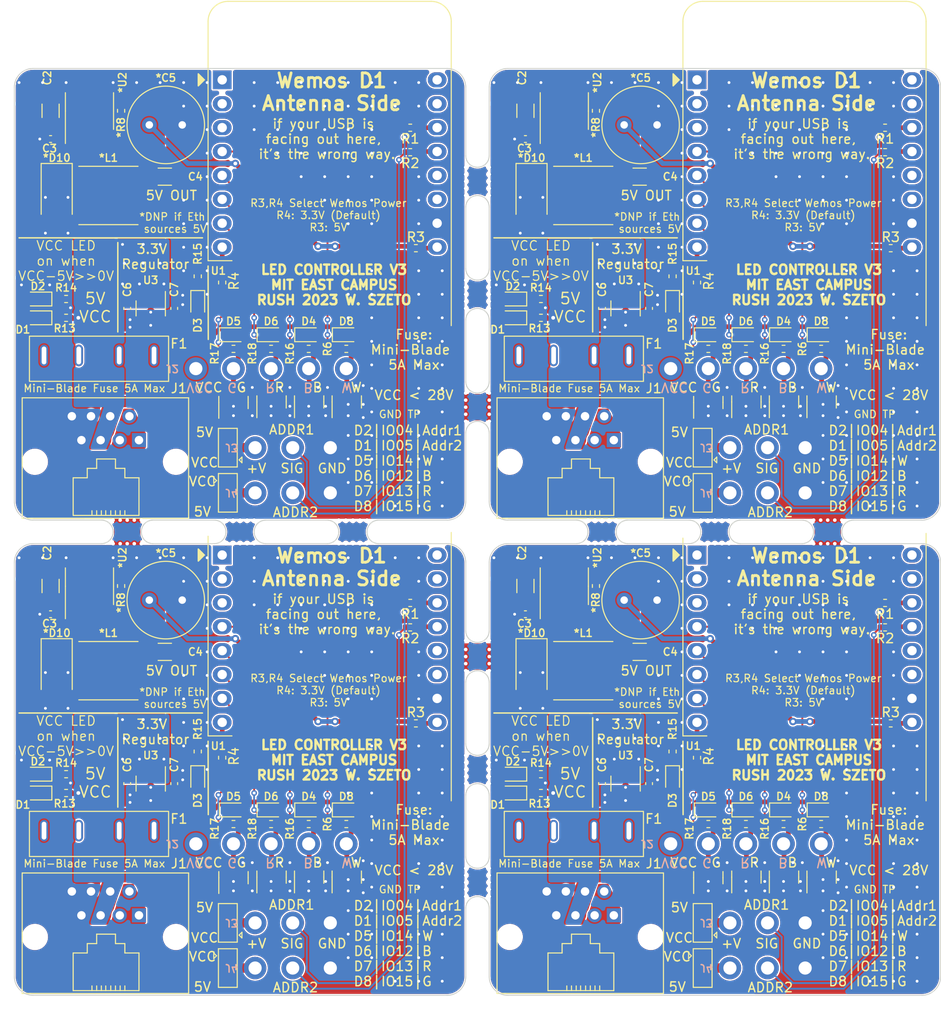
<source format=kicad_pcb>
(kicad_pcb (version 20211014) (generator pcbnew)
  (layers (0 "F.Cu" signal) (31 "B.Cu" signal) (34 "B.Paste" user) (35 "F.Paste" user) (36 "B.SilkS" user "B.Silkscreen") (37 "F.SilkS" user "F.Silkscreen") (38 "B.Mask" user) (39 "F.Mask" user) (44 "Edge.Cuts" user))
  (net 0 "")
  (net 1 "Board_0-+3V3")
  (net 2 "Board_0-+5V")
  (net 3 "Board_0-/ARGB1")
  (net 4 "Board_0-/ARGB2")
  (net 5 "Board_0-/B")
  (net 6 "Board_0-/B_SIG")
  (net 7 "Board_0-/G")
  (net 8 "Board_0-/G_SIG")
  (net 9 "Board_0-/R")
  (net 10 "Board_0-/R_SIG")
  (net 11 "Board_0-/W")
  (net 12 "Board_0-/W_SIG")
  (net 13 "Board_0-GND")
  (net 14 "Board_0-Net-(D1-Pad1)")
  (net 15 "Board_0-Net-(D10-Pad1)")
  (net 16 "Board_0-Net-(D2-Pad1)")
  (net 17 "Board_0-Net-(D3-Pad1)")
  (net 18 "Board_0-Net-(D4-Pad1)")
  (net 19 "Board_0-Net-(D5-Pad1)")
  (net 20 "Board_0-Net-(D6-Pad1)")
  (net 21 "Board_0-Net-(D8-Pad1)")
  (net 22 "Board_0-Net-(F1-Pad2)")
  (net 23 "Board_0-Net-(J3-Pad1)")
  (net 24 "Board_0-Net-(J4-Pad1)")
  (net 25 "Board_0-Net-(R1-Pad1)")
  (net 26 "Board_0-Net-(R2-Pad1)")
  (net 27 "Board_0-Net-(R3-Pad2)")
  (net 28 "Board_0-Net-(R8-Pad1)")
  (net 29 "Board_0-Net-(U1-Pad8)")
  (net 30 "Board_0-VCC")
  (net 31 "Board_0-unconnected-(U1-Pad1)")
  (net 32 "Board_0-unconnected-(U1-Pad11)")
  (net 33 "Board_0-unconnected-(U1-Pad12)")
  (net 34 "Board_0-unconnected-(U1-Pad15)")
  (net 35 "Board_0-unconnected-(U1-Pad16)")
  (net 36 "Board_0-unconnected-(U1-Pad2)")
  (net 37 "Board_0-unconnected-(U1-Pad3)")
  (net 38 "Board_0-unconnected-(U3-Pad4)")
  (net 39 "Board_1-+3V3")
  (net 40 "Board_1-+5V")
  (net 41 "Board_1-/ARGB1")
  (net 42 "Board_1-/ARGB2")
  (net 43 "Board_1-/B")
  (net 44 "Board_1-/B_SIG")
  (net 45 "Board_1-/G")
  (net 46 "Board_1-/G_SIG")
  (net 47 "Board_1-/R")
  (net 48 "Board_1-/R_SIG")
  (net 49 "Board_1-/W")
  (net 50 "Board_1-/W_SIG")
  (net 51 "Board_1-GND")
  (net 52 "Board_1-Net-(D1-Pad1)")
  (net 53 "Board_1-Net-(D10-Pad1)")
  (net 54 "Board_1-Net-(D2-Pad1)")
  (net 55 "Board_1-Net-(D3-Pad1)")
  (net 56 "Board_1-Net-(D4-Pad1)")
  (net 57 "Board_1-Net-(D5-Pad1)")
  (net 58 "Board_1-Net-(D6-Pad1)")
  (net 59 "Board_1-Net-(D8-Pad1)")
  (net 60 "Board_1-Net-(F1-Pad2)")
  (net 61 "Board_1-Net-(J3-Pad1)")
  (net 62 "Board_1-Net-(J4-Pad1)")
  (net 63 "Board_1-Net-(R1-Pad1)")
  (net 64 "Board_1-Net-(R2-Pad1)")
  (net 65 "Board_1-Net-(R3-Pad2)")
  (net 66 "Board_1-Net-(R8-Pad1)")
  (net 67 "Board_1-Net-(U1-Pad8)")
  (net 68 "Board_1-VCC")
  (net 69 "Board_1-unconnected-(U1-Pad1)")
  (net 70 "Board_1-unconnected-(U1-Pad11)")
  (net 71 "Board_1-unconnected-(U1-Pad12)")
  (net 72 "Board_1-unconnected-(U1-Pad15)")
  (net 73 "Board_1-unconnected-(U1-Pad16)")
  (net 74 "Board_1-unconnected-(U1-Pad2)")
  (net 75 "Board_1-unconnected-(U1-Pad3)")
  (net 76 "Board_1-unconnected-(U3-Pad4)")
  (net 77 "Board_2-+3V3")
  (net 78 "Board_2-+5V")
  (net 79 "Board_2-/ARGB1")
  (net 80 "Board_2-/ARGB2")
  (net 81 "Board_2-/B")
  (net 82 "Board_2-/B_SIG")
  (net 83 "Board_2-/G")
  (net 84 "Board_2-/G_SIG")
  (net 85 "Board_2-/R")
  (net 86 "Board_2-/R_SIG")
  (net 87 "Board_2-/W")
  (net 88 "Board_2-/W_SIG")
  (net 89 "Board_2-GND")
  (net 90 "Board_2-Net-(D1-Pad1)")
  (net 91 "Board_2-Net-(D10-Pad1)")
  (net 92 "Board_2-Net-(D2-Pad1)")
  (net 93 "Board_2-Net-(D3-Pad1)")
  (net 94 "Board_2-Net-(D4-Pad1)")
  (net 95 "Board_2-Net-(D5-Pad1)")
  (net 96 "Board_2-Net-(D6-Pad1)")
  (net 97 "Board_2-Net-(D8-Pad1)")
  (net 98 "Board_2-Net-(F1-Pad2)")
  (net 99 "Board_2-Net-(J3-Pad1)")
  (net 100 "Board_2-Net-(J4-Pad1)")
  (net 101 "Board_2-Net-(R1-Pad1)")
  (net 102 "Board_2-Net-(R2-Pad1)")
  (net 103 "Board_2-Net-(R3-Pad2)")
  (net 104 "Board_2-Net-(R8-Pad1)")
  (net 105 "Board_2-Net-(U1-Pad8)")
  (net 106 "Board_2-VCC")
  (net 107 "Board_2-unconnected-(U1-Pad1)")
  (net 108 "Board_2-unconnected-(U1-Pad11)")
  (net 109 "Board_2-unconnected-(U1-Pad12)")
  (net 110 "Board_2-unconnected-(U1-Pad15)")
  (net 111 "Board_2-unconnected-(U1-Pad16)")
  (net 112 "Board_2-unconnected-(U1-Pad2)")
  (net 113 "Board_2-unconnected-(U1-Pad3)")
  (net 114 "Board_2-unconnected-(U3-Pad4)")
  (net 115 "Board_3-+3V3")
  (net 116 "Board_3-+5V")
  (net 117 "Board_3-/ARGB1")
  (net 118 "Board_3-/ARGB2")
  (net 119 "Board_3-/B")
  (net 120 "Board_3-/B_SIG")
  (net 121 "Board_3-/G")
  (net 122 "Board_3-/G_SIG")
  (net 123 "Board_3-/R")
  (net 124 "Board_3-/R_SIG")
  (net 125 "Board_3-/W")
  (net 126 "Board_3-/W_SIG")
  (net 127 "Board_3-GND")
  (net 128 "Board_3-Net-(D1-Pad1)")
  (net 129 "Board_3-Net-(D10-Pad1)")
  (net 130 "Board_3-Net-(D2-Pad1)")
  (net 131 "Board_3-Net-(D3-Pad1)")
  (net 132 "Board_3-Net-(D4-Pad1)")
  (net 133 "Board_3-Net-(D5-Pad1)")
  (net 134 "Board_3-Net-(D6-Pad1)")
  (net 135 "Board_3-Net-(D8-Pad1)")
  (net 136 "Board_3-Net-(F1-Pad2)")
  (net 137 "Board_3-Net-(J3-Pad1)")
  (net 138 "Board_3-Net-(J4-Pad1)")
  (net 139 "Board_3-Net-(R1-Pad1)")
  (net 140 "Board_3-Net-(R2-Pad1)")
  (net 141 "Board_3-Net-(R3-Pad2)")
  (net 142 "Board_3-Net-(R8-Pad1)")
  (net 143 "Board_3-Net-(U1-Pad8)")
  (net 144 "Board_3-VCC")
  (net 145 "Board_3-unconnected-(U1-Pad1)")
  (net 146 "Board_3-unconnected-(U1-Pad11)")
  (net 147 "Board_3-unconnected-(U1-Pad12)")
  (net 148 "Board_3-unconnected-(U1-Pad15)")
  (net 149 "Board_3-unconnected-(U1-Pad16)")
  (net 150 "Board_3-unconnected-(U1-Pad2)")
  (net 151 "Board_3-unconnected-(U1-Pad3)")
  (net 152 "Board_3-unconnected-(U3-Pad4)")
  (footprint "NPTH" (layer "F.Cu") (at 73.998997 38.750498)
    (fp_text reference "REF**" hide)
    (fp_text value "NPTH" hide)
  )
  (footprint "Package_SO:SOIC-8_3.9x4.9mm_P1.27mm" (layer "F.Cu") (at 84.485004 81.025003 90)
    (fp_text reference "*U2")
    (fp_text value "XL1509")
  )
  (footprint "Jumper:SolderJumper-3_P1.3mm_Bridged2Bar12_Pad1.0x1.5mm" (layer "F.Cu") (at 48.699997 121.600003 -90)
    (fp_text reference "JP2" hide)
    (fp_text value "VoltageSelector")
  )
  (footprint "NPTH" (layer "F.Cu") (at 73.998998 49.249998)
    (fp_text reference "REF**" hide)
    (fp_text value "NPTH" hide)
  )
  (footprint "NPTH" (layer "F.Cu") (at 73.998997 90.0005)
    (fp_text reference "REF**" hide)
    (fp_text value "NPTH" hide)
  )
  (footprint "NPTH" (layer "F.Cu") (at 111.749502 73.998997)
    (fp_text reference "REF**" hide)
    (fp_text value "NPTH" hide)
  )
  (footprint "NPTH" (layer "F.Cu") (at 101.250001 73.998998)
    (fp_text reference "REF**" hide)
    (fp_text value "NPTH" hide)
  )
  (footprint "Resistor_SMD:R_0402_1005Metric" (layer "F.Cu") (at 119.200004 95.600003)
    (fp_text reference "R3")
    (fp_text value "DNP")
  )
  (footprint "Resistor_SMD:R_0402_1005Metric" (layer "F.Cu") (at 99.800004 55.799998)
    (fp_text reference "R17")
    (fp_text value "8.2k")
  )
  (footprint "Resistor_SMD:R_0402_1005Metric" (layer "F.Cu") (at 103.800004 55.799998)
    (fp_text reference "R18")
    (fp_text value "8.2k")
  )
  (footprint "Module:WEMOS_D1_mini_light" (layer "F.Cu") (at 48.099997 27.209998)
    (fp_text reference "U1")
    (fp_text value "WeMos_D1_mini")
  )
  (footprint "NPTH" (layer "F.Cu") (at 113.249502 73.998997)
    (fp_text reference "REF**" hide)
    (fp_text value "NPTH" hide)
  )
  (footprint "Capacitor_SMD:C_1206_3216Metric" (layer "F.Cu") (at 92.500004 88.000003 180)
    (fp_text reference "C4")
    (fp_text value "10uF/50V")
  )
  (footprint "NPTH" (layer "F.Cu") (at 76.501003 61.999499)
    (fp_text reference "REF**" hide)
    (fp_text value "NPTH" hide)
  )
  (footprint "NPTH" (layer "F.Cu") (at 76.501001 90.0005)
    (fp_text reference "REF**" hide)
    (fp_text value "NPTH" hide)
  )
  (footprint "Jumper:SolderJumper-3_P1.3mm_Bridged2Bar12_Pad1.0x1.5mm" (layer "F.Cu") (at 48.699997 116.800003 90)
    (fp_text reference "JP1" hide)
    (fp_text value "VoltageSelector")
  )
  (footprint "NPTH" (layer "F.Cu") (at 73.998999 62.749499)
    (fp_text reference "REF**" hide)
    (fp_text value "NPTH" hide)
  )
  (footprint "Diode_SMD:D_SMA" (layer "F.Cu") (at 30.499997 90.000003 -90)
    (fp_text reference "*D10")
    (fp_text value "SS210")
  )
  (footprint "NPTH" (layer "F.Cu") (at 88.500501 76.501002)
    (fp_text reference "REF**" hide)
    (fp_text value "NPTH" hide)
  )
  (footprint "NPTH" (layer "F.Cu") (at 87.750501 76.501002)
    (fp_text reference "REF**" hide)
    (fp_text value "NPTH" hide)
  )
  (footprint "Package_TO_SOT_SMD:SOT-23" (layer "F.Cu") (at 57.349997 61.437498 90)
    (fp_text reference "Q1" hide)
    (fp_text value "AO3400A")
  )
  (footprint "NPTH" (layer "F.Cu") (at 49.999998 76.501001)
    (fp_text reference "REF**" hide)
    (fp_text value "NPTH" hide)
  )
  (footprint "NPTH" (layer "F.Cu") (at 76.501 36.500498)
    (fp_text reference "REF**" hide)
    (fp_text value "NPTH" hide)
  )
  (footprint "Capacitor_SMD:C_0402_1005Metric" (layer "F.Cu") (at 80.350004 84.000003)
    (fp_text reference "C3")
    (fp_text value "100nF/50V")
  )
  (footprint "Resistor_SMD:R_0402_1005Metric" (layer "F.Cu") (at 118.600004 82.800003 180)
    (fp_text reference "R1")
    (fp_text value "220R")
  )
  (footprint "Resistor_SMD:R_0402_1005Metric" (layer "F.Cu") (at 68.699997 95.600003)
    (fp_text reference "R3")
    (fp_text value "DNP")
  )
  (footprint "Resistor_SMD:R_0402_1005Metric" (layer "F.Cu") (at 31.499997 50.499998)
    (fp_text reference "R14")
    (fp_text value "1K")
  )
  (footprint "Resistor_SMD:R_0402_1005Metric" (layer "F.Cu") (at 107.800004 106.300003)
    (fp_text reference "R16")
    (fp_text value "8.2k")
  )
  (footprint "NPTH" (layer "F.Cu") (at 76.501002 49.999998)
    (fp_text reference "REF**" hide)
    (fp_text value "NPTH" hide)
  )
  (footprint "Capacitor_SMD:C_0402_1005Metric" (layer "F.Cu") (at 29.849997 84.000003)
    (fp_text reference "C3")
    (fp_text value "100nF/50V")
  )
  (footprint "NPTH" (layer "F.Cu") (at 111.749502 76.501)
    (fp_text reference "REF**" hide)
    (fp_text value "NPTH" hide)
  )
  (footprint "NPTH" (layer "F.Cu") (at 73.998998 99.000001)
    (fp_text reference "REF**" hide)
    (fp_text value "NPTH" hide)
  )
  (footprint "LED_SMD:LED_0603_1608Metric" (layer "F.Cu") (at 49.299997 54.299998)
    (fp_text reference "D5")
    (fp_text value "LED_G")
  )
  (footprint "NPTH" (layer "F.Cu") (at 63.499499 73.998997)
    (fp_text reference "REF**" hide)
    (fp_text value "NPTH" hide)
  )
  (footprint "Resistor_SMD:R_0402_1005Metric" (layer "F.Cu") (at 68.099997 34.899998 180)
    (fp_text reference "R2")
    (fp_text value "220R")
  )
  (footprint "NPTH" (layer "F.Cu") (at 73.998997 88.5005)
    (fp_text reference "REF**" hide)
    (fp_text value "NPTH" hide)
  )
  (footprint "Capacitor_SMD:C_0402_1005Metric" (layer "F.Cu") (at 88.500004 102.000003 -90)
    (fp_text reference "C6")
    (fp_text value "10uF")
  )
  (footprint "NPTH" (layer "F.Cu") (at 76.501 89.2505)
    (fp_text reference "REF**" hide)
    (fp_text value "NPTH" hide)
  )
  (footprint "Capacitor_SMD:C_0402_1005Metric" (layer "F.Cu") (at 93.500004 102.000003 90)
    (fp_text reference "C7")
    (fp_text value "10uF")
  )
  (footprint "NPTH" (layer "F.Cu") (at 60.499499 76.501)
    (fp_text reference "REF**" hide)
    (fp_text value "NPTH" hide)
  )
  (footprint "Package_TO_SOT_SMD:SOT-23" (layer "F.Cu") (at 99.800004 61.499998 90)
    (fp_text reference "Q3" hide)
    (fp_text value "AO3400A")
  )
  (footprint "Resistor_SMD:R_0402_1005Metric" (layer "F.Cu") (at 98.600004 99.250003 90)
    (fp_text reference "R4")
    (fp_text value "0R")
  )
  (footprint "Inductor_SMD:L_Taiyo-Yuden_NR-60xx" (layer "F.Cu") (at 35.999997 90.000003)
    (fp_text reference "*L1")
    (fp_text value "68uH/1A")
  )
  (footprint "Resistor_SMD:R_0402_1005Metric" (layer "F.Cu") (at 49.299997 106.300003)
    (fp_text reference "R17")
    (fp_text value "8.2k")
  )
  (footprint "Module:WEMOS_D1_mini_light" (layer "F.Cu") (at 98.600004 27.209998)
    (fp_text reference "U1")
    (fp_text value "WeMos_D1_mini")
  )
  (footprint "NPTH" (layer "F.Cu") (at 61.249499 76.501)
    (fp_text reference "REF**" hide)
    (fp_text value "NPTH" hide)
  )
  (footprint "NPTH" (layer "F.Cu") (at 99.750001 73.998998)
    (fp_text reference "REF**" hide)
    (fp_text value "NPTH" hide)
  )
  (footprint "NPTH" (layer "F.Cu") (at 76.501002 100.500001)
    (fp_text reference "REF**" hide)
    (fp_text value "NPTH" hide)
  )
  (footprint "Package_TO_SOT_SMD:SOT-23" (layer "F.Cu") (at 61.349997 61.437498 90)
    (fp_text reference "Q4" hide)
    (fp_text value "AO3400A")
  )
  (footprint "Diode_SMD:D_SMA" (layer "F.Cu") (at 30.499997 39.499998 -90)
    (fp_text reference "*D10")
    (fp_text value "SS210")
  )
  (footprint "Package_TO_SOT_SMD:SOT-23-5" (layer "F.Cu") (at 91.000004 51.499998 -90)
    (fp_text reference "U3")
    (fp_text value "XC6210B332MR")
  )
  (footprint "NPTH" (layer "F.Cu") (at 76.501001 49.249998)
    (fp_text reference "REF**" hide)
    (fp_text value "NPTH" hide)
  )
  (footprint "NPTH" (layer "F.Cu") (at 73.998999 61.249499)
    (fp_text reference "REF**" hide)
    (fp_text value "NPTH" hide)
  )
  (footprint "NPTH" (layer "F.Cu") (at 76.501003 111.749501)
    (fp_text reference "REF**" hide)
    (fp_text value "NPTH" hide)
  )
  (footprint "Resistor_SMD:R_0402_1005Metric" (layer "F.Cu") (at 68.099997 82.800003 180)
    (fp_text reference "R1")
    (fp_text value "220R")
  )
  (footprint "NPTH" (layer "F.Cu") (at 73.998998 51.499998)
    (fp_text reference "REF**" hide)
    (fp_text value "NPTH" hide)
  )
  (footprint "WS_LCSC_Fuses:XF-506P" (layer "F.Cu") (at 85.500004 107.000003 180)
    (fp_text reference "F1")
    (fp_text value "Fuse")
  )
  (footprint "LED_SMD:LED_0603_1608Metric" (layer "F.Cu") (at 57.299997 54.299998)
    (fp_text reference "D4")
    (fp_text value "LED_B")
  )
  (footprint "NPTH" (layer "F.Cu") (at 76.501002 50.749998)
    (fp_text reference "REF**" hide)
    (fp_text value "NPTH" hide)
  )
  (footprint "Package_TO_SOT_SMD:SOT-23" (layer "F.Cu") (at 103.850004 61.437498 90)
    (fp_text reference "Q2" hide)
    (fp_text value "AO3400A")
  )
  (footprint "NPTH" (layer "F.Cu") (at 60.499499 73.998997)
    (fp_text reference "REF**" hide)
    (fp_text value "NPTH" hide)
  )
  (footprint "Capacitor_SMD:C_0402_1005Metric" (layer "F.Cu") (at 42.999997 51.499998 90)
    (fp_text reference "C7")
    (fp_text value "10uF")
  )
  (footprint "LED_SMD:LED_0603_1608Metric" (layer "F.Cu") (at 111.800004 104.800003)
    (fp_text reference "D8")
    (fp_text value "LED_W")
  )
  (footprint "NPTH" (layer "F.Cu") (at 73.998998 48.499998)
    (fp_text reference "REF**" hide)
    (fp_text value "NPTH" hide)
  )
  (footprint "NPTH" (layer "F.Cu") (at 76.501001 39.500498)
    (fp_text reference "REF**" hide)
    (fp_text value "NPTH" hide)
  )
  (footprint "NPTH" (layer "F.Cu") (at 89.250501 73.998999)
    (fp_text reference "REF**" hide)
    (fp_text value "NPTH" hide)
  )
  (footprint "Resistor_SMD:R_0402_1005Metric" (layer "F.Cu") (at 68.099997 85.400003 180)
    (fp_text reference "R2")
    (fp_text value "220R")
  )
  (footprint "LED_SMD:LED_0603_1608Metric" (layer "F.Cu") (at 79.000004 101.000003 180)
    (fp_text reference "D2")
    (fp_text value "LED_RED")
  )
  (footprint "Jumper:SolderJumper-3_P1.3mm_Bridged2Bar12_Pad1.0x1.5mm" (layer "F.Cu") (at 48.699997 66.299998 90)
    (fp_text reference "JP1" hide)
    (fp_text value "VoltageSelector")
  )
  (footprint "NPTH" (layer "F.Cu") (at 37.250497 73.998999)
    (fp_text reference "REF**" hide)
    (fp_text value "NPTH" hide)
  )
  (footprint "Resistor_SMD:R_0402_1005Metric" (layer "F.Cu") (at 48.099997 99.250003 90)
    (fp_text reference "R4")
    (fp_text value "0R")
  )
  (footprint "Capacitor_THT:C_Radial_D8.0mm_H7.0mm_P3.50mm" (layer "F.Cu") (at 40.349997 31.999998)
    (fp_text reference "*C5")
    (fp_text value "180uF/35V")
  )
  (footprint "NPTH" (layer "F.Cu") (at 36.500497 73.998999)
    (fp_text reference "REF**" hide)
    (fp_text value "NPTH" hide)
  )
  (footprint "Resistor_SMD:R_0402_1005Metric" (layer "F.Cu") (at 111.800004 55.799998)
    (fp_text reference "R6")
    (fp_text value "8.2k")
  )
  (footprint "LED_SMD:LED_0603_1608Metric" (layer "F.Cu") (at 57.299997 104.800003)
    (fp_text reference "D4")
    (fp_text value "LED_B")
  )
  (footprint "LED_SMD:LED_0603_1608Metric" (layer "F.Cu") (at 61.299997 104.800003)
    (fp_text reference "D8")
    (fp_text value "LED_W")
  )
  (footprint "NPTH" (layer "F.Cu") (at 113.249502 76.501)
    (fp_text reference "REF**" hide)
    (fp_text value "NPTH" hide)
  )
  (footprint "NPTH" (layer "F.Cu") (at 38.000497 76.501002)
    (fp_text reference "REF**" hide)
    (fp_text value "NPTH" hide)
  )
  (footprint "Resistor_SMD:R_0402_1005Metric" (layer "F.Cu") (at 82.000004 50.499998)
    (fp_text reference "R14")
    (fp_text value "1K")
  )
  (footprint "NPTH" (layer "F.Cu") (at 37.250497 76.501002)
    (fp_text reference "REF**" hide)
    (fp_text value "NPTH" hide)
  )
  (footprint "NPTH" (layer "F.Cu") (at 62.749499 73.998997)
    (fp_text reference "REF**" hide)
    (fp_text value "NPTH" hide)
  )
  (footprint "LED_SMD:LED_0603_1608Metric" (layer "F.Cu") (at 45.499997 51.087498 -90)
    (fp_text reference "D3")
    (fp_text value "LED_GREEN")
  )
  (footprint "NPTH" (layer "F.Cu") (at 39.500497 76.501002)
    (fp_text reference "REF**" hide)
    (fp_text value "NPTH" hide)
  )
  (footprint "Package_TO_SOT_SMD:SOT-23" (layer "F.Cu") (at 111.850004 111.937503 90)
    (fp_text reference "Q4" hide)
    (fp_text value "AO3400A")
  )
  (footprint "Resistor_SMD:R_0402_1005Metric" (layer "F.Cu") (at 45.499997 48.087498 90)
    (fp_text reference "R15")
    (fp_text value "330R")
  )
  (footprint "NPTH" (layer "F.Cu") (at 99.000001 73.998998)
    (fp_text reference "REF**" hide)
    (fp_text value "NPTH" hide)
  )
  (footprint "WS_LCSC_Fuses:XF-506P" (layer "F.Cu") (at 34.999997 107.000003 180)
    (fp_text reference "F1")
    (fp_text value "Fuse")
  )
  (footprint "Resistor_SMD:R_0402_1005Metric" (layer "F.Cu") (at 31.499997 103.000003)
    (fp_text reference "R13")
    (fp_text value "2K")
  )
  (footprint "NPTH" (layer "F.Cu") (at 76.501003 63.499499)
    (fp_text reference "REF**" hide)
    (fp_text value "NPTH" hide)
  )
  (footprint "NPTH" (layer "F.Cu") (at 62.749499 76.501)
    (fp_text reference "REF**" hide)
    (fp_text value "NPTH" hide)
  )
  (footprint "NPTH" (layer "F.Cu") (at 112.499502 73.998997)
    (fp_text reference "REF**" hide)
    (fp_text value "NPTH" hide)
  )
  (footprint "Resistor_SMD:R_0402_1005Metric" (layer "F.Cu") (at 57.299997 55.799998)
    (fp_text reference "R16")
    (fp_text value "8.2k")
  )
  (footprint "Resistor_SMD:R_0402_1005Metric" (layer "F.Cu") (at 111.800004 106.300003)
    (fp_text reference "R6")
    (fp_text value "8.2k")
  )
  (footprint "NPTH" (layer "F.Cu") (at 76.501002 60.499499)
    (fp_text reference "REF**" hide)
    (fp_text value "NPTH" hide)
  )
  (footprint "Resistor_SMD:R_0402_1005Metric" (layer "F.Cu") (at 53.299997 106.300003)
    (fp_text reference "R18")
    (fp_text value "8.2k")
  )
  (footprint "NPTH" (layer "F.Cu") (at 61.249499 73.998997)
    (fp_text reference "REF**" hide)
    (fp_text value "NPTH" hide)
  )
  (footprint "Resistor_SMD:R_0402_1005Metric" (layer "F.Cu") (at 96.000004 98.587503 90)
    (fp_text reference "R15")
    (fp_text value "330R")
  )
  (footprint "NPTH" (layer "F.Cu") (at 76.501001 99.000001)
    (fp_text reference "REF**" hide)
    (fp_text value "NPTH" hide)
  )
  (footprint "NPTH" (layer "F.Cu") (at 49.999998 73.998998)
    (fp_text reference "REF**" hide)
    (fp_text value "NPTH" hide)
  )
  (footprint "Capacitor_SMD:C_0402_1005Metric" (layer "F.Cu") (at 29.849997 33.499998)
    (fp_text reference "C3")
    (fp_text value "100nF/50V")
  )
  (footprint "NPTH" (layer "F.Cu") (at 73.998997 37.250498)
    (fp_text reference "REF**" hide)
    (fp_text value "NPTH" hide)
  )
  (footprint "Inductor_SMD:L_Taiyo-Yuden_NR-60xx" (layer "F.Cu") (at 35.999997 39.499998)
    (fp_text reference "*L1")
    (fp_text value "68uH/1A")
  )
  (footprint "NPTH" (layer "F.Cu") (at 99.000001 76.501001)
    (fp_text reference "REF**" hide)
    (fp_text value "NPTH" hide)
  )
  (footprint "NPTH" (layer "F.Cu") (at 101.250001 76.501001)
    (fp_text reference "REF**" hide)
    (fp_text value "NPTH" hide)
  )
  (footprint "NPTH" (layer "F.Cu") (at 110.999502 73.998997)
    (fp_text reference "REF**" hide)
    (fp_text value "NPTH" hide)
  )
  (footprint "NPTH" (layer "F.Cu") (at 73.998999 60.499499)
    (fp_text reference "REF**" hide)
    (fp_text value "NPTH" hide)
  )
  (footprint "Jumper:SolderJumper-3_P1.3mm_Bridged2Bar12_Pad1.0x1.5mm" (layer "F.Cu") (at 99.200004 121.600003 -90)
    (fp_text reference "JP2" hide)
    (fp_text value "VoltageSelector")
  )
  (footprint "Package_SO:SOIC-8_3.9x4.9mm_P1.27mm" (layer "F.Cu") (at 33.984997 81.025003 90)
    (fp_text reference "*U2")
    (fp_text value "XL1509")
  )
  (footprint "Package_TO_SOT_SMD:SOT-23" (layer "F.Cu") (at 107.850004 61.437498 90)
    (fp_text reference "Q1" hide)
    (fp_text value "AO3400A")
  )
  (footprint "Resistor_SMD:R_0402_1005Metric" (layer "F.Cu") (at 49.299997 55.799998)
    (fp_text reference "R17")
    (fp_text value "8.2k")
  )
  (footprint "NPTH" (layer "F.Cu") (at 48.499998 73.998998)
    (fp_text reference "REF**" hide)
    (fp_text value "NPTH" hide)
  )
  (footprint "NPTH" (layer "F.Cu") (at 87.000501 73.998999)
    (fp_text reference "REF**" hide)
    (fp_text value "NPTH" hide)
  )
  (footprint "Jumper:SolderJumper-3_P1.3mm_Bridged2Bar12_Pad1.0x1.5mm" (layer "F.Cu") (at 48.699997 71.099998 -90)
    (fp_text reference "JP2" hide)
    (fp_text value "VoltageSelector")
  )
  (footprint "WS_LCSC_Fuses:XF-506P" (layer "F.Cu") (at 85.500004 56.499998 180)
    (fp_text reference "F1")
    (fp_text value "Fuse")
  )
  (footprint "NPTH" (layer "F.Cu") (at 50.749998 73.998998)
    (fp_text reference "REF**" hide)
    (fp_text value "NPTH" hide)
  )
  (footprint "NPTH" (layer "F.Cu") (at 73.998997 89.2505)
    (fp_text reference "REF**" hide)
    (fp_text value "NPTH" hide)
  )
  (footprint "NPTH" (layer "F.Cu") (at 113.999502 73.998997)
    (fp_text reference "REF**" hide)
    (fp_text value "NPTH" hide)
  )
  (footprint "Package_SO:SOIC-8_3.9x4.9mm_P1.27mm" (layer "F.Cu") (at 84.485004 30.524998 90)
    (fp_text reference "*U2")
    (fp_text value "XL1509")
  )
  (footprint "NPTH" (layer "F.Cu") (at 61.999499 73.998997)
    (fp_text reference "REF**" hide)
    (fp_text value "NPTH" hide)
  )
  (footprint "NPTH" (layer "F.Cu") (at 50.749998 76.501001)
    (fp_text reference "REF**" hide)
    (fp_text value "NPTH" hide)
  )
  (footprint "NPTH" (layer "F.Cu") (at 73.998999 113.249501)
    (fp_text reference "REF**" hide)
    (fp_text value "NPTH" hide)
  )
  (footprint "NPTH" (layer "F.Cu") (at 76.501002 51.499998)
    (fp_text reference "REF**" hide)
    (fp_text value "NPTH" hide)
  )
  (footprint "NPTH" (layer "F.Cu") (at 113.999502 76.501)
    (fp_text reference "REF**" hide)
    (fp_text value "NPTH" hide)
  )
  (footprint "NPTH" (layer "F.Cu") (at 76.501 88.5005)
    (fp_text reference "REF**" hide)
    (fp_text value "NPTH" hide)
  )
  (footprint "NPTH" (layer "F.Cu") (at 73.998998 101.250001)
    (fp_text reference "REF**" hide)
    (fp_text value "NPTH" hide)
  )
  (footprint "Capacitor_SMD:C_1206_3216Metric" (layer "F.Cu") (at 29.849997 30.499998 90)
    (fp_text reference "C2")
    (fp_text value "10uF/50V")
  )
  (footprint "Package_TO_SOT_SMD:SOT-23" (layer "F.Cu") (at 53.349997 61.437498 90)
    (fp_text reference "Q2" hide)
    (fp_text value "AO3400A")
  )
  (footprint "Package_TO_SOT_SMD:SOT-23" (layer "F.Cu") (at 103.850004 111.937503 90)
    (fp_text reference "Q2" hide)
    (fp_text value "AO3400A")
  )
  (footprint "Resistor_SMD:R_0402_1005Metric" (layer "F.Cu") (at 99.800004 106.300003)
    (fp_text reference "R17")
    (fp_text value "8.2k")
  )
  (footprint "Resistor_SMD:R_0402_1005Metric" (layer "F.Cu") (at 37.349997 81.000003 90)
    (fp_text reference "*R8")
    (fp_text value "0R")
  )
  (footprint "NPTH" (layer "F.Cu") (at 76.501 37.250498)
    (fp_text reference "REF**" hide)
    (fp_text value "NPTH" hide)
  )
  (footprint "Capacitor_SMD:C_0402_1005Metric" (layer "F.Cu") (at 42.999997 102.000003 90)
    (fp_text reference "C7")
    (fp_text value "10uF")
  )
  (footprint "Resistor_SMD:R_0402_1005Metric" (layer "F.Cu") (at 68.699997 45.099998)
    (fp_text reference "R3")
    (fp_text value "DNP")
  )
  (footprint "NPTH" (layer "F.Cu") (at 76.501002 102.000001)
    (fp_text reference "REF**" hide)
    (fp_text value "NPTH" hide)
  )
  (footprint "NPTH" (layer "F.Cu") (at 38.000497 73.998999)
    (fp_text reference "REF**" hide)
    (fp_text value "NPTH" hide)
  )
  (footprint "Resistor_SMD:R_0402_1005Metric" (layer "F.Cu") (at 68.099997 32.299998 180)
    (fp_text reference "R1")
    (fp_text value "220R")
  )
  (footprint "Resistor_SMD:R_0402_1005Metric" (layer "F.Cu") (at 53.299997 55.799998)
    (fp_text reference "R18")
    (fp_text value "8.2k")
  )
  (footprint "Package_TO_SOT_SMD:SOT-23-5" (layer "F.Cu") (at 40.499997 102.000003 -90)
    (fp_text reference "U3")
    (fp_text value "XC6210B332MR")
  )
  (footprint "Jumper:SolderJumper-3_P1.3mm_Bridged2Bar12_Pad1.0x1.5mm" (layer "F.Cu") (at 99.200004 116.800003 90)
    (fp_text reference "JP1" hide)
    (fp_text value "VoltageSelector")
  )
  (footprint "NPTH" (layer "F.Cu") (at 90.000501 73.998999)
    (fp_text reference "REF**" hide)
    (fp_text value "NPTH" hide)
  )
  (footprint "Capacitor_SMD:C_1206_3216Metric" (layer "F.Cu") (at 92.500004 37.499998 180)
    (fp_text reference "C4")
    (fp_text value "10uF/50V")
  )
  (footprint "LED_SMD:LED_0603_1608Metric" (layer "F.Cu") (at 28.499997 52.499998 180)
    (fp_text reference "D1")
    (fp_text value "LED_WHITE")
  )
  (footprint "NPTH" (layer "F.Cu") (at 87.750501 73.998999)
    (fp_text reference "REF**" hide)
    (fp_text value "NPTH" hide)
  )
  (footprint "Resistor_SMD:R_0402_1005Metric" (layer "F.Cu") (at 37.349997 30.499998 90)
    (fp_text reference "*R8")
    (fp_text value "0R")
  )
  (footprint "Capacitor_SMD:C_0402_1005Metric" (layer "F.Cu") (at 88.500004 51.499998 -90)
    (fp_text reference "C6")
    (fp_text value "10uF")
  )
  (footprint "Inductor_SMD:L_Taiyo-Yuden_NR-60xx" (layer "F.Cu") (at 86.500004 90.000003)
    (fp_text reference "*L1")
    (fp_text value "68uH/1A")
  )
  (footprint "Jumper:SolderJumper-3_P1.3mm_Bridged2Bar12_Pad1.0x1.5mm" (layer "F.Cu") (at 99.200004 71.099998 -90)
    (fp_text reference "JP2" hide)
    (fp_text value "VoltageSelector")
  )
  (footprint "Package_TO_SOT_SMD:SOT-23" (layer "F.Cu") (at 53.349997 111.937503 90)
    (fp_text reference "Q2" hide)
    (fp_text value "AO3400A")
  )
  (footprint "NPTH" (layer "F.Cu") (at 38.750497 73.998999)
    (fp_text reference "REF**" hide)
    (fp_text value "NPTH" hide)
  )
  (footprint "WS_LCSC_Fuses:XF-506P" (layer "F.Cu") (at 34.999997 56.499998 180)
    (fp_text reference "F1")
    (fp_text value "Fuse")
  )
  (footprint "NPTH" (layer "F.Cu") (at 76.501001 48.499998)
    (fp_text reference "REF**" hide)
    (fp_text value "NPTH" hide)
  )
  (footprint "Capacitor_SMD:C_1206_3216Metric" (layer "F.Cu") (at 80.350004 81.000003 90)
    (fp_text reference "C2")
    (fp_text value "10uF/50V")
  )
  (footprint "Capacitor_SMD:C_1206_3216Metric" (layer "F.Cu") (at 29.849997 81.000003 90)
    (fp_text reference "C2")
    (fp_text value "10uF/50V")
  )
  (footprint "Module:WEMOS_D1_mini_light" (layer "F.Cu") (at 48.099997 77.710003)
    (fp_text reference "U1")
    (fp_text value "WeMos_D1_mini")
  )
  (footprint "WS_LCSC_Connectors:RJ45_5501-88011111" (layer "F.Cu") (at 39.249997 116.000003 180)
    (fp_text reference "J1")
    (fp_text value "RJ45")
  )
  (footprint "NPTH" (layer "F.Cu") (at 73.998998 100.500001)
    (fp_text reference "REF**" hide)
    (fp_text value "NPTH" hide)
  )
  (footprint "LED_SMD:LED_0603_1608Metric" (layer "F.Cu") (at 79.000004 103.000003 180)
    (fp_text reference "D1")
    (fp_text value "LED_WHITE")
  )
  (footprint "Resistor_SMD:R_0402_1005Metric" (layer "F.Cu") (at 48.099997 48.749998 90)
    (fp_text reference "R4")
    (fp_text value "0R")
  )
  (footprint "NPTH" (layer "F.Cu") (at 73.998998 102.000001)
    (fp_text reference "REF**" hide)
    (fp_text value "NPTH" hide)
  )
  (footprint "LED_SMD:LED_0603_1608Metric" (layer "F.Cu") (at 96.000004 101.587503 -90)
    (fp_text reference "D3")
    (fp_text value "LED_GREEN")
  )
  (footprint "Resistor_SMD:R_0402_1005Metric" (layer "F.Cu") (at 107.800004 55.799998)
    (fp_text reference "R16")
    (fp_text value "8.2k")
  )
  (footprint "Package_TO_SOT_SMD:SOT-23" (layer "F.Cu") (at 49.299997 61.499998 90)
    (fp_text reference "Q3" hide)
    (fp_text value "AO3400A")
  )
  (footprint "Resistor_SMD:R_0402_1005Metric" (layer "F.Cu") (at 118.600004 85.400003 180)
    (fp_text reference "R2")
    (fp_text value "220R")
  )
  (footprint "LED_SMD:LED_0603_1608Metric" (layer "F.Cu") (at 28.499997 103.000003 180)
    (fp_text reference "D1")
    (fp_text value "LED_WHITE")
  )
  (footprint "NPTH" (layer "F.Cu") (at 76.501002 101.250001)
    (fp_text reference "REF**" hide)
    (fp_text value "NPTH" hide)
  )
  (footprint "NPTH" (layer "F.Cu") (at 73.998999 112.499501)
    (fp_text reference "REF**" hide)
    (fp_text value "NPTH" hide)
  )
  (footprint "Resistor_SMD:R_0402_1005Metric" (layer "F.Cu") (at 45.499997 98.587503 90)
    (fp_text reference "R15")
    (fp_text value "330R")
  )
  (footprint "NPTH" (layer "F.Cu") (at 48.499998 76.501001)
    (fp_text reference "REF**" hide)
    (fp_text value "NPTH" hide)
  )
  (footprint "NPTH" (layer "F.Cu") (at 39.500497 73.998999)
    (fp_text reference "REF**" hide)
    (fp_text value "NPTH" hide)
  )
  (footprint "WS_LCSC_Connectors:RJ45_5501-88011111" (layer "F.Cu") (at 89.750004 116.000003 180)
    (fp_text reference "J1")
    (fp_text value "RJ45")
  )
  (footprint "Capacitor_SMD:C_1206_3216Metric" (layer "F.Cu") (at 41.999997 37.499998 180)
    (fp_text reference "C4")
    (fp_text value "10uF/50V")
  )
  (footprint "NPTH" (layer "F.Cu") (at 73.998997 38.000498)
    (fp_text reference "REF**" hide)
    (fp_text value "NPTH" hide)
  )
  (footprint "" (layer "F.Cu") (at 76.5 86.8)
    (fp_text reference "")
    (fp_text value "")
  )
  (footprint "Package_TO_SOT_SMD:SOT-23" (layer "F.Cu") (at 61.349997 111.937503 90)
    (fp_text reference "Q4" hide)
    (fp_text value "AO3400A")
  )
  (footprint "Resistor_SMD:R_0402_1005Metric" (layer "F.Cu") (at 82.000004 103.000003)
    (fp_text reference "R13")
    (fp_text value "2K")
  )
  (footprint "Resistor_SMD:R_0402_1005Metric" (layer "F.Cu") (at 57.299997 106.300003)
    (fp_text reference "R16")
    (fp_text value "8.2k")
  )
  (footprint "Package_TO_SOT_SMD:SOT-23" (layer "F.Cu") (at 99.800004 112.000003 90)
    (fp_text reference "Q3" hide)
    (fp_text value "AO3400A")
  )
  (footprint "LED_SMD:LED_0603_1608Metric" (layer "F.Cu") (at 99.800004 54.299998)
    (fp_text reference "D5")
    (fp_text value "LED_G")
  )
  (footprint "Package_TO_SOT_SMD:SOT-23" (layer "F.Cu") (at 107.850004 111.937503 90)
    (fp_text reference "Q1" hide)
    (fp_text value "AO3400A")
  )
  (footprint "NPTH" (layer "F.Cu") (at 49.249998 76.501001)
    (fp_text reference "REF**" hide)
    (fp_text value "NPTH" hide)
  )
  (footprint "Capacitor_SMD:C_0402_1005Metric" (layer "F.Cu") (at 93.500004 51.499998 90)
    (fp_text reference "C7")
    (fp_text value "10uF")
  )
  (footprint "Resistor_SMD:R_0402_1005Metric" (layer "F.Cu") (at 119.200004 45.099998)
    (fp_text reference "R3")
    (fp_text value "DNP")
  )
  (footprint "NPTH" (layer "F.Cu") (at 76.501003 62.749499)
    (fp_text reference "REF**" hide)
    (fp_text value "NPTH" hide)
  )
  (footprint "NPTH" (layer "F.Cu") (at 73.998999 113.999501)
    (fp_text reference "REF**" hide)
    (fp_text value "NPTH" hide)
  )
  (footprint "NPTH" (layer "F.Cu") (at 89.250501 76.501002)
    (fp_text reference "REF**" hide)
    (fp_text value "NPTH" hide)
  )
  (footprint "LED_SMD:LED_0603_1608Metric" (layer "F.Cu") (at 53.299997 104.800003)
    (fp_text reference "D6")
    (fp_text value "LED_R")
  )
  (footprint "LED_SMD:LED_0603_1608Metric" (layer "F.Cu") (at 111.800004 54.299998)
    (fp_text reference "D8")
    (fp_text value "LED_W")
  )
  (footprint "Capacitor_SMD:C_1206_3216Metric" (layer "F.Cu") (at 80.350004 30.499998 90)
    (fp_text reference "C2")
    (fp_text value "10uF/50V")
  )
  (footprint "Resistor_SMD:R_0402_1005Metric" (layer "F.Cu") (at 31.499997 52.499998)
    (fp_text reference "R13")
    (fp_text value "2K")
  )
  (footprint "LED_SMD:LED_0603_1608Metric" (layer "F.Cu") (at 28.499997 50.499998 180)
    (fp_text reference "D2")
    (fp_text value "LED_RED")
  )
  (footprint "NPTH" (layer "F.Cu") (at 76.501001 99.750001)
    (fp_text reference "REF**" hide)
    (fp_text value "NPTH" hide)
  )
  (footprint "NPTH" (layer "F.Cu") (at 73.998998 50.749998)
    (fp_text reference "REF**" hide)
    (fp_text value "NPTH" hide)
  )
  (footprint "LED_SMD:LED_0603_1608Metric" (layer "F.Cu") (at 79.000004 50.499998 180)
    (fp_text reference "D2")
    (fp_text value "LED_RED")
  )
  (footprint "LED_SMD:LED_0603_1608Metric" (layer "F.Cu") (at 28.499997 101.000003 180)
    (fp_text reference "D2")
    (fp_text value "LED_RED")
  )
  (footprint "NPTH" (layer "F.Cu") (at 36.500497 76.501002)
    (fp_text reference "REF**" hide)
    (fp_text value "NPTH" hide)
  )
  (footprint "Capacitor_THT:C_Radial_D8.0mm_H7.0mm_P3.50mm" (layer "F.Cu") (at 90.850004 31.999998)
    (fp_text reference "*C5")
    (fp_text value "180uF/35V")
  )
  (footprint "NPTH" (layer "F.Cu") (at 61.999499 76.501)
    (fp_text reference "REF**" hide)
    (fp_text value "NPTH" hide)
  )
  (footprint "NPTH" (layer "F.Cu") (at 63.499499 76.501)
    (fp_text reference "REF**" hide)
    (fp_text value "NPTH" hide)
  )
  (footprint "Capacitor_THT:C_Radial_D8.0mm_H7.0mm_P3.50mm" (layer "F.Cu") (at 90.850004 82.500003)
    (fp_text reference "*C5")
    (fp_text value "180uF/35V")
  )
  (footprint "Capacitor_SMD:C_0402_1005Metric" (layer "F.Cu") (at 37.999997 102.000003 -90)
    (fp_text reference "C6")
    (fp_text value "10uF")
  )
  (footprint "NPTH" (layer "F.Cu") (at 73.998999 110.999501)
    (fp_text reference "REF**" hide)
    (fp_text value "NPTH" hide)
  )
  (footprint "NPTH" (layer "F.Cu") (at 76.501003 61.249499)
    (fp_text reference "REF**" hide)
    (fp_text value "NPTH" hide)
  )
  (footprint "LED_SMD:LED_0603_1608Metric" (layer "F.Cu") (at 96.000004 51.087498 -90)
    (fp_text reference "D3")
    (fp_text value "LED_GREEN")
  )
  (footprint "Capacitor_THT:C_Radial_D8.0mm_H7.0mm_P3.50mm" (layer "F.Cu") (at 40.349997 82.500003)
    (fp_text reference "*C5")
    (fp_text value "180uF/35V")
  )
  (footprint "NPTH" (layer "F.Cu") (at 73.998999 61.999499)
    (fp_text reference "REF**" hide)
    (fp_text value "NPTH" hide)
  )
  (footprint "Resistor_SMD:R_0402_1005Metric" (layer "F.Cu") (at 98.600004 48.749998 90)
    (fp_text reference "R4")
    (fp_text value "0R")
  )
  (footprint "Resistor_SMD:R_0402_1005Metric" (layer "F.Cu") (at 82.000004 52.499998)
    (fp_text reference "R13")
    (fp_text value "2K")
  )
  (footprint "NPTH" (layer "F.Cu") (at 38.750497 76.501002)
    (fp_text reference "REF**" hide)
    (fp_text value "NPTH" hide)
  )
  (footprint "Resistor_SMD:R_0402_1005Metric" (layer "F.Cu") (at 82.000004 101.000003)
    (fp_text reference "R14")
    (fp_text value "1K")
  )
  (footprint "NPTH" (layer "F.Cu") (at 73.998999 63.499499)
    (fp_text reference "REF**" hide)
    (fp_text value "NPTH" hide)
  )
  (footprint "NPTH" (layer "F.Cu") (at 73.998997 39.500498)
    (fp_text reference "REF**" hide)
    (fp_text value "NPTH" hide)
  )
  (footprint "Package_TO_SOT_SMD:SOT-23" (layer "F.Cu") (at 111.850004 61.437498 90)
    (fp_text reference "Q4" hide)
    (fp_text value "AO3400A")
  )
  (footprint "Capacitor_SMD:C_0402_1005Metric" (layer "F.Cu") (at 80.350004 33.499998)
    (fp_text reference "C3")
    (fp_text value "100nF/50V")
  )
  (footprint "NPTH" (layer "F.Cu") (at 112.499502 76.501)
    (fp_text reference "REF**" hide)
    (fp_text value "NPTH" hide)
  )
  (footprint "Module:WEMOS_D1_mini_light" (layer "F.Cu") (at 98.600004 77.710003)
    (fp_text reference "U1")
    (fp_text value "WeMos_D1_mini")
  )
  (footprint "LED_SMD:LED_0603_1608Metric" (layer "F.Cu") (at 45.499997 101.587503 -90)
    (fp_text reference "D3")
    (fp_text value "LED_GREEN")
  )
  (footprint "LED_SMD:LED_0603_1608Metric" (layer "F.Cu") (at 79.000004 52.499998 180)
    (fp_text reference "D1")
    (fp_text value "LED_WHITE")
  )
  (footprint "NPTH" (layer "F.Cu") (at 76.501003 113.999501)
    (fp_text reference "REF**" hide)
    (fp_text value "NPTH" hide)
  )
  (footprint "NPTH" (layer "F.Cu") (at 73.998997 87.7505)
    (fp_text reference "REF**" hide)
    (fp_text value "NPTH" hide)
  )
  (footprint "Package_TO_SOT_SMD:SOT-23-5" (layer "F.Cu") (at 91.000004 102.000003 -90)
    (fp_text reference "U3")
    (fp_text value "XC6210B332MR")
  )
  (footprint "NPTH" (layer "F.Cu") (at 73.998999 111.749501)
    (fp_text reference "REF**" hide)
    (fp_text value "NPTH" hide)
  )
  (footprint "NPTH" (layer "F.Cu") (at 90.000501 76.501002)
    (fp_text reference "REF**" hide)
    (fp_text value "NPTH" hide)
  )
  (footprint "Package_TO_SOT_SMD:SOT-23-5" (layer "F.Cu") (at 40.499997 51.499998 -90)
    (fp_text reference "U3")
    (fp_text value "XC6210B332MR")
  )
  (footprint "WS_LCSC_Connectors:RJ45_5501-88011111" (layer "F.Cu") (at 39.249997 65.499998 180)
    (fp_text reference "J1")
    (fp_text value "RJ45")
  )
  (footprint "NPTH" (layer "F.Cu") (at 76.501 38.000498)
    (fp_text reference "REF**" hide)
    (fp_text value "NPTH" hide)
  )
  (footprint "" (layer "F.Cu") (at 73.997997 86.8)
    (fp_text reference "")
    (fp_text value "")
  )
  (footprint "NPTH" (layer "F.Cu") (at 87.000501 76.501002)
    (fp_text reference "REF**" hide)
    (fp_text value "NPTH" hide)
  )
  (footprint "Diode_SMD:D_SMA" (layer "F.Cu") (at 81.000004 90.000003 -90)
    (fp_text reference "*D10")
    (fp_text value "SS210")
  )
  (footprint "NPTH" (layer "F.Cu") (at 49.249998 73.998998)
    (fp_text reference "REF**" hide)
    (fp_text value "NPTH" hide)
  )
  (footprint "Resistor_SMD:R_0402_1005Metric" (layer "F.Cu") (at 118.600004 34.899998 180)
    (fp_text reference "R2")
    (fp_text value "220R")
  )
  (footprint "Package_SO:SOIC-8_3.9x4.9mm_P1.27mm" (layer "F.Cu") (at 33.984997 30.524998 90)
    (fp_text reference "*U2")
    (fp_text value "XL1509")
  )
  (footprint "NPTH" (layer "F.Cu") (at 102.000001 76.501001)
    (fp_text reference "REF**" hide)
    (fp_text value "NPTH" hide)
  )
  (footprint "NPTH" (layer "F.Cu") (at 88.500501 73.998999)
    (fp_text reference "REF**" hide)
    (fp_text value "NPTH" hide)
  )
  (footprint "LED_SMD:LED_0603_1608Metric" (layer "F.Cu") (at 49.299997 104.800003)
    (fp_text reference "D5")
    (fp_text value "LED_G")
  )
  (footprint "NPTH" (layer "F.Cu") (at 110.999502 76.501)
    (fp_text reference "REF**" hide)
    (fp_text value "NPTH" hide)
  )
  (footprint "Resistor_SMD:R_0402_1005Metric" (layer "F.Cu") (at 61.299997 55.799998)
    (fp_text reference "R6")
    (fp_text value "8.2k")
  )
  (footprint "LED_SMD:LED_0603_1608Metric" (layer "F.Cu") (at 61.299997 54.299998)
    (fp_text reference "D8")
    (fp_text value "LED_W")
  )
  (footprint "LED_SMD:LED_0603_1608Metric" (layer "F.Cu") (at 107.800004 54.299998)
    (fp_text reference "D4")
    (fp_text value "LED_B")
  )
  (footprint "Resistor_SMD:R_0402_1005Metric" (layer "F.Cu") (at 61.299997 106.300003)
    (fp_text reference "R6")
    (fp_text value "8.2k")
  )
  (footprint "NPTH" (layer "F.Cu") (at 76.501002 110.999501)
    (fp_text reference "REF**" hide)
    (fp_text value "NPTH" hide)
  )
  (footprint "NPTH" (layer "F.Cu") (at 100.500001 73.998998)
    (fp_text reference "REF**" hide)
    (fp_text value "NPTH" hide)
  )
  (footprint "Capacitor_SMD:C_0402_1005Metric" (layer "F.Cu") (at 37.999997 51.499998 -90)
    (fp_text reference "C6")
    (fp_text value "10uF")
  )
  (footprint "Jumper:SolderJumper-3_P1.3mm_Bridged2Bar12_Pad1.0x1.5mm" (layer "F.Cu") (at 99.200004 66.299998 90)
    (fp_text reference "JP1" hide)
    (fp_text value "VoltageSelector")
  )
  (footprint "NPTH" (layer "F.Cu") (at 76.501003 112.499501)
    (fp_text reference "REF**" hide)
    (fp_text value "NPTH" hide)
  )
  (footprint "LED_SMD:LED_0603_1608Metric" (layer "F.Cu") (at 107.800004 104.800003)
    (fp_text reference "D4")
    (fp_text value "LED_B")
  )
  (footprint "Resistor_SMD:R_0402_1005Metric" (layer "F.Cu") (at 87.850004 30.499998 90)
    (fp_text reference "*R8")
    (fp_text value "0R")
  )
  (footprint "Resistor_SMD:R_0402_1005Metric" (layer "F.Cu") (at 31.499997 101.000003)
    (fp_text reference "R14")
    (fp_text value "1K")
  )
  (footprint "Capacitor_SMD:C_1206_3216Metric" (layer "F.Cu") (at 41.999997 88.000003 180)
    (fp_text reference "C4")
    (fp_text value "10uF/50V")
  )
  (footprint "NPTH" (layer "F.Cu") (at 76.501 38.750498)
    (fp_text reference "REF**" hide)
    (fp_text value "NPTH" hide)
  )
  (footprint "LED_SMD:LED_0603_1608Metric" (layer "F.Cu") (at 103.800004 54.299998)
    (fp_text reference "D6")
    (fp_text value "LED_R")
  )
  (footprint "Package_TO_SOT_SMD:SOT-23" (layer "F.Cu") (at 57.349997 111.937503 90)
    (fp_text reference "Q1" hide)
    (fp_text value "AO3400A")
  )
  (footprint "Package_TO_SOT_SMD:SOT-23" (layer "F.Cu") (at 49.299997 112.000003 90)
    (fp_text reference "Q3" hide)
    (fp_text value "AO3400A")
  )
  (footprint "NPTH" (layer "F.Cu") (at 99.750001 76.501001)
    (fp_text reference "REF**" hide)
    (fp_text value "NPTH" hide)
  )
  (footprint "WS_LCSC_Connectors:RJ45_5501-88011111" (layer "F.Cu") (at 89.750004 65.499998 180)
    (fp_text reference "J1")
    (fp_text value "RJ45")
  )
  (footprint "NPTH" (layer "F.Cu") (at 51.499998 73.998998)
    (fp_text reference "REF**" hide)
    (fp_text value "NPTH" hide)
  )
  (footprint "NPTH" (layer "F.Cu") (at 102.000001 73.998998)
    (fp_text reference "REF**" hide)
    (fp_text value "NPTH" hide)
  )
  (footprint "NPTH" (layer "F.Cu") (at 76.501003 113.249501)
    (fp_text reference "REF**" hide)
    (fp_text value "NPTH" hide)
  )
  (footprint "NPTH" (layer "F.Cu") (at 76.501 87.7505)
    (fp_text reference "REF**" hide)
    (fp_text value "NPTH" hide)
  )
  (footprint "LED_SMD:LED_0603_1608Metric" (layer "F.Cu") (at 103.800004 104.800003)
    (fp_text reference "D6")
    (fp_text value "LED_R")
  )
  (footprint "NPTH" (layer "F.Cu") (at 51.499998 76.501001)
    (fp_text reference "REF**" hide)
    (fp_text value "NPTH" hide)
  )
  (footprint "Resistor_SMD:R_0402_1005Metric" (layer "F.Cu") (at 96.000004 48.087498 90)
    (fp_text reference "R15")
    (fp_text value "330R")
  )
  (footprint "NPTH" (layer "F.Cu") (at 73.998997 36.500498)
    (fp_text reference "REF**" hide)
    (fp_text value "NPTH" hide)
  )
  (footprint "Diode_SMD:D_SMA" (layer "F.Cu") (at 81.000004 39.499998 -90)
    (fp_text reference "*D10")
    (fp_text value "SS210")
  )
  (footprint "LED_SMD:LED_0603_1608Metric" (layer "F.Cu") (at 53.299997 54.299998)
    (fp_text reference "D6")
    (fp_text value "LED_R")
  )
  (footprint "Resistor_SMD:R_0402_1005Metric" (layer "F.Cu") (at 118.600004 32.299998 180)
    (fp_text reference "R1")
    (fp_text value "220R")
  )
  (footprint "NPTH" (layer "F.Cu") (at 100.500001 76.501001)
    (fp_text reference "REF**" hide)
    (fp_text value "NPTH" hide)
  )
  (footprint "NPTH" (layer "F.Cu") (at 73.998998 49.999998)
    (fp_text reference "REF**" hide)
    (fp_text value "NPTH" hide)
  )
  (footprint "Resistor_SMD:R_0402_1005Metric" (layer "F.Cu") (at 87.850004 81.000003 90)
    (fp_text reference "*R8")
    (fp_text value "0R")
  )
  (footprint "NPTH" (layer "F.Cu") (at 73.998998 99.750001)
    (fp_text reference "REF**" hide)
    (fp_text value "NPTH" hide)
  )
  (footprint "Inductor_SMD:L_Taiyo-Yuden_NR-60xx" (layer "F.Cu") (at 86.500004 39.499998)
    (fp_text reference "*L1")
    (fp_text value "68uH/1A")
  )
  (footprint "Resistor_SMD:R_0402_1005Metric" (layer "F.Cu") (at 103.800004 106.300003)
    (fp_text reference "R18")
    (fp_text value "8.2k")
  )
  (footprint "LED_SMD:LED_0603_1608Metric" (layer "F.Cu") (at 99.800004 104.800003)
    (fp_text reference "D5")
    (fp_text value "LED_G")
  )
  (footprint "WS_LCSC_Connectors:1x03_16AWG_Wire2Board" (layer "B.Cu") (at 106.100004 116.800003)
    (fp_text reference "J3")
    (fp_text value "Conn_01x03")
  )
  (footprint "WS_LCSC_Connectors:1x05_16AWG_Wire2Board" (layer "B.Cu") (at 53.299997 108.400003)
    (fp_text reference "J2")
    (fp_text value "GRBW")
  )
  (footprint "WS_LCSC_Connectors:1x03_16AWG_Wire2Board" (layer "B.Cu") (at 55.599997 66.299998)
    (fp_text reference "J3")
    (fp_text value "Conn_01x03")
  )
  (footprint "WS_LCSC_Connectors:1x03_16AWG_Wire2Board" (layer "B.Cu") (at 55.599997 116.800003)
    (fp_text reference "J3")
    (fp_text value "Conn_01x03")
  )
  (footprint "WS_LCSC_Connectors:1x03_16AWG_Wire2Board" (layer "B.Cu") (at 106.100004 121.600003)
    (fp_text reference "J4")
    (fp_text value "Conn_01x03")
  )
  (footprint "WS_LCSC_Connectors:1x05_16AWG_Wire2Board" (layer "B.Cu") (at 103.800004 57.899998)
    (fp_text reference "J2")
    (fp_text value "GRBW")
  )
  (footprint "WS_LCSC_Connectors:1x03_16AWG_Wire2Board" (layer "B.Cu") (at 106.100004 71.099998)
    (fp_text reference "J4")
    (fp_text value "Conn_01x03")
  )
  (footprint "WS_LCSC_Connectors:1x03_16AWG_Wire2Board" (layer "B.Cu") (at 55.599997 71.099998)
    (fp_text reference "J4")
    (fp_text value "Conn_01x03")
  )
  (footprint "WS_LCSC_Connectors:1x03_16AWG_Wire2Board" (layer "B.Cu") (at 55.599997 121.600003)
    (fp_text reference "J4")
    (fp_text value "Conn_01x03")
  )
  (footprint "WS_LCSC_Connectors:1x05_16AWG_Wire2Board" (layer "B.Cu") (at 53.299997 57.899998)
    (fp_text reference "J2")
    (fp_text value "GRBW")
  )
  (footprint "WS_LCSC_Connectors:1x03_16AWG_Wire2Board" (layer "B.Cu") (at 106.100004 66.299998)
    (fp_text reference "J3")
    (fp_text value "Conn_01x03")
  )
  (footprint "WS_LCSC_Connectors:1x05_16AWG_Wire2Board" (layer "B.Cu") (at 103.800004 108.400003)
    (fp_text reference "J2")
    (fp_text value "GRBW")
  )
  (gr_poly (pts (xy 113.8 72.9) (xy 113.8 77.9) (xy 111.199999 77.9) (xy 111.199999 72.9)) (layer "F.Cu") (width 0.2) (fill solid))
  (gr_rect (start 77.5 89.8) (end 72.5 87.2) (layer "F.Cu") (width 0.2) (fill solid))
  (gr_poly (pts (xy 39.3 72.3) (xy 39.3 77.3) (xy 36.699999 77.3) (xy 36.699999 72.3)) (layer "F.Cu") (width 0.2) (fill solid))
  (gr_rect (start 77.7 63.3) (end 72.7 60.7) (layer "F.Cu") (width 0.2) (fill solid))
  (gr_line (start 36.999997 104.500003) (end 36.999997 95.000003) (layer "F.SilkS") (width 0.15))
  (gr_line (start 77.000004 43.999998) (end 96.500004 43.999998) (layer "F.SilkS") (width 0.15))
  (gr_line (start 87.500004 104.500003) (end 87.500004 95.000003) (layer "F.SilkS") (width 0.15))
  (gr_line (start 26.499997 43.999998) (end 45.999997 43.999998) (layer "F.SilkS") (width 0.15))
  (gr_line (start 97.100004 97.500003) (end 97.119962 105.295285) (layer "F.SilkS") (width 0.15))
  (gr_line (start 46.599997 97.500003) (end 46.619955 105.295285) (layer "F.SilkS") (width 0.15))
  (gr_line (start 87.500004 53.999998) (end 87.500004 44.499998) (layer "F.SilkS") (width 0.15))
  (gr_line (start 36.999997 53.999998) (end 36.999997 44.499998) (layer "F.SilkS") (width 0.15))
  (gr_line (start 77.000004 94.500003) (end 96.500004 94.500003) (layer "F.SilkS") (width 0.15))
  (gr_line (start 26.499997 94.500003) (end 45.999997 94.500003) (layer "F.SilkS") (width 0.15))
  (gr_line (start 97.100004 46.999998) (end 97.119962 54.79528) (layer "F.SilkS") (width 0.15))
  (gr_line (start 46.599997 46.999998) (end 46.619955 54.79528) (layer "F.SilkS") (width 0.15))
  (gr_line (start 76.499001 97.759939) (end 76.497507 97.820844) (layer "Edge.Cuts") (width 0.1))
  (gr_line (start 75.843534 60.353081) (end 75.78917 60.380445) (layer "Edge.Cuts") (width 0.1))
  (gr_line (start 124.490648 72.202311) (end 124.49834 72.101227) (layer "Edge.Cuts") (width 0.1))
  (gr_line (start 76.499028 122.499944) (end 76.502175 122.609283) (layer "Edge.Cuts") (width 0.1))
  (gr_line (start 26.769006 76.922687) (end 26.696579 76.981878) (layer "Edge.Cuts") (width 0.1))
  (gr_line (start 75.180153 90.001994) (end 75.258939 90.0005) (layer "Edge.Cuts") (width 0.1))
  (gr_line (start 74.1334 98.317518) (end 74.107378 98.262499) (layer "Edge.Cuts") (width 0.1))
  (gr_line (start 78.006197 73.938918) (end 78.097337 73.95996) (layer "Edge.Cuts") (width 0.1))
  (gr_line (start 26.627276 73.455641) (end 26.696752 73.518269) (layer "Edge.Cuts") (width 0.1))
  (gr_line (start 35.561792 74.038161) (end 35.649462 74.063585) (layer "Edge.Cuts") (width 0.1))
  (gr_line (start 26.00166 78.398772) (end 25.998999 78.50396) (layer "Edge.Cuts") (width 0.1))
  (gr_line (start 47.817516 76.366599) (end 47.762497 76.392621) (layer "Edge.Cuts") (width 0.1))
  (gr_line (start 74.031128 47.531684) (end 74.01442 47.441944) (layer "Edge.Cuts") (width 0.1))
  (gr_line (start 98.73755 74.478111) (end 98.773806 74.526996) (layer "Edge.Cuts") (width 0.1))
  (gr_line (start 74.45435 39.781966) (end 74.502331 39.744521) (layer "Edge.Cuts") (width 0.1))
  (gr_line (start 76.497508 109.820345) (end 76.493031 109.881042) (layer "Edge.Cuts") (width 0.1))
  (gr_line (start 35.260436 74.000999) (end 35.351717 74.00436) (layer "Edge.Cuts") (width 0.1))
  (gr_line (start 59.350719 74.004358) (end 59.411288 74.010323) (layer "Edge.Cuts") (width 0.1))
  (gr_line (start 123.464042 26.246746) (end 123.381086 26.203531) (layer "Edge.Cuts") (width 0.1))
  (gr_line (start 76.48558 52.558053) (end 76.495641 52.648778) (layer "Edge.Cuts") (width 0.1))
  (gr_line (start 76.661307 72.789167) (end 76.703637 72.881283) (layer "Edge.Cuts") (width 0.1))
  (gr_line (start 102.005973 75.380542) (end 102.001496 75.319845) (layer "Edge.Cuts") (width 0.1))
  (gr_line (start 75.733527 86.90611) (end 75.676743 86.928014) (layer "Edge.Cuts") (width 0.1))
  (gr_line (start 74.408265 39.821719) (end 74.45435 39.781966) (layer "Edge.Cuts") (width 0.1))
  (gr_line (start 114.550596 74.209975) (end 114.628309 74.16209) (layer "Edge.Cuts") (width 0.1))
  (gr_line (start 86.423897 76.30662) (end 86.371694 76.337909) (layer "Edge.Cuts") (width 0.1))
  (gr_line (start 122.601461 124.498326) (end 122.710333 124.48973) (layer "Edge.Cuts") (width 0.1))
  (gr_line (start 73.95996 122.902668) (end 73.978927 122.795117) (layer "Edge.Cuts") (width 0.1))
  (gr_line (start 76.48558 109.941447) (end 76.475175 110.001413) (layer "Edge.Cuts") (width 0.1))
  (gr_line (start 27.035958 124.253253) (end 27.118914 124.296468) (layer "Edge.Cuts") (width 0.1))
  (gr_line (start 26.357667 26.857041) (end 26.297823 26.948396) (layer "Edge.Cuts") (width 0.1))
  (gr_line (start 73.977843 78.197148) (end 73.959965 78.097361) (layer "Edge.Cuts") (width 0.1))
  (gr_line (start 90.710333 76.379948) (end 90.629307 76.337909) (layer "Edge.Cuts") (width 0.1))
  (gr_line (start 123.388273 76.707173) (end 123.288965 76.661216) (layer "Edge.Cuts") (width 0.1))
  (gr_line (start 26.549838 73.378632) (end 26.627276 73.455641) (layer "Edge.Cuts") (width 0.1))
  (gr_line (start 74.577602 114.191883) (end 74.629806 114.160594) (layer "Edge.Cuts") (width 0.1))
  (gr_line (start 110.698441 76.068934) (end 110.657568 76.11403) (layer "Edge.Cuts") (width 0.1))
  (gr_line (start 73.906657 77.893449) (end 73.876304 77.804973) (layer "Edge.Cuts") (width 0.1))
  (gr_line (start 60.490173 75.41079) (end 60.481242 75.470993) (layer "Edge.Cuts") (width 0.1))
  (gr_line (start 74.603511 102.176418) (end 74.656467 102.146419) (layer "Edge.Cuts") (width 0.1))
  (gr_line (start 26.621361 26.549839) (end 26.544352 26.627277) (layer "Edge.Cuts") (width 0.1))
  (gr_line (start 60.367096 74.68348) (end 60.393118 74.738498) (layer "Edge.Cuts") (width 0.1))
  (gr_line (start 26.065062 72.509201) (end 26.090894 72.599101) (layer "Edge.Cuts") (width 0.1))
  (gr_line (start 114.160595 75.870193) (end 114.118556 75.789168) (layer "Edge.Cuts") (width 0.1))
  (gr_line (start 76.540035 122.902643) (end 76.563008 123.001642) (layer "Edge.Cuts") (width 0.1))
  (gr_line (start 72.60655 73.906657) (end 72.695026 73.876304) (layer "Edge.Cuts") (width 0.1))
  (gr_line (start 59.922895 74.19338) (end 59.9735 74.227193) (layer "Edge.Cuts") (width 0.1))
  (gr_line (start 72.109261 76.502173) (end 71.99603 76.499) (layer "Edge.Cuts") (width 0.1))
  (gr_line (start 76.509359 27.797683) (end 76.502174 27.890735) (layer "Edge.Cuts") (width 0.1))
  (gr_line (start 122.802883 26.022155) (end 122.694509 26.008659) (layer "Edge.Cuts") (width 0.1))
  (gr_line (start 26.090826 27.401111) (end 26.065059 27.490805) (layer "Edge.Cuts") (width 0.1))
  (gr_line (start 51.708976 74.552091) (end 51.744021 74.502331) (layer "Edge.Cuts") (width 0.1))
  (gr_line (start 123.381086 26.203531) (end 123.296327 26.164479) (layer "Edge.Cuts") (width 0.1))
  (gr_line (start 74.710831 60.380445) (end 74.629805 60.338406) (layer "Edge.Cuts") (width 0.1))
  (gr_line (start 102.072488 75.676744) (end 102.04492 75.589724) (layer "Edge.Cuts") (width 0.1))
  (gr_line (start 98.905611 74.766471) (end 98.927515 74.823255) (layer "Edge.Cuts") (width 0.1))
  (gr_line (start 75.947908 98.791022) (end 75.896488 98.823583) (layer "Edge.Cuts") (width 0.1))
  (gr_line (start 72.79632 76.664484) (end 72.69505 76.623704) (layer "Edge.Cuts") (width 0.1))
  (gr_line (start 73.997826 122.609266) (end 74.000975 122.499955) (layer "Edge.Cuts") (width 0.1))
  (gr_line (start 51.744021 75.997668) (end 51.69238 75.922397) (layer "Edge.Cuts") (width 0.1))
  (gr_line (start 63.508825 75.089208) (end 63.517755 75.029004) (layer "Edge.Cuts") (width 0.1))
  (gr_line (start 110.80712 74.577601) (end 110.83841 74.629804) (layer "Edge.Cuts") (width 0.1))
  (gr_line (start 76.475174 47.50191) (end 76.461839 47.561294) (layer "Edge.Cuts") (width 0.1))
  (gr_line (start 48.393617 74.738499) (end 48.416908 74.794729) (layer "Edge.Cuts") (width 0.1))
  (gr_line (start 77.196759 73.518269) (end 77.275331 73.582329) (layer "Edge.Cuts") (width 0.1))
  (gr_line (start 74.502331 39.744521) (end 74.552091 39.709476) (layer "Edge.Cuts") (width 0.1))
  (gr_line (start 75.733529 102.094391) (end 75.78917 102.119054) (layer "Edge.Cuts") (width 0.1))
  (gr_line (start 47.351218 74.004359) (end 47.411787 74.010324) (layer "Edge.Cuts") (width 0.1))
  (gr_line (start 39.863685 74.364187) (end 39.907765 74.32222) (layer "Edge.Cuts") (width 0.1))
  (gr_line (start 103.179158 76.497506) (end 103.088212 76.489675) (layer "Edge.Cuts") (width 0.1))
  (gr_line (start 76.461839 90.939205) (end 76.475174 90.998588) (layer "Edge.Cuts") (width 0.1))
  (gr_line (start 74.939702 39.53766) (end 74.999086 39.524325) (layer "Edge.Cuts") (width 0.1))
  (gr_line (start 75.676746 60.427013) (end 75.618955 60.446104) (layer "Edge.Cuts") (width 0.1))
  (gr_line (start 52.322255 74.073484) (end 52.380045 74.054393) (layer "Edge.Cuts") (width 0.1))
  (gr_line (start 64.497587 76.475173) (end 64.408775 76.454082) (layer "Edge.Cuts") (width 0.1))
  (gr_line (start 86.928014 75.676745) (end 86.89412 75.761501) (layer "Edge.Cuts") (width 0.1))
  (gr_line (start 75.059052 90.013922) (end 75.119456 90.006472) (layer "Edge.Cuts") (width 0.1))
  (gr_line (start 76.426517 64.321756) (end 76.454084 64.408775) (layer "Edge.Cuts") (width 0.1))
  (gr_line (start 75.029006 114.017757) (end 75.08921 114.008827) (layer "Edge.Cuts") (width 0.1))
  (gr_line (start 114.300564 74.431063) (end 114.362691 74.364185) (layer "Edge.Cuts") (width 0.1))
  (gr_line (start 122.503979 25.9991) (end 78.503962 25.998998) (layer "Edge.Cuts") (width 0.1))
  (gr_line (start 36.455579 74.910275) (end 36.470367 74.969314) (layer "Edge.Cuts") (width 0.1))
  (gr_line (start 76.415911 86.206769) (end 76.379946 86.290668) (layer "Edge.Cuts") (width 0.1))
  (gr_line (start 86.719033 76.045649) (end 86.679279 76.091735) (layer "Edge.Cuts") (width 0.1))
  (gr_line (start 27.805478 26.00866) (end 27.697142 26.022151) (layer "Edge.Cuts") (width 0.1))
  (gr_line (start 74.045917 59.590223) (end 74.031129 59.531184) (layer "Edge.Cuts") (width 0.1))
  (gr_line (start 74.282466 102.453353) (end 74.322219 102.407268) (layer "Edge.Cuts") (width 0.1))
  (gr_line (start 27.797682 73.990641) (end 27.890732 73.997826) (layer "Edge.Cuts") (width 0.1))
  (gr_line (start 90.385471 76.157067) (end 90.321722 76.091734) (layer "Edge.Cuts") (width 0.1))
  (gr_line (start 76.352583 102.655469) (end 76.392621 102.737502) (layer "Edge.Cuts") (width 0.1))
  (gr_line (start 113.999877 75.289431) (end 113.999502 75.241058) (layer "Edge.Cuts") (width 0.1))
  (gr_line (start 86.002412 74.024826) (end 86.061796 74.038161) (layer "Edge.Cuts") (width 0.1))
  (gr_line (start 74.03816 102.938705) (end 74.054393 102.880048) (layer "Edge.Cuts") (width 0.1))
  (gr_line (start 76.499003 64.73956) (end 76.499003 71.996038) (layer "Edge.Cuts") (width 0.1))
  (gr_line (start 90.363689 74.364187) (end 90.407768 74.32222) (layer "Edge.Cuts") (width 0.1))
  (gr_line (start 72.493815 73.938915) (end 72.60655 73.906657) (layer "Edge.Cuts") (width 0.1))
  (gr_line (start 26.775144 26.417805) (end 26.702755 26.476703) (layer "Edge.Cuts") (width 0.1))
  (gr_line (start 71.996038 124.501001) (end 72.101201 124.498339) (layer "Edge.Cuts") (width 0.1))
  (gr_line (start 74.024825 102.998089) (end 74.03816 102.938705) (layer "Edge.Cuts") (width 0.1))
  (gr_line (start 85.972493 76.480746) (end 85.91229 76.489676) (layer "Edge.Cuts") (width 0.1))
  (gr_line (start 39.500497 75.25894) (end 39.501992 75.180155) (layer "Edge.Cuts") (width 0.1))
  (gr_line (start 102.119055 74.71083) (end 102.14642 74.656466) (layer "Edge.Cuts") (width 0.1))
  (gr_line (start 75.997669 110.755478) (end 75.947909 110.790523) (layer "Edge.Cuts") (width 0.1))
  (gr_line (start 75.733528 48.405608) (end 75.676744 48.427512) (layer "Edge.Cuts") (width 0.1))
  (gr_line (start 39.572983 74.823255) (end 39.594887 74.766471) (layer "Edge.Cuts") (width 0.1))
  (gr_line (start 74.227193 47.974) (end 74.19338 47.923395) (layer "Edge.Cuts") (width 0.1))
  (gr_line (start 76.157068 102.384971) (end 76.217534 102.453353) (layer "Edge.Cuts") (width 0.1))
  (gr_line (start 110.990176 75.41079) (end 110.981246 75.470993) (layer "Edge.Cuts") (width 0.1))
  (gr_line (start 73.378467 77.049687) (end 73.303241 76.98173) (layer "Edge.Cuts") (width 0.1))
  (gr_line (start 74.019253 85.972493) (end 74.010323 85.912289) (layer "Edge.Cuts") (width 0.1))
  (gr_line (start 122.499946 74.000972) (end 122.609285 73.997825) (layer "Edge.Cuts") (width 0.1))
  (gr_line (start 51.544916 75.589724) (end 51.523825 75.500913) (layer "Edge.Cuts") (width 0.1))
  (gr_line (start 74.147416 40.155966) (end 74.177415 40.103011) (layer "Edge.Cuts") (width 0.1))
  (gr_line (start 75.560298 114.036663) (end 75.618956 114.052896) (layer "Edge.Cuts") (width 0.1))
  (gr_line (start 76.177782 63.906766) (end 76.217535 63.952852) (layer "Edge.Cuts") (width 0.1))
  (gr_line (start 59.259437 76.499) (end 52.740059 76.499001) (layer "Edge.Cuts") (width 0.1))
  (gr_line (start 59.648464 76.436415) (end 59.590222 76.454082) (layer "Edge.Cuts") (width 0.1))
  (gr_line (start 60.35308 75.843532) (end 60.323082 75.896487) (layer "Edge.Cuts") (width 0.1))
  (gr_line (start 39.646916 75.843533) (end 39.606878 75.761501) (layer "Edge.Cuts") (width 0.1))
  (gr_line (start 51.51342 75.059052) (end 51.523825 74.999086) (layer "Edge.Cuts") (width 0.1))
  (gr_line (start 74.245021 90.501833) (end 74.282465 90.453853) (layer "Edge.Cuts") (width 0.1))
  (gr_line (start 86.99714 75.350222) (end 86.991174 75.410791) (layer "Edge.Cuts") (width 0.1))
  (gr_line (start 73.384245 73.444682) (end 73.450312 73.378467) (layer "Edge.Cuts") (width 0.1))
  (gr_line (start 75.947907 39.709476) (end 75.997667 39.744521) (layer "Edge.Cuts") (width 0.1))
  (gr_line (start 76.352583 98.344532) (end 76.322584 98.397487) (layer "Edge.Cuts") (width 0.1))
  (gr_line (start 102.053396 74.881045) (end 102.072488 74.823255) (layer "Edge.Cuts") (width 0.1))
  (gr_line (start 74.10738 64.237) (end 74.133402 64.181981) (layer "Edge.Cuts") (width 0.1))
  (gr_line (start 72.888277 124.292826) (end 72.971136 124.249426) (layer "Edge.Cuts") (width 0.1))
  (gr_line (start 76.49564 40.649278) (end 76.499001 40.740559) (layer "Edge.Cuts") (width 0.1))
  (gr_line (start 26.85704 73.642326) (end 26.948395 73.70217) (layer "Edge.Cuts") (width 0.1))
  (gr_line (start 76.495642 115.148281) (end 76.499003 115.239562) (layer "Edge.Cuts") (width 0.1))
  (gr_line (start 76.254979 110.498168) (end 76.217535 110.546148) (layer "Edge.Cuts") (width 0.1))
  (gr_line (start 74.823255 60.427013) (end 74.766471 60.405109) (layer "Edge.Cuts") (width 0.1))
  (gr_line (start 74.823254 39.572984) (end 74.881045 39.553893) (layer "Edge.Cuts") (width 0.1))
  (gr_line (start 74.454351 102.281468) (end 74.502331 102.244024) (layer "Edge.Cuts") (width 0.1))
  (gr_line (start 75.973002 36.274303) (end 75.896487 36.324081) (layer "Edge.Cuts") (width 0.1))
  (gr_line (start 86.20677 74.084089) (end 86.262999 74.10738) (layer "Edge.Cuts") (width 0.1))
  (gr_line (start 75.530686 39.530628) (end 75.589724 39.545416) (layer "Edge.Cuts") (width 0.1))
  (gr_line (start 73.224669 76.91767) (end 73.142953 76.857673) (layer "Edge.Cuts") (width 0.1))
  (gr_line (start 75.059053 51.51342) (end 75.119457 51.50597) (layer "Edge.Cuts") (width 0.1))
  (gr_line (start 110.370696 76.337908) (end 110.31702 76.366598) (layer "Edge.Cuts") (width 0.1))
  (gr_line (start 27.589448 26.041756) (end 27.498356 26.063002) (layer "Edge.Cuts") (width 0.1))
  (gr_line (start 86.262999 76.392621) (end 86.178244 76.426516) (layer "Edge.Cuts") (width 0.1))
  (gr_line (start 75.618954 48.446604) (end 75.560297 48.462837) (layer "Edge.Cuts") (width 0.1))
  (gr_line (start 74.282466 110.546148) (end 74.227194 110.473503) (layer "Edge.Cuts") (width 0.1))
  (gr_line (start 77.618921 124.296468) (end 77.70368 124.33552) (layer "Edge.Cuts") (width 0.1))
  (gr_line (start 78.503969 74.000999) (end 85.760439 74.000999) (layer "Edge.Cuts") (width 0.1))
  (gr_line (start 35.649462 74.063585) (end 35.735024 74.095389) (layer "Edge.Cuts") (width 0.1))
  (gr_line (start 74.823256 63.571985) (end 74.881046 63.552894) (layer "Edge.Cuts") (width 0.1))
  (gr_line (start 76.499001 91.240561) (end 76.499001 97.759939) (layer "Edge.Cuts") (width 0.1))
  (gr_line (start 110.954584 75.589724) (end 110.927016 75.676744) (layer "Edge.Cuts") (width 0.1))
  (gr_line (start 26.062943 77.998582) (end 26.040084 78.097088) (layer "Edge.Cuts") (width 0.1))
  (gr_line (start 76.922688 123.730992) (end 76.981879 123.803419) (layer "Edge.Cuts") (width 0.1))
  (gr_line (start 73.058282 73.698122) (end 73.136473 73.646716) (layer "Edge.Cuts") (width 0.1))
  (gr_line (start 74.710831 114.118555) (end 74.766472 114.093891) (layer "Edge.Cuts") (width 0.1))
  (gr_line (start 110.905112 75.733528) (end 110.880449 75.789168) (layer "Edge.Cuts") (width 0.1))
  (gr_line (start 73.523291 77.202761) (end 73.444682 77.115754) (layer "Edge.Cuts") (width 0.1))
  (gr_line (start 25.998999 78.50396) (end 25.998997 122.496106) (layer "Edge.Cuts") (width 0.1))
  (gr_line (start 98.773806 74.526996) (end 98.807619 74.577602) (layer "Edge.Cuts") (width 0.1))
  (gr_line (start 39.594887 74.766471) (end 39.619551 74.710831) (layer "Edge.Cuts") (width 0.1))
  (gr_line (start 26.20363 72.881283) (end 26.246751 72.964046) (layer "Edge.Cuts") (width 0.1))
  (gr_line (start 74.282467 114.452854) (end 74.32222 114.406768) (layer "Edge.Cuts") (width 0.1))
  (gr_line (start 114.017759 75.470993) (end 114.008829 75.410789) (layer "Edge.Cuts") (width 0.1))
  (gr_line (start 74.245021 102.501334) (end 74.282466 102.453353) (layer "Edge.Cuts") (width 0.1))
  (gr_line (start 86.318018 76.366599) (end 86.262999 76.392621) (layer "Edge.Cuts") (width 0.1))
  (gr_line (start 76.33791 64.128306) (end 76.379949 64.209331) (layer "Edge.Cuts") (width 0.1))
  (gr_line (start 76.254978 102.501334) (end 76.290023 102.551094) (layer "Edge.Cuts") (width 0.1))
  (gr_line (start 75.733529 51.594389) (end 75.78917 51.619052) (layer "Edge.Cuts") (width 0.1))
  (gr_line (start 39.537659 74.939703) (end 39.553892 74.881046) (layer "Edge.Cuts") (width 0.1))
  (gr_line (start 97.971994 74.019255) (end 98.031687 74.031128) (layer "Edge.Cuts") (width 0.1))
  (gr_line (start 76.445607 52.380046) (end 76.46184 52.438703) (layer "Edge.Cuts") (width 0.1))
  (gr_line (start 102.321223 74.408265) (end 102.36319 74.364186) (layer "Edge.Cuts") (width 0.1))
  (gr_line (start 75.789168 86.881446) (end 75.733527 86.90611) (layer "Edge.Cuts") (width 0.1))
  (gr_line (start 47.259937 76.499001) (end 40.740559 76.499002) (layer "Edge.Cuts") (width 0.1))
  (gr_line (start 48.367595 74.68348) (end 48.393617 74.738499) (layer "Edge.Cuts") (width 0.1))
  (gr_line (start 73.959965 27.597356) (end 73.937056 27.498602) (layer "Edge.Cuts") (width 0.1))
  (gr_line (start 75.589724 39.545416) (end 75.676744 39.572984) (layer "Edge.Cuts") (width 0.1))
  (gr_line (start 72.202563 26.009379) (end 72.101479 26.001674) (layer "Edge.Cuts") (width 0.1))
  (gr_line (start 98.823584 75.896488) (end 98.791023 75.947908) (layer "Edge.Cuts") (width 0.1))
  (gr_line (start 74.004358 47.351219) (end 74.000998 47.259937) (layer "Edge.Cuts") (width 0.1))
  (gr_line (start 74.364186 48.13681) (end 74.322219 48.092731) (layer "Edge.Cuts") (width 0.1))
  (gr_line (start 97.851221 74.004359) (end 97.911791 74.010324) (layer "Edge.Cuts") (width 0.1))
  (gr_line (start 47.923395 76.306619) (end 47.871191 76.337908) (layer "Edge.Cuts") (width 0.1))
  (gr_line (start 74.603511 51.676416) (end 74.656467 51.646417) (layer "Edge.Cuts") (width 0.1))
  (gr_line (start 102.037163 74.939703) (end 102.053396 74.881045) (layer "Edge.Cuts") (width 0.1))
  (gr_line (start 39.709476 74.552092) (end 39.74452 74.502332) (layer "Edge.Cuts") (width 0.1))
  (gr_line (start 102.709833 74.120052) (end 102.765474 74.095388) (layer "Edge.Cuts") (width 0.1))
  (gr_line (start 36.497137 75.350222) (end 36.491171 75.410791) (layer "Edge.Cuts") (width 0.1))
  (gr_line (start 77.70368 124.33552) (end 77.805188 124.376388) (layer "Edge.Cuts") (width 0.1))
  (gr_line (start 75.618954 98.946606) (end 75.560297 98.962839) (layer "Edge.Cuts") (width 0.1))
  (gr_line (start 76.322583 86.397987) (end 76.290022 86.449407) (layer "Edge.Cuts") (width 0.1))
  (gr_line (start 74.552091 39.709476) (end 74.60351 39.676915) (layer "Edge.Cuts") (width 0.1))
  (gr_line (start 26.207114 123.388169) (end 26.25045 123.47092) (layer "Edge.Cuts") (width 0.1))
  (gr_line (start 75.440948 60.486077) (end 75.380544 60.493527) (layer "Edge.Cuts") (width 0.1))
  (gr_line (start 74.045917 64.408775) (end 74.063585 64.350534) (layer "Edge.Cuts") (width 0.1))
  (gr_line (start 87.000501 75.258941) (end 86.99714 75.350222) (layer "Edge.Cuts") (width 0.1))
  (gr_line (start 74.478111 98.737549) (end 74.431064 98.698939) (layer "Edge.Cuts") (width 0.1))
  (gr_line (start 76.11403 36.158564) (end 76.068934 36.199436) (layer "Edge.Cuts") (width 0.1))
  (gr_line (start 91.118959 74.00697) (end 91.179657 74.002493) (layer "Edge.Cuts") (width 0.1))
  (gr_line (start 48.481742 75.470994) (end 48.469868 75.530687) (layer "Edge.Cuts") (width 0.1))
  (gr_line (start 76.590833 27.401111) (end 76.563014 27.498332) (layer "Edge.Cuts") (width 0.1))
  (gr_line (start 76.157066 86.61553) (end 76.11403 86.658566) (layer "Edge.Cuts") (width 0.1))
  (gr_line (start 86.774305 74.526997) (end 86.808118 74.577602) (layer "Edge.Cuts") (width 0.1))
  (gr_line (start 75.029005 98.981744) (end 74.939703 98.962839) (layer "Edge.Cuts") (width 0.1))
  (gr_line (start 72.302876 76.52216) (end 72.202563 76.509384) (layer "Edge.Cuts") (width 0.1))
  (gr_line (start 74.000997 40.740559) (end 74.002492 40.679654) (layer "Edge.Cuts") (width 0.1))
  (gr_line (start 74.024826 114.997589) (end 74.038161 114.938206) (layer "Edge.Cuts") (width 0.1))
  (gr_line (start 124.253255 123.46404) (end 124.29647 123.381084) (layer "Edge.Cuts") (width 0.1))
  (gr_line (start 26.061078 122.99382) (end 26.090819 123.098864) (layer "Edge.Cuts") (width 0.1))
  (gr_line (start 102.04492 75.589724) (end 102.023828 75.500913) (layer "Edge.Cuts") (width 0.1))
  (gr_line (start 77.80495 73.876295) (end 77.893462 73.906661) (layer "Edge.Cuts") (width 0.1))
  (gr_line (start 26.544361 123.872731) (end 26.621526 123.950317) (layer "Edge.Cuts") (width 0.1))
  (gr_line (start 25.999 28.003896) (end 25.998997 71.996038) (layer "Edge.Cuts") (width 0.1))
  (gr_line (start 76.917671 77.27533) (end 76.857674 77.357046) (layer "Edge.Cuts") (width 0.1))
  (gr_line (start 102.709834 76.379947) (end 102.628808 76.337908) (layer "Edge.Cuts") (width 0.1))
  (gr_line (start 74.120052 102.709833) (end 74.147416 102.655469) (layer "Edge.Cuts") (width 0.1))
  (gr_line (start 39.572983 75.676745) (end 39.545416 75.589725) (layer "Edge.Cuts") (width 0.1))
  (gr_line (start 78.398773 124.498338) (end 78.503962 124.501) (layer "Edge.Cuts") (width 0.1))
  (gr_line (start 74.881045 51.553393) (end 74.939703 51.53716) (layer "Edge.Cuts") (width 0.1))
  (gr_line (start 75.816521 63.631902) (end 75.870196 63.660592) (layer "Edge.Cuts") (width 0.1))
  (gr_line (start 74.014421 64.557553) (end 74.024826 64.497587) (layer "Edge.Cuts") (width 0.1))
  (gr_line (start 26.246751 72.964046) (end 26.302005 73.058497) (layer "Edge.Cuts") (width 0.1))
  (gr_line (start 76.468873 64.467814) (end 76.480746 64.527506) (layer "Edge.Cuts") (width 0.1))
  (gr_line (start 40.528505 76.480745) (end 40.468812 76.468872) (layer "Edge.Cuts") (width 0.1))
  (gr_line (start 28.000054 76.499027) (end 27.890715 76.502174) (layer "Edge.Cuts") (width 0.1))
  (gr_line (start 74.502331 90.244523) (end 74.552091 90.209478) (layer "Edge.Cuts") (width 0.1))
  (gr_line (start 47.871191 76.337908) (end 47.817516 76.366599) (layer "Edge.Cuts") (width 0.1))
  (gr_line (start 114.261954 76.021887) (end 114.225698 75.973002) (layer "Edge.Cuts") (width 0.1))
  (gr_line (start 59.705768 74.084087) (end 59.761998 74.107378) (layer "Edge.Cuts") (width 0.1))
  (gr_line (start 72.493803 76.561081) (end 72.402663 76.540039) (layer "Edge.Cuts") (width 0.1))
  (gr_line (start 47.974 74.227194) (end 48.022885 74.263449) (layer "Edge.Cuts") (width 0.1))
  (gr_line (start 27.305181 124.376388) (end 27.408619 124.411423) (layer "Edge.Cuts") (width 0.1))
  (gr_line (start 74.01442 52.558053) (end 74.024825 52.498087) (layer "Edge.Cuts") (width 0.1))
  (gr_line (start 47.441944 76.485579) (end 47.381539 76.493029) (layer "Edge.Cuts") (width 0.1))
  (gr_line (start 60.022385 76.236549) (end 59.973501 76.272805) (layer "Edge.Cuts") (width 0.1))
  (gr_line (start 103.179158 74.002492) (end 103.240063 74.000998) (layer "Edge.Cuts") (width 0.1))
  (gr_line (start 74.683479 86.868097) (end 74.629804 86.839407) (layer "Edge.Cuts") (width 0.1))
  (gr_line (start 74.133402 64.181981) (end 74.177416 64.102012) (layer "Edge.Cuts") (width 0.1))
  (gr_line (start 27.312554 76.620991) (end 27.211058 76.661206) (layer "Edge.Cuts") (width 0.1))
  (gr_line (start 75.258941 63.499499) (end 75.350223 63.50286) (layer "Edge.Cuts") (width 0.1))
  (gr_line (start 26.302005 73.058497) (end 26.362357 73.149517) (layer "Edge.Cuts") (width 0.1))
  (gr_line (start 75.870194 86.839407) (end 75.789168 86.881446) (layer "Edge.Cuts") (width 0.1))
  (gr_line (start 74.16209 35.871691) (end 74.1334 35.818016) (layer "Edge.Cuts") (width 0.1))
  (gr_line (start 98.955083 75.589725) (end 98.937416 75.647966) (layer "Edge.Cuts") (width 0.1))
  (gr_line (start 90.013922 75.440947) (end 90.006472 75.380543) (layer "Edge.Cuts") (width 0.1))
  (gr_line (start 102.880049 76.445606) (end 102.793732 76.415911) (layer "Edge.Cuts") (width 0.1))
  (gr_line (start 90.106881 75.761501) (end 90.072987 75.676745) (layer "Edge.Cuts") (width 0.1))
  (gr_line (start 75.35022 36.497137) (end 75.289431 36.500124) (layer "Edge.Cuts") (width 0.1))
  (gr_line (start 76.445607 47.619951) (end 76.426515 47.677742) (layer "Edge.Cuts") (width 0.1))
  (gr_line (start 75.733528 39.594888) (end 75.789169 39.619552) (layer "Edge.Cuts") (width 0.1))
  (gr_line (start 98.546649 74.282466) (end 98.592734 74.322219) (layer "Edge.Cuts") (width 0.1))
  (gr_line (start 76.495641 103.14878) (end 76.499002 103.240062) (layer "Edge.Cuts") (width 0.1))
  (gr_line (start 78.398799 26.00166) (end 78.297714 26.009351) (layer "Edge.Cuts") (width 0.1))
  (gr_line (start 60.45458 75.589724) (end 60.436913 75.647965) (layer "Edge.Cuts") (width 0.1))
  (gr_line (start 75.618955 102.053395) (end 75.676745 102.072487) (layer "Edge.Cuts") (width 0.1))
  (gr_line (start 90.629307 76.337909) (end 90.577104 76.306619) (layer "Edge.Cuts") (width 0.1))
  (gr_line (start 73.990618 78.297462) (end 73.977843 78.197148) (layer "Edge.Cuts") (width 0.1))
  (gr_line (start 75.180154 51.501493) (end 75.25894 51.499998) (layer "Edge.Cuts") (width 0.1))
  (gr_line (start 64.350534 76.436414) (end 64.293229 76.41591) (layer "Edge.Cuts") (width 0.1))
  (gr_line (start 74.031127 86.032185) (end 74.019253 85.972493) (layer "Edge.Cuts") (width 0.1))
  (gr_line (start 74.881046 63.552894) (end 74.939704 63.536661) (layer "Edge.Cuts") (width 0.1))
  (gr_line (start 98.981745 75.470994) (end 98.969871 75.530687) (layer "Edge.Cuts") (width 0.1))
  (gr_line (start 76.379947 98.290168) (end 76.352583 98.344532) (layer "Edge.Cuts") (width 0.1))
  (gr_line (start 74.999086 102.023827) (end 75.059053 102.013422) (layer "Edge.Cuts") (width 0.1))
  (gr_line (start 26.850486 124.137649) (end 26.94169 124.198113) (layer "Edge.Cuts") (width 0.1))
  (gr_line (start 124.489732 27.789668) (end 124.477811 27.696893) (layer "Edge.Cuts") (width 0.1))
  (gr_line (start 73.14314 124.142201) (end 73.230987 124.077317) (layer "Edge.Cuts") (width 0.1))
  (gr_line (start 76.290023 47.948905) (end 76.254978 47.998665) (layer "Edge.Cuts") (width 0.1))
  (gr_line (start 51.863186 74.364186) (end 51.907265 74.322219) (layer "Edge.Cuts") (width 0.1))
  (gr_line (start 114.576106 76.306618) (end 114.525501 76.272805) (layer "Edge.Cuts") (width 0.1))
  (gr_line (start 73.582344 26.775345) (end 73.523291 26.702756) (layer "Edge.Cuts") (width 0.1))
  (gr_line (start 74.364185 39.863686) (end 74.408265 39.821719) (layer "Edge.Cuts") (width 0.1))
  (gr_line (start 74.120051 90.710332) (end 74.147416 90.655968) (layer "Edge.Cuts") (width 0.1))
  (gr_line (start 74.408265 90.321721) (end 74.45435 90.281968) (layer "Edge.Cuts") (width 0.1))
  (gr_line (start 75.843532 90.146918) (end 75.896488 90.176917) (layer "Edge.Cuts") (width 0.1))
  (gr_line (start 48.307616 74.577602) (end 48.338905 74.629805) (layer "Edge.Cuts") (width 0.1))
  (gr_line (start 86.449407 74.209977) (end 86.499167 74.245022) (layer "Edge.Cuts") (width 0.1))
  (gr_line (start 124.018128 77.196585) (end 123.950337 77.12155) (layer "Edge.Cuts") (width 0.1))
  (gr_line (start 74.910273 36.45558) (end 74.852032 36.437912) (layer "Edge.Cuts") (width 0.1))
  (gr_line (start 74.002493 52.679155) (end 74.00697 52.618457) (layer "Edge.Cuts") (width 0.1))
  (gr_line (start 124.292886 27.11183) (end 124.24955 27.029079) (layer "Edge.Cuts") (width 0.1))
  (gr_line (start 59.590222 74.045916) (end 59.648464 74.063583) (layer "Edge.Cuts") (width 0.1))
  (gr_line (start 76.177779 39.907765) (end 76.217533 39.953851) (layer "Edge.Cuts") (width 0.1))
  (gr_line (start 72.971159 76.750591) (end 72.881306 76.703648) (layer "Edge.Cuts") (width 0.1))
  (gr_line (start 75.41079 90.009826) (end 75.470993 90.018756) (layer "Edge.Cuts") (width 0.1))
  (gr_line (start 76.177781 110.592234) (end 76.135814 110.636313) (layer "Edge.Cuts") (width 0.1))
  (gr_line (start 36.32408 74.603512) (end 36.354079 74.656467) (layer "Edge.Cuts") (width 0.1))
  (gr_line (start 73.838783 123.288963) (end 73.879012 123.187432) (layer "Edge.Cuts") (width 0.1))
  (gr_line (start 74.710831 63.618553) (end 74.766472 63.593889) (layer "Edge.Cuts") (width 0.1))
  (gr_line (start 26.627267 77.044367) (end 26.549681 77.121532) (layer "Edge.Cuts") (width 0.1))
  (gr_line (start 40.679653 76.497507) (end 40.588708 76.489676) (layer "Edge.Cuts") (width 0.1))
  (gr_line (start 75.35022 86.997139) (end 75.289431 87.000126) (layer "Edge.Cuts") (width 0.1))
  (gr_line (start 73.796363 77.618716) (end 73.749543 77.529084) (layer "Edge.Cuts") (width 0.1))
  (gr_line (start 97.820845 76.497507) (end 97.75994 76.499001) (layer "Edge.Cuts") (width 0.1))
  (gr_line (start 86.120453 74.054394) (end 86.20677 74.084089) (layer "Edge.Cuts") (width 0.1))
  (gr_line (start 74.063583 35.649463) (end 74.045915 35.591222) (layer "Edge.Cuts") (width 0.1))
  (gr_line (start 76.426516 52.322255) (end 76.445607 52.380046) (layer "Edge.Cuts") (width 0.1))
  (gr_line (start 75.560298 60.462337) (end 75.500914 60.475672) (layer "Edge.Cuts") (width 0.1))
  (gr_line (start 76.445606 40.380545) (end 76.461839 40.439203) (layer "Edge.Cuts") (width 0.1))
  (gr_line (start 40.26597 74.095389) (end 40.322754 74.073485) (layer "Edge.Cuts") (width 0.1))
  (gr_line (start 48.476171 74.999086) (end 48.486576 75.059053) (layer "Edge.Cuts") (width 0.1))
  (gr_line (start 48.21853 74.454351) (end 48.255975 74.502331) (layer "Edge.Cuts") (width 0.1))
  (gr_line (start 74.738499 98.89362) (end 74.68348 98.867598) (layer "Edge.Cuts") (width 0.1))
  (gr_line (start 27.589461 124.458246) (end 27.697117 124.477844) (layer "Edge.Cuts") (width 0.1))
  (gr_line (start 74.00697 52.618457) (end 74.01442 52.558053) (layer "Edge.Cuts") (width 0.1))
  (gr_line (start 74.073483 40.322755) (end 74.095387 40.265971) (layer "Edge.Cuts") (width 0.1))
  (gr_line (start 110.569436 76.197939) (end 110.522389 76.236549) (layer "Edge.Cuts") (width 0.1))
  (gr_line (start 60.114529 76.157066) (end 60.069433 76.197939) (layer "Edge.Cuts") (width 0.1))
  (gr_line (start 76.157069 114.384471) (end 76.217535 114.452854) (layer "Edge.Cuts") (width 0.1))
  (gr_line (start 124.434938 77.990798) (end 124.409106 77.900898) (layer "Edge.Cuts") (width 0.1))
  (gr_line (start 86.499167 74.245022) (end 86.570434 74.302061) (layer "Edge.Cuts") (width 0.1))
  (gr_line (start 76.502167 72.109151) (end 76.509382 72.202537) (layer "Edge.Cuts") (width 0.1))
  (gr_line (start 102.99809 76.475174) (end 102.938706 76.461839) (layer "Edge.Cuts") (width 0.1))
  (gr_line (start 48.338905 74.629805) (end 48.367595 74.68348) (layer "Edge.Cuts") (width 0.1))
  (gr_line (start 75.089209 60.490173) (end 75.029006 60.481243) (layer "Edge.Cuts") (width 0.1))
  (gr_line (start 77.535965 124.253253) (end 77.618921 124.296468) (layer "Edge.Cuts") (width 0.1))
  (gr_line (start 114.681985 76.366597) (end 114.628309 76.337907) (layer "Edge.Cuts") (width 0.1))
  (gr_line (start 74.478111 48.237547) (end 74.431064 48.198937) (layer "Edge.Cuts") (width 0.1))
  (gr_line (start 102.005973 75.119457) (end 102.013423 75.059052) (layer "Edge.Cuts") (width 0.1))
  (gr_line (start 86.982244 75.470995) (end 86.963339 75.560297) (layer "Edge.Cuts") (width 0.1))
  (gr_line (start 75.350223 63.50286) (end 75.410792 63.508825) (layer "Edge.Cuts") (width 0.1))
  (gr_line (start 86.991174 75.410791) (end 86.982244 75.470995) (layer "Edge.Cuts") (width 0.1))
  (gr_line (start 59.38104 76.493029) (end 59.320343 76.497506) (layer "Edge.Cuts") (width 0.1))
  (gr_line (start 75.997669 63.743522) (end 76.04565 63.780967) (layer "Edge.Cuts") (width 0.1))
  (gr_line (start 39.513919 75.059053) (end 39.524324 74.999087) (layer "Edge.Cuts") (width 0.1))
  (gr_line (start 75.24106 110.999501) (end 75.149779 110.99614) (layer "Edge.Cuts") (width 0.1))
  (gr_line (start 76.290022 90.551593) (end 76.322583 90.603013) (layer "Edge.Cuts") (width 0.1))
  (gr_line (start 27.203661 26.164484) (end 27.11871 26.203631) (layer "Edge.Cuts") (width 0.1))
  (gr_line (start 115.148282 74.004358) (end 115.239564 74.000997) (layer "Edge.Cuts") (width 0.1))
  (gr_line (start 60.255475 74.502331) (end 60.307117 74.577601) (layer "Edge.Cuts") (width 0.1))
  (gr_line (start 77.528864 26.250573) (end 77.448391 26.29783) (layer "Edge.Cuts") (width 0.1))
  (gr_line (start 110.262001 74.107378) (end 110.31702 74.1334) (layer "Edge.Cuts") (width 0.1))
  (gr_line (start 74.000999 64.73956) (end 74.002493 64.678655) (layer "Edge.Cuts") (width 0.1))
  (gr_line (start 122.902645 73.959965) (end 123.001644 73.936992) (layer "Edge.Cuts") (width 0.1))
  (gr_line (start 63.976612 74.263448) (end 64.025497 74.227192) (layer "Edge.Cuts") (width 0.1))
  (gr_line (start 27.498576 124.437055) (end 27.589461 124.458246) (layer "Edge.Cuts") (width 0.1))
  (gr_line (start 26.090819 123.098864) (end 26.123601 123.194794) (layer "Edge.Cuts") (width 0.1))
  (gr_line (start 98.990675 75.41079) (end 98.981745 75.470994) (layer "Edge.Cuts") (width 0.1))
  (gr_line (start 76.499 78.503971) (end 76.499 85.760439) (layer "Edge.Cuts") (width 0.1))
  (gr_line (start 73.230987 124.077317) (end 73.303414 124.018126) (layer "Edge.Cuts") (width 0.1))
  (gr_line (start 74.683481 110.867098) (end 74.629805 110.838408) (layer "Edge.Cuts") (width 0.1))
  (gr_line (start 75.618953 90.053895) (end 75.676744 90.072986) (layer "Edge.Cuts") (width 0.1))
  (gr_line (start 98.999627 75.289432) (end 98.996641 75.350221) (layer "Edge.Cuts") (width 0.1))
  (gr_line (start 75.210568 113.999875) (end 75.258941 113.999501) (layer "Edge.Cuts") (width 0.1))
  (gr_line (start 75.843532 39.646916) (end 75.896488 39.676915) (layer "Edge.Cuts") (width 0.1))
  (gr_line (start 26.94169 124.198113) (end 27.035958 124.253253) (layer "Edge.Cuts") (width 0.1))
  (gr_line (start 98.206271 74.084088) (end 98.2625 74.107379) (layer "Edge.Cuts") (width 0.1))
  (gr_line (start 60.218031 76.045648) (end 60.178278 76.091733) (layer "Edge.Cuts") (width 0.1))
  (gr_line (start 76.436416 102.851035) (end 76.46184 102.938705) (layer "Edge.Cuts") (width 0.1))
  (gr_line (start 48.437412 74.852033) (end 48.45508 74.910275) (layer "Edge.Cuts") (width 0.1))
  (gr_line (start 35.502409 76.475175) (end 35.442443 76.48558) (layer "Edge.Cuts") (width 0.1))
  (gr_line (start 74.454351 51.781466) (end 74.502331 51.744022) (layer "Edge.Cuts") (width 0.1))
  (gr_line (start 76.454082 35.591222) (end 76.436414 35.649463) (layer "Edge.Cuts") (width 0.1))
  (gr_line (start 63.780966 76.045647) (end 63.725694 75.973002) (layer "Edge.Cuts") (width 0.1))
  (gr_line (start 86.679279 76.091735) (end 86.637312 76.135814) (layer "Edge.Cuts") (width 0.1))
  (gr_line (start 76.337909 52.128805) (end 76.379948 52.20983) (layer "Edge.Cuts") (width 0.1))
  (gr_line (start 48.499998 75.24106) (end 48.499624 75.289432) (layer "Edge.Cuts") (width 0.1))
  (gr_line (start 74.002492 91.179656) (end 74.006969 91.118959) (layer "Edge.Cuts") (width 0.1))
  (gr_line (start 76.454082 86.091224) (end 76.436414 86.149465) (layer "Edge.Cuts") (width 0.1))
  (gr_line (start 75.08921 114.008827) (end 75.149779 114.002862) (layer "Edge.Cuts") (width 0.1))
  (gr_line (start 26.123601 123.194794) (end 26.1613 123.289172) (layer "Edge.Cuts") (width 0.1))
  (gr_line (start 123.642939 124.142346) (end 123.730994 124.077317) (layer "Edge.Cuts") (width 0.1))
  (gr_line (start 39.821718 76.091734) (end 39.781965 76.045649) (layer "Edge.Cuts") (width 0.1))
  (gr_line (start 73.749543 77.529084) (end 73.698122 77.441717) (layer "Edge.Cuts") (width 0.1))
  (gr_line (start 114.362691 74.364185) (end 114.40677 74.322218) (layer "Edge.Cuts") (width 0.1))
  (gr_line (start 76.54004 78.097336) (end 76.522161 78.197123) (layer "Edge.Cuts") (width 0.1))
  (gr_line (start 26.040084 78.097088) (end 26.022154 78.197123) (layer "Edge.Cuts") (width 0.1))
  (gr_line (start 73.646716 26.863521) (end 73.582344 26.775345) (layer "Edge.Cuts") (width 0.1))
  (gr_line (start 114.40677 76.177779) (end 114.362691 76.135812) (layer "Edge.Cuts") (width 0.1))
  (gr_line (start 76.415911 35.706767) (end 76.39262 35.762997) (layer "Edge.Cuts") (width 0.1))
  (gr_line (start 74.000972 28.000048) (end 73.998321 27.89854) (layer "Edge.Cuts") (width 0.1))
  (gr_line (start 74.71083 102.119054) (end 74.766471 102.094391) (layer "Edge.Cuts") (width 0.1))
  (gr_line (start 74.054392 90.880547) (end 74.073483 90.822757) (layer "Edge.Cuts") (width 0.1))
  (gr_line (start 74.006969 40.618957) (end 74.014419 40.558552) (layer "Edge.Cuts") (width 0.1))
  (gr_line (start 52.025996 76.272805) (end 51.953351 76.217533) (layer "Edge.Cuts") (width 0.1))
  (gr_line (start 124.459916 72.402911) (end 124.477846 72.302876) (layer "Edge.Cuts") (width 0.1))
  (gr_line (start 75.733528 90.09489) (end 75.789169 90.119554) (layer "Edge.Cuts") (width 0.1))
  (gr_line (start 86.955582 74.910275) (end 86.97037 74.969314) (layer "Edge.Cuts") (width 0.1))
  (gr_line (start 47.320842 76.497507) (end 47.259937 76.499001) (layer "Edge.Cuts") (width 0.1))
  (gr_line (start 74.004358 85.85172) (end 74.000997 85.760439) (layer "Edge.Cuts") (width 0.1))
  (gr_line (start 123.797235 26.476695) (end 123.724676 26.417665) (layer "Edge.Cuts") (width 0.1))
  (gr_line (start 64.379546 74.054392) (end 64.438203 74.038159) (layer "Edge.Cuts") (width 0.1))
  (gr_line (start 114.997591 76.475173) (end 114.938207 76.461838) (layer "Edge.Cuts") (width 0.1))
  (gr_line (start 86.371694 76.337909) (end 86.318018 76.366599) (layer "Edge.Cuts") (width 0.1))
  (gr_line (start 90.794231 76.415912) (end 90.710333 76.379948) (layer "Edge.Cuts") (width 0.1))
  (gr_line (start 74.000975 122.499955) (end 74.000999 115.239562) (layer "Edge.Cuts") (width 0.1))
  (gr_line (start 74.000998 47.259937) (end 74.000997 40.740559) (layer "Edge.Cuts") (width 0.1))
  (gr_line (start 74.162091 59.870692) (end 74.133401 59.817017) (layer "Edge.Cuts") (width 0.1))
  (gr_line (start 109.759441 76.499) (end 103.240063 76.499001) (layer "Edge.Cuts") (width 0.1))
  (gr_line (start 27.118914 124.296468) (end 27.203673 124.33552) (layer "Edge.Cuts") (width 0.1))
  (gr_line (start 102.384972 76.157067) (end 102.321223 76.091733) (layer "Edge.Cuts") (width 0.1))
  (gr_line (start 72.970915 73.749543) (end 73.058282 73.698122) (layer "Edge.Cuts") (width 0.1))
  (gr_line (start 26.022189 122.803106) (end 26.038555 122.894982) (layer "Edge.Cuts") (width 0.1))
  (gr_line (start 90.880548 74.054393) (end 90.939205 74.038161) (layer "Edge.Cuts") (width 0.1))
  (gr_line (start 76.92268 26.769017) (end 76.857674 26.857041) (layer "Edge.Cuts") (width 0.1))
  (gr_line (start 72.501417 26.062944) (end 72.402911 26.040085) (layer "Edge.Cuts") (width 0.1))
  (gr_line (start 71.996038 74.000997) (end 72.109151 73.997833) (layer "Edge.Cuts") (width 0.1))
  (gr_line (start 122.702318 76.509358) (end 122.609268 76.502173) (layer "Edge.Cuts") (width 0.1))
  (gr_line (start 102.576605 76.306619) (end 102.526 76.272805) (layer "Edge.Cuts") (width 0.1))
  (gr_line (start 63.552893 75.618953) (end 63.536661 75.560295) (layer "Edge.Cuts") (width 0.1))
  (gr_line (start 90.822757 74.073485) (end 90.880548 74.054393) (layer "Edge.Cuts") (width 0.1))
  (gr_line (start 76.404611 98.234528) (end 76.379947 98.290168) (layer "Edge.Cuts") (width 0.1))
  (gr_line (start 73.582344 77.27535) (end 73.523291 77.202761) (layer "Edge.Cuts") (width 0.1))
  (gr_line (start 75.410791 51.509325) (end 75.470994 51.518255) (layer "Edge.Cuts") (width 0.1))
  (gr_line (start 98.99403 75.119457) (end 98.998507 75.180154) (layer "Edge.Cuts") (width 0.1))
  (gr_line (start 74.000998 97.759939) (end 74.000997 91.240561) (layer "Edge.Cuts") (width 0.1))
  (gr_line (start 123.872733 123.955637) (end 123.950319 123.878472) (layer "Edge.Cuts") (width 0.1))
  (gr_line (start 76.021887 36.238047) (end 75.973002 36.274303) (layer "Edge.Cuts") (width 0.1))
  (gr_line (start 64.237 76.392619) (end 64.181981 76.366597) (layer "Edge.Cuts") (width 0.1))
  (gr_line (start 122.894984 124.461443) (end 122.993822 124.43892) (layer "Edge.Cuts") (width 0.1))
  (gr_line (start 36.199436 76.068936) (end 36.158563 76.114032) (layer "Edge.Cuts") (width 0.1))
  (gr_line (start 74.656466 39.646916) (end 74.710829 39.619552) (layer "Edge.Cuts") (width 0.1))
  (gr_line (start 98.838909 74.629805) (end 98.867599 74.68348) (layer "Edge.Cuts") (width 0.1))
  (gr_line (start 75.08921 63.508825) (end 75.149779 63.50286) (layer "Edge.Cuts") (width 0.1))
  (gr_line (start 102.501335 74.245021) (end 102.551095 74.209976) (layer "Edge.Cuts") (width 0.1))
  (gr_line (start 74.526996 48.273803) (end 74.478111 48.237547) (layer "Edge.Cuts") (width 0.1))
  (gr_line (start 27.898766 124.498338) (end 27.99602 124.500899) (layer "Edge.Cuts") (width 0.1))
  (gr_line (start 102.453354 76.217533) (end 102.384972 76.157067) (layer "Edge.Cuts") (width 0.1))
  (gr_line (start 76.135812 39.863686) (end 76.177779 39.907765) (layer "Edge.Cuts") (width 0.1))
  (gr_line (start 73.698122 26.941712) (end 73.646716 26.863521) (layer "Edge.Cuts") (width 0.1))
  (gr_line (start 73.95996 72.402663) (end 73.977839 72.302876) (layer "Edge.Cuts") (width 0.1))
  (gr_line (start 123.803421 124.018126) (end 123.872733 123.955637) (layer "Edge.Cuts") (width 0.1))
  (gr_line (start 76.436417 114.850536) (end 76.461841 114.938206) (layer "Edge.Cuts") (width 0.1))
  (gr_line (start 74.120052 52.209831) (end 74.147416 52.155467) (layer "Edge.Cuts") (width 0.1))
  (gr_line (start 27.697117 124.477844) (end 27.805491 124.49134) (layer "Edge.Cuts") (width 0.1))
  (gr_line (start 114.071989 75.676743) (end 114.044421 75.589724) (layer "Edge.Cuts") (width 0.1))
  (gr_line (start 90.453853 74.282466) (end 90.501834 74.245022) (layer "Edge.Cuts") (width 0.1))
  (gr_line (start 76.485579 40.558552) (end 76.49564 40.649278) (layer "Edge.Cuts") (width 0.1))
  (gr_line (start 48.469868 75.530687) (end 48.45508 75.589725) (layer "Edge.Cuts") (width 0.1))
  (gr_line (start 77.044368 123.872731) (end 77.121533 123.950317) (layer "Edge.Cuts") (width 0.1))
  (gr_line (start 76.497506 85.821344) (end 76.493028 85.882041) (layer "Edge.Cuts") (width 0.1))
  (gr_line (start 98.853583 75.843533) (end 98.823584 75.896488) (layer "Edge.Cuts") (width 0.1))
  (gr_line (start 59.259437 74.000997) (end 59.350719 74.004358) (layer "Edge.Cuts") (width 0.1))
  (gr_line (start 36.023384 74.26345) (end 36.070431 74.302061) (layer "Edge.Cuts") (width 0.1))
  (gr_line (start 72.402638 73.959965) (end 72.493815 73.938915) (layer "Edge.Cuts") (width 0.1))
  (gr_line (start 115.148283 76.495639) (end 115.057557 76.485578) (layer "Edge.Cuts") (width 0.1))
  (gr_line (start 77.618717 76.703636) (end 77.529085 76.750456) (layer "Edge.Cuts") (width 0.1))
  (gr_line (start 75.289431 36.500124) (end 75.180153 36.499004) (layer "Edge.Cuts") (width 0.1))
  (gr_line (start 74.084088 110.205771) (end 74.063584 110.148466) (layer "Edge.Cuts") (width 0.1))
  (gr_line (start 76.068936 51.80106) (end 76.135814 51.863187) (layer "Edge.Cuts") (width 0.1))
  (gr_line (start 27.408619 124.411423) (end 27.498576 124.437055) (layer "Edge.Cuts") (width 0.1))
  (gr_line (start 52.618457 74.00697) (end 52.679154 74.002492) (layer "Edge.Cuts") (width 0.1))
  (gr_line (start 74.45435 36.21903) (end 74.408264 36.179277) (layer "Edge.Cuts") (width 0.1))
  (gr_line (start 77.115755 77.055317) (end 77.049688 77.121532) (layer "Edge.Cuts") (width 0.1))
  (gr_line (start 124.49834 122.601232) (end 124.500899 122.503976) (layer "Edge.Cuts") (width 0.1))
  (gr_line (start 76.750457 72.970915) (end 76.801878 73.058282) (layer "Edge.Cuts") (width 0.1))
  (gr_line (start 39.501992 75.180155) (end 39.506469 75.119457) (layer "Edge.Cuts") (width 0.1))
  (gr_line (start 60.481242 75.470993) (end 60.469369 75.530686) (layer "Edge.Cuts") (width 0.1))
  (gr_line (start 59.531184 74.031127) (end 59.590222 74.045916) (layer "Edge.Cuts") (width 0.1))
  (gr_line (start 27.805491 124.49134) (end 27.898766 124.498338) (layer "Edge.Cuts") (width 0.1))
  (gr_line (start 75.350221 39.503859) (end 75.41079 39.509824) (layer "Edge.Cuts") (width 0.1))
  (gr_line (start 36.491171 75.410791) (end 36.482241 75.470995) (layer "Edge.Cuts") (width 0.1))
  (gr_line (start 75.500913 48.476172) (end 75.440947 48.486577) (layer "Edge.Cuts") (width 0.1))
  (gr_line (start 75.997667 39.744521) (end 76.068934 39.80156) (layer "Edge.Cuts") (width 0.1))
  (gr_line (start 60.307117 74.577601) (end 60.338406 74.629804) (layer "Edge.Cuts") (width 0.1))
  (gr_line (start 102.106382 75.7615) (end 102.072488 75.676744) (layer "Edge.Cuts") (width 0.1))
  (gr_line (start 60.255476 75.997667) (end 60.218031 76.045648) (layer "Edge.Cuts") (width 0.1))
  (gr_line (start 76.11403 90.342434) (end 76.157066 90.38547) (layer "Edge.Cuts") (width 0.1))
  (gr_line (start 77.710833 76.661306) (end 77.618717 76.703636) (layer "Edge.Cuts") (width 0.1))
  (gr_line (start 74.881045 39.553893) (end 74.939702 39.53766) (layer "Edge.Cuts") (width 0.1))
  (gr_line (start 78.197149 26.022151) (end 78.104899 26.038579) (layer "Edge.Cuts") (width 0.1))
  (gr_line (start 110.396989 74.177415) (end 110.448409 74.209976) (layer "Edge.Cuts") (width 0.1))
  (gr_line (start 26.417664 77.27533) (end 26.362349 77.350492) (layer "Edge.Cuts") (width 0.1))
  (gr_line (start 76.703637 72.881283) (end 76.750457 72.970915) (layer "Edge.Cuts") (width 0.1))
  (gr_line (start 26.040079 72.402886) (end 26.065062 72.509201) (layer "Edge.Cuts") (width 0.1))
  (gr_line (start 99.000001 75.24106) (end 98.999627 75.289432) (layer "Edge.Cuts") (width 0.1))
  (gr_line (start 74.322219 102.407268) (end 74.364186 102.363189) (layer "Edge.Cuts") (width 0.1))
  (gr_line (start 98.937416 75.647966) (end 98.916912 75.705271) (layer "Edge.Cuts") (width 0.1))
  (gr_line (start 52.468313 76.468871) (end 52.380045 76.445606) (layer "Edge.Cuts") (width 0.1))
  (gr_line (start 76.485579 47.441944) (end 76.475174 47.50191) (layer "Edge.Cuts") (width 0.1))
  (gr_line (start 74.710829 90.119554) (end 74.76647 90.09489) (layer "Edge.Cuts") (width 0.1))
  (gr_line (start 75.560295 36.463336) (end 75.500912 36.476671) (layer "Edge.Cuts") (width 0.1))
  (gr_line (start 75.41079 39.509824) (end 75.470993 39.518754) (layer "Edge.Cuts") (width 0.1))
  (gr_line (start 60.069433 76.197939) (end 60.022385 76.236549) (layer "Edge.Cuts") (width 0.1))
  (gr_line (start 52.265471 74.095388) (end 52.322255 74.073484) (layer "Edge.Cuts") (width 0.1))
  (gr_line (start 75.560296 90.037662) (end 75.618953 90.053895) (layer "Edge.Cuts") (width 0.1))
  (gr_line (start 122.993822 124.43892) (end 123.098866 124.409179) (layer "Edge.Cuts") (width 0.1))
  (gr_line (start 76.454084 64.408775) (end 76.468873 64.467814) (layer "Edge.Cuts") (width 0.1))
  (gr_line (start 76.290024 59.948406) (end 76.254979 59.998166) (layer "Edge.Cuts") (width 0.1))
  (gr_line (start 76.976709 73.297238) (end 77.055318 73.384245) (layer "Edge.Cuts") (width 0.1))
  (gr_line (start 110.031188 74.031127) (end 110.090226 74.045916) (layer "Edge.Cuts") (width 0.1))
  (gr_line (start 123.730994 124.077317) (end 123.803421 124.018126) (layer "Edge.Cuts") (width 0.1))
  (gr_line (start 75.676745 102.072487) (end 75.733529 102.094391) (layer "Edge.Cuts") (width 0.1))
  (gr_line (start 114.052897 74.881044) (end 114.071989 74.823254) (layer "Edge.Cuts") (width 0.1))
  (gr_line (start 90.146919 74.656467) (end 90.176918 74.603512) (layer "Edge.Cuts") (width 0.1))
  (gr_line (start 74.000997 85.760439) (end 74.000997 78.503961) (layer "Edge.Cuts") (width 0.1))
  (gr_line (start 76.707179 123.388282) (end 76.750579 123.471141) (layer "Edge.Cuts") (width 0.1))
  (gr_line (start 39.646916 74.656467) (end 39.676914 74.603512) (layer "Edge.Cuts") (width 0.1))
  (gr_line (start 63.571985 75.676743) (end 63.552893 75.618953) (layer "Edge.Cuts") (width 0.1))
  (gr_line (start 91.179657 74.002493) (end 91.240562 74.000999) (layer "Edge.Cuts") (width 0.1))
  (gr_line (start 72.202563 76.509384) (end 72.109261 76.502173) (layer "Edge.Cuts") (width 0.1))
  (gr_line (start 114.500836 74.24502) (end 114.550596 74.209975) (layer "Edge.Cuts") (width 0.1))
  (gr_line (start 36.308115 75.922399) (end 36.274302 75.973004) (layer "Edge.Cuts") (width 0.1))
  (gr_line (start 59.320343 76.497506) (end 59.259437 76.499) (layer "Edge.Cuts") (width 0.1))
  (gr_line (start 75.380542 98.994029) (end 75.319845 98.998506) (layer "Edge.Cuts") (width 0.1))
  (gr_line (start 76.379947 47.790166) (end 76.352583 47.84453) (layer "Edge.Cuts") (width 0.1))
  (gr_line (start 76.254978 47.998665) (end 76.217534 48.046646) (layer "Edge.Cuts") (width 0.1))
  (gr_line (start 73.998321 27.89854) (end 73.990618 27.797457) (layer "Edge.Cuts") (width 0.1))
  (gr_line (start 98.592734 74.322219) (end 98.658067 74.385968) (layer "Edge.Cuts") (width 0.1))
  (gr_line (start 124.458248 122.910537) (end 124.477846 122.802881) (layer "Edge.Cuts") (width 0.1))
  (gr_line (start 52.679154 74.002492) (end 52.740059 74.000998) (layer "Edge.Cuts") (width 0.1))
  (gr_line (start 110.853084 75.843532) (end 110.823085 75.896487) (layer "Edge.Cuts") (width 0.1))
  (gr_line (start 124.198115 73.058303) (end 124.253255 72.964035) (layer "Edge.Cuts") (width 0.1))
  (gr_line (start 74.263448 36.023385) (end 74.227192 35.9745) (layer "Edge.Cuts") (width 0.1))
  (gr_line (start 47.50191 76.475174) (end 47.441944 76.485579) (layer "Edge.Cuts") (width 0.1))
  (gr_line (start 74.107378 35.762997) (end 74.084087 35.706768) (layer "Edge.Cuts") (width 0.1))
  (gr_line (start 75.733528 98.90561) (end 75.676744 98.927514) (layer "Edge.Cuts") (width 0.1))
  (gr_line (start 63.593889 75.733527) (end 63.571985 75.676743) (layer "Edge.Cuts") (width 0.1))
  (gr_line (start 73.642326 73.142953) (end 73.698108 73.058303) (layer "Edge.Cuts") (width 0.1))
  (gr_line (start 75.997669 60.255476) (end 75.947909 60.290521) (layer "Edge.Cuts") (width 0.1))
  (gr_line (start 75.500914 110.975674) (end 75.440948 110.986079) (layer "Edge.Cuts") (width 0.1))
  (gr_line (start 36.500497 75.24106) (end 36.500123 75.289433) (layer "Edge.Cuts") (width 0.1))
  (gr_line (start 74.024824 40.498586) (end 74.038159 40.439203) (layer "Edge.Cuts") (width 0.1))
  (gr_line (start 76.485578 35.442444) (end 76.46887 35.532183) (layer "Edge.Cuts") (width 0.1))
  (gr_line (start 76.217533 90.453853) (end 76.254977 90.501833) (layer "Edge.Cuts") (width 0.1))
  (gr_line (start 102.822258 74.073484) (end 102.880049 74.054393) (layer "Edge.Cuts") (width 0.1))
  (gr_line (start 114.029633 75.530685) (end 114.017759 75.470993) (layer "Edge.Cuts") (width 0.1))
  (gr_line (start 76.499002 103.240062) (end 76.499002 109.75944) (layer "Edge.Cuts") (width 0.1))
  (gr_line (start 76.254977 35.999165) (end 76.217533 36.047145) (layer "Edge.Cuts") (width 0.1))
  (gr_line (start 63.499873 75.289431) (end 63.499499 75.241058) (layer "Edge.Cuts") (width 0.1))
  (gr_line (start 75.470993 90.018756) (end 75.560296 90.037662) (layer "Edge.Cuts") (width 0.1))
  (gr_line (start 27.498356 26.063002) (end 27.408607 26.088579) (layer "Edge.Cuts") (width 0.1))
  (gr_line (start 75.380542 48.494027) (end 75.319845 48.498504) (layer "Edge.Cuts") (width 0.1))
  (gr_line (start 123.950319 73.378467) (end 124.023306 73.297228) (layer "Edge.Cuts") (width 0.1))
  (gr_line (start 59.761998 74.107378) (end 59.817016 74.1334) (layer "Edge.Cuts") (width 0.1))
  (gr_line (start 76.509382 72.202537) (end 76.522157 72.302851) (layer "Edge.Cuts") (width 0.1))
  (gr_line (start 64.237 74.107378) (end 64.321756 74.073483) (layer "Edge.Cuts") (width 0.1))
  (gr_line (start 91.088711 76.489676) (end 90.998589 76.475175) (layer "Edge.Cuts") (width 0.1))
  (gr_line (start 74.577601 98.807618) (end 74.526996 98.773805) (layer "Edge.Cuts") (width 0.1))
  (gr_line (start 36.381443 74.710831) (end 36.406107 74.766472) (layer "Edge.Cuts") (width 0.1))
  (gr_line (start 75.843532 36.35408) (end 75.789168 36.381444) (layer "Edge.Cuts") (width 0.1))
  (gr_line (start 97.881543 76.493029) (end 97.820845 76.497507) (layer "Edge.Cuts") (width 0.1))
  (gr_line (start 98.96284 74.939703) (end 98.976175 74.999086) (layer "Edge.Cuts") (width 0.1))
  (gr_line (start 75.241059 99.000001) (end 75.149778 98.99664) (layer "Edge.Cuts") (width 0.1))
  (gr_line (start 77.805188 124.376388) (end 77.908626 124.411423) (layer "Edge.Cuts") (width 0.1))
  (gr_line (start 75.70527 36.417408) (end 75.618953 36.447103) (layer "Edge.Cuts") (width 0.1))
  (gr_line (start 51.572484 75.676744) (end 51.544916 75.589724) (layer "Edge.Cuts") (width 0.1))
  (gr_line (start 110.986081 75.059052) (end 110.993531 75.119456) (layer "Edge.Cuts") (width 0.1))
  (gr_line (start 47.471991 74.019255) (end 47.531683 74.031128) (layer "Edge.Cuts") (width 0.1))
  (gr_line (start 74.881045 102.053395) (end 74.939703 102.037162) (layer "Edge.Cuts") (width 0.1))
  (gr_line (start 114.300564 76.068934) (end 114.261954 76.021887) (layer "Edge.Cuts") (width 0.1))
  (gr_line (start 73.051609 124.202169) (end 73.14314 124.142201) (layer "Edge.Cuts") (width 0.1))
  (gr_line (start 74.526997 63.725694) (end 74.577602 63.691881) (layer "Edge.Cuts") (width 0.1))
  (gr_line (start 122.910539 26.041753) (end 122.802883 26.022155) (layer "Edge.Cuts") (width 0.1))
  (gr_line (start 114.87955 76.445605) (end 114.821759 76.426514) (layer "Edge.Cuts") (width 0.1))
  (gr_line (start 47.648963 76.436415) (end 47.590722 76.454083) (layer "Edge.Cuts") (width 0.1))
  (gr_line (start 74.147416 90.655968) (end 74.177415 90.603013) (layer "Edge.Cuts") (width 0.1))
  (gr_line (start 72.000081 25.999026) (end 27.996007 25.999098) (layer "Edge.Cuts") (width 0.1))
  (gr_line (start 75.997667 86.756477) (end 75.947907 86.791522) (layer "Edge.Cuts") (width 0.1))
  (gr_line (start 76.509385 78.297436) (end 76.502174 78.39074) (layer "Edge.Cuts") (width 0.1))
  (gr_line (start 74.68348 98.867598) (end 74.629804 98.838908) (layer "Edge.Cuts") (width 0.1))
  (gr_line (start 74.910275 114.044419) (end 74.969314 114.029631) (layer "Edge.Cuts") (width 0.1))
  (gr_line (start 74.385967 86.658566) (end 74.342931 86.61553) (layer "Edge.Cuts") (width 0.1))
  (gr_line (start 86.99714 75.149779) (end 87.000126 75.210568) (layer "Edge.Cuts") (width 0.1))
  (gr_line (start 74.342931 86.61553) (end 74.302059 86.570434) (layer "Edge.Cuts") (width 0.1))
  (gr_line (start 123.194819 26.123611) (end 123.091381 26.088576) (layer "Edge.Cuts") (width 0.1))
  (gr_line (start 74.766471 102.094391) (end 74.823255 102.072487) (layer "Edge.Cuts") (width 0.1))
  (gr_line (start 26.476694 77.202771) (end 26.417664 77.27533) (layer "Edge.Cuts") (width 0.1))
  (gr_line (start 52.380045 74.054393) (end 52.438703 74.03816) (layer "Edge.Cuts") (width 0.1))
  (gr_line (start 76.290022 86.449407) (end 76.254977 86.499167) (layer "Edge.Cuts") (width 0.1))
  (gr_line (start 74.209976 52.051092) (end 74.245021 52.001332) (layer "Edge.Cuts") (width 0.1))
  (gr_line (start 25.998997 122.496106) (end 26.001672 122.601459) (layer "Edge.Cuts") (width 0.1))
  (gr_line (start 76.493028 85.882041) (end 76.485578 85.942446) (layer "Edge.Cuts") (width 0.1))
  (gr_line (start 74.000997 35.260437) (end 74.000972 28.000048) (layer "Edge.Cuts") (width 0.1))
  (gr_line (start 76.254979 59.998166) (end 76.217535 60.046146) (layer "Edge.Cuts") (width 0.1))
  (gr_line (start 36.158563 76.114032) (end 36.115527 76.157068) (layer "Edge.Cuts") (width 0.1))
  (gr_line (start 74.823255 102.072487) (end 74.881045 102.053395) (layer "Edge.Cuts") (width 0.1))
  (gr_line (start 64.648279 74.004358) (end 64.73956 74.000997) (layer "Edge.Cuts") (width 0.1))
  (gr_line (start 76.392622 114.737002) (end 76.415913 114.793231) (layer "Edge.Cuts") (width 0.1))
  (gr_line (start 90.998589 76.475175) (end 90.939205 76.46184) (layer "Edge.Cuts") (width 0.1))
  (gr_line (start 74.431065 60.198437) (end 74.364187 60.136311) (layer "Edge.Cuts") (width 0.1))
  (gr_line (start 74.738498 86.894119) (end 74.683479 86.868097) (layer "Edge.Cuts") (width 0.1))
  (gr_line (start 39.506469 75.380543) (end 39.501992 75.319846) (layer "Edge.Cuts") (width 0.1))
  (gr_line (start 74.969314 114.029631) (end 75.029006 114.017757) (layer "Edge.Cuts") (width 0.1))
  (gr_line (start 39.95385 76.217534) (end 39.885468 76.157067) (layer "Edge.Cuts") (width 0.1))
  (gr_line (start 74.656467 102.146419) (end 74.71083 102.119054) (layer "Edge.Cuts") (width 0.1))
  (gr_line (start 76.623696 72.695026) (end 76.661307 72.789167) (layer "Edge.Cuts") (width 0.1))
  (gr_line (start 75.440948 110.986079) (end 75.380544 110.993529) (layer "Edge.Cuts") (width 0.1))
  (gr_line (start 90.006472 75.119457) (end 90.013922 75.059053) (layer "Edge.Cuts") (width 0.1))
  (gr_line (start 114.071989 74.823254) (end 114.105883 74.738498) (layer "Edge.Cuts") (width 0.1))
  (gr_line (start 74.526997 60.273304) (end 74.478112 60.237048) (layer "Edge.Cuts") (width 0.1))
  (gr_line (start 76.157066 90.38547) (end 76.217533 90.453853) (layer "Edge.Cuts") (width 0.1))
  (gr_line (start 123.64296 76.857673) (end 123.551605 76.797829) (layer "Edge.Cuts") (width 0.1))
  (gr_line (start 74.302059 36.070432) (end 74.263448 36.023385) (layer "Edge.Cuts") (width 0.1))
  (gr_line (start 40.468812 76.468872) (end 40.380545 76.445607) (layer "Edge.Cuts") (width 0.1))
  (gr_line (start 63.618553 75.789168) (end 63.593889 75.733527) (layer "Edge.Cuts") (width 0.1))
  (gr_line (start 98.001913 76.475174) (end 97.941947 76.485579) (layer "Edge.Cuts") (width 0.1))
  (gr_line (start 51.69238 75.922397) (end 51.646416 75.843532) (layer "Edge.Cuts") (width 0.1))
  (gr_line (start 90.939205 74.038161) (end 90.998589 74.024826) (layer "Edge.Cuts") (width 0.1))
  (gr_line (start 74.000999 109.75944) (end 74.000998 103.240062) (layer "Edge.Cuts") (width 0.1))
  (gr_line (start 77.804974 76.623695) (end 77.710833 76.661306) (layer "Edge.Cuts") (width 0.1))
  (gr_line (start 86.061796 74.038161) (end 86.120453 74.054394) (layer "Edge.Cuts") (width 0.1))
  (gr_line (start 73.378449 123.950335) (end 73.455641 123.872722) (layer "Edge.Cuts") (width 0.1))
  (gr_line (start 27.408607 26.088579) (end 27.304967 26.12369) (layer "Edge.Cuts") (width 0.1))
  (gr_line (start 74.014419 40.558552) (end 74.024824 40.498586) (layer "Edge.Cuts") (width 0.1))
  (gr_line (start 63.508825 75.410789) (end 63.502859 75.35022) (layer "Edge.Cuts") (width 0.1))
  (gr_line (start 74.969312 36.470368) (end 74.910273 36.45558) (layer "Edge.Cuts") (width 0.1))
  (gr_line (start 73.749531 123.470942) (end 73.792826 123.388271) (layer "Edge.Cuts") (width 0.1))
  (gr_line (start 74.084088 59.705769) (end 74.063584 59.648464) (layer "Edge.Cuts") (width 0.1))
  (gr_line (start 73.058303 26.301886) (end 72.970937 26.250463) (layer "Edge.Cuts") (width 0.1))
  (gr_line (start 110.614532 76.157066) (end 110.569436 76.197939) (layer "Edge.Cuts") (width 0.1))
  (gr_line (start 74.910275 60.454581) (end 74.823255 60.427013) (layer "Edge.Cuts") (width 0.1))
  (gr_line (start 26.246745 77.535964) (end 26.20353 77.61892) (layer "Edge.Cuts") (width 0.1))
  (gr_line (start 47.762497 74.107379) (end 47.817516 74.133401) (layer "Edge.Cuts") (width 0.1))
  (gr_line (start 122.702544 73.990618) (end 122.795131 73.978926) (layer "Edge.Cuts") (width 0.1))
  (gr_line (start 76.290022 35.949405) (end 76.254977 35.999165) (layer "Edge.Cuts") (width 0.1))
  (gr_line (start 90.407768 74.32222) (end 90.453853 74.282466) (layer "Edge.Cuts") (width 0.1))
  (gr_line (start 74.054393 102.880048) (end 74.073484 102.822257) (layer "Edge.Cuts") (width 0.1))
  (gr_line (start 48.437412 75.647966) (end 48.416908 75.705271) (layer "Edge.Cuts") (width 0.1))
  (gr_line (start 40.740559 76.499002) (end 40.679653 76.497507) (layer "Edge.Cuts") (width 0.1))
  (gr_line (start 75.73353 60.405109) (end 75.676746 60.427013) (layer "Edge.Cuts") (width 0.1))
  (gr_line (start 40.051591 74.209977) (end 40.10301 74.177416) (layer "Edge.Cuts") (width 0.1))
  (gr_line (start 124.082336 73.224669) (end 124.137651 73.149507) (layer "Edge.Cuts") (width 0.1))
  (gr_line (start 26.362357 73.149517) (end 26.417804 73.224849) (layer "Edge.Cuts") (width 0.1))
  (gr_line (start 86.756477 75.997669) (end 86.719033 76.045649) (layer "Edge.Cuts") (width 0.1))
  (gr_line (start 74.766472 114.093891) (end 74.823256 114.071987) (layer "Edge.Cuts") (width 0.1))
  (gr_line (start 60.218031 74.45435) (end 60.255475 74.502331) (layer "Edge.Cuts") (width 0.1))
  (gr_line (start 76.461839 98.061296) (end 76.445607 98.119953) (layer "Edge.Cuts") (width 0.1))
  (gr_line (start 123.950319 123.878472) (end 124.023306 123.797233) (layer "Edge.Cuts") (width 0.1))
  (gr_line (start 109.911292 74.010323) (end 109.971495 74.019254) (layer "Edge.Cuts") (width 0.1))
  (gr_line (start 114.997591 74.024824) (end 115.057557 74.014419) (layer "Edge.Cuts") (width 0.1))
  (gr_line (start 74.006971 64.617958) (end 74.014421 64.557553) (layer "Edge.Cuts") (width 0.1))
  (gr_line (start 75.500912 36.476671) (end 75.410789 36.491172) (layer "Edge.Cuts") (width 0.1))
  (gr_line (start 26.417804 73.224849) (end 26.476702 73.297238) (layer "Edge.Cuts") (width 0.1))
  (gr_line (start 73.142953 26.357668) (end 73.058303 26.301886) (layer "Edge.Cuts") (width 0.1))
  (gr_line (start 59.973501 76.272805) (end 59.922895 76.306618) (layer "Edge.Cuts") (width 0.1))
  (gr_line (start 110.83841 74.629804) (end 110.8671 74.68348) (layer "Edge.Cuts") (width 0.1))
  (gr_line (start 73.796474 27.118938) (end 73.749543 27.029079) (layer "Edge.Cuts") (width 0.1))
  (gr_line (start 78.297463 76.509381) (end 78.197149 76.522156) (layer "Edge.Cuts") (width 0.1))
  (gr_line (start 26.120981 27.312567) (end 26.090826 27.401111) (layer "Edge.Cuts") (width 0.1))
  (gr_line (start 75.319846 60.498005) (end 75.24106 60.499499) (layer "Edge.Cuts") (width 0.1))
  (gr_line (start 74.50233 86.756477) (end 74.45435 86.719032) (layer "Edge.Cuts") (width 0.1))
  (gr_line (start 72.789167 124.338698) (end 72.888277 124.292826) (layer "Edge.Cuts") (width 0.1))
  (gr_line (start 74.177415 102.602514) (end 74.209976 102.551094) (layer "Edge.Cuts") (width 0.1))
  (gr_line (start 76.917656 73.224649) (end 76.976709 73.297238) (layer "Edge.Cuts") (width 0.1))
  (gr_line (start 76.254978 52.001332) (end 76.290023 52.051092) (layer "Edge.Cuts") (width 0.1))
  (gr_line (start 26.164478 77.703679) (end 26.12361 77.805187) (layer "Edge.Cuts") (width 0.1))
  (gr_line (start 26.009352 78.297688) (end 26.00166 78.398772) (layer "Edge.Cuts") (width 0.1))
  (gr_line (start 39.781965 74.454351) (end 39.821718 74.408266) (layer "Edge.Cuts") (width 0.1))
  (gr_line (start 124.29647 123.381084) (end 124.335522 123.296325) (layer "Edge.Cuts") (width 0.1))
  (gr_line (start 75.119456 39.50647) (end 75.180153 39.501992) (layer "Edge.Cuts") (width 0.1))
  (gr_line (start 85.760439 76.499002) (end 78.503962 76.499002) (layer "Edge.Cuts") (width 0.1))
  (gr_line (start 60.436913 74.852032) (end 60.45458 74.910274) (layer "Edge.Cuts") (width 0.1))
  (gr_line (start 103.240063 74.000998) (end 109.759441 74.000997) (layer "Edge.Cuts") (width 0.1))
  (gr_line (start 75.618955 60.446104) (end 75.560298 60.462337) (layer "Edge.Cuts") (width 0.1))
  (gr_line (start 75.896487 36.324081) (end 75.843532 36.35408) (layer "Edge.Cuts") (width 0.1))
  (gr_line (start 122.795119 76.521072) (end 122.702318 76.509358) (layer "Edge.Cuts") (width 0.1))
  (gr_line (start 114.008829 75.410789) (end 114.002863 75.35022) (layer "Edge.Cuts") (width 0.1))
  (gr_line (start 48.13681 74.364186) (end 48.178777 74.408266) (layer "Edge.Cuts") (width 0.1))
  (gr_line (start 75.149778 48.496638) (end 75.089209 48.490672) (layer "Edge.Cuts") (width 0.1))
  (gr_line (start 74.000997 78.503961) (end 73.997833 78.390848) (layer "Edge.Cuts") (width 0.1))
  (gr_line (start 72.598883 26.090827) (end 72.501417 26.062944) (layer "Edge.Cuts") (width 0.1))
  (gr_line (start 77.35686 26.357798) (end 77.269013 26.422682) (layer "Edge.Cuts") (width 0.1))
  (gr_line (start 76.426516 110.177244) (end 76.404612 110.234028) (layer "Edge.Cuts") (width 0.1))
  (gr_line (start 114.017759 75.029004) (end 114.036664 74.939702) (layer "Edge.Cuts") (width 0.1))
  (gr_line (start 75.947908 51.708977) (end 75.997668 51.744022) (layer "Edge.Cuts") (width 0.1))
  (gr_line (start 110.946108 74.881045) (end 110.962341 74.939702) (layer "Edge.Cuts") (width 0.1))
  (gr_line (start 36.455579 75.589726) (end 36.428011 75.676745) (layer "Edge.Cuts") (width 0.1))
  (gr_line (start 98.371195 76.337908) (end 98.317519 76.366599) (layer "Edge.Cuts") (width 0.1))
  (gr_line (start 76.502175 122.609283) (end 76.509382 122.702542) (layer "Edge.Cuts") (width 0.1))
  (gr_line (start 76.290023 52.051092) (end 76.337909 52.128805) (layer "Edge.Cuts") (width 0.1))
  (gr_line (start 90.072987 75.676745) (end 90.045419 75.589725) (layer "Edge.Cuts") (width 0.1))
  (gr_line (start 74.342933 63.884469) (end 74.385969 63.841433) (layer "Edge.Cuts") (width 0.1))
  (gr_line (start 59.870692 74.16209) (end 59.922895 74.19338) (layer "Edge.Cuts") (width 0.1))
  (gr_line (start 75.410792 114.008827) (end 75.470995 114.017757) (layer "Edge.Cuts") (width 0.1))
  (gr_line (start 52.051091 74.209976) (end 52.102511 74.177415) (layer "Edge.Cuts") (width 0.1))
  (gr_line (start 75.470995 63.517755) (end 75.530688 63.529629) (layer "Edge.Cuts") (width 0.1))
  (gr_line (start 76.091735 60.178278) (end 76.04565 60.218031) (layer "Edge.Cuts") (width 0.1))
  (gr_line (start 124.409106 77.900898) (end 124.379015 77.81256) (layer "Edge.Cuts") (width 0.1))
  (gr_line (start 76.48558 59.441445) (end 76.475175 59.501411) (layer "Edge.Cuts") (width 0.1))
  (gr_line (start 74.177415 52.102512) (end 74.209976 52.051092) (layer "Edge.Cuts") (width 0.1))
  (gr_line (start 73.977839 72.302876) (end 73.990615 72.202563) (layer "Edge.Cuts") (width 0.1))
  (gr_line (start 74.71083 48.380945) (end 74.629804 48.338906) (layer "Edge.Cuts") (width 0.1))
  (gr_line (start 74.823256 114.071987) (end 74.910275 114.044419) (layer "Edge.Cuts") (width 0.1))
  (gr_line (start 75.73353 110.905111) (end 75.676746 110.927015) (layer "Edge.Cuts") (width 0.1))
  (gr_line (start 51.53716 74.939703) (end 51.553393 74.881045) (layer "Edge.Cuts") (width 0.1))
  (gr_line (start 76.499024 28.000044) (end 76.499 35.260437) (layer "Edge.Cuts") (width 0.1))
  (gr_line (start 26.1613 123.289172) (end 26.207114 123.388169) (layer "Edge.Cuts") (width 0.1))
  (gr_line (start 74.014419 35.442444) (end 74.004358 35.351718) (layer "Edge.Cuts") (width 0.1))
  (gr_line (start 76.426516 59.677242) (end 76.404612 59.734026) (layer "Edge.Cuts") (width 0.1))
  (gr_line (start 40.10301 76.322584) (end 40.026496 76.272806) (layer "Edge.Cuts") (width 0.1))
  (gr_line (start 26.022154 78.197123) (end 26.009352 78.297688) (layer "Edge.Cuts") (width 0.1))
  (gr_line (start 74.656466 90.146918) (end 74.710829 90.119554) (layer "Edge.Cuts") (width 0.1))
  (gr_line (start 86.868098 75.81652) (end 86.839408 75.870195) (layer "Edge.Cuts") (width 0.1))
  (gr_line (start 76.461839 47.561294) (end 76.445607 47.619951) (layer "Edge.Cuts") (width 0.1))
  (gr_line (start 86.120453 76.445607) (end 86.061796 76.46184) (layer "Edge.Cuts") (width 0.1))
  (gr_line (start 86.89412 75.761501) (end 86.868098 75.81652) (layer "Edge.Cuts") (width 0.1))
  (gr_line (start 86.839408 75.870195) (end 86.791522 75.947909) (layer "Edge.Cuts") (width 0.1))
  (gr_line (start 86.89412 74.7385) (end 86.928014 74.823256) (layer "Edge.Cuts") (width 0.1))
  (gr_line (start 75.241059 48.499998) (end 75.149778 48.496638) (layer "Edge.Cuts") (width 0.1))
  (gr_line (start 74.245021 40.001831) (end 74.282465 39.953851) (layer "Edge.Cuts") (width 0.1))
  (gr_line (start 98.569935 76.19794) (end 98.522888 76.23655) (layer "Edge.Cuts") (width 0.1))
  (gr_line (start 59.9735 74.227193) (end 60.022385 74.263448) (layer "Edge.Cuts") (width 0.1))
  (gr_line (start 122.90267 76.540039) (end 122.795119 76.521072) (layer "Edge.Cuts") (width 0.1))
  (gr_line (start 76.290024 110.448408) (end 76.254979 110.498168) (layer "Edge.Cuts") (width 0.1))
  (gr_line (start 76.46887 35.532183) (end 76.454082 35.591222) (layer "Edge.Cuts") (width 0.1))
  (gr_line (start 76.135813 98.636812) (end 76.091734 98.678779) (layer "Edge.Cuts") (width 0.1))
  (gr_line (start 98.397488 74.177415) (end 98.448908 74.209976) (layer "Edge.Cuts") (width 0.1))
  (gr_line (start 75.89649 114.175918) (end 75.947909 114.208479) (layer "Edge.Cuts") (width 0.1))
  (gr_line (start 40.679653 74.002493) (end 40.740559 74.000999) (layer "Edge.Cuts") (width 0.1))
  (gr_line (start 74.478112 60.237048) (end 74.431065 60.198437) (layer "Edge.Cuts") (width 0.1))
  (gr_line (start 77.275351 76.917655) (end 77.202762 76.976708) (layer "Edge.Cuts") (width 0.1))
  (gr_line (start 74.385969 110.657567) (end 74.342933 110.614531) (layer "Edge.Cuts") (width 0.1))
  (gr_line (start 74.19338 47.923395) (end 74.162091 47.871192) (layer "Edge.Cuts") (width 0.1))
  (gr_line (start 73.835515 72.79632) (end 73.876295 72.69505) (layer "Edge.Cuts") (width 0.1))
  (gr_line (start 74.002493 103.179157) (end 74.00697 103.118459) (layer "Edge.Cuts") (width 0.1))
  (gr_line (start 26.001672 122.601459) (end 26.010268 122.710331) (layer "Edge.Cuts") (width 0.1))
  (gr_line (start 74.01442 97.941946) (end 74.004358 97.851221) (layer "Edge.Cuts") (width 0.1))
  (gr_line (start 78.297714 26.009351) (end 78.197149 26.022151) (layer "Edge.Cuts") (width 0.1))
  (gr_line (start 73.990615 72.202563) (end 73.997826 72.109261) (layer "Edge.Cuts") (width 0.1))
  (gr_line (start 102.20898 75.947908) (end 102.176419 75.896488) (layer "Edge.Cuts") (width 0.1))
  (gr_line (start 26.203642 27.118688) (end 26.16121 27.211036) (layer "Edge.Cuts") (width 0.1))
  (gr_line (start 124.253255 72.964035) (end 124.29647 72.881079) (layer "Edge.Cuts") (width 0.1))
  (gr_line (start 76.593343 72.60655) (end 76.623696 72.695026) (layer "Edge.Cuts") (width 0.1))
  (gr_line (start 76.114033 114.341435) (end 76.157069 114.384471) (layer "Edge.Cuts") (width 0.1))
  (gr_line (start 97.941947 76.485579) (end 97.881543 76.493029) (layer "Edge.Cuts") (width 0.1))
  (gr_line (start 48.498504 75.180154) (end 48.499998 75.24106) (layer "Edge.Cuts") (width 0.1))
  (gr_line (start 48.499624 75.289432) (end 48.496637 75.350221) (layer "Edge.Cuts") (width 0.1))
  (gr_line (start 36.115527 74.342933) (end 36.158563 74.385969) (layer "Edge.Cuts") (width 0.1))
  (gr_line (start 74.073483 90.822757) (end 74.095387 90.765973) (layer "Edge.Cuts") (width 0.1))
  (gr_line (start 86.982244 75.029006) (end 86.991174 75.08921) (layer "Edge.Cuts") (width 0.1))
  (gr_line (start 74.629804 36.339405) (end 74.55209 36.29152) (layer "Edge.Cuts") (width 0.1))
  (gr_line (start 27.597355 76.540034) (end 27.490914 76.565034) (layer "Edge.Cuts") (width 0.1))
  (gr_line (start 90.024327 74.999087) (end 90.037662 74.939703) (layer "Edge.Cuts") (width 0.1))
  (gr_line (start 74.45435 86.719032) (end 74.385967 86.658566) (layer "Edge.Cuts") (width 0.1))
  (gr_line (start 72.202286 124.490648) (end 72.302851 124.477848) (layer "Edge.Cuts") (width 0.1))
  (gr_line (start 26.941496 26.302006) (end 26.850476 26.362358) (layer "Edge.Cuts") (width 0.1))
  (gr_line (start 75.676746 114.071987) (end 75.73353 114.093891) (layer "Edge.Cuts") (width 0.1))
  (gr_line (start 98.615031 76.157067) (end 98.569935 76.19794) (layer "Edge.Cuts") (width 0.1))
  (gr_line (start 75.350223 114.002862) (end 75.410792 114.008827) (layer "Edge.Cuts") (width 0.1))
  (gr_line (start 123.187434 76.620987) (end 123.09889 76.590832) (layer "Edge.Cuts") (width 0.1))
  (gr_line (start 39.781965 76.045649) (end 39.744521 75.997668) (layer "Edge.Cuts") (width 0.1))
  (gr_line (start 60.416409 75.70527) (end 60.380445 75.789168) (layer "Edge.Cuts") (width 0.1))
  (gr_line (start 64.58771 74.010323) (end 64.648279 74.004358) (layer "Edge.Cuts") (width 0.1))
  (gr_line (start 59.411288 74.010323) (end 59.471491 74.019254) (layer "Edge.Cuts") (width 0.1))
  (gr_line (start 76.703649 77.618693) (end 76.664485 77.703679) (layer "Edge.Cuts") (width 0.1))
  (gr_line (start 77.611723 26.207173) (end 77.528864 26.250573) (layer "Edge.Cuts") (width 0.1))
  (gr_line (start 77.269013 26.422682) (end 77.196586 26.481873) (layer "Edge.Cuts") (width 0.1))
  (gr_line (start 85.91229 76.489676) (end 85.851721 76.495641) (layer "Edge.Cuts") (width 0.1))
  (gr_line (start 73.749408 72.971159) (end 73.796351 72.881306) (layer "Edge.Cuts") (width 0.1))
  (gr_line (start 26.123601 72.694789) (end 26.164483 72.796332) (layer "Edge.Cuts") (width 0.1))
  (gr_line (start 35.790665 74.120053) (end 35.845029 74.147417) (layer "Edge.Cuts") (width 0.1))
  (gr_line (start 114.709334 74.120051) (end 114.764975 74.095387) (layer "Edge.Cuts") (width 0.1))
  (gr_line (start 114.452855 76.217532) (end 114.40677 76.177779) (layer "Edge.Cuts") (width 0.1))
  (gr_line (start 114.628309 74.16209) (end 114.709334 74.120051) (layer "Edge.Cuts") (width 0.1))
  (gr_line (start 74.063585 64.350534) (end 74.084089 64.293229) (layer "Edge.Cuts") (width 0.1))
  (gr_line (start 124.501003 28.003893) (end 124.498328 27.89854) (layer "Edge.Cuts") (width 0.1))
  (gr_line (start 124.491342 122.694507) (end 124.49834 122.601232) (layer "Edge.Cuts") (width 0.1))
  (gr_line (start 73.997833 78.390848) (end 73.990618 78.297462) (layer "Edge.Cuts") (width 0.1))
  (gr_line (start 74.031127 35.532183) (end 74.014419 35.442444) (layer "Edge.Cuts") (width 0.1))
  (gr_line (start 102.001496 75.319845) (end 102.000001 75.258939) (layer "Edge.Cuts") (width 0.1))
  (gr_line (start 98.98658 75.059053) (end 98.99403 75.119457) (layer "Edge.Cuts") (width 0.1))
  (gr_line (start 74.024826 64.497587) (end 74.045917 64.408775) (layer "Edge.Cuts") (width 0.1))
  (gr_line (start 74.227194 59.973501) (end 74.193381 59.922896) (layer "Edge.Cuts") (width 0.1))
  (gr_line (start 76.11403 86.658566) (end 76.045647 86.719032) (layer "Edge.Cuts") (width 0.1))
  (gr_line (start 76.114031 102.341935) (end 76.157068 102.384971) (layer "Edge.Cuts") (width 0.1))
  (gr_line (start 76.623696 123.195031) (end 76.661207 123.28894) (layer "Edge.Cuts") (width 0.1))
  (gr_line (start 60.393118 74.738498) (end 60.416409 74.794728) (layer "Edge.Cuts") (width 0.1))
  (gr_line (start 114.191885 74.5776) (end 114.225698 74.526995) (layer "Edge.Cuts") (width 0.1))
  (gr_line (start 102.001496 75.180154) (end 102.005973 75.119457) (layer "Edge.Cuts") (width 0.1))
  (gr_line (start 48.323581 75.896488) (end 48.29102 75.947908) (layer "Edge.Cuts") (width 0.1))
  (gr_line (start 98.234529 76.404611) (end 98.177745 76.426515) (layer "Edge.Cuts") (width 0.1))
  (gr_line (start 73.698122 77.441717) (end 73.646716 77.363526) (layer "Edge.Cuts") (width 0.1))
  (gr_line (start 98.031687 74.031128) (end 98.090725 74.045917) (layer "Edge.Cuts") (width 0.1))
  (gr_line (start 74.342933 110.614531) (end 74.282466 110.546148) (layer "Edge.Cuts") (width 0.1))
  (gr_line (start 74.322219 48.092731) (end 74.282465 48.046646) (layer "Edge.Cuts") (width 0.1))
  (gr_line (start 102.99809 74.024825) (end 103.058056 74.01442) (layer "Edge.Cuts") (width 0.1))
  (gr_line (start 73.906661 72.606538) (end 73.938918 72.493803) (layer "Edge.Cuts") (width 0.1))
  (gr_line (start 47.706268 74.084088) (end 47.762497 74.107379) (layer "Edge.Cuts") (width 0.1))
  (gr_line (start 39.606878 75.761501) (end 39.572983 75.676745) (layer "Edge.Cuts") (width 0.1))
  (gr_line (start 40.498585 74.024826) (end 40.558551 74.014421) (layer "Edge.Cuts") (width 0.1))
  (gr_line (start 76.217534 51.953351) (end 76.254978 52.001332) (layer "Edge.Cuts") (width 0.1))
  (gr_line (start 74.038159 40.439203) (end 74.054392 40.380545) (layer "Edge.Cuts") (width 0.1))
  (gr_line (start 124.437057 72.501417) (end 124.459916 72.402911) (layer "Edge.Cuts") (width 0.1))
  (gr_line (start 110.999128 75.289431) (end 110.996142 75.35022) (layer "Edge.Cuts") (width 0.1))
  (gr_line (start 123.194796 124.376397) (end 123.289174 124.338698) (layer "Edge.Cuts") (width 0.1))
  (gr_line (start 47.871191 74.162091) (end 47.923395 74.19338) (layer "Edge.Cuts") (width 0.1))
  (gr_line (start 39.821718 74.408266) (end 39.863685 74.364187) (layer "Edge.Cuts") (width 0.1))
  (gr_line (start 110.090226 74.045916) (end 110.148468 74.063583) (layer "Edge.Cuts") (width 0.1))
  (gr_line (start 74.045916 47.590722) (end 74.031128 47.531684) (layer "Edge.Cuts") (width 0.1))
  (gr_line (start 124.018128 26.69658) (end 123.955639 26.627268) (layer "Edge.Cuts") (width 0.1))
  (gr_line (start 77.196586 26.481873) (end 77.121551 26.549664) (layer "Edge.Cuts") (width 0.1))
  (gr_line (start 73.938918 72.493803) (end 73.95996 72.402663) (layer "Edge.Cuts") (width 0.1))
  (gr_line (start 76.290022 40.051591) (end 76.337908 40.129305) (layer "Edge.Cuts") (width 0.1))
  (gr_line (start 74.006969 91.118959) (end 74.014419 91.058554) (layer "Edge.Cuts") (width 0.1))
  (gr_line (start 74.526997 114.225696) (end 74.577602 114.191883) (layer "Edge.Cuts") (width 0.1))
  (gr_line (start 109.971495 74.019254) (end 110.031188 74.031127) (layer "Edge.Cuts") (width 0.1))
  (gr_line (start 98.969871 75.530687) (end 98.955083 75.589725) (layer "Edge.Cuts") (width 0.1))
  (gr_line (start 76.46184 52.438703) (end 76.475175 52.498087) (layer "Edge.Cuts") (width 0.1))
  (gr_line (start 124.498341 78.398798) (end 124.49065 78.297713) (layer "Edge.Cuts") (width 0.1))
  (gr_line (start 76.563014 27.498332) (end 76.54004 27.597331) (layer "Edge.Cuts") (width 0.1))
  (gr_line (start 77.812561 26.120986) (end 77.710833 26.161301) (layer "Edge.Cuts") (width 0.1))
  (gr_line (start 74.045915 35.591222) (end 74.031127 35.532183) (layer "Edge.Cuts") (width 0.1))
  (gr_line (start 75.440947 98.986579) (end 75.380542 98.994029) (layer "Edge.Cuts") (width 0.1))
  (gr_line (start 98.177745 76.426515) (end 98.119954 76.445606) (layer "Edge.Cuts") (width 0.1))
  (gr_line (start 102.094392 74.766471) (end 102.119055 74.71083) (layer "Edge.Cuts") (width 0.1))
  (gr_line (start 74.209977 64.050592) (end 74.245022 64.000832) (layer "Edge.Cuts") (width 0.1))
  (gr_line (start 76.497507 47.320842) (end 76.49303 47.38154) (layer "Edge.Cuts") (width 0.1))
  (gr_line (start 76.068934 90.301562) (end 76.11403 90.342434) (layer "Edge.Cuts") (width 0.1))
  (gr_line (start 124.411425 72.591374) (end 124.437057 72.501417) (layer "Edge.Cuts") (width 0.1))
  (gr_line (start 77.363527 76.853283) (end 77.275351 76.917655) (layer "Edge.Cuts") (width 0.1))
  (gr_line (start 27.890732 73.997826) (end 28.000044 74.000975) (layer "Edge.Cuts") (width 0.1))
  (gr_line (start 74.045915 86.091224) (end 74.031127 86.032185) (layer "Edge.Cuts") (width 0.1))
  (gr_line (start 76.522161 78.197123) (end 76.509385 78.297436) (layer "Edge.Cuts") (width 0.1))
  (gr_line (start 76.561082 78.006196) (end 76.54004 78.097336) (layer "Edge.Cuts") (width 0.1))
  (gr_line (start 110.473504 76.272805) (end 110.422899 76.306618) (layer "Edge.Cuts") (width 0.1))
  (gr_line (start 76.217535 60.046146) (end 76.177781 60.092232) (layer "Edge.Cuts") (width 0.1))
  (gr_line (start 48.496637 75.350221) (end 48.490672 75.41079) (layer "Edge.Cuts") (width 0.1))
  (gr_line (start 74.656467 51.646417) (end 74.71083 51.619052) (layer "Edge.Cuts") (width 0.1))
  (gr_line (start 74.177415 40.103011) (end 74.209976 40.051591) (layer "Edge.Cuts") (width 0.1))
  (gr_line (start 76.54004 27.597331) (end 76.521073 27.704882) (layer "Edge.Cuts") (width 0.1))
  (gr_line (start 39.619551 74.710831) (end 39.646916 74.656467) (layer "Edge.Cuts") (width 0.1))
  (gr_line (start 76.254977 40.001831) (end 76.290022 40.051591) (layer "Edge.Cuts") (width 0.1))
  (gr_line (start 113.999502 75.241058) (end 114.002863 75.149777) (layer "Edge.Cuts") (width 0.1))
  (gr_line (start 75.618955 110.946106) (end 75.560298 110.962339) (layer "Edge.Cuts") (width 0.1))
  (gr_line (start 52.155466 76.352583) (end 52.102511 76.322584) (layer "Edge.Cuts") (width 0.1))
  (gr_line (start 122.609285 73.997825) (end 122.702544 73.990618) (layer "Edge.Cuts") (width 0.1))
  (gr_line (start 76.475173 86.002412) (end 76.454082 86.091224) (layer "Edge.Cuts") (width 0.1))
  (gr_line (start 76.068936 102.301062) (end 76.114031 102.341935) (layer "Edge.Cuts") (width 0.1))
  (gr_line (start 98.976175 74.999086) (end 98.98658 75.059053) (layer "Edge.Cuts") (width 0.1))
  (gr_line (start 74.193381 59.922896) (end 74.162091 59.870692) (layer "Edge.Cuts") (width 0.1))
  (gr_line (start 73.058303 76.801891) (end 72.971159 76.750591) (layer "Edge.Cuts") (width 0.1))
  (gr_line (start 74.045916 98.090724) (end 74.031128 98.031686) (layer "Edge.Cuts") (width 0.1))
  (gr_line (start 48.255975 74.502331) (end 48.307616 74.577602) (layer "Edge.Cuts") (width 0.1))
  (gr_line (start 74.063584 59.648464) (end 74.045917 59.590223) (layer "Edge.Cuts") (width 0.1))
  (gr_line (start 74.063583 86.149465) (end 74.045915 86.091224) (layer "Edge.Cuts") (width 0.1))
  (gr_line (start 74.823255 98.927514) (end 74.738499 98.89362) (layer "Edge.Cuts") (width 0.1))
  (gr_line (start 51.501492 75.319845) (end 51.499998 75.258939) (layer "Edge.Cuts") (width 0.1))
  (gr_line (start 76.502174 78.39074) (end 76.499 78.503971) (layer "Edge.Cuts") (width 0.1))
  (gr_line (start 76.068934 36.199436) (end 76.021887 36.238047) (layer "Edge.Cuts") (width 0.1))
  (gr_line (start 114.452855 74.282465) (end 114.500836 74.24502) (layer "Edge.Cuts") (width 0.1))
  (gr_line (start 76.857674 26.857041) (end 76.79783 26.948396) (layer "Edge.Cuts") (width 0.1))
  (gr_line (start 74.000999 59.259438) (end 74.000998 52.74006) (layer "Edge.Cuts") (width 0.1))
  (gr_line (start 122.694509 26.008659) (end 122.601234 26.001661) (layer "Edge.Cuts") (width 0.1))
  (gr_line (start 26.621526 123.950317) (end 26.702765 124.023304) (layer "Edge.Cuts") (width 0.1))
  (gr_line (start 76.436415 90.851535) (end 76.461839 90.939205) (layer "Edge.Cuts") (width 0.1))
  (gr_line (start 63.725694 74.526995) (end 63.780966 74.45435) (layer "Edge.Cuts") (width 0.1))
  (gr_line (start 76.352583 47.84453) (end 76.322584 47.897485) (layer "Edge.Cuts") (width 0.1))
  (gr_line (start 76.217534 48.046646) (end 76.17778 48.092731) (layer "Edge.Cuts") (width 0.1))
  (gr_line (start 27.704869 76.521073) (end 27.597355 76.540034) (layer "Edge.Cuts") (width 0.1))
  (gr_line (start 76.445607 98.119953) (end 76.426515 98.177744) (layer "Edge.Cuts") (width 0.1))
  (gr_line (start 35.260436 76.499002) (end 28.000054 76.499027) (layer "Edge.Cuts") (width 0.1))
  (gr_line (start 76.135814 60.136311) (end 76.091735 60.178278) (layer "Edge.Cuts") (width 0.1))
  (gr_line (start 98.090725 74.045917) (end 98.148967 74.063584) (layer "Edge.Cuts") (width 0.1))
  (gr_line (start 74.084087 47.706268) (end 74.063584 47.648964) (layer "Edge.Cuts") (width 0.1))
  (gr_line (start 74.19338 98.423397) (end 74.162091 98.371194) (layer "Edge.Cuts") (width 0.1))
  (gr_line (start 103.11846 74.00697) (end 103.179158 74.002492) (layer "Edge.Cuts") (width 0.1))
  (gr_line (start 74.629804 86.839407) (end 74.55209 86.791522) (layer "Edge.Cuts") (width 0.1))
  (gr_line (start 74.478112 110.73705) (end 74.431065 110.698439) (layer "Edge.Cuts") (width 0.1))
  (gr_line (start 27.59733 73.95996) (end 27.704881 73.978927) (layer "Edge.Cuts") (width 0.1))
  (gr_line (start 36.047144 76.217534) (end 35.974499 76.272807) (layer "Edge.Cuts") (width 0.1))
  (gr_line (start 76.485579 91.058554) (end 76.49564 91.14928) (layer "Edge.Cuts") (width 0.1))
  (gr_line (start 75.997669 114.243524) (end 76.068937 114.300563) (layer "Edge.Cuts") (width 0.1))
  (gr_line (start 74.095387 90.765973) (end 74.120051 90.710332) (layer "Edge.Cuts") (width 0.1))
  (gr_line (start 39.676914 74.603512) (end 39.709476 74.552092) (layer "Edge.Cuts") (width 0.1))
  (gr_line (start 114.008829 75.089208) (end 114.017759 75.029004) (layer "Edge.Cuts") (width 0.1))
  (gr_line (start 77.900899 26.090895) (end 77.812561 26.120986) (layer "Edge.Cuts") (width 0.1))
  (gr_line (start 76.17778 48.092731) (end 76.135813 48.13681) (layer "Edge.Cuts") (width 0.1))
  (gr_line (start 75.947909 110.790523) (end 75.896489 110.823084) (layer "Edge.Cuts") (width 0.1))
  (gr_line (start 102.14642 74.656466) (end 102.176419 74.603511) (layer "Edge.Cuts") (width 0.1))
  (gr_line (start 73.937056 27.498602) (end 73.909174 27.401135) (layer "Edge.Cuts") (width 0.1))
  (gr_line (start 35.974499 74.227194) (end 36.023384 74.26345) (layer "Edge.Cuts") (width 0.1))
  (gr_line (start 73.303241 76.98173) (end 73.224669 76.91767) (layer "Edge.Cuts") (width 0.1))
  (gr_line (start 75.119456 90.006472) (end 75.180153 90.001994) (layer "Edge.Cuts") (width 0.1))
  (gr_line (start 73.838693 77.710832) (end 73.796363 77.618716) (layer "Edge.Cuts") (width 0.1))
  (gr_line (start 72.101479 26.001674) (end 72.000081 25.999026) (layer "Edge.Cuts") (width 0.1))
  (gr_line (start 74.133402 114.681983) (end 74.162092 114.628308) (layer "Edge.Cuts") (width 0.1))
  (gr_line (start 76.480746 64.527506) (end 76.489677 64.58771) (layer "Edge.Cuts") (width 0.1))
  (gr_line (start 109.941448 76.485578) (end 109.881044 76.493029) (layer "Edge.Cuts") (width 0.1))
  (gr_line (start 114.362691 76.135812) (end 114.300564 76.068934) (layer "Edge.Cuts") (width 0.1))
  (gr_line (start 76.563008 123.001642) (end 76.593343 123.106555) (layer "Edge.Cuts") (width 0.1))
  (gr_line (start 76.254977 86.499167) (end 76.197939 86.570434) (layer "Edge.Cuts") (width 0.1))
  (gr_line (start 76.475175 52.498087) (end 76.48558 52.558053) (layer "Edge.Cuts") (width 0.1))
  (gr_line (start 63.544417 74.910273) (end 63.571985 74.823254) (layer "Edge.Cuts") (width 0.1))
  (gr_line (start 75.25894 51.499998) (end 75.350222 51.503359) (layer "Edge.Cuts") (width 0.1))
  (gr_line (start 90.577104 76.306619) (end 90.526499 76.272806) (layer "Edge.Cuts") (width 0.1))
  (gr_line (start 76.499003 71.996038) (end 76.502167 72.109151) (layer "Edge.Cuts") (width 0.1))
  (gr_line (start 72.687439 124.379013) (end 72.789167 124.338698) (layer "Edge.Cuts") (width 0.1))
  (gr_line (start 59.441445 76.485578) (end 59.38104 76.493029) (layer "Edge.Cuts") (width 0.1))
  (gr_line (start 90.053895 74.881046) (end 90.072987 74.823255) (layer "Edge.Cuts") (width 0.1))
  (gr_line (start 74.004359 109.850721) (end 74.000999 109.75944) (layer "Edge.Cuts") (width 0.1))
  (gr_line (start 124.376399 27.305205) (end 124.3387 27.210827) (layer "Edge.Cuts") (width 0.1))
  (gr_line (start 76.39262 90.738001) (end 76.415911 90.79423) (layer "Edge.Cuts") (width 0.1))
  (gr_line (start 75.789171 114.118555) (end 75.843534 114.145919) (layer "Edge.Cuts") (width 0.1))
  (gr_line (start 110.657568 74.385968) (end 110.698441 74.431064) (layer "Edge.Cuts") (width 0.1))
  (gr_line (start 47.762497 76.392621) (end 47.706268 76.415912) (layer "Edge.Cuts") (width 0.1))
  (gr_line (start 102.453354 74.282465) (end 102.501335 74.245021) (layer "Edge.Cuts") (width 0.1))
  (gr_line (start 76.436414 35.649463) (end 76.415911 35.706767) (layer "Edge.Cuts") (width 0.1))
  (gr_line (start 27.797456 76.509381) (end 27.704869 76.521073) (layer "Edge.Cuts") (width 0.1))
  (gr_line (start 74.000998 103.240062) (end 74.002493 103.179157) (layer "Edge.Cuts") (width 0.1))
  (gr_line (start 52.740059 76.499001) (end 52.679154 76.497506) (layer "Edge.Cuts") (width 0.1))
  (gr_line (start 85.760439 74.000999) (end 85.821344 74.002493) (layer "Edge.Cuts") (width 0.1))
  (gr_line (start 76.485581 115.057555) (end 76.495642 115.148281) (layer "Edge.Cuts") (width 0.1))
  (gr_line (start 73.378467 26.549682) (end 73.303241 26.481725) (layer "Edge.Cuts") (width 0.1))
  (gr_line (start 51.646416 74.656466) (end 51.676415 74.603511) (layer "Edge.Cuts") (width 0.1))
  (gr_line (start 123.878474 26.549682) (end 123.797235 26.476695) (layer "Edge.Cuts") (width 0.1))
  (gr_line (start 74.342932 98.61503) (end 74.282465 98.546648) (layer "Edge.Cuts") (width 0.1))
  (gr_line (start 90.244524 74.502332) (end 90.281968 74.454351) (layer "Edge.Cuts") (width 0.1))
  (gr_line (start 110.996142 75.35022) (end 110.990176 75.41079) (layer "Edge.Cuts") (width 0.1))
  (gr_line (start 76.797836 123.551614) (end 76.857804 123.643145) (layer "Edge.Cuts") (width 0.1))
  (gr_line (start 76.415913 114.793231) (end 76.436417 114.850536) (layer "Edge.Cuts") (width 0.1))
  (gr_line (start 90.453853 76.217534) (end 90.385471 76.157067) (layer "Edge.Cuts") (width 0.1))
  (gr_line (start 98.317519 76.366599) (end 98.234529 76.404611) (layer "Edge.Cuts") (width 0.1))
  (gr_line (start 78.297689 124.490646) (end 78.398773 124.498338) (layer "Edge.Cuts") (width 0.1))
  (gr_line (start 98.916912 75.705271) (end 98.880948 75.789169) (layer "Edge.Cuts") (width 0.1))
  (gr_line (start 75.896488 39.676915) (end 75.947907 39.709476) (layer "Edge.Cuts") (width 0.1))
  (gr_line (start 124.077319 77.269012) (end 124.018128 77.196585) (layer "Edge.Cuts") (width 0.1))
  (gr_line (start 75.410792 63.508825) (end 75.470995 63.517755) (layer "Edge.Cuts") (width 0.1))
  (gr_line (start 75.947908 48.29102) (end 75.896488 48.323581) (layer "Edge.Cuts") (width 0.1))
  (gr_line (start 75.896489 60.323082) (end 75.843534 60.353081) (layer "Edge.Cuts") (width 0.1))
  (gr_line (start 110.927016 74.823254) (end 110.946108 74.881045) (layer "Edge.Cuts") (width 0.1))
  (gr_line (start 36.482241 75.029006) (end 36.491171 75.08921) (layer "Edge.Cuts") (width 0.1))
  (gr_line (start 36.482241 75.470995) (end 36.470367 75.530687) (layer "Edge.Cuts") (width 0.1))
  (gr_line (start 63.536661 75.560295) (end 63.517755 75.470993) (layer "Edge.Cuts") (width 0.1))
  (gr_line (start 90.001995 75.180155) (end 90.006472 75.119457) (layer "Edge.Cuts") (width 0.1))
  (gr_line (start 124.292828 77.611722) (end 124.249428 77.528863) (layer "Edge.Cuts") (width 0.1))
  (gr_line (start 124.437057 123.001422) (end 124.458248 122.910537) (layer "Edge.Cuts") (width 0.1))
  (gr_line (start 63.517755 75.029004) (end 63.529629 74.969312) (layer "Edge.Cuts") (width 0.1))
  (gr_line (start 90.939205 76.46184) (end 90.880548 76.445607) (layer "Edge.Cuts") (width 0.1))
  (gr_line (start 74.431065 110.698439) (end 74.385969 110.657567) (layer "Edge.Cuts") (width 0.1))
  (gr_line (start 76.475175 59.501411) (end 76.46184 59.560794) (layer "Edge.Cuts") (width 0.1))
  (gr_line (start 75.997668 102.244024) (end 76.068936 102.301062) (layer "Edge.Cuts") (width 0.1))
  (gr_line (start 77.275331 124.082334) (end 77.350493 124.137649) (layer "Edge.Cuts") (width 0.1))
  (gr_line (start 74.227194 110.473503) (end 74.193381 110.422898) (layer "Edge.Cuts") (width 0.1))
  (gr_line (start 76.290024 114.550594) (end 76.322586 114.602014) (layer "Edge.Cuts") (width 0.1))
  (gr_line (start 123.955639 26.627268) (end 123.878474 26.549682) (layer "Edge.Cuts") (width 0.1))
  (gr_line (start 74.408266 102.321222) (end 74.454351 102.281468) (layer "Edge.Cuts") (width 0.1))
  (gr_line (start 90.006472 75.380543) (end 90.001995 75.319846) (layer "Edge.Cuts") (width 0.1))
  (gr_line (start 98.658067 74.385968) (end 98.69894 74.431064) (layer "Edge.Cuts") (width 0.1))
  (gr_line (start 110.448409 74.209976) (end 110.498169 74.245021) (layer "Edge.Cuts") (width 0.1))
  (gr_line (start 75.059053 102.013422) (end 75.119457 102.005972) (layer "Edge.Cuts") (width 0.1))
  (gr_line (start 52.588209 76.489675) (end 52.528005 76.480744) (layer "Edge.Cuts") (width 0.1))
  (gr_line (start 102.321223 76.091733) (end 102.262453 76.021888) (layer "Edge.Cuts") (width 0.1))
  (gr_line (start 35.735024 76.404612) (end 35.67824 76.426516) (layer "Edge.Cuts") (width 0.1))
  (gr_line (start 123.471143 73.749421) (end 123.551616 73.702164) (layer "Edge.Cuts") (width 0.1))
  (gr_line (start 76.857674 77.357046) (end 76.801892 77.441696) (layer "Edge.Cuts") (width 0.1))
  (gr_line (start 123.289174 124.338698) (end 123.388171 124.292884) (layer "Edge.Cuts") (width 0.1))
  (gr_line (start 76.981731 26.696753) (end 76.92268 26.769017) (layer "Edge.Cuts") (width 0.1))
  (gr_line (start 52.679154 76.497506) (end 52.588209 76.489675) (layer "Edge.Cuts") (width 0.1))
  (gr_line (start 64.321756 74.073483) (end 64.379546 74.054392) (layer "Edge.Cuts") (width 0.1))
  (gr_line (start 76.04565 63.780967) (end 76.091735 63.82072) (layer "Edge.Cuts") (width 0.1))
  (gr_line (start 74.01442 47.441944) (end 74.004358 47.351219) (layer "Edge.Cuts") (width 0.1))
  (gr_line (start 123.872724 77.044358) (end 123.803248 76.98173) (layer "Edge.Cuts") (width 0.1))
  (gr_line (start 114.036664 74.939702) (end 114.052897 74.881044) (layer "Edge.Cuts") (width 0.1))
  (gr_line (start 74.000999 71.99603) (end 74.000999 64.73956) (layer "Edge.Cuts") (width 0.1))
  (gr_line (start 124.37639 72.694812) (end 124.411425 72.591374) (layer "Edge.Cuts") (width 0.1))
  (gr_line (start 76.593339 77.893461) (end 76.561082 78.006196) (layer "Edge.Cuts") (width 0.1))
  (gr_line (start 72.881079 26.203531) (end 72.788958 26.161211) (layer "Edge.Cuts") (width 0.1))
  (gr_line (start 74.162091 98.371194) (end 74.1334 98.317518) (layer "Edge.Cuts") (width 0.1))
  (gr_line (start 51.523825 74.999086) (end 51.53716 74.939703) (layer "Edge.Cuts") (width 0.1))
  (gr_line (start 123.106557 73.906657) (end 123.195033 73.876304) (layer "Edge.Cuts") (width 0.1))
  (gr_line (start 74.683479 36.368095) (end 74.629804 36.339405) (layer "Edge.Cuts") (width 0.1))
  (gr_line (start 85.942446 74.014421) (end 86.002412 74.024826) (layer "Edge.Cuts") (width 0.1))
  (gr_line (start 74.147416 102.655469) (end 74.177415 102.602514) (layer "Edge.Cuts") (width 0.1))
  (gr_line (start 59.817016 74.1334) (end 59.870692 74.16209) (layer "Edge.Cuts") (width 0.1))
  (gr_line (start 74.245021 52.001332) (end 74.282466 51.953351) (layer "Edge.Cuts") (width 0.1))
  (gr_line (start 40.155966 76.352583) (end 40.10301 76.322584) (layer "Edge.Cuts") (width 0.1))
  (gr_line (start 64.181981 76.366597) (end 64.102012 76.322583) (layer "Edge.Cuts") (width 0.1))
  (gr_line (start 72.881306 76.703648) (end 72.79632 76.664484) (layer "Edge.Cuts") (width 0.1))
  (gr_line (start 74.004358 35.351718) (end 74.000997 35.260437) (layer "Edge.Cuts") (width 0.1))
  (gr_line (start 74.227192 35.9745) (end 74.193379 35.923895) (layer "Edge.Cuts") (width 0.1))
  (gr_line (start 76.068937 114.300563) (end 76.114033 114.341435) (layer "Edge.Cuts") (width 0.1))
  (gr_line (start 64.408775 76.454082) (end 64.350534 76.436414) (layer "Edge.Cuts") (width 0.1))
  (gr_line (start 102.14642 75.843532) (end 102.106382 75.7615) (layer "Edge.Cuts") (width 0.1))
  (gr_line (start 60.29052 75.947907) (end 60.255476 75.997667) (layer "Edge.Cuts") (width 0.1))
  (gr_line (start 72.509201 124.434936) (end 72.599101 124.409104) (layer "Edge.Cuts") (width 0.1))
  (gr_line (start 74.227193 98.474002) (end 74.19338 98.423397) (layer "Edge.Cuts") (width 0.1))
  (gr_line (start 77.357047 73.642326) (end 77.441697 73.698108) (layer "Edge.Cuts") (width 0.1))
  (gr_line (start 76.801878 73.058282) (end 76.853284 73.136473) (layer "Edge.Cuts") (width 0.1))
  (gr_line (start 74.999086 90.024327) (end 75.059052 90.013922) (layer "Edge.Cuts") (width 0.1))
  (gr_line (start 76.475176 114.997589) (end 76.485581 115.057555) (layer "Edge.Cuts") (width 0.1))
  (gr_line (start 63.691881 74.5776) (end 63.725694 74.526995) (layer "Edge.Cuts") (width 0.1))
  (gr_line (start 74.766471 48.405608) (end 74.71083 48.380945) (layer "Edge.Cuts") (width 0.1))
  (gr_line (start 63.499499 75.241058) (end 63.502859 75.149777) (layer "Edge.Cuts") (width 0.1))
  (gr_line (start 52.001331 74.245021) (end 52.051091 74.209976) (layer "Edge.Cuts") (width 0.1))
  (gr_line (start 73.142953 76.857673) (end 73.058303 76.801891) (layer "Edge.Cuts") (width 0.1))
  (gr_line (start 27.697142 26.022151) (end 27.589448 26.041756) (layer "Edge.Cuts") (width 0.1))
  (gr_line (start 48.069932 76.19794) (end 48.022885 76.23655) (layer "Edge.Cuts") (width 0.1))
  (gr_line (start 64.128305 74.16209) (end 64.181981 74.1334) (layer "Edge.Cuts") (width 0.1))
  (gr_line (start 35.923894 76.30662) (end 35.871691 76.337909) (layer "Edge.Cuts") (width 0.1))
  (gr_line (start 27.898792 26.00166) (end 27.805478 26.00866) (layer "Edge.Cuts") (width 0.1))
  (gr_line (start 102.526 76.272805) (end 102.453354 76.217533) (layer "Edge.Cuts") (width 0.1))
  (gr_line (start 102.938706 76.461839) (end 102.880049 76.445606) (layer "Edge.Cuts") (width 0.1))
  (gr_line (start 39.907765 74.32222) (end 39.95385 74.282466) (layer "Edge.Cuts") (width 0.1))
  (gr_line (start 74.766472 63.593889) (end 74.823256 63.571985) (layer "Edge.Cuts") (width 0.1))
  (gr_line (start 74.629804 98.838908) (end 74.577601 98.807618) (layer "Edge.Cuts") (width 0.1))
  (gr_line (start 78.503962 124.501) (end 122.496108 124.501001) (layer "Edge.Cuts") (width 0.1))
  (gr_line (start 75.440947 48.486577) (end 75.380542 48.494027) (layer "Edge.Cuts") (width 0.1))
  (gr_line (start 51.553393 74.881045) (end 51.572484 74.823255) (layer "Edge.Cuts") (width 0.1))
  (gr_line (start 103.088212 76.489675) (end 102.99809 76.475174) (layer "Edge.Cuts") (width 0.1))
  (gr_line (start 76.322585 110.396988) (end 76.290024 110.448408) (layer "Edge.Cuts") (width 0.1))
  (gr_line (start 124.409181 27.401135) (end 124.376399 27.305205) (layer "Edge.Cuts") (width 0.1))
  (gr_line (start 76.522157 72.302851) (end 76.540035 72.402638) (layer "Edge.Cuts") (width 0.1))
  (gr_line (start 102.176419 75.896488) (end 102.14642 75.843532) (layer "Edge.Cuts") (width 0.1))
  (gr_line (start 51.523825 75.500913) (end 51.51342 75.440946) (layer "Edge.Cuts") (width 0.1))
  (gr_line (start 86.262999 74.10738) (end 86.318018 74.133402) (layer "Edge.Cuts") (width 0.1))
  (gr_line (start 102.023828 74.999086) (end 102.037163 74.939703) (layer "Edge.Cuts") (width 0.1))
  (gr_line (start 26.422673 26.769017) (end 26.357667 26.857041) (layer "Edge.Cuts") (width 0.1))
  (gr_line (start 39.885468 76.157067) (end 39.821718 76.091734) (layer "Edge.Cuts") (width 0.1))
  (gr_line (start 36.070431 74.302061) (end 36.115527 74.342933) (layer "Edge.Cuts") (width 0.1))
  (gr_line (start 76.322583 90.603013) (end 76.352582 90.655968) (layer "Edge.Cuts") (width 0.1))
  (gr_line (start 47.590722 74.045917) (end 47.648963 74.063584) (layer "Edge.Cuts") (width 0.1))
  (gr_line (start 76.540035 72.402638) (end 76.561085 72.493815) (layer "Edge.Cuts") (width 0.1))
  (gr_line (start 71.99603 76.499) (end 64.73956 76.499) (layer "Edge.Cuts") (width 0.1))
  (gr_line (start 124.082336 123.724674) (end 124.137651 123.649512) (layer "Edge.Cuts") (width 0.1))
  (gr_line (start 78.503962 76.499002) (end 78.390849 76.502166) (layer "Edge.Cuts") (width 0.1))
  (gr_line (start 76.426515 47.677742) (end 76.404611 47.734526) (layer "Edge.Cuts") (width 0.1))
  (gr_line (start 75.589725 51.544917) (end 75.676745 51.572485) (layer "Edge.Cuts") (width 0.1))
  (gr_line (start 74.084087 86.20677) (end 74.063583 86.149465) (layer "Edge.Cuts") (width 0.1))
  (gr_line (start 76.475174 40.498586) (end 76.485579 40.558552) (layer "Edge.Cuts") (width 0.1))
  (gr_line (start 48.178777 76.091734) (end 48.115028 76.157067) (layer "Edge.Cuts") (width 0.1))
  (gr_line (start 36.354079 74.656467) (end 36.381443 74.710831) (layer "Edge.Cuts") (width 0.1))
  (gr_line (start 74.1334 35.818016) (end 74.107378 35.762997) (layer "Edge.Cuts") (width 0.1))
  (gr_line (start 76.322584 47.897485) (end 76.290023 47.948905) (layer "Edge.Cuts") (width 0.1))
  (gr_line (start 73.978927 122.795117) (end 73.990641 122.702316) (layer "Edge.Cuts") (width 0.1))
  (gr_line (start 77.441718 76.801877) (end 77.363527 76.853283) (layer "Edge.Cuts") (width 0.1))
  (gr_line (start 123.730994 73.577312) (end 123.803421 73.518121) (layer "Edge.Cuts") (width 0.1))
  (gr_line (start 36.470367 75.530687) (end 36.455579 75.589726) (layer "Edge.Cuts") (width 0.1))
  (gr_line (start 63.660592 75.870193) (end 63.618553 75.789168) (layer "Edge.Cuts") (width 0.1))
  (gr_line (start 124.137651 73.149507) (end 124.198115 73.058303) (layer "Edge.Cuts") (width 0.1))
  (gr_line (start 75.530687 51.530129) (end 75.589725 51.544917) (layer "Edge.Cuts") (width 0.1))
  (gr_line (start 63.780966 74.45435) (end 63.841433 74.385967) (layer "Edge.Cuts") (width 0.1))
  (gr_line (start 74.162091 110.370694) (end 74.133401 110.317019) (layer "Edge.Cuts") (width 0.1))
  (gr_line (start 75.997668 51.744022) (end 76.068936 51.80106) (layer "Edge.Cuts") (width 0.1))
  (gr_line (start 40.10301 74.177416) (end 40.155966 74.147417) (layer "Edge.Cuts") (width 0.1))
  (gr_line (start 98.148967 74.063584) (end 98.206271 74.084088) (layer "Edge.Cuts") (width 0.1))
  (gr_line (start 36.238046 76.021889) (end 36.199436 76.068936) (layer "Edge.Cuts") (width 0.1))
  (gr_line (start 90.321722 76.091734) (end 90.262952 76.021888) (layer "Edge.Cuts") (width 0.1))
  (gr_line (start 74.939703 51.53716) (end 74.999086 51.523825) (layer "Edge.Cuts") (width 0.1))
  (gr_line (start 76.254978 98.498667) (end 76.217534 98.546648) (layer "Edge.Cuts") (width 0.1))
  (gr_line (start 73.136473 73.646716) (end 73.224649 73.582344) (layer "Edge.Cuts") (width 0.1))
  (gr_line (start 90.119554 74.710831) (end 90.146919 74.656467) (layer "Edge.Cuts") (width 0.1))
  (gr_line (start 114.938207 76.461838) (end 114.87955 76.445605) (layer "Edge.Cuts") (width 0.1))
  (gr_line (start 51.744021 74.502331) (end 51.781466 74.454351) (layer "Edge.Cuts") (width 0.1))
  (gr_line (start 115.057557 76.485578) (end 114.997591 76.475173) (layer "Edge.Cuts") (width 0.1))
  (gr_line (start 76.499 35.260437) (end 76.49564 35.351718) (layer "Edge.Cuts") (width 0.1))
  (gr_line (start 74.014421 115.057555) (end 74.024826 114.997589) (layer "Edge.Cuts") (width 0.1))
  (gr_line (start 63.517755 75.470993) (end 63.508825 75.410789) (layer "Edge.Cuts") (width 0.1))
  (gr_line (start 74.133401 110.317019) (end 74.107379 110.262) (layer "Edge.Cuts") (width 0.1))
  (gr_line (start 74.162091 47.871192) (end 74.1334 47.817516) (layer "Edge.Cuts") (width 0.1))
  (gr_line (start 124.335522 72.79632) (end 124.37639 72.694812) (layer "Edge.Cuts") (width 0.1))
  (gr_line (start 75.180153 36.499004) (end 75.119456 36.494526) (layer "Edge.Cuts") (width 0.1))
  (gr_line (start 110.999502 75.241059) (end 110.999128 75.289431) (layer "Edge.Cuts") (width 0.1))
  (gr_line (start 74.177415 90.603013) (end 74.209976 90.551593) (layer "Edge.Cuts") (width 0.1))
  (gr_line (start 36.406107 74.766472) (end 36.428011 74.823256) (layer "Edge.Cuts") (width 0.1))
  (gr_line (start 64.025497 74.227192) (end 64.076102 74.193379) (layer "Edge.Cuts") (width 0.1))
  (gr_line (start 27.029056 73.749531) (end 27.111727 73.792826) (layer "Edge.Cuts") (width 0.1))
  (gr_line (start 110.54615 74.282465) (end 110.592235 74.322219) (layer "Edge.Cuts") (width 0.1))
  (gr_line (start 75.676744 98.927514) (end 75.618954 98.946606) (layer "Edge.Cuts") (width 0.1))
  (gr_line (start 51.50597 75.380542) (end 51.501492 75.319845) (layer "Edge.Cuts") (width 0.1))
  (gr_line (start 75.896488 48.323581) (end 75.843533 48.35358) (layer "Edge.Cuts") (width 0.1))
  (gr_line (start 85.851721 76.495641) (end 85.760439 76.499002) (layer "Edge.Cuts") (width 0.1))
  (gr_line (start 76.25498 64.000832) (end 76.290024 64.050592) (layer "Edge.Cuts") (width 0.1))
  (gr_line (start 98.474003 76.272806) (end 98.423398 76.306619) (layer "Edge.Cuts") (width 0.1))
  (gr_line (start 73.70217 123.551603) (end 73.749531 123.470942) (layer "Edge.Cuts") (width 0.1))
  (gr_line (start 72.402663 76.540039) (end 72.302876 76.52216) (layer "Edge.Cuts") (width 0.1))
  (gr_line (start 74.364185 90.363688) (end 74.408265 90.321721) (layer "Edge.Cuts") (width 0.1))
  (gr_line (start 75.25894 102.000001) (end 75.350222 102.003361) (layer "Edge.Cuts") (width 0.1))
  (gr_line (start 102.628808 76.337908) (end 102.576605 76.306619) (layer "Edge.Cuts") (width 0.1))
  (gr_line (start 39.692879 75.922398) (end 39.646916 75.843533) (layer "Edge.Cuts") (width 0.1))
  (gr_line (start 73.876295 72.69505) (end 73.906661 72.606538) (layer "Edge.Cuts") (width 0.1))
  (gr_line (start 75.089209 98.990674) (end 75.029005 98.981744) (layer "Edge.Cuts") (width 0.1))
  (gr_line (start 74.364186 51.863187) (end 74.408266 51.82122) (layer "Edge.Cuts") (width 0.1))
  (gr_line (start 40.155966 74.147417) (end 40.210329 74.120053) (layer "Edge.Cuts") (width 0.1))
  (gr_line (start 76.445608 110.119454) (end 76.426516 110.177244) (layer "Edge.Cuts") (width 0.1))
  (gr_line (start 26.696579 76.981878) (end 26.627267 77.044367) (layer "Edge.Cuts") (width 0.1))
  (gr_line (start 60.475672 74.999086) (end 60.486077 75.059052) (layer "Edge.Cuts") (width 0.1))
  (gr_line (start 78.390849 76.502166) (end 78.297463 76.509381) (layer "Edge.Cuts") (width 0.1))
  (gr_line (start 63.929565 76.197938) (end 63.884469 76.157066) (layer "Edge.Cuts") (width 0.1))
  (gr_line (start 35.62045 76.445607) (end 35.561793 76.46184) (layer "Edge.Cuts") (width 0.1))
  (gr_line (start 98.317519 74.133401) (end 98.397488 74.177415) (layer "Edge.Cuts") (width 0.1))
  (gr_line (start 39.524324 75.500913) (end 39.513919 75.440947) (layer "Edge.Cuts") (width 0.1))
  (gr_line (start 47.411787 74.010324) (end 47.471991 74.019255) (layer "Edge.Cuts") (width 0.1))
  (gr_line (start 35.442443 74.014421) (end 35.502409 74.024826) (layer "Edge.Cuts") (width 0.1))
  (gr_line (start 98.119954 76.445606) (end 98.061297 76.461839) (layer "Edge.Cuts") (width 0.1))
  (gr_line (start 47.974 76.272806) (end 47.923395 76.306619) (layer "Edge.Cuts") (width 0.1))
  (gr_line (start 72.695026 73.876304) (end 72.789167 73.838693) (layer "Edge.Cuts") (width 0.1))
  (gr_line (start 76.04565 60.218031) (end 75.997669 60.255476) (layer "Edge.Cuts") (width 0.1))
  (gr_line (start 76.322585 59.896986) (end 76.290024 59.948406) (layer "Edge.Cuts") (width 0.1))
  (gr_line (start 72.788958 26.161211) (end 72.694812 26.123611) (layer "Edge.Cuts") (width 0.1))
  (gr_line (start 123.551616 73.702164) (end 123.643147 73.642196) (layer "Edge.Cuts") (width 0.1))
  (gr_line (start 26.702755 26.476703) (end 26.621361 26.549839) (layer "Edge.Cuts") (width 0.1))
  (gr_line (start 90.176918 75.896489) (end 90.146919 75.843533) (layer "Edge.Cuts") (width 0.1))
  (gr_line (start 51.50597 75.119457) (end 51.51342 75.059052) (layer "Edge.Cuts") (width 0.1))
  (gr_line (start 26.001659 72.101201) (end 26.00935 72.202286) (layer "Edge.Cuts") (width 0.1))
  (gr_line (start 102.244025 74.502331) (end 102.281469 74.454351) (layer "Edge.Cuts") (width 0.1))
  (gr_line (start 25.998997 71.996038) (end 26.001659 72.101201) (layer "Edge.Cuts") (width 0.1))
  (gr_line (start 98.522888 76.23655) (end 98.474003 76.272806) (layer "Edge.Cuts") (width 0.1))
  (gr_line (start 73.876304 77.804973) (end 73.838693 77.710832) (layer "Edge.Cuts") (width 0.1))
  (gr_line (start 109.820346 76.497506) (end 109.759441 76.499) (layer "Edge.Cuts") (width 0.1))
  (gr_line (start 98.791023 75.947908) (end 98.755978 75.997668) (layer "Edge.Cuts") (width 0.1))
  (gr_line (start 76.499001 47.259937) (end 76.497507 47.320842) (layer "Edge.Cuts") (width 0.1))
  (gr_line (start 76.499002 52.74006) (end 76.499002 59.259438) (layer "Edge.Cuts") (width 0.1))
  (gr_line (start 77.528841 73.749408) (end 77.618694 73.796351) (layer "Edge.Cuts") (width 0.1))
  (gr_line (start 72.694812 26.123611) (end 72.598883 26.090827) (layer "Edge.Cuts") (width 0.1))
  (gr_line (start 73.990618 27.797457) (end 73.977804 27.696893) (layer "Edge.Cuts") (width 0.1))
  (gr_line (start 77.89345 76.593342) (end 77.804974 76.623695) (layer "Edge.Cuts") (width 0.1))
  (gr_line (start 74.322219 51.907266) (end 74.364186 51.863187) (layer "Edge.Cuts") (width 0.1))
  (gr_line (start 76.404612 110.234028) (end 76.379948 110.289669) (layer "Edge.Cuts") (width 0.1))
  (gr_line (start 123.288965 76.661216) (end 123.187434 76.620987) (layer "Edge.Cuts") (width 0.1))
  (gr_line (start 26.357652 123.642937) (end 26.422681 123.730992) (layer "Edge.Cuts") (width 0.1))
  (gr_line (start 98.880948 75.789169) (end 98.853583 75.843533) (layer "Edge.Cuts") (width 0.1))
  (gr_line (start 76.366598 35.818016) (end 76.337907 35.871691) (layer "Edge.Cuts") (width 0.1))
  (gr_line (start 74.054392 40.380545) (end 74.073483 40.322755) (layer "Edge.Cuts") (width 0.1))
  (gr_line (start 124.461422 78.104898) (end 124.434938 77.990798) (layer "Edge.Cuts") (width 0.1))
  (gr_line (start 124.37639 123.194817) (end 124.411425 123.091379) (layer "Edge.Cuts") (width 0.1))
  (gr_line (start 74.000999 115.239562) (end 74.00436 115.148281) (layer "Edge.Cuts") (width 0.1))
  (gr_line (start 74.552091 102.208979) (end 74.603511 102.176418) (layer "Edge.Cuts") (width 0.1))
  (gr_line (start 110.880449 75.789168) (end 110.853084 75.843532) (layer "Edge.Cuts") (width 0.1))
  (gr_line (start 78.097337 73.95996) (end 78.197124 73.977839) (layer "Edge.Cuts") (width 0.1))
  (gr_line (start 124.411425 123.091379) (end 124.437057 123.001422) (layer "Edge.Cuts") (width 0.1))
  (gr_line (start 26.00166 27.898767) (end 25.999 28.003896) (layer "Edge.Cuts") (width 0.1))
  (gr_line (start 36.274302 75.973004) (end 36.238046 76.021889) (layer "Edge.Cuts") (width 0.1))
  (gr_line (start 74.76647 90.09489) (end 74.823254 90.072986) (layer "Edge.Cuts") (width 0.1))
  (gr_line (start 78.197124 73.977839) (end 78.297437 73.990615) (layer "Edge.Cuts") (width 0.1))
  (gr_line (start 75.119457 102.005972) (end 75.180154 102.001495) (layer "Edge.Cuts") (width 0.1))
  (gr_line (start 76.254977 90.501833) (end 76.290022 90.551593) (layer "Edge.Cuts") (width 0.1))
  (gr_line (start 76.217534 98.546648) (end 76.17778 98.592733) (layer "Edge.Cuts") (width 0.1))
  (gr_line (start 123.643147 73.642196) (end 123.730994 73.577312) (layer "Edge.Cuts") (width 0.1))
  (gr_line (start 73.841778 27.218267) (end 73.796474 27.118938) (layer "Edge.Cuts") (width 0.1))
  (gr_line (start 75.029004 86.982244) (end 74.939702 86.963338) (layer "Edge.Cuts") (width 0.1))
  (gr_line (start 76.379948 59.789667) (end 76.352584 59.844031) (layer "Edge.Cuts") (width 0.1))
  (gr_line (start 75.059051 36.487076) (end 74.969312 36.470368) (layer "Edge.Cuts") (width 0.1))
  (gr_line (start 73.792826 123.388271) (end 73.838783 123.288963) (layer "Edge.Cuts") (width 0.1))
  (gr_line (start 26.856853 76.857803) (end 26.769006 76.922687) (layer "Edge.Cuts") (width 0.1))
  (gr_line (start 75.149777 86.997139) (end 75.089208 86.991174) (layer "Edge.Cuts") (width 0.1))
  (gr_line (start 72.881283 73.796363) (end 72.970915 73.749543) (layer "Edge.Cuts") (width 0.1))
  (gr_line (start 74.385969 63.841433) (end 74.454352 63.780967) (layer "Edge.Cuts") (width 0.1))
  (gr_line (start 35.351717 74.00436) (end 35.442443 74.014421) (layer "Edge.Cuts") (width 0.1))
  (gr_line (start 75.843533 48.35358) (end 75.789169 48.380945) (layer "Edge.Cuts") (width 0.1))
  (gr_line (start 74.322219 90.407767) (end 74.364185 90.363688) (layer "Edge.Cuts") (width 0.1))
  (gr_line (start 35.502409 74.024826) (end 35.561792 74.038161) (layer "Edge.Cuts") (width 0.1))
  (gr_line (start 114.093893 75.733527) (end 114.071989 75.676743) (layer "Edge.Cuts") (width 0.1))
  (gr_line (start 51.51342 75.440946) (end 51.50597 75.380542) (layer "Edge.Cuts") (width 0.1))
  (gr_line (start 75.896489 110.823084) (end 75.843534 110.853083) (layer "Edge.Cuts") (width 0.1))
  (gr_line (start 27.99602 124.500899) (end 71.996038 124.501001) (layer "Edge.Cuts") (width 0.1))
  (gr_line (start 75.410789 36.491172) (end 75.35022 36.497137) (layer "Edge.Cuts") (width 0.1))
  (gr_line (start 27.498331 73.936986) (end 27.59733 73.95996) (layer "Edge.Cuts") (width 0.1))
  (gr_line (start 36.238046 74.478112) (end 36.274302 74.526997) (layer "Edge.Cuts") (width 0.1))
  (gr_line (start 114.044421 75.589724) (end 114.029633 75.530685) (layer "Edge.Cuts") (width 0.1))
  (gr_line (start 27.211035 73.838783) (end 27.312566 73.879012) (layer "Edge.Cuts") (width 0.1))
  (gr_line (start 124.077319 26.769007) (end 124.018128 26.69658) (layer "Edge.Cuts") (width 0.1))
  (gr_line (start 74.063584 98.148966) (end 74.045916 98.090724) (layer "Edge.Cuts") (width 0.1))
  (gr_line (start 74.095388 52.265471) (end 74.120052 52.209831) (layer "Edge.Cuts") (width 0.1))
  (gr_line (start 47.706268 76.415912) (end 47.648963 76.436415) (layer "Edge.Cuts") (width 0.1))
  (gr_line (start 77.990799 26.065063) (end 77.900899 26.090895) (layer "Edge.Cuts") (width 0.1))
  (gr_line (start 36.406107 75.733529) (end 36.381443 75.78917) (layer "Edge.Cuts") (width 0.1))
  (gr_line (start 35.351717 76.495641) (end 35.260436 76.499002) (layer "Edge.Cuts") (width 0.1))
  (gr_line (start 75.560297 48.462837) (end 75.500913 48.476172) (layer "Edge.Cuts") (width 0.1))
  (gr_line (start 124.501003 78.503961) (end 124.498341 78.398798) (layer "Edge.Cuts") (width 0.1))
  (gr_line (start 73.879012 123.187432) (end 73.909167 123.098888) (layer "Edge.Cuts") (width 0.1))
  (gr_line (start 72.970937 26.250463) (end 72.881079 26.203531) (layer "Edge.Cuts") (width 0.1))
  (gr_line (start 76.475175 102.998089) (end 76.48558 103.058055) (layer "Edge.Cuts") (width 0.1))
  (gr_line (start 77.350493 124.137649) (end 77.441697 124.198113) (layer "Edge.Cuts") (width 0.1))
  (gr_line (start 98.946607 74.881045) (end 98.96284 74.939703) (layer "Edge.Cuts") (width 0.1))
  (gr_line (start 90.281968 74.454351) (end 90.321722 74.408266) (layer "Edge.Cuts") (width 0.1))
  (gr_line (start 86.791522 75.947909) (end 86.756477 75.997669) (layer "Edge.Cuts") (width 0.1))
  (gr_line (start 77.202762 76.976708) (end 77.115755 77.055317) (layer "Edge.Cuts") (width 0.1))
  (gr_line (start 74.282466 60.046146) (end 74.227194 59.973501) (layer "Edge.Cuts") (width 0.1))
  (gr_line (start 110.823085 75.896487) (end 110.790524 75.947907) (layer "Edge.Cuts") (width 0.1))
  (gr_line (start 75.789168 36.381444) (end 75.70527 36.417408) (layer "Edge.Cuts") (width 0.1))
  (gr_line (start 76.426515 98.177744) (end 76.404611 98.234528) (layer "Edge.Cuts") (width 0.1))
  (gr_line (start 26.775324 124.082334) (end 26.850486 124.137649) (layer "Edge.Cuts") (width 0.1))
  (gr_line (start 73.444682 77.115754) (end 73.378467 77.049687) (layer "Edge.Cuts") (width 0.1))
  (gr_line (start 90.176918 74.603512) (end 90.209479 74.552092) (layer "Edge.Cuts") (width 0.1))
  (gr_line (start 76.290024 64.050592) (end 76.33791 64.128306) (layer "Edge.Cuts") (width 0.1))
  (gr_line (start 78.097362 76.540034) (end 78.006185 76.561084) (layer "Edge.Cuts") (width 0.1))
  (gr_line (start 74.431064 98.698939) (end 74.385968 98.658066) (layer "Edge.Cuts") (width 0.1))
  (gr_line (start 123.724676 26.417665) (end 123.649514 26.36235) (layer "Edge.Cuts") (width 0.1))
  (gr_line (start 48.21853 76.045648) (end 48.178777 76.091734) (layer "Edge.Cuts") (width 0.1))
  (gr_line (start 98.996641 75.350221) (end 98.990675 75.41079) (layer "Edge.Cuts") (width 0.1))
  (gr_line (start 60.499125 75.289431) (end 60.496138 75.35022) (layer "Edge.Cuts") (width 0.1))
  (gr_line (start 39.513919 75.440947) (end 39.506469 75.380543) (layer "Edge.Cuts") (width 0.1))
  (gr_line (start 78.297437 73.990615) (end 78.390739 73.997826) (layer "Edge.Cuts") (width 0.1))
  (gr_line (start 123.803421 73.518121) (end 123.872733 73.455632) (layer "Edge.Cuts") (width 0.1))
  (gr_line (start 91.240562 74.000999) (end 97.75994 74.000998) (layer "Edge.Cuts") (width 0.1))
  (gr_line (start 76.379946 86.290668) (end 76.352582 86.345032) (layer "Edge.Cuts") (width 0.1))
  (gr_line (start 26.25045 123.47092) (end 26.297829 123.551614) (layer "Edge.Cuts") (width 0.1))
  (gr_line (start 75.843533 98.853582) (end 75.789169 98.880947) (layer "Edge.Cuts") (width 0.1))
  (gr_line (start 86.637312 76.135814) (end 86.593233 76.177781) (layer "Edge.Cuts") (width 0.1))
  (gr_line (start 40.294228 76.415912) (end 40.210329 76.379948) (layer "Edge.Cuts") (width 0.1))
  (gr_line (start 75.029006 110.981245) (end 74.939703 110.962339) (layer "Edge.Cuts") (width 0.1))
  (gr_line (start 110.993531 75.119456) (end 110.998008 75.180153) (layer "Edge.Cuts") (width 0.1))
  (gr_line (start 76.197939 86.570434) (end 76.157066 86.61553) (layer "Edge.Cuts") (width 0.1))
  (gr_line (start 114.764975 74.095387) (end 114.821759 74.073483) (layer "Edge.Cuts") (width 0.1))
  (gr_line (start 124.023306 123.797233) (end 124.082336 123.724674) (layer "Edge.Cuts") (width 0.1))
  (gr_line (start 75.997668 48.255975) (end 75.947908 48.29102) (layer "Edge.Cuts") (width 0.1))
  (gr_line (start 122.601234 26.001661) (end 122.503979 25.9991) (layer "Edge.Cuts") (width 0.1))
  (gr_line (start 60.469369 75.530686) (end 60.45458 75.589724) (layer "Edge.Cuts") (width 0.1))
  (gr_line (start 74.552091 90.209478) (end 74.60351 90.176917) (layer "Edge.Cuts") (width 0.1))
  (gr_line (start 90.501834 74.245022) (end 90.551594 74.209977) (layer "Edge.Cuts") (width 0.1))
  (gr_line (start 124.477811 27.696893) (end 124.461445 27.605017) (layer "Edge.Cuts") (width 0.1))
  (gr_line (start 63.691881 75.922397) (end 63.660592 75.870193) (layer "Edge.Cuts") (width 0.1))
  (gr_line (start 76.46184 102.938705) (end 76.475175 102.998089) (layer "Edge.Cuts") (width 0.1))
  (gr_line (start 26.481872 123.803419) (end 26.544361 123.872731) (layer "Edge.Cuts") (width 0.1))
  (gr_line (start 102.000001 75.258939) (end 102.001496 75.180154) (layer "Edge.Cuts") (width 0.1))
  (gr_line (start 76.404612 59.734026) (end 76.379948 59.789667) (layer "Edge.Cuts") (width 0.1))
  (gr_line (start 102.65547 74.147416) (end 102.709833 74.120052) (layer "Edge.Cuts") (width 0.1))
  (gr_line (start 75.676746 110.927015) (end 75.618955 110.946106) (layer "Edge.Cuts") (width 0.1))
  (gr_line (start 86.178244 76.426516) (end 86.120453 76.445607) (layer "Edge.Cuts") (width 0.1))
  (gr_line (start 76.352582 86.345032) (end 76.322583 86.397987) (layer "Edge.Cuts") (width 0.1))
  (gr_line (start 74.209975 86.449407) (end 74.177414 86.397987) (layer "Edge.Cuts") (width 0.1))
  (gr_line (start 74.010323 85.912289) (end 74.004358 85.85172) (layer "Edge.Cuts") (width 0.1))
  (gr_line (start 77.049688 77.121532) (end 76.981731 77.196758) (layer "Edge.Cuts") (width 0.1))
  (gr_line (start 26.090894 72.599101) (end 26.123601 72.694789) (layer "Edge.Cuts") (width 0.1))
  (gr_line (start 74.910274 48.45508) (end 74.823255 48.427512) (layer "Edge.Cuts") (width 0.1))
  (gr_line (start 86.397987 74.177416) (end 86.449407 74.209977) (layer "Edge.Cuts") (width 0.1))
  (gr_line (start 75.241058 87.0005) (end 75.149777 86.997139) (layer "Edge.Cuts") (width 0.1))
  (gr_line (start 52.498086 74.024825) (end 52.558052 74.01442) (layer "Edge.Cuts") (width 0.1))
  (gr_line (start 75.149779 114.002862) (end 75.210568 113.999875) (layer "Edge.Cuts") (width 0.1))
  (gr_line (start 74.364185 36.13731) (end 74.302059 36.070432) (layer "Edge.Cuts") (width 0.1))
  (gr_line (start 48.255975 75.997668) (end 48.21853 76.045648) (layer "Edge.Cuts") (width 0.1))
  (gr_line (start 36.497137 75.149779) (end 36.500497 75.24106) (layer "Edge.Cuts") (width 0.1))
  (gr_line (start 35.790665 76.379948) (end 35.735024 76.404612) (layer "Edge.Cuts") (width 0.1))
  (gr_line (start 74.120051 40.21033) (end 74.147416 40.155966) (layer "Edge.Cuts") (width 0.1))
  (gr_line (start 73.518269 73.303241) (end 73.582329 73.224669) (layer "Edge.Cuts") (width 0.1))
  (gr_line (start 76.177781 51.907266) (end 76.217534 51.953351) (layer "Edge.Cuts") (width 0.1))
  (gr_line (start 36.428011 74.823256) (end 36.455579 74.910275) (layer "Edge.Cuts") (width 0.1))
  (gr_line (start 74.084087 98.20627) (end 74.063584 98.148966) (layer "Edge.Cuts") (width 0.1))
  (gr_line (start 86.474502 76.272807) (end 86.423897 76.30662) (layer "Edge.Cuts") (width 0.1))
  (gr_line (start 74.107378 47.762497) (end 74.084087 47.706268) (layer "Edge.Cuts") (width 0.1))
  (gr_line (start 75.470994 102.018257) (end 75.560297 102.037162) (layer "Edge.Cuts") (width 0.1))
  (gr_line (start 51.781466 74.454351) (end 51.821219 74.408265) (layer "Edge.Cuts") (width 0.1))
  (gr_line (start 64.678655 76.497506) (end 64.617958 76.493028) (layer "Edge.Cuts") (width 0.1))
  (gr_line (start 76.352584 110.344033) (end 76.322585 110.396988) (layer "Edge.Cuts") (width 0.1))
  (gr_line (start 75.470994 51.518255) (end 75.530687 51.530129) (layer "Edge.Cuts") (width 0.1))
  (gr_line (start 74.177414 86.397987) (end 74.1334 86.318018) (layer "Edge.Cuts") (width 0.1))
  (gr_line (start 75.589726 63.544417) (end 75.676746 63.571985) (layer "Edge.Cuts") (width 0.1))
  (gr_line (start 75.947909 60.290521) (end 75.896489 60.323082) (layer "Edge.Cuts") (width 0.1))
  (gr_line (start 27.401134 76.590825) (end 27.312554 76.620991) (layer "Edge.Cuts") (width 0.1))
  (gr_line (start 110.790524 75.947907) (end 110.755479 75.997667) (layer "Edge.Cuts") (width 0.1))
  (gr_line (start 124.379015 77.81256) (end 124.3387 77.710832) (layer "Edge.Cuts") (width 0.1))
  (gr_line (start 74.364187 114.362689) (end 74.431065 114.300563) (layer "Edge.Cuts") (width 0.1))
  (gr_line (start 60.092231 74.322219) (end 60.136311 74.364185) (layer "Edge.Cuts") (width 0.1))
  (gr_line (start 76.485578 85.942446) (end 76.475173 86.002412) (layer "Edge.Cuts") (width 0.1))
  (gr_line (start 74.282465 98.546648) (end 74.227193 98.474002) (layer "Edge.Cuts") (width 0.1))
  (gr_line (start 76.493031 59.38104) (end 76.48558 59.441445) (layer "Edge.Cuts") (width 0.1))
  (gr_line (start 74.939702 90.037662) (end 74.999086 90.024327) (layer "Edge.Cuts") (width 0.1))
  (gr_line (start 74.45435 90.281968) (end 74.502331 90.244523) (layer "Edge.Cuts") (width 0.1))
  (gr_line (start 76.497508 59.320343) (end 76.493031 59.38104) (layer "Edge.Cuts") (width 0.1))
  (gr_line (start 74.881044 86.947105) (end 74.823254 86.928014) (layer "Edge.Cuts") (width 0.1))
  (gr_line (start 110.981246 75.470993) (end 110.969372 75.530686) (layer "Edge.Cuts") (width 0.1))
  (gr_line (start 75.896489 51.676416) (end 75.947908 51.708977) (layer "Edge.Cuts") (width 0.1))
  (gr_line (start 75.380544 110.993529) (end 75.319846 110.998007) (layer "Edge.Cuts") (width 0.1))
  (gr_line (start 85.882042 74.006971) (end 85.942446 74.014421) (layer "Edge.Cuts") (width 0.1))
  (gr_line (start 75.618953 36.447103) (end 75.560295 36.463336) (layer "Edge.Cuts") (width 0.1))
  (gr_line (start 76.352585 114.654969) (end 76.392622 114.737002) (layer "Edge.Cuts") (width 0.1))
  (gr_line (start 75.870196 63.660592) (end 75.947909 63.708477) (layer "Edge.Cuts") (width 0.1))
  (gr_line (start 114.525501 76.272805) (end 114.452855 76.217532) (layer "Edge.Cuts") (width 0.1))
  (gr_line (start 114.002863 75.35022) (end 113.999877 75.289431) (layer "Edge.Cuts") (width 0.1))
  (gr_line (start 52.528005 76.480744) (end 52.468313 76.468871) (layer "Edge.Cuts") (width 0.1))
  (gr_line (start 90.000501 75.25894) (end 90.001995 75.180155) (layer "Edge.Cuts") (width 0.1))
  (gr_line (start 114.131905 74.683479) (end 114.160595 74.629804) (layer "Edge.Cuts") (width 0.1))
  (gr_line (start 123.649514 26.36235) (end 123.55831 26.301886) (layer "Edge.Cuts") (width 0.1))
  (gr_line (start 74.03816 52.438703) (end 74.054393 52.380046) (layer "Edge.Cuts") (width 0.1))
  (gr_line (start 75.947908 102.208979) (end 75.997668 102.244024) (layer "Edge.Cuts") (width 0.1))
  (gr_line (start 60.436913 75.647965) (end 60.416409 75.70527) (layer "Edge.Cuts") (width 0.1))
  (gr_line (start 76.475175 110.001413) (end 76.46184 110.060796) (layer "Edge.Cuts") (width 0.1))
  (gr_line (start 114.821759 76.426514) (end 114.737004 76.392619) (layer "Edge.Cuts") (width 0.1))
  (gr_line (start 26.948384 76.797835) (end 26.856853 76.857803) (layer "Edge.Cuts") (width 0.1))
  (gr_line (start 76.04565 110.718033) (end 75.997669 110.755478) (layer "Edge.Cuts") (width 0.1))
  (gr_line (start 115.057557 74.014419) (end 115.148282 74.004358) (layer "Edge.Cuts") (width 0.1))
  (gr_line (start 40.558551 74.014421) (end 40.618956 74.00697) (layer "Edge.Cuts") (width 0.1))
  (gr_line (start 102.20898 74.552091) (end 102.244025 74.502331) (layer "Edge.Cuts") (width 0.1))
  (gr_line (start 73.646716 77.363526) (end 73.582344 77.27535) (layer "Edge.Cuts") (width 0.1))
  (gr_line (start 73.455641 123.872722) (end 73.518269 123.803246) (layer "Edge.Cuts") (width 0.1))
  (gr_line (start 74.431065 114.300563) (end 74.478112 114.261952) (layer "Edge.Cuts") (width 0.1))
  (gr_line (start 75.947909 63.708477) (end 75.997669 63.743522) (layer "Edge.Cuts") (width 0.1))
  (gr_line (start 75.24106 60.499499) (end 75.149779 60.496138) (layer "Edge.Cuts") (width 0.1))
  (gr_line (start 74.999086 51.523825) (end 75.059053 51.51342) (layer "Edge.Cuts") (width 0.1))
  (gr_line (start 35.735024 74.095389) (end 35.790665 74.120053) (layer "Edge.Cuts") (width 0.1))
  (gr_line (start 52.155466 74.147416) (end 52.20983 74.120052) (layer "Edge.Cuts") (width 0.1))
  (gr_line (start 76.499003 115.239562) (end 76.499028 122.499944) (layer "Edge.Cuts") (width 0.1))
  (gr_line (start 26.769016 73.57732) (end 26.85704 73.642326) (layer "Edge.Cuts") (width 0.1))
  (gr_line (start 73.909174 27.401135) (end 73.876392 27.305205) (layer "Edge.Cuts") (width 0.1))
  (gr_line (start 48.416908 75.705271) (end 48.380944 75.789169) (layer "Edge.Cuts") (width 0.1))
  (gr_line (start 36.381443 75.78917) (end 36.339404 75.870195) (layer "Edge.Cuts") (width 0.1))
  (gr_line (start 60.022385 74.263448) (end 60.092231 74.322219) (layer "Edge.Cuts") (width 0.1))
  (gr_line (start 110.592235 74.322219) (end 110.657568 74.385968) (layer "Edge.Cuts") (width 0.1))
  (gr_line (start 114.737004 76.392619) (end 114.681985 76.366597) (layer "Edge.Cuts") (width 0.1))
  (gr_line (start 39.74452 74.502332) (end 39.781965 74.454351) (layer "Edge.Cuts") (width 0.1))
  (gr_line (start 47.259937 74.000998) (end 47.351218 74.004359) (layer "Edge.Cuts") (width 0.1))
  (gr_line (start 76.521074 122.795129) (end 76.540035 122.902643) (layer "Edge.Cuts") (width 0.1))
  (gr_line (start 75.843533 51.646417) (end 75.896489 51.676416) (layer "Edge.Cuts") (width 0.1))
  (gr_line (start 98.423398 76.306619) (end 98.371195 76.337908) (layer "Edge.Cuts") (width 0.1))
  (gr_line (start 60.380445 75.789168) (end 60.35308 75.843532) (layer "Edge.Cuts") (width 0.1))
  (gr_line (start 86.719033 74.454352) (end 86.774305 74.526997) (layer "Edge.Cuts") (width 0.1))
  (gr_line (start 63.929565 74.302059) (end 63.976612 74.263448) (layer "Edge.Cuts") (width 0.1))
  (gr_line (start 51.572484 74.823255) (end 51.594388 74.766471) (layer "Edge.Cuts") (width 0.1))
  (gr_line (start 63.529629 74.969312) (end 63.544417 74.910273) (layer "Edge.Cuts") (width 0.1))
  (gr_line (start 35.442443 76.48558) (end 35.351717 76.495641) (layer "Edge.Cuts") (width 0.1))
  (gr_line (start 76.502174 27.890735) (end 76.499024 28.000044) (layer "Edge.Cuts") (width 0.1))
  (gr_line (start 26.422681 123.730992) (end 26.481872 123.803419) (layer "Edge.Cuts") (width 0.1))
  (gr_line (start 74.55209 86.791522) (end 74.50233 86.756477) (layer "Edge.Cuts") (width 0.1))
  (gr_line (start 59.705768 76.415911) (end 59.648464 76.436415) (layer "Edge.Cuts") (width 0.1))
  (gr_line (start 40.439202 74.038161) (end 40.498585 74.024826) (layer "Edge.Cuts") (width 0.1))
  (gr_line (start 76.521073 27.704882) (end 76.509359 27.797683) (layer "Edge.Cuts") (width 0.1))
  (gr_line (start 90.094891 74.766471) (end 90.119554 74.710831) (layer "Edge.Cuts") (width 0.1))
  (gr_line (start 74.823255 51.572485) (end 74.881045 51.553393) (layer "Edge.Cuts") (width 0.1))
  (gr_line (start 73.796351 72.881306) (end 73.835515 72.79632) (layer "Edge.Cuts") (width 0.1))
  (gr_line (start 78.503962 25.998998) (end 78.398799 26.00166) (layer "Edge.Cuts") (width 0.1))
  (gr_line (start 26.16121 27.211036) (end 26.120981 27.312567) (layer "Edge.Cuts") (width 0.1))
  (gr_line (start 74.014421 59.441445) (end 74.004359 59.350719) (layer "Edge.Cuts") (width 0.1))
  (gr_line (start 40.322754 74.073485) (end 40.380544 74.054393) (layer "Edge.Cuts") (width 0.1))
  (gr_line (start 26.088575 77.908625) (end 26.062943 77.998582) (layer "Edge.Cuts") (width 0.1))
  (gr_line (start 72.302851 124.477848) (end 72.395101 124.46142) (layer "Edge.Cuts") (width 0.1))
  (gr_line (start 74.852032 36.437912) (end 74.794727 36.417408) (layer "Edge.Cuts") (width 0.1))
  (gr_line (start 114.118556 75.789168) (end 114.093893 75.733527) (layer "Edge.Cuts") (width 0.1))
  (gr_line (start 74.526997 110.773306) (end 74.478112 110.73705) (layer "Edge.Cuts") (width 0.1))
  (gr_line (start 74.552091 51.708977) (end 74.603511 51.676416) (layer "Edge.Cuts") (width 0.1))
  (gr_line (start 64.102012 76.322583) (end 64.050592 76.290022) (layer "Edge.Cuts") (width 0.1))
  (gr_line (start 36.274302 74.526997) (end 36.32408 74.603512) (layer "Edge.Cuts") (width 0.1))
  (gr_line (start 74.629805 60.338406) (end 74.577602 60.307117) (layer "Edge.Cuts") (width 0.1))
  (gr_line (start 63.725694 75.973002) (end 63.691881 75.922397) (layer "Edge.Cuts") (width 0.1))
  (gr_line (start 76.493031 109.881042) (end 76.48558 109.941447) (layer "Edge.Cuts") (width 0.1))
  (gr_line (start 73.876392 27.305205) (end 73.841778 27.218267) (layer "Edge.Cuts") (width 0.1))
  (gr_line (start 75.843534 114.145919) (end 75.89649 114.175918) (layer "Edge.Cuts") (width 0.1))
  (gr_line (start 75.470995 114.017757) (end 75.560298 114.036663) (layer "Edge.Cuts") (width 0.1))
  (gr_line (start 51.676415 74.603511) (end 51.708976 74.552091) (layer "Edge.Cuts") (width 0.1))
  (gr_line (start 74.01442 103.058055) (end 74.024825 102.998089) (layer "Edge.Cuts") (width 0.1))
  (gr_line (start 76.661217 27.211036) (end 76.620988 27.312567) (layer "Edge.Cuts") (width 0.1))
  (gr_line (start 76.485579 97.941946) (end 76.475174 98.001912) (layer "Edge.Cuts") (width 0.1))
  (gr_line (start 47.923395 74.19338) (end 47.974 74.227194) (layer "Edge.Cuts") (width 0.1))
  (gr_line (start 60.499499 75.241059) (end 60.499125 75.289431) (layer "Edge.Cuts") (width 0.1))
  (gr_line (start 110.001414 76.475173) (end 109.941448 76.485578) (layer "Edge.Cuts") (width 0.1))
  (gr_line (start 59.817017 76.366598) (end 59.761998 76.39262) (layer "Edge.Cuts") (width 0.1))
  (gr_line (start 35.561793 76.46184) (end 35.502409 76.475175) (layer "Edge.Cuts") (width 0.1))
  (gr_line (start 75.78917 102.119054) (end 75.843533 102.146419) (layer "Edge.Cuts") (width 0.1))
  (gr_line (start 123.872733 73.455632) (end 123.950319 73.378467) (layer "Edge.Cuts") (width 0.1))
  (gr_line (start 75.896488 98.823583) (end 75.843533 98.853582) (layer "Edge.Cuts") (width 0.1))
  (gr_line (start 76.664485 77.703679) (end 76.623705 77.804949) (layer "Edge.Cuts") (width 0.1))
  (gr_line (start 74.045917 110.090225) (end 74.031129 110.031186) (layer "Edge.Cuts") (width 0.1))
  (gr_line (start 76.379947 40.21033) (end 76.404611 40.265971) (layer "Edge.Cuts") (width 0.1))
  (gr_line (start 76.135813 48.13681) (end 76.091734 48.178777) (layer "Edge.Cuts") (width 0.1))
  (gr_line (start 51.907265 74.322219) (end 51.953351 74.282465) (layer "Edge.Cuts") (width 0.1))
  (gr_line (start 76.322584 98.397487) (end 76.290023 98.448907) (layer "Edge.Cuts") (width 0.1))
  (gr_line (start 74.073484 102.822257) (end 74.095388 102.765473) (layer "Edge.Cuts") (width 0.1))
  (gr_line (start 76.750579 123.471141) (end 76.797836 123.551614) (layer "Edge.Cuts") (width 0.1))
  (gr_line (start 76.475174 90.998588) (end 76.485579 91.058554) (layer "Edge.Cuts") (width 0.1))
  (gr_line (start 124.438922 27.506179) (end 124.409181 27.401135) (layer "Edge.Cuts") (width 0.1))
  (gr_line (start 76.217535 63.952852) (end 76.25498 64.000832) (layer "Edge.Cuts") (width 0.1))
  (gr_line (start 75.73353 114.093891) (end 75.789171 114.118555) (layer "Edge.Cuts") (width 0.1))
  (gr_line (start 73.642326 123.642958) (end 73.70217 123.551603) (layer "Edge.Cuts") (width 0.1))
  (gr_line (start 110.23403 76.40461) (end 110.177246 76.426514) (layer "Edge.Cuts") (width 0.1))
  (gr_line (start 28.000044 74.000975) (end 35.260436 74.000999) (layer "Edge.Cuts") (width 0.1))
  (gr_line (start 27.704881 73.978927) (end 27.797682 73.990641) (layer "Edge.Cuts") (width 0.1))
  (gr_line (start 124.477846 122.802881) (end 124.491342 122.694507) (layer "Edge.Cuts") (width 0.1))
  (gr_line (start 97.911791 74.010324) (end 97.971994 74.019255) (layer "Edge.Cuts") (width 0.1))
  (gr_line (start 63.660592 74.629804) (end 63.691881 74.5776) (layer "Edge.Cuts") (width 0.1))
  (gr_line (start 86.928014 74.823256) (end 86.955582 74.910275) (layer "Edge.Cuts") (width 0.1))
  (gr_line (start 76.068934 39.80156) (end 76.135812 39.863686) (layer "Edge.Cuts") (width 0.1))
  (gr_line (start 110.657568 76.11403) (end 110.614532 76.157066) (layer "Edge.Cuts") (width 0.1))
  (gr_line (start 75.589724 86.955582) (end 75.530686 86.97037) (layer "Edge.Cuts") (width 0.1))
  (gr_line (start 124.29647 72.881079) (end 124.335522 72.79632) (layer "Edge.Cuts") (width 0.1))
  (gr_line (start 76.445608 59.619452) (end 76.426516 59.677242) (layer "Edge.Cuts") (width 0.1))
  (gr_line (start 72.101201 124.498339) (end 72.202286 124.490648) (layer "Edge.Cuts") (width 0.1))
  (gr_line (start 40.210329 76.379948) (end 40.155966 76.352583) (layer "Edge.Cuts") (width 0.1))
  (gr_line (start 86.547148 76.217534) (end 86.474502 76.272807) (layer "Edge.Cuts") (width 0.1))
  (gr_line (start 74.999086 39.524325) (end 75.059052 39.51392) (layer "Edge.Cuts") (width 0.1))
  (gr_line (start 27.211058 76.661206) (end 27.111716 76.707178) (layer "Edge.Cuts") (width 0.1))
  (gr_line (start 98.061297 76.461839) (end 98.001913 76.475174) (layer "Edge.Cuts") (width 0.1))
  (gr_line (start 123.001644 73.936992) (end 123.106557 73.906657) (layer "Edge.Cuts") (width 0.1))
  (gr_line (start 86.679279 74.408266) (end 86.719033 74.454352) (layer "Edge.Cuts") (width 0.1))
  (gr_line (start 123.098866 124.409179) (end 123.194796 124.376397) (layer "Edge.Cuts") (width 0.1))
  (gr_line (start 110.060798 76.461838) (end 110.001414 76.475173) (layer "Edge.Cuts") (width 0.1))
  (gr_line (start 98.448908 74.209976) (end 98.498668 74.245021) (layer "Edge.Cuts") (width 0.1))
  (gr_line (start 124.501 71.996041) (end 124.501003 28.003893) (layer "Edge.Cuts") (width 0.1))
  (gr_line (start 74.282465 39.953851) (end 74.322219 39.907765) (layer "Edge.Cuts") (width 0.1))
  (gr_line (start 75.210568 63.499873) (end 75.258941 63.499499) (layer "Edge.Cuts") (width 0.1))
  (gr_line (start 75.089209 48.490672) (end 75.029005 48.481742) (layer "Edge.Cuts") (width 0.1))
  (gr_line (start 124.49834 72.101227) (end 124.501 71.996041) (layer "Edge.Cuts") (width 0.1))
  (gr_line (start 51.619052 74.71083) (end 51.646416 74.656466) (layer "Edge.Cuts") (width 0.1))
  (gr_line (start 124.202171 77.44839) (end 124.142203 77.356859) (layer "Edge.Cuts") (width 0.1))
  (gr_line (start 76.217533 39.953851) (end 76.254977 40.001831) (layer "Edge.Cuts") (width 0.1))
  (gr_line (start 74.364186 102.363189) (end 74.408266 102.321222) (layer "Edge.Cuts") (width 0.1))
  (gr_line (start 75.149779 60.496138) (end 75.089209 60.490173) (layer "Edge.Cuts") (width 0.1))
  (gr_line (start 76.135814 110.636313) (end 76.091735 110.67828) (layer "Edge.Cuts") (width 0.1))
  (gr_line (start 39.506469 75.119457) (end 39.513919 75.059053) (layer "Edge.Cuts") (width 0.1))
  (gr_line (start 74.084087 35.706768) (end 74.063583 35.649463) (layer "Edge.Cuts") (width 0.1))
  (gr_line (start 75.258939 90.0005) (end 75.350221 90.003861) (layer "Edge.Cuts") (width 0.1))
  (gr_line (start 110.31702 74.1334) (end 110.396989 74.177415) (layer "Edge.Cuts") (width 0.1))
  (gr_line (start 76.461839 40.439203) (end 76.475174 40.498586) (layer "Edge.Cuts") (width 0.1))
  (gr_line (start 47.817516 74.133401) (end 47.871191 74.162091) (layer "Edge.Cuts") (width 0.1))
  (gr_line (start 115.239564 76.499) (end 115.148283 76.495639) (layer "Edge.Cuts") (width 0.1))
  (gr_line (start 75.119457 51.50597) (end 75.180154 51.501493) (layer "Edge.Cuts") (width 0.1))
  (gr_line (start 27.111716 76.707178) (end 27.028857 76.750578) (layer "Edge.Cuts") (width 0.1))
  (gr_line (start 76.091734 98.678779) (end 76.045648 98.718533) (layer "Edge.Cuts") (width 0.1))
  (gr_line (start 73.224669 26.417665) (end 73.142953 26.357668) (layer "Edge.Cuts") (width 0.1))
  (gr_line (start 26.362349 77.350492) (end 26.301885 77.441696) (layer "Edge.Cuts") (width 0.1))
  (gr_line (start 76.48558 103.058055) (end 76.495641 103.14878) (layer "Edge.Cuts") (width 0.1))
  (gr_line (start 40.380544 74.054393) (end 40.439202 74.038161) (layer "Edge.Cuts") (width 0.1))
  (gr_line (start 74.193381 110.422898) (end 74.162091 110.370694) (layer "Edge.Cuts") (width 0.1))
  (gr_line (start 74.939703 110.962339) (end 74.881046 110.946106) (layer "Edge.Cuts") (width 0.1))
  (gr_line (start 26.20353 77.61892) (end 26.164478 77.703679) (layer "Edge.Cuts") (width 0.1))
  (gr_line (start 75.676743 86.928014) (end 75.589724 86.955582) (layer "Edge.Cuts") (width 0.1))
  (gr_line (start 123.950337 77.12155) (end 123.872724 77.044358) (layer "Edge.Cuts") (width 0.1))
  (gr_line (start 123.388171 124.292884) (end 123.470922 124.249548) (layer "Edge.Cuts") (width 0.1))
  (gr_line (start 48.022885 74.263449) (end 48.092731 74.322219) (layer "Edge.Cuts") (width 0.1))
  (gr_line (start 76.290023 98.448907) (end 76.254978 98.498667) (layer "Edge.Cuts") (width 0.1))
  (gr_line (start 110.205772 74.084087) (end 110.262001 74.107378) (layer "Edge.Cuts") (width 0.1))
  (gr_line (start 63.618553 74.710829) (end 63.660592 74.629804) (layer "Edge.Cuts") (width 0.1))
  (gr_line (start 76.49303 47.38154) (end 76.485579 47.441944) (layer "Edge.Cuts") (width 0.1))
  (gr_line (start 76.157066 36.115528) (end 76.11403 36.158564) (layer "Edge.Cuts") (width 0.1))
  (gr_line (start 90.655969 74.147417) (end 90.710332 74.120053) (layer "Edge.Cuts") (width 0.1))
  (gr_line (start 114.105883 74.738498) (end 114.131905 74.683479) (layer "Edge.Cuts") (width 0.1))
  (gr_line (start 98.498668 74.245021) (end 98.546649 74.282466) (layer "Edge.Cuts") (width 0.1))
  (gr_line (start 76.801892 77.441696) (end 76.750592 77.52884) (layer "Edge.Cuts") (width 0.1))
  (gr_line (start 75.029005 48.481742) (end 74.969312 48.469868) (layer "Edge.Cuts") (width 0.1))
  (gr_line (start 35.67824 76.426516) (end 35.62045 76.445607) (layer "Edge.Cuts") (width 0.1))
  (gr_line (start 90.321722 74.408266) (end 90.363689 74.364187) (layer "Edge.Cuts") (width 0.1))
  (gr_line (start 103.058056 74.01442) (end 103.11846 74.00697) (layer "Edge.Cuts") (width 0.1))
  (gr_line (start 48.490672 75.41079) (end 48.481742 75.470994) (layer "Edge.Cuts") (width 0.1))
  (gr_line (start 110.148468 74.063583) (end 110.205772 74.084087) (layer "Edge.Cuts") (width 0.1))
  (gr_line (start 60.486077 75.059052) (end 60.493527 75.119456) (layer "Edge.Cuts") (width 0.1))
  (gr_line (start 72.599101 124.409104) (end 72.687439 124.379013) (layer "Edge.Cuts") (width 0.1))
  (gr_line (start 74.385968 98.658066) (end 74.342932 98.61503) (layer "Edge.Cuts") (width 0.1))
  (gr_line (start 114.261954 74.47811) (end 114.300564 74.431063) (layer "Edge.Cuts") (width 0.1))
  (gr_line (start 77.893462 73.906661) (end 78.006197 73.938918) (layer "Edge.Cuts") (width 0.1))
  (gr_line (start 51.953351 76.217533) (end 51.884968 76.157067) (layer "Edge.Cuts") (width 0.1))
  (gr_line (start 124.47785 78.197148) (end 124.461422 78.104898) (layer "Edge.Cuts") (width 0.1))
  (gr_line (start 26.022192 27.696868) (end 26.009378 27.797431) (layer "Edge.Cuts") (width 0.1))
  (gr_line (start 64.000832 76.254977) (end 63.929565 76.197938) (layer "Edge.Cuts") (width 0.1))
  (gr_line (start 74.024825 52.498087) (end 74.03816 52.438703) (layer "Edge.Cuts") (width 0.1))
  (gr_line (start 74.302059 86.570434) (end 74.24502 86.499167) (layer "Edge.Cuts") (width 0.1))
  (gr_line (start 124.500899 122.503976) (end 124.501003 78.503961) (layer "Edge.Cuts") (width 0.1))
  (gr_line (start 110.773307 74.526996) (end 110.80712 74.577601) (layer "Edge.Cuts") (width 0.1))
  (gr_line (start 74.939702 86.963338) (end 74.881044 86.947105) (layer "Edge.Cuts") (width 0.1))
  (gr_line (start 77.121551 26.549664) (end 77.044359 26.627277) (layer "Edge.Cuts") (width 0.1))
  (gr_line (start 76.045648 48.218531) (end 75.997668 48.255975) (layer "Edge.Cuts") (width 0.1))
  (gr_line (start 76.499002 109.75944) (end 76.497508 109.820345) (layer "Edge.Cuts") (width 0.1))
  (gr_line (start 124.249428 77.528863) (end 124.202171 77.44839) (layer "Edge.Cuts") (width 0.1))
  (gr_line (start 75.500914 60.475672) (end 75.440948 60.486077) (layer "Edge.Cuts") (width 0.1))
  (gr_line (start 123.091381 26.088576) (end 123.001424 26.062944) (layer "Edge.Cuts") (width 0.1))
  (gr_line (start 73.224649 73.582344) (end 73.297238 73.523291) (layer "Edge.Cuts") (width 0.1))
  (gr_line (start 26.549681 77.121532) (end 26.476694 77.202771) (layer "Edge.Cuts") (width 0.1))
  (gr_line (start 114.225698 75.973002) (end 114.191885 75.922397) (layer "Edge.Cuts") (width 0.1))
  (gr_line (start 75.560297 102.037162) (end 75.618955 102.053395) (layer "Edge.Cuts") (width 0.1))
  (gr_line (start 102.602514 74.177415) (end 102.65547 74.147416) (layer "Edge.Cuts") (width 0.1))
  (gr_line (start 74.823254 90.072986) (end 74.881045 90.053895) (layer "Edge.Cuts") (width 0.1))
  (gr_line (start 26.696752 73.518269) (end 26.769016 73.57732) (layer "Edge.Cuts") (width 0.1))
  (gr_line (start 76.404611 47.734526) (end 76.379947 47.790166) (layer "Edge.Cuts") (width 0.1))
  (gr_line (start 75.410791 102.009327) (end 75.470994 102.018257) (layer "Edge.Cuts") (width 0.1))
  (gr_line (start 27.304967 26.12369) (end 27.203661 26.164484) (layer "Edge.Cuts") (width 0.1))
  (gr_line (start 72.971136 124.249426) (end 73.051609 124.202169) (layer "Edge.Cuts") (width 0.1))
  (gr_line (start 51.821219 74.408265) (end 51.863186 74.364186) (layer "Edge.Cuts") (width 0.1))
  (gr_line (start 110.969372 75.530686) (end 110.954584 75.589724) (layer "Edge.Cuts") (width 0.1))
  (gr_line (start 74.014421 109.941447) (end 74.004359 109.850721) (layer "Edge.Cuts") (width 0.1))
  (gr_line (start 59.590222 76.454082) (end 59.501411 76.475173) (layer "Edge.Cuts") (width 0.1))
  (gr_line (start 75.676744 48.427512) (end 75.618954 48.446604) (layer "Edge.Cuts") (width 0.1))
  (gr_line (start 51.499998 75.258939) (end 51.501492 75.180154) (layer "Edge.Cuts") (width 0.1))
  (gr_line (start 75.676744 39.572984) (end 75.733528 39.594888) (layer "Edge.Cuts") (width 0.1))
  (gr_line (start 123.551605 76.797829) (end 123.470944 76.750468) (layer "Edge.Cuts") (width 0.1))
  (gr_line (start 73.938915 78.006184) (end 73.906657 77.893449) (layer "Edge.Cuts") (width 0.1))
  (gr_line (start 74.193379 35.923895) (end 74.16209 35.871691) (layer "Edge.Cuts") (width 0.1))
  (gr_line (start 102.072488 74.823255) (end 102.094392 74.766471) (layer "Edge.Cuts") (width 0.1))
  (gr_line (start 75.78917 51.619052) (end 75.843533 51.646417) (layer "Edge.Cuts") (width 0.1))
  (gr_line (start 26.009378 27.797431) (end 26.00166 27.898767) (layer "Edge.Cuts") (width 0.1))
  (gr_line (start 76.379948 52.20983) (end 76.404612 52.265471) (layer "Edge.Cuts") (width 0.1))
  (gr_line (start 123.470922 124.249548) (end 123.551616 124.202169) (layer "Edge.Cuts") (width 0.1))
  (gr_line (start 123.001424 26.062944) (end 122.910539 26.041753) (layer "Edge.Cuts") (width 0.1))
  (gr_line (start 86.97037 74.969314) (end 86.982244 75.029006) (layer "Edge.Cuts") (width 0.1))
  (gr_line (start 74.004359 59.350719) (end 74.000999 59.259438) (layer "Edge.Cuts") (width 0.1))
  (gr_line (start 74.881045 98.946606) (end 74.823255 98.927514) (layer "Edge.Cuts") (width 0.1))
  (gr_line (start 26.164483 72.796332) (end 26.20363 72.881283) (layer "Edge.Cuts") (width 0.1))
  (gr_line (start 76.091735 110.67828) (end 76.04565 110.718033) (layer "Edge.Cuts") (width 0.1))
  (gr_line (start 27.890715 76.502174) (end 27.797456 76.509381) (layer "Edge.Cuts") (width 0.1))
  (gr_line (start 75.059052 39.51392) (end 75.119456 39.50647) (layer "Edge.Cuts") (width 0.1))
  (gr_line (start 74.1334 86.318018) (end 74.107378 86.262999) (layer "Edge.Cuts") (width 0.1))
  (gr_line (start 124.023306 73.297228) (end 124.082336 73.224669) (layer "Edge.Cuts") (width 0.1))
  (gr_line (start 90.603013 74.177416) (end 90.655969 74.147417) (layer "Edge.Cuts") (width 0.1))
  (gr_line (start 64.617958 76.493028) (end 64.557553 76.485578) (layer "Edge.Cuts") (width 0.1))
  (gr_line (start 77.710833 26.161301) (end 77.611723 26.207173) (layer "Edge.Cuts") (width 0.1))
  (gr_line (start 27.111727 73.792826) (end 27.211035 73.838783) (layer "Edge.Cuts") (width 0.1))
  (gr_line (start 76.352582 90.655968) (end 76.39262 90.738001) (layer "Edge.Cuts") (width 0.1))
  (gr_line (start 91.058555 74.014421) (end 91.118959 74.00697) (layer "Edge.Cuts") (width 0.1))
  (gr_line (start 77.441697 124.198113) (end 77.535965 124.253253) (layer "Edge.Cuts") (width 0.1))
  (gr_line (start 74.823254 86.928014) (end 74.738498 86.894119) (layer "Edge.Cuts") (width 0.1))
  (gr_line (start 78.197149 76.522156) (end 78.097362 76.540034) (layer "Edge.Cuts") (width 0.1))
  (gr_line (start 76.49303 97.881542) (end 76.485579 97.941946) (layer "Edge.Cuts") (width 0.1))
  (gr_line (start 76.499002 59.259438) (end 76.497508 59.320343) (layer "Edge.Cuts") (width 0.1))
  (gr_line (start 74.939704 63.536661) (end 75.029006 63.517755) (layer "Edge.Cuts") (width 0.1))
  (gr_line (start 74.209976 90.551593) (end 74.245021 90.501833) (layer "Edge.Cuts") (width 0.1))
  (gr_line (start 86.318018 74.133402) (end 86.397987 74.177416) (layer "Edge.Cuts") (width 0.1))
  (gr_line (start 86.637312 74.364187) (end 86.679279 74.408266) (layer "Edge.Cuts") (width 0.1))
  (gr_line (start 124.198115 123.558308) (end 124.253255 123.46404) (layer "Edge.Cuts") (width 0.1))
  (gr_line (start 109.850722 74.004358) (end 109.911292 74.010323) (layer "Edge.Cuts") (width 0.1))
  (gr_line (start 73.698108 73.058303) (end 73.749408 72.971159) (layer "Edge.Cuts") (width 0.1))
  (gr_line (start 123.09889 76.590832) (end 123.009074 76.565031) (layer "Edge.Cuts") (width 0.1))
  (gr_line (start 102.793732 76.415911) (end 102.709834 76.379947) (layer "Edge.Cuts") (width 0.1))
  (gr_line (start 98.69894 76.068935) (end 98.658067 76.114031) (layer "Edge.Cuts") (width 0.1))
  (gr_line (start 75.089209 110.990175) (end 75.029006 110.981245) (layer "Edge.Cuts") (width 0.1))
  (gr_line (start 122.609268 76.502173) (end 122.499955 76.499024) (layer "Edge.Cuts") (width 0.1))
  (gr_line (start 77.121533 73.450312) (end 77.196759 73.518269) (layer "Edge.Cuts") (width 0.1))
  (gr_line (start 114.002863 75.149777) (end 114.008829 75.089208) (layer "Edge.Cuts") (width 0.1))
  (gr_line (start 74.193381 114.576104) (end 74.227194 114.525499) (layer "Edge.Cuts") (width 0.1))
  (gr_line (start 27.203673 124.33552) (end 27.305181 124.376388) (layer "Edge.Cuts") (width 0.1))
  (gr_line (start 48.494026 75.119457) (end 48.498504 75.180154) (layer "Edge.Cuts") (width 0.1))
  (gr_line (start 52.293728 76.415911) (end 52.20983 76.379947) (layer "Edge.Cuts") (width 0.1))
  (gr_line (start 76.217535 114.452854) (end 76.25498 114.500834) (layer "Edge.Cuts") (width 0.1))
  (gr_line (start 59.922895 76.306618) (end 59.870692 76.337908) (layer "Edge.Cuts") (width 0.1))
  (gr_line (start 74.969313 60.469369) (end 74.910275 60.454581) (layer "Edge.Cuts") (width 0.1))
  (gr_line (start 76.217533 36.047145) (end 76.157066 36.115528) (layer "Edge.Cuts") (width 0.1))
  (gr_line (start 90.146919 75.843533) (end 90.106881 75.761501) (layer "Edge.Cuts") (width 0.1))
  (gr_line (start 63.841433 76.11403) (end 63.780966 76.045647) (layer "Edge.Cuts") (width 0.1))
  (gr_line (start 75.997667 90.244523) (end 76.068934 90.301562) (layer "Edge.Cuts") (width 0.1))
  (gr_line (start 122.499955 76.499024) (end 115.239564 76.499) (layer "Edge.Cuts") (width 0.1))
  (gr_line (start 75.319845 98.998506) (end 75.241059 99.000001) (layer "Edge.Cuts") (width 0.1))
  (gr_line (start 60.493527 75.119456) (end 60.498004 75.180153) (layer "Edge.Cuts") (width 0.1))
  (gr_line (start 52.558052 74.01442) (end 52.618457 74.00697) (layer "Edge.Cuts") (width 0.1))
  (gr_line (start 102.551095 74.209976) (end 102.602514 74.177415) (layer "Edge.Cuts") (width 0.1))
  (gr_line (start 73.450312 73.378467) (end 73.518269 73.303241) (layer "Edge.Cuts") (width 0.1))
  (gr_line (start 40.026496 76.272806) (end 39.95385 76.217534) (layer "Edge.Cuts") (width 0.1))
  (gr_line (start 74.364187 60.136311) (end 74.32222 60.092232) (layer "Edge.Cuts") (width 0.1))
  (gr_line (start 76.17778 98.592733) (end 76.135813 98.636812) (layer "Edge.Cuts") (width 0.1))
  (gr_line (start 72.606538 76.593338) (end 72.493803 76.561081) (layer "Edge.Cuts") (width 0.1))
  (gr_line (start 102.013423 75.059052) (end 102.023828 74.999086) (layer "Edge.Cuts") (width 0.1))
  (gr_line (start 74.766471 51.594389) (end 74.823255 51.572485) (layer "Edge.Cuts") (width 0.1))
  (gr_line (start 74.629806 114.160594) (end 74.710831 114.118555) (layer "Edge.Cuts") (width 0.1))
  (gr_line (start 27.035947 26.246752) (end 26.941496 26.302006) (layer "Edge.Cuts") (width 0.1))
  (gr_line (start 109.759441 74.000997) (end 109.850722 74.004358) (layer "Edge.Cuts") (width 0.1))
  (gr_line (start 110.737051 74.478111) (end 110.773307 74.526996) (layer "Edge.Cuts") (width 0.1))
  (gr_line (start 110.119455 76.445606) (end 110.060798 76.461838) (layer "Edge.Cuts") (width 0.1))
  (gr_line (start 77.618694 73.796351) (end 77.70368 73.835515) (layer "Edge.Cuts") (width 0.1))
  (gr_line (start 74.038159 90.939205) (end 74.054392 90.880547) (layer "Edge.Cuts") (width 0.1))
  (gr_line (start 75.119456 36.494526) (end 75.059051 36.487076) (layer "Edge.Cuts") (width 0.1))
  (gr_line (start 74.002492 40.679654) (end 74.006969 40.618957) (layer "Edge.Cuts") (width 0.1))
  (gr_line (start 72.395101 124.46142) (end 72.509201 124.434936) (layer "Edge.Cuts") (width 0.1))
  (gr_line (start 73.297238 73.523291) (end 73.384245 73.444682) (layer "Edge.Cuts") (width 0.1))
  (gr_line (start 76.436414 86.149465) (end 76.415911 86.206769) (layer "Edge.Cuts") (width 0.1))
  (gr_line (start 40.210329 74.120053) (end 40.26597 74.095389) (layer "Edge.Cuts") (width 0.1))
  (gr_line (start 26.850476 26.362358) (end 26.775144 26.417805) (layer "Edge.Cuts") (width 0.1))
  (gr_line (start 74.710829 39.619552) (end 74.76647 39.594888) (layer "Edge.Cuts") (width 0.1))
  (gr_line (start 110.31702 76.366598) (end 110.23403 76.40461) (layer "Edge.Cuts") (width 0.1))
  (gr_line (start 76.404611 40.265971) (end 76.426515 40.322755) (layer "Edge.Cuts") (width 0.1))
  (gr_line (start 74.408266 51.82122) (end 74.454351 51.781466) (layer "Edge.Cuts") (width 0.1))
  (gr_line (start 75.180154 102.001495) (end 75.25894 102.000001) (layer "Edge.Cuts") (width 0.1))
  (gr_line (start 75.350222 102.003361) (end 75.410791 102.009327) (layer "Edge.Cuts") (width 0.1))
  (gr_line (start 74.063584 110.148466) (end 74.045917 110.090225) (layer "Edge.Cuts") (width 0.1))
  (gr_line (start 73.57732 123.730982) (end 73.642326 123.642958) (layer "Edge.Cuts") (width 0.1))
  (gr_line (start 52.20983 74.120052) (end 52.265471 74.095388) (layer "Edge.Cuts") (width 0.1))
  (gr_line (start 63.571985 74.823254) (end 63.593889 74.76647) (layer "Edge.Cuts") (width 0.1))
  (gr_line (start 90.209479 74.552092) (end 90.244524 74.502332) (layer "Edge.Cuts") (width 0.1))
  (gr_line (start 74.502331 51.744022) (end 74.552091 51.708977) (layer "Edge.Cuts") (width 0.1))
  (gr_line (start 26.010268 122.710331) (end 26.022189 122.803106) (layer "Edge.Cuts") (width 0.1))
  (gr_line (start 124.3387 27.210827) (end 124.292886 27.11183) (layer "Edge.Cuts") (width 0.1))
  (gr_line (start 124.24955 27.029079) (end 124.202171 26.948385) (layer "Edge.Cuts") (width 0.1))
  (gr_line (start 48.45508 75.589725) (end 48.437412 75.647966) (layer "Edge.Cuts") (width 0.1))
  (gr_line (start 102.262453 76.021888) (end 102.20898 75.947908) (layer "Edge.Cuts") (width 0.1))
  (gr_line (start 76.853284 73.136473) (end 76.917656 73.224649) (layer "Edge.Cuts") (width 0.1))
  (gr_line (start 76.426515 40.322755) (end 76.445606 40.380545) (layer "Edge.Cuts") (width 0.1))
  (gr_line (start 102.013423 75.440946) (end 102.005973 75.380542) (layer "Edge.Cuts") (width 0.1))
  (gr_line (start 74.823255 110.927015) (end 74.7385 110.89312) (layer "Edge.Cuts") (width 0.1))
  (gr_line (start 74.227194 114.525499) (end 74.282467 114.452854) (layer "Edge.Cuts") (width 0.1))
  (gr_line (start 74.209976 102.551094) (end 74.245021 102.501334) (layer "Edge.Cuts") (width 0.1))
  (gr_line (start 78.104899 26.038579) (end 77.990799 26.065063) (layer "Edge.Cuts") (width 0.1))
  (gr_line (start 76.981731 77.196758) (end 76.917671 77.27533) (layer "Edge.Cuts") (width 0.1))
  (gr_line (start 74.881046 110.946106) (end 74.823255 110.927015) (layer "Edge.Cuts") (width 0.1))
  (gr_line (start 75.149779 110.99614) (end 75.089209 110.990175) (layer "Edge.Cuts") (width 0.1))
  (gr_line (start 74.095387 40.265971) (end 74.120051 40.21033) (layer "Edge.Cuts") (width 0.1))
  (gr_line (start 76.135815 63.862687) (end 76.177782 63.906766) (layer "Edge.Cuts") (width 0.1))
  (gr_line (start 51.646416 75.843532) (end 51.606379 75.7615) (layer "Edge.Cuts") (width 0.1))
  (gr_line (start 64.438203 74.038159) (end 64.527506 74.019253) (layer "Edge.Cuts") (width 0.1))
  (gr_line (start 86.947106 75.618955) (end 86.928014 75.676745) (layer "Edge.Cuts") (width 0.1))
  (gr_line (start 76.217534 102.453353) (end 76.254978 102.501334) (layer "Edge.Cuts") (width 0.1))
  (gr_line (start 75.618956 114.052896) (end 75.676746 114.071987) (layer "Edge.Cuts") (width 0.1))
  (gr_line (start 26.12361 77.805187) (end 26.088575 77.908625) (layer "Edge.Cuts") (width 0.1))
  (gr_line (start 76.091735 63.82072) (end 76.135815 63.862687) (layer "Edge.Cuts") (width 0.1))
  (gr_line (start 72.302851 73.977843) (end 72.402638 73.959965) (layer "Edge.Cuts") (width 0.1))
  (gr_line (start 86.868098 74.683481) (end 86.89412 74.7385) (layer "Edge.Cuts") (width 0.1))
  (gr_line (start 63.502859 75.149777) (end 63.508825 75.089208) (layer "Edge.Cuts") (width 0.1))
  (gr_line (start 26.065059 27.490805) (end 26.041752 27.589462) (layer "Edge.Cuts") (width 0.1))
  (gr_line (start 102.281469 74.454351) (end 102.321223 74.408265) (layer "Edge.Cuts") (width 0.1))
  (gr_line (start 76.497507 97.820844) (end 76.49303 97.881542) (layer "Edge.Cuts") (width 0.1))
  (gr_line (start 90.551594 74.209977) (end 90.603013 74.177416) (layer "Edge.Cuts") (width 0.1))
  (gr_line (start 123.55831 26.301886) (end 123.464042 26.246746) (layer "Edge.Cuts") (width 0.1))
  (gr_line (start 74.031129 59.531184) (end 74.014421 59.441445) (layer "Edge.Cuts") (width 0.1))
  (gr_line (start 40.380545 76.445607) (end 40.294228 76.415912) (layer "Edge.Cuts") (width 0.1))
  (gr_line (start 63.502859 75.35022) (end 63.499873 75.289431) (layer "Edge.Cuts") (width 0.1))
  (gr_line (start 73.582329 73.224669) (end 73.642326 73.142953) (layer "Edge.Cuts") (width 0.1))
  (gr_line (start 74.245022 64.000832) (end 74.302061 63.929565) (layer "Edge.Cuts") (width 0.1))
  (gr_line (start 75.947907 86.791522) (end 75.870194 86.839407) (layer "Edge.Cuts") (width 0.1))
  (gr_line (start 123.296327 26.164479) (end 123.194819 26.123611) (layer "Edge.Cuts") (width 0.1))
  (gr_line (start 64.181981 74.1334) (end 64.237 74.107378) (layer "Edge.Cuts") (width 0.1))
  (gr_line (start 26.00935 72.202286) (end 26.022189 72.303101) (layer "Edge.Cuts") (width 0.1))
  (gr_line (start 74.577602 63.691881) (end 74.629806 63.660592) (layer "Edge.Cuts") (width 0.1))
  (gr_line (start 90.045419 75.589725) (end 90.024327 75.500913) (layer "Edge.Cuts") (width 0.1))
  (gr_line (start 74.794727 36.417408) (end 74.738498 36.394117) (layer "Edge.Cuts") (width 0.1))
  (gr_line (start 76.290023 102.551094) (end 76.322585 102.602513) (layer "Edge.Cuts") (width 0.1))
  (gr_line (start 74.32222 60.092232) (end 74.282466 60.046146) (layer "Edge.Cuts") (width 0.1))
  (gr_line (start 74.073484 52.322255) (end 74.095388 52.265471) (layer "Edge.Cuts") (width 0.1))
  (gr_line (start 74.302061 63.929565) (end 74.342933 63.884469) (layer "Edge.Cuts") (width 0.1))
  (gr_line (start 90.072987 74.823255) (end 90.094891 74.766471) (layer "Edge.Cuts") (width 0.1))
  (gr_line (start 90.209479 75.947908) (end 90.176918 75.896489) (layer "Edge.Cuts") (width 0.1))
  (gr_line (start 60.338406 74.629804) (end 60.367096 74.68348) (layer "Edge.Cuts") (width 0.1))
  (gr_line (start 75.843533 102.146419) (end 75.896489 102.176418) (layer "Edge.Cuts") (width 0.1))
  (gr_line (start 97.75994 76.499001) (end 91.240562 76.499002) (layer "Edge.Cuts") (width 0.1))
  (gr_line (start 75.843534 110.853083) (end 75.78917 110.880447) (layer "Edge.Cuts") (width 0.1))
  (gr_line (start 27.028857 76.750578) (end 26.948384 76.797835) (layer "Edge.Cuts") (width 0.1))
  (gr_line (start 51.884968 76.157067) (end 51.821219 76.091733) (layer "Edge.Cuts") (width 0.1))
  (gr_line (start 74.478112 114.261952) (end 74.526997 114.225696) (layer "Edge.Cuts") (width 0.1))
  (gr_line (start 90.001995 75.319846) (end 90.000501 75.25894) (layer "Edge.Cuts") (width 0.1))
  (gr_line (start 60.178278 76.091733) (end 60.114529 76.157066) (layer "Edge.Cuts") (width 0.1))
  (gr_line (start 97.75994 74.000998) (end 97.851221 74.004359) (layer "Edge.Cuts") (width 0.1))
  (gr_line (start 114.225698 74.526995) (end 114.261954 74.47811) (layer "Edge.Cuts") (width 0.1))
  (gr_line (start 109.881044 76.493029) (end 109.820346 76.497506) (layer "Edge.Cuts") (width 0.1))
  (gr_line (start 60.178278 74.408265) (end 60.218031 74.45435) (layer "Edge.Cuts") (width 0.1))
  (gr_line (start 40.618956 74.00697) (end 40.679653 74.002493) (layer "Edge.Cuts") (width 0.1))
  (gr_line (start 76.49564 35.351718) (end 76.485578 35.442444) (layer "Edge.Cuts") (width 0.1))
  (gr_line (start 90.037662 74.939703) (end 90.053895 74.881046) (layer "Edge.Cuts") (width 0.1))
  (gr_line (start 75.789169 48.380945) (end 75.733528 48.405608) (layer "Edge.Cuts") (width 0.1))
  (gr_line (start 114.938207 74.038159) (end 114.997591 74.024824) (layer "Edge.Cuts") (width 0.1))
  (gr_line (start 74.60351 90.176917) (end 74.656466 90.146918) (layer "Edge.Cuts") (width 0.1))
  (gr_line (start 86.963339 75.560297) (end 86.947106 75.618955) (layer "Edge.Cuts") (width 0.1))
  (gr_line (start 74.629805 110.838408) (end 74.577602 110.807119) (layer "Edge.Cuts") (width 0.1))
  (gr_line (start 73.523291 26.702756) (end 73.444682 26.615749) (layer "Edge.Cuts") (width 0.1))
  (gr_line (start 52.102511 74.177415) (end 52.155466 74.147416) (layer "Edge.Cuts") (width 0.1))
  (gr_line (start 35.871691 76.337909) (end 35.790665 76.379948) (layer "Edge.Cuts") (width 0.1))
  (gr_line (start 124.202171 26.948385) (end 124.142348 26.857062) (layer "Edge.Cuts") (width 0.1))
  (gr_line (start 48.45508 74.910275) (end 48.476171 74.999086) (layer "Edge.Cuts") (width 0.1))
  (gr_line (start 26.297829 123.551614) (end 26.357652 123.642937) (layer "Edge.Cuts") (width 0.1))
  (gr_line (start 75.997668 98.755977) (end 75.947908 98.791022) (layer "Edge.Cuts") (width 0.1))
  (gr_line (start 77.908626 124.411423) (end 77.998583 124.437055) (layer "Edge.Cuts") (width 0.1))
  (gr_line (start 98.69894 74.431064) (end 98.73755 74.478111) (layer "Edge.Cuts") (width 0.1))
  (gr_line (start 74.038161 114.938206) (end 74.054394 114.879548) (layer "Edge.Cuts") (width 0.1))
  (gr_line (start 74.063584 47.648964) (end 74.045916 47.590722) (layer "Edge.Cuts") (width 0.1))
  (gr_line (start 36.115527 76.157068) (end 36.047144 76.217534) (layer "Edge.Cuts") (width 0.1))
  (gr_line (start 51.606379 75.7615) (end 51.572484 75.676744) (layer "Edge.Cuts") (width 0.1))
  (gr_line (start 114.628309 76.337907) (end 114.576106 76.306618) (layer "Edge.Cuts") (width 0.1))
  (gr_line (start 98.755978 75.997668) (end 98.69894 76.068935) (layer "Edge.Cuts") (width 0.1))
  (gr_line (start 123.195033 73.876304) (end 123.288942 73.838793) (layer "Edge.Cuts") (width 0.1))
  (gr_line (start 75.258939 39.500498) (end 75.350221 39.503859) (layer "Edge.Cuts") (width 0.1))
  (gr_line (start 74.000998 52.74006) (end 74.002493 52.679155) (layer "Edge.Cuts") (width 0.1))
  (gr_line (start 102.023828 75.500913) (end 102.013423 75.440946) (layer "Edge.Cuts") (width 0.1))
  (gr_line (start 48.115028 76.157067) (end 48.069932 76.19794) (layer "Edge.Cuts") (width 0.1))
  (gr_line (start 110.498169 74.245021) (end 110.54615 74.282465) (layer "Edge.Cuts") (width 0.1))
  (gr_line (start 73.303414 124.018126) (end 73.378449 123.950335) (layer "Edge.Cuts") (width 0.1))
  (gr_line (start 76.623705 77.804949) (end 76.593339 77.893461) (layer "Edge.Cuts") (width 0.1))
  (gr_line (start 86.593233 76.177781) (end 86.547148 76.217534) (layer "Edge.Cuts") (width 0.1))
  (gr_line (start 74.107378 98.262499) (end 74.084087 98.20627) (layer "Edge.Cuts") (width 0.1))
  (gr_line (start 64.076102 74.193379) (end 64.128305 74.16209) (layer "Edge.Cuts") (width 0.1))
  (gr_line (start 78.390739 73.997826) (end 78.503969 74.000999) (layer "Edge.Cuts") (width 0.1))
  (gr_line (start 76.415911 90.79423) (end 76.436415 90.851535) (layer "Edge.Cuts") (width 0.1))
  (gr_line (start 76.379948 110.289669) (end 76.352584 110.344033) (layer "Edge.Cuts") (width 0.1))
  (gr_line (start 59.501411 76.475173) (end 59.441445 76.485578) (layer "Edge.Cuts") (width 0.1))
  (gr_line (start 74.76647 39.594888) (end 74.823254 39.572984) (layer "Edge.Cuts") (width 0.1))
  (gr_line (start 74.766471 60.405109) (end 74.710831 60.380445) (layer "Edge.Cuts") (width 0.1))
  (gr_line (start 74.000997 91.240561) (end 74.002492 91.179656) (layer "Edge.Cuts") (width 0.1))
  (gr_line (start 75.947907 90.209478) (end 75.997667 90.244523) (layer "Edge.Cuts") (width 0.1))
  (gr_line (start 74.629806 63.660592) (end 74.710831 63.618553) (layer "Edge.Cuts") (width 0.1))
  (gr_line (start 75.896488 90.176917) (end 75.947907 90.209478) (layer "Edge.Cuts") (width 0.1))
  (gr_line (start 124.335522 123.296325) (end 124.37639 123.194817) (layer "Edge.Cuts") (width 0.1))
  (gr_line (start 75.149778 98.99664) (end 75.089209 98.990674) (layer "Edge.Cuts") (width 0.1))
  (gr_line (start 74.50233 36.256475) (end 74.45435 36.21903) (layer "Edge.Cuts") (width 0.1))
  (gr_line (start 26.702765 124.023304) (end 26.775324 124.082334) (layer "Edge.Cuts") (width 0.1))
  (gr_line (start 52.380045 76.445606) (end 52.293728 76.415911) (layer "Edge.Cuts") (width 0.1))
  (gr_line (start 76.495642 64.648279) (end 76.499003 64.73956) (layer "Edge.Cuts") (width 0.1))
  (gr_line (start 76.509382 122.702542) (end 76.521074 122.795129) (layer "Edge.Cuts") (width 0.1))
  (gr_line (start 73.997826 72.109261) (end 74.000999 71.99603) (layer "Edge.Cuts") (width 0.1))
  (gr_line (start 103.240063 76.499001) (end 103.179158 76.497506) (layer "Edge.Cuts") (width 0.1))
  (gr_line (start 86.570434 74.302061) (end 86.637312 74.364187) (layer "Edge.Cuts") (width 0.1))
  (gr_line (start 76.461841 114.938206) (end 76.475176 114.997589) (layer "Edge.Cuts") (width 0.1))
  (gr_line (start 74.577602 60.307117) (end 74.526997 60.273304) (layer "Edge.Cuts") (width 0.1))
  (gr_line (start 74.823255 48.427512) (end 74.766471 48.405608) (layer "Edge.Cuts") (width 0.1))
  (gr_line (start 110.698441 74.431064) (end 110.737051 74.478111) (layer "Edge.Cuts") (width 0.1))
  (gr_line (start 91.240562 76.499002) (end 91.179657 76.497507) (layer "Edge.Cuts") (width 0.1))
  (gr_line (start 72.69505 76.623704) (end 72.606538 76.593338) (layer "Edge.Cuts") (width 0.1))
  (gr_line (start 48.178777 74.408266) (end 48.21853 74.454351) (layer "Edge.Cuts") (width 0.1))
  (gr_line (start 74.147416 52.155467) (end 74.177415 52.102512) (layer "Edge.Cuts") (width 0.1))
  (gr_line (start 74.00697 103.118459) (end 74.01442 103.058055) (layer "Edge.Cuts") (width 0.1))
  (gr_line (start 26.250462 27.029057) (end 26.203642 27.118688) (layer "Edge.Cuts") (width 0.1))
  (gr_line (start 74.502331 102.244024) (end 74.552091 102.208979) (layer "Edge.Cuts") (width 0.1))
  (gr_line (start 75.350221 90.003861) (end 75.41079 90.009826) (layer "Edge.Cuts") (width 0.1))
  (gr_line (start 59.471491 74.019254) (end 59.531184 74.031127) (layer "Edge.Cuts") (width 0.1))
  (gr_line (start 60.496138 75.35022) (end 60.490173 75.41079) (layer "Edge.Cuts") (width 0.1))
  (gr_line (start 76.707174 27.111728) (end 76.661217 27.211036) (layer "Edge.Cuts") (width 0.1))
  (gr_line (start 75.350222 51.503359) (end 75.410791 51.509325) (layer "Edge.Cuts") (width 0.1))
  (gr_line (start 75.896489 102.176418) (end 75.947908 102.208979) (layer "Edge.Cuts") (width 0.1))
  (gr_line (start 73.909167 123.098888) (end 73.934968 123.009072) (layer "Edge.Cuts") (width 0.1))
  (gr_line (start 74.014419 91.058554) (end 74.024824 90.998588) (layer "Edge.Cuts") (width 0.1))
  (gr_line (start 73.977804 27.696893) (end 73.959965 27.597356) (layer "Edge.Cuts") (width 0.1))
  (gr_line (start 76.620988 27.312567) (end 76.590833 27.401111) (layer "Edge.Cuts") (width 0.1))
  (gr_line (start 76.177781 60.092232) (end 76.135814 60.136311) (layer "Edge.Cuts") (width 0.1))
  (gr_line (start 102.176419 74.603511) (end 102.20898 74.552091) (layer "Edge.Cuts") (width 0.1))
  (gr_line (start 123.288942 73.838793) (end 123.388284 73.792821) (layer "Edge.Cuts") (width 0.1))
  (gr_line (start 72.109151 73.997833) (end 72.202537 73.990618) (layer "Edge.Cuts") (width 0.1))
  (gr_line (start 76.379949 64.209331) (end 76.404613 64.264972) (layer "Edge.Cuts") (width 0.1))
  (gr_line (start 77.202772 124.023304) (end 77.275331 124.082334) (layer "Edge.Cuts") (width 0.1))
  (gr_line (start 48.29102 75.947908) (end 48.255975 75.997668) (layer "Edge.Cuts") (width 0.1))
  (gr_line (start 98.2625 74.107379) (end 98.317519 74.133401) (layer "Edge.Cuts") (width 0.1))
  (gr_line (start 74.10738 114.737002) (end 74.133402 114.681983) (layer "Edge.Cuts") (width 0.1))
  (gr_line (start 76.750592 77.52884) (end 76.703649 77.618693) (layer "Edge.Cuts") (width 0.1))
  (gr_line (start 51.953351 74.282465) (end 52.001331 74.245021) (layer "Edge.Cuts") (width 0.1))
  (gr_line (start 74.7385 110.89312) (end 74.683481 110.867098) (layer "Edge.Cuts") (width 0.1))
  (gr_line (start 60.416409 74.794728) (end 60.436913 74.852032) (layer "Edge.Cuts") (width 0.1))
  (gr_line (start 26.544352 26.627277) (end 26.481724 26.696753) (layer "Edge.Cuts") (width 0.1))
  (gr_line (start 75.947909 114.208479) (end 75.997669 114.243524) (layer "Edge.Cuts") (width 0.1))
  (gr_line (start 98.807619 74.577602) (end 98.838909 74.629805) (layer "Edge.Cuts") (width 0.1))
  (gr_line (start 75.289431 87.000126) (end 75.241058 87.0005) (layer "Edge.Cuts") (width 0.1))
  (gr_line (start 27.490914 76.565034) (end 27.401134 76.590825) (layer "Edge.Cuts") (width 0.1))
  (gr_line (start 40.588708 76.489676) (end 40.528505 76.480745) (layer "Edge.Cuts") (width 0.1))
  (gr_line (start 98.998507 75.180154) (end 99.000001 75.24106) (layer "Edge.Cuts") (width 0.1))
  (gr_line (start 48.35358 75.843533) (end 48.323581 75.896488) (layer "Edge.Cuts") (width 0.1))
  (gr_line (start 123.470944 76.750468) (end 123.388273 76.707173) (layer "Edge.Cuts") (width 0.1))
  (gr_line (start 124.137651 123.649512) (end 124.198115 123.558308) (layer "Edge.Cuts") (width 0.1))
  (gr_line (start 76.499001 40.740559) (end 76.499001 47.259937) (layer "Edge.Cuts") (width 0.1))
  (gr_line (start 75.470993 86.982244) (end 75.410789 86.991174) (layer "Edge.Cuts") (width 0.1))
  (gr_line (start 74.107379 59.761998) (end 74.084088 59.705769) (layer "Edge.Cuts") (width 0.1))
  (gr_line (start 123.730984 76.922679) (end 123.64296 76.857673) (layer "Edge.Cuts") (width 0.1))
  (gr_line (start 74.002493 64.678655) (end 74.006971 64.617958) (layer "Edge.Cuts") (width 0.1))
  (gr_line (start 114.160595 74.629804) (end 114.191885 74.5776) (layer "Edge.Cuts") (width 0.1))
  (gr_line (start 74.431064 48.198937) (end 74.364186 48.13681) (layer "Edge.Cuts") (width 0.1))
  (gr_line (start 36.470367 74.969314) (end 36.482241 75.029006) (layer "Edge.Cuts") (width 0.1))
  (gr_line (start 74.282465 90.453853) (end 74.322219 90.407767) (layer "Edge.Cuts") (width 0.1))
  (gr_line (start 47.648963 74.063584) (end 47.706268 74.084088) (layer "Edge.Cuts") (width 0.1))
  (gr_line (start 110.905112 74.76647) (end 110.927016 74.823254) (layer "Edge.Cuts") (width 0.1))
  (gr_line (start 114.191885 75.922397) (end 114.160595 75.870193) (layer "Edge.Cuts") (width 0.1))
  (gr_line (start 63.841433 74.385967) (end 63.884469 74.342931) (layer "Edge.Cuts") (width 0.1))
  (gr_line (start 52.740059 74.000998) (end 59.259437 74.000997) (layer "Edge.Cuts") (width 0.1))
  (gr_line (start 73.518269 123.803246) (end 73.57732 123.730982) (layer "Edge.Cuts") (width 0.1))
  (gr_line (start 74.282465 48.046646) (end 74.227193 47.974) (layer "Edge.Cuts") (width 0.1))
  (gr_line (start 47.531683 74.031128) (end 47.590722 74.045917) (layer "Edge.Cuts") (width 0.1))
  (gr_line (start 52.20983 76.379947) (end 52.155466 76.352583) (layer "Edge.Cuts") (width 0.1))
  (gr_line (start 74.031129 110.031186) (end 74.014421 109.941447) (layer "Edge.Cuts") (width 0.1))
  (gr_line (start 48.486576 75.059053) (end 48.494026 75.119457) (layer "Edge.Cuts") (width 0.1))
  (gr_line (start 91.179657 76.497507) (end 91.088711 76.489676) (layer "Edge.Cuts") (width 0.1))
  (gr_line (start 40.740559 74.000999) (end 47.259937 74.000998) (layer "Edge.Cuts") (width 0.1))
  (gr_line (start 75.029006 63.517755) (end 75.08921 63.508825) (layer "Edge.Cuts") (width 0.1))
  (gr_line (start 64.293229 76.41591) (end 64.237 76.392619) (layer "Edge.Cuts") (width 0.1))
  (gr_line (start 110.8671 74.68348) (end 110.905112 74.76647) (layer "Edge.Cuts") (width 0.1))
  (gr_line (start 76.857804 123.643145) (end 76.922688 123.730992) (layer "Edge.Cuts") (width 0.1))
  (gr_line (start 75.530688 63.529629) (end 75.589726 63.544417) (layer "Edge.Cuts") (width 0.1))
  (gr_line (start 76.415912 102.793731) (end 76.436416 102.851035) (layer "Edge.Cuts") (width 0.1))
  (gr_line (start 124.142348 26.857062) (end 124.077319 26.769007) (layer "Edge.Cuts") (width 0.1))
  (gr_line (start 124.498328 27.89854) (end 124.489732 27.789668) (layer "Edge.Cuts") (width 0.1))
  (gr_line (start 64.050592 76.290022) (end 64.000832 76.254977) (layer "Edge.Cuts") (width 0.1))
  (gr_line (start 110.177246 76.426514) (end 110.119455 76.445606) (layer "Edge.Cuts") (width 0.1))
  (gr_line (start 76.981879 123.803419) (end 77.044368 123.872731) (layer "Edge.Cuts") (width 0.1))
  (gr_line (start 60.45458 74.910274) (end 60.475672 74.999086) (layer "Edge.Cuts") (width 0.1))
  (gr_line (start 74.177416 64.102012) (end 74.209977 64.050592) (layer "Edge.Cuts") (width 0.1))
  (gr_line (start 75.78917 60.380445) (end 75.73353 60.405109) (layer "Edge.Cuts") (width 0.1))
  (gr_line (start 27.312566 73.879012) (end 27.40111 73.909167) (layer "Edge.Cuts") (width 0.1))
  (gr_line (start 90.526499 76.272806) (end 90.453853 76.217534) (layer "Edge.Cuts") (width 0.1))
  (gr_line (start 74.084089 64.293229) (end 74.10738 64.237) (layer "Edge.Cuts") (width 0.1))
  (gr_line (start 124.461445 27.605017) (end 124.438922 27.506179) (layer "Edge.Cuts") (width 0.1))
  (gr_line (start 74.32222 114.406768) (end 74.364187 114.362689) (layer "Edge.Cuts") (width 0.1))
  (gr_line (start 76.475174 98.001912) (end 76.461839 98.061296) (layer "Edge.Cuts") (width 0.1))
  (gr_line (start 73.990641 122.702316) (end 73.997826 122.609266) (layer "Edge.Cuts") (width 0.1))
  (gr_line (start 76.337908 40.129305) (end 76.379947 40.21033) (layer "Edge.Cuts") (width 0.1))
  (gr_line (start 76.561085 72.493815) (end 76.593343 72.60655) (layer "Edge.Cuts") (width 0.1))
  (gr_line (start 74.969312 48.469868) (end 74.910274 48.45508) (layer "Edge.Cuts") (width 0.1))
  (gr_line (start 75.089208 86.991174) (end 75.029004 86.982244) (layer "Edge.Cuts") (width 0.1))
  (gr_line (start 75.319845 48.498504) (end 75.241059 48.499998) (layer "Edge.Cuts") (width 0.1))
  (gr_line (start 76.322586 114.602014) (end 76.352585 114.654969) (layer "Edge.Cuts") (width 0.1))
  (gr_line (start 75.78917 110.880447) (end 75.73353 110.905111) (layer "Edge.Cuts") (width 0.1))
  (gr_line (start 48.380944 75.789169) (end 48.35358 75.843533) (layer "Edge.Cuts") (width 0.1))
  (gr_line (start 26.022189 72.303101) (end 26.040079 72.402886) (layer "Edge.Cuts") (width 0.1))
  (gr_line (start 74.162092 114.628308) (end 74.193381 114.576104) (layer "Edge.Cuts") (width 0.1))
  (gr_line (start 36.428011 75.676745) (end 36.406107 75.733529) (layer "Edge.Cuts") (width 0.1))
  (gr_line (start 73.959965 78.097361) (end 73.938915 78.006184) (layer "Edge.Cuts") (width 0.1))
  (gr_line (start 110.422899 76.306618) (end 110.370696 76.337908) (layer "Edge.Cuts") (width 0.1))
  (gr_line (start 124.49065 78.297713) (end 124.47785 78.197148) (layer "Edge.Cuts") (width 0.1))
  (gr_line (start 77.121533 123.950317) (end 77.202772 124.023304) (layer "Edge.Cuts") (width 0.1))
  (gr_line (start 74.004358 97.851221) (end 74.000998 97.759939) (layer "Edge.Cuts") (width 0.1))
  (gr_line (start 77.998583 124.437055) (end 78.097089 124.459914) (layer "Edge.Cuts") (width 0.1))
  (gr_line (start 35.974499 76.272807) (end 35.923894 76.30662) (layer "Edge.Cuts") (width 0.1))
  (gr_line (start 26.481724 26.696753) (end 26.422673 26.769017) (layer "Edge.Cuts") (width 0.1))
  (gr_line (start 90.710332 74.120053) (end 90.765973 74.095389) (layer "Edge.Cuts") (width 0.1))
  (gr_line (start 74.282466 51.953351) (end 74.322219 51.907266) (layer "Edge.Cuts") (width 0.1))
  (gr_line (start 63.884469 74.342931) (end 63.929565 74.302059) (layer "Edge.Cuts") (width 0.1))
  (gr_line (start 47.590722 76.454083) (end 47.50191 76.475174) (layer "Edge.Cuts") (width 0.1))
  (gr_line (start 75.410789 86.991174) (end 75.35022 86.997139) (layer "Edge.Cuts") (width 0.1))
  (gr_line (start 74.71083 51.619052) (end 74.766471 51.594389) (layer "Edge.Cuts") (width 0.1))
  (gr_line (start 124.142203 77.356859) (end 124.077319 77.269012) (layer "Edge.Cuts") (width 0.1))
  (gr_line (start 76.750469 27.029057) (end 76.707174 27.111728) (layer "Edge.Cuts") (width 0.1))
  (gr_line (start 77.055318 73.384245) (end 77.121533 73.450312) (layer "Edge.Cuts") (width 0.1))
  (gr_line (start 114.87955 74.054392) (end 114.938207 74.038159) (layer "Edge.Cuts") (width 0.1))
  (gr_line (start 76.495641 52.648778) (end 76.499002 52.74006) (layer "Edge.Cuts") (width 0.1))
  (gr_line (start 51.781466 76.045648) (end 51.744021 75.997668) (layer "Edge.Cuts") (width 0.1))
  (gr_line (start 76.499 85.760439) (end 76.497506 85.821344) (layer "Edge.Cuts") (width 0.1))
  (gr_line (start 59.870692 76.337908) (end 59.817017 76.366598) (layer "Edge.Cuts") (width 0.1))
  (gr_line (start 74.1334 47.817516) (end 74.107378 47.762497) (layer "Edge.Cuts") (width 0.1))
  (gr_line (start 77.70368 73.835515) (end 77.80495 73.876295) (layer "Edge.Cuts") (width 0.1))
  (gr_line (start 90.262952 76.021888) (end 90.209479 75.947908) (layer "Edge.Cuts") (width 0.1))
  (gr_line (start 110.962341 74.939702) (end 110.975676 74.999086) (layer "Edge.Cuts") (width 0.1))
  (gr_line (start 76.49564 91.14928) (end 76.499001 91.240561) (layer "Edge.Cuts") (width 0.1))
  (gr_line (start 76.217535 110.546148) (end 76.177781 110.592234) (layer "Edge.Cuts") (width 0.1))
  (gr_line (start 98.867599 74.68348) (end 98.905611 74.766471) (layer "Edge.Cuts") (width 0.1))
  (gr_line (start 27.996007 25.999098) (end 27.898792 26.00166) (layer "Edge.Cuts") (width 0.1))
  (gr_line (start 98.927515 74.823255) (end 98.946607 74.881045) (layer "Edge.Cuts") (width 0.1))
  (gr_line (start 36.339404 75.870195) (end 36.308115 75.922399) (layer "Edge.Cuts") (width 0.1))
  (gr_line (start 75.676745 51.572485) (end 75.733529 51.594389) (layer "Edge.Cuts") (width 0.1))
  (gr_line (start 77.529085 76.750456) (end 77.441718 76.801877) (layer "Edge.Cuts") (width 0.1))
  (gr_line (start 39.524324 74.999087) (end 39.537659 74.939703) (layer "Edge.Cuts") (width 0.1))
  (gr_line (start 75.380544 60.493527) (end 75.319846 60.498005) (layer "Edge.Cuts") (width 0.1))
  (gr_line (start 75.789169 39.619552) (end 75.843532 39.646916) (layer "Edge.Cuts") (width 0.1))
  (gr_line (start 110.755479 75.997667) (end 110.698441 76.068934) (layer "Edge.Cuts") (width 0.1))
  (gr_line (start 78.097089 124.459914) (end 78.197124 124.477844) (layer "Edge.Cuts") (width 0.1))
  (gr_line (start 75.319846 110.998007) (end 75.24106 110.999501) (layer "Edge.Cuts") (width 0.1))
  (gr_line (start 90.998589 74.024826) (end 91.058555 74.014421) (layer "Edge.Cuts") (width 0.1))
  (gr_line (start 74.939703 102.037162) (end 74.999086 102.023827) (layer "Edge.Cuts") (width 0.1))
  (gr_line (start 75.789169 98.880947) (end 75.733528 98.90561) (layer "Edge.Cuts") (width 0.1))
  (gr_line (start 110.522389 76.236549) (end 110.473504 76.272805) (layer "Edge.Cuts") (width 0.1))
  (gr_line (start 74.054394 114.879548) (end 74.073485 114.821758) (layer "Edge.Cuts") (width 0.1))
  (gr_line (start 75.180153 39.501992) (end 75.258939 39.500498) (layer "Edge.Cuts") (width 0.1))
  (gr_line (start 64.73956 76.499) (end 64.678655 76.497506) (layer "Edge.Cuts") (width 0.1))
  (gr_line (start 77.275331 73.582329) (end 77.357047 73.642326) (layer "Edge.Cuts") (width 0.1))
  (gr_line (start 74.073485 114.821758) (end 74.10738 114.737002) (layer "Edge.Cuts") (width 0.1))
  (gr_line (start 74.629804 48.338906) (end 74.577601 48.307616) (layer "Edge.Cuts") (width 0.1))
  (gr_line (start 123.009074 76.565031) (end 122.90267 76.540039) (layer "Edge.Cuts") (width 0.1))
  (gr_line (start 86.991174 75.08921) (end 86.99714 75.149779) (layer "Edge.Cuts") (width 0.1))
  (gr_line (start 110.998008 75.180153) (end 110.999502 75.241059) (layer "Edge.Cuts") (width 0.1))
  (gr_line (start 102.938706 74.03816) (end 102.99809 74.024825) (layer "Edge.Cuts") (width 0.1))
  (gr_line (start 51.501492 75.180154) (end 51.50597 75.119457) (layer "Edge.Cuts") (width 0.1))
  (gr_line (start 48.092731 74.322219) (end 48.13681 74.364186) (layer "Edge.Cuts") (width 0.1))
  (gr_line (start 76.39262 35.762997) (end 76.366598 35.818016) (layer "Edge.Cuts") (width 0.1))
  (gr_line (start 76.25498 114.500834) (end 76.290024 114.550594) (layer "Edge.Cuts") (width 0.1))
  (gr_line (start 122.803108 124.477809) (end 122.894984 124.461443) (layer "Edge.Cuts") (width 0.1))
  (gr_line (start 78.006185 76.561084) (end 77.89345 76.593342) (layer "Edge.Cuts") (width 0.1))
  (gr_line (start 110.927016 75.676744) (end 110.905112 75.733528) (layer "Edge.Cuts") (width 0.1))
  (gr_line (start 87.000126 75.210568) (end 87.000501 75.258941) (layer "Edge.Cuts") (width 0.1))
  (gr_line (start 76.489677 64.58771) (end 76.495642 64.648279) (layer "Edge.Cuts") (width 0.1))
  (gr_line (start 73.934968 123.009072) (end 73.95996 122.902668) (layer "Edge.Cuts") (width 0.1))
  (gr_line (start 74.209976 40.051591) (end 74.245021 40.001831) (layer "Edge.Cuts") (width 0.1))
  (gr_line (start 75.149779 63.50286) (end 75.210568 63.499873) (layer "Edge.Cuts") (width 0.1))
  (gr_line (start 39.501992 75.319846) (end 39.500497 75.25894) (layer "Edge.Cuts") (width 0.1))
  (gr_line (start 52.438703 74.03816) (end 52.498086 74.024825) (layer "Edge.Cuts") (width 0.1))
  (gr_line (start 102.765474 74.095388) (end 102.822258 74.073484) (layer "Edge.Cuts") (width 0.1))
  (gr_line (start 76.593343 123.106555) (end 76.623696 123.195031) (layer "Edge.Cuts") (width 0.1))
  (gr_line (start 86.061796 76.46184) (end 85.972493 76.480746) (layer "Edge.Cuts") (width 0.1))
  (gr_line (start 73.749543 27.029079) (end 73.698122 26.941712) (layer "Edge.Cuts") (width 0.1))
  (gr_line (start 90.013922 75.059053) (end 90.024327 74.999087) (layer "Edge.Cuts") (width 0.1))
  (gr_line (start 60.323082 75.896487) (end 60.29052 75.947907) (layer "Edge.Cuts") (width 0.1))
  (gr_line (start 74.881045 90.053895) (end 74.939702 90.037662) (layer "Edge.Cuts") (width 0.1))
  (gr_line (start 74.55209 36.29152) (end 74.50233 36.256475) (layer "Edge.Cuts") (width 0.1))
  (gr_line (start 74.24502 86.499167) (end 74.209975 86.449407) (layer "Edge.Cuts") (width 0.1))
  (gr_line (start 39.545416 75.589725) (end 39.524324 75.500913) (layer "Edge.Cuts") (width 0.1))
  (gr_line (start 102.36319 74.364186) (end 102.407269 74.322219) (layer "Edge.Cuts") (width 0.1))
  (gr_line (start 124.3387 77.710832) (end 124.292828 77.611722) (layer "Edge.Cuts") (width 0.1))
  (gr_line (start 51.594388 74.766471) (end 51.619052 74.71083) (layer "Edge.Cuts") (width 0.1))
  (gr_line (start 90.880548 76.445607) (end 90.794231 76.415912) (layer "Edge.Cuts") (width 0.1))
  (gr_line (start 72.303126 26.022193) (end 72.202563 26.009379) (layer "Edge.Cuts") (width 0.1))
  (gr_line (start 76.392621 102.737502) (end 76.415912 102.793731) (layer "Edge.Cuts") (width 0.1))
  (gr_line (start 63.593889 74.76647) (end 63.618553 74.710829) (layer "Edge.Cuts") (width 0.1))
  (gr_line (start 74.322219 39.907765) (end 74.364185 39.863686) (layer "Edge.Cuts") (width 0.1))
  (gr_line (start 52.102511 76.322584) (end 52.025996 76.272805) (layer "Edge.Cuts") (width 0.1))
  (gr_line (start 75.560298 110.962339) (end 75.500914 110.975674) (layer "Edge.Cuts") (width 0.1))
  (gr_line (start 60.136311 74.364185) (end 60.178278 74.408265) (layer "Edge.Cuts") (width 0.1))
  (gr_line (start 74.095388 102.765473) (end 74.120052 102.709833) (layer "Edge.Cuts") (width 0.1))
  (gr_line (start 114.821759 74.073483) (end 114.87955 74.054392) (layer "Edge.Cuts") (width 0.1))
  (gr_line (start 74.107379 110.262) (end 74.084088 110.205771) (layer "Edge.Cuts") (width 0.1))
  (gr_line (start 110.975676 74.999086) (end 110.986081 75.059052) (layer "Edge.Cuts") (width 0.1))
  (gr_line (start 102.880049 74.054393) (end 102.938706 74.03816) (layer "Edge.Cuts") (width 0.1))
  (gr_line (start 122.496108 124.501001) (end 122.601461 124.498326) (layer "Edge.Cuts") (width 0.1))
  (gr_line (start 76.46184 59.560794) (end 76.445608 59.619452) (layer "Edge.Cuts") (width 0.1))
  (gr_line (start 26.948395 73.70217) (end 27.029056 73.749531) (layer "Edge.Cuts") (width 0.1))
  (gr_line (start 36.199436 74.431065) (end 36.238046 74.478112) (layer "Edge.Cuts") (width 0.1))
  (gr_line (start 90.024327 75.500913) (end 90.013922 75.440947) (layer "Edge.Cuts") (width 0.1))
  (gr_line (start 75.676744 90.072986) (end 75.733528 90.09489) (layer "Edge.Cuts") (width 0.1))
  (gr_line (start 75.761502 63.60588) (end 75.816521 63.631902) (layer "Edge.Cuts") (width 0.1))
  (gr_line (start 98.658067 76.114031) (end 98.615031 76.157067) (layer "Edge.Cuts") (width 0.1))
  (gr_line (start 36.158563 74.385969) (end 36.199436 74.431065) (layer "Edge.Cuts") (width 0.1))
  (gr_line (start 77.044359 26.627277) (end 76.981731 26.696753) (layer "Edge.Cuts") (width 0.1))
  (gr_line (start 76.091734 48.178777) (end 76.045648 48.218531) (layer "Edge.Cuts") (width 0.1))
  (gr_line (start 90.765973 74.095389) (end 90.822757 74.073485) (layer "Edge.Cuts") (width 0.1))
  (gr_line (start 74.031128 98.031686) (end 74.01442 97.941946) (layer "Edge.Cuts") (width 0.1))
  (gr_line (start 124.477846 72.302876) (end 124.490648 72.202311) (layer "Edge.Cuts") (width 0.1))
  (gr_line (start 85.821344 74.002493) (end 85.882042 74.006971) (layer "Edge.Cuts") (width 0.1))
  (gr_line (start 60.498004 75.180153) (end 60.499499 75.241059) (layer "Edge.Cuts") (width 0.1))
  (gr_line (start 76.404613 64.264972) (end 76.426517 64.321756) (layer "Edge.Cuts") (width 0.1))
  (gr_line (start 39.553892 74.881046) (end 39.572983 74.823255) (layer "Edge.Cuts") (width 0.1))
  (gr_line (start 77.441697 73.698108) (end 77.528841 73.749408) (layer "Edge.Cuts") (width 0.1))
  (gr_line (start 72.402911 26.040085) (end 72.303126 26.022193) (layer "Edge.Cuts") (width 0.1))
  (gr_line (start 74.939703 98.962839) (end 74.881045 98.946606) (layer "Edge.Cuts") (width 0.1))
  (gr_line (start 74.738498 36.394117) (end 74.683479 36.368095) (layer "Edge.Cuts") (width 0.1))
  (gr_line (start 76.045647 86.719032) (end 75.997667 86.756477) (layer "Edge.Cuts") (width 0.1))
  (gr_line (start 74.024824 90.998588) (end 74.038159 90.939205) (layer "Edge.Cuts") (width 0.1))
  (gr_line (start 26.476702 73.297238) (end 26.549838 73.378632) (layer "Edge.Cuts") (width 0.1))
  (gr_line (start 74.60351 39.676915) (end 74.656466 39.646916) (layer "Edge.Cuts") (width 0.1))
  (gr_line (start 26.301885 77.441696) (end 26.246745 77.535964) (layer "Edge.Cuts") (width 0.1))
  (gr_line (start 76.135814 51.863187) (end 76.177781 51.907266) (layer "Edge.Cuts") (width 0.1))
  (gr_line (start 73.444682 26.615749) (end 73.378467 26.549682) (layer "Edge.Cuts") (width 0.1))
  (gr_line (start 59.648464 74.063583) (end 59.705768 74.084087) (layer "Edge.Cuts") (width 0.1))
  (gr_line (start 76.352584 59.844031) (end 76.322585 59.896986) (layer "Edge.Cuts") (width 0.1))
  (gr_line (start 26.297823 26.948396) (end 26.250462 27.029057) (layer "Edge.Cuts") (width 0.1))
  (gr_line (start 40.001831 74.245022) (end 40.051591 74.209977) (layer "Edge.Cuts") (width 0.1))
  (gr_line (start 115.239564 74.000997) (end 122.499946 74.000972) (layer "Edge.Cuts") (width 0.1))
  (gr_line (start 39.95385 74.282466) (end 40.001831 74.245022) (layer "Edge.Cuts") (width 0.1))
  (gr_line (start 122.710333 124.48973) (end 122.803108 124.477809) (layer "Edge.Cuts") (width 0.1))
  (gr_line (start 64.527506 74.019253) (end 64.58771 74.010323) (layer "Edge.Cuts") (width 0.1))
  (gr_line (start 123.388284 73.792821) (end 123.471143 73.749421) (layer "Edge.Cuts") (width 0.1))
  (gr_line (start 75.258941 113.999501) (end 75.350223 114.002862) (layer "Edge.Cuts") (width 0.1))
  (gr_line (start 77.448391 26.29783) (end 77.35686 26.357798) (layer "Edge.Cuts") (width 0.1))
  (gr_line (start 51.821219 76.091733) (end 51.781466 76.045648) (layer "Edge.Cuts") (width 0.1))
  (gr_line (start 76.79783 26.948396) (end 76.750469 27.029057) (layer "Edge.Cuts") (width 0.1))
  (gr_line (start 64.73956 74.000997) (end 71.996038 74.000997) (layer "Edge.Cuts") (width 0.1))
  (gr_line (start 76.045648 98.718533) (end 75.997668 98.755977) (layer "Edge.Cuts") (width 0.1))
  (gr_line (start 72.789167 73.838693) (end 72.881283 73.796363) (layer "Edge.Cuts") (width 0.1))
  (gr_line (start 123.551616 124.202169) (end 123.642939 124.142346) (layer "Edge.Cuts") (width 0.1))
  (gr_line (start 75.530686 86.97037) (end 75.470993 86.982244) (layer "Edge.Cuts") (width 0.1))
  (gr_line (start 27.40111 73.909167) (end 27.498331 73.936986) (layer "Edge.Cuts") (width 0.1))
  (gr_line (start 78.197124 124.477844) (end 78.297689 124.490646) (layer "Edge.Cuts") (width 0.1))
  (gr_line (start 36.491171 75.08921) (end 36.497137 75.149779) (layer "Edge.Cuts") (width 0.1))
  (gr_line (start 75.470993 39.518754) (end 75.530686 39.530628) (layer "Edge.Cuts") (width 0.1))
  (gr_line (start 35.845029 74.147417) (end 35.923894 74.193381) (layer "Edge.Cuts") (width 0.1))
  (gr_line (start 123.803248 76.98173) (end 123.730984 76.922679) (layer "Edge.Cuts") (width 0.1))
  (gr_line (start 76.337907 35.871691) (end 76.290022 35.949405) (layer "Edge.Cuts") (width 0.1))
  (gr_line (start 59.761998 76.39262) (end 59.705768 76.415911) (layer "Edge.Cuts") (width 0.1))
  (gr_line (start 102.407269 74.322219) (end 102.453354 74.282465) (layer "Edge.Cuts") (width 0.1))
  (gr_line (start 86.839408 74.629806) (end 86.868098 74.683481) (layer "Edge.Cuts") (width 0.1))
  (gr_line (start 74.00436 115.148281) (end 74.014421 115.057555) (layer "Edge.Cuts") (width 0.1))
  (gr_line (start 63.884469 76.157066) (end 63.841433 76.11403) (layer "Edge.Cuts") (width 0.1))
  (gr_line (start 74.577602 110.807119) (end 74.526997 110.773306) (layer "Edge.Cuts") (width 0.1))
  (gr_line (start 35.923894 74.193381) (end 35.974499 74.227194) (layer "Edge.Cuts") (width 0.1))
  (gr_line (start 27.11871 26.203631) (end 27.035947 26.246752) (layer "Edge.Cuts") (width 0.1))
  (gr_line (start 76.322585 102.602513) (end 76.352583 102.655469) (layer "Edge.Cuts") (width 0.1))
  (gr_line (start 114.40677 74.322218) (end 114.452855 74.282465) (layer "Edge.Cuts") (width 0.1))
  (gr_line (start 76.404612 52.265471) (end 76.426516 52.322255) (layer "Edge.Cuts") (width 0.1))
  (gr_line (start 86.808118 74.577602) (end 86.839408 74.629806) (layer "Edge.Cuts") (width 0.1))
  (gr_line (start 75.676746 63.571985) (end 75.761502 63.60588) (layer "Edge.Cuts") (width 0.1))
  (gr_line (start 48.022885 76.23655) (end 47.974 76.272806) (layer "Edge.Cuts") (width 0.1))
  (gr_line (start 74.526996 98.773805) (end 74.478111 98.737549) (layer "Edge.Cuts") (width 0.1))
  (gr_line (start 74.107378 86.262999) (end 74.084087 86.20677) (layer "Edge.Cuts") (width 0.1))
  (gr_line (start 72.202537 73.990618) (end 72.302851 73.977843) (layer "Edge.Cuts") (width 0.1))
  (gr_line (start 74.577601 48.307616) (end 74.526996 48.273803) (layer "Edge.Cuts") (width 0.1))
  (gr_line (start 75.500913 98.976174) (end 75.440947 98.986579) (layer "Edge.Cuts") (width 0.1))
  (gr_line (start 76.46184 110.060796) (end 76.445608 110.119454) (layer "Edge.Cuts") (width 0.1))
  (gr_line (start 74.408264 36.179277) (end 74.364185 36.13731) (layer "Edge.Cuts") (width 0.1))
  (gr_line (start 39.744521 75.997668) (end 39.692879 75.922398) (layer "Edge.Cuts") (width 0.1))
  (gr_line (start 74.054393 52.380046) (end 74.073484 52.322255) (layer "Edge.Cuts") (width 0.1))
  (gr_line (start 36.500123 75.289433) (end 36.497137 75.350222) (layer "Edge.Cuts") (width 0.1))
  (gr_line (start 26.041752 27.589462) (end 26.022192 27.696868) (layer "Edge.Cuts") (width 0.1))
  (gr_line (start 76.661207 123.28894) (end 76.707179 123.388282) (layer "Edge.Cuts") (width 0.1))
  (gr_line (start 73.303241 26.481725) (end 73.224669 26.417665) (layer "Edge.Cuts") (width 0.1))
  (gr_line (start 75.789169 90.119554) (end 75.843532 90.146918) (layer "Edge.Cuts") (width 0.1))
  (gr_line (start 26.038555 122.894982) (end 26.061078 122.99382) (layer "Edge.Cuts") (width 0.1))
  (gr_line (start 48.416908 74.794729) (end 48.437412 74.852033) (layer "Edge.Cuts") (width 0.1))
  (gr_line (start 75.029006 60.481243) (end 74.969313 60.469369) (layer "Edge.Cuts") (width 0.1))
  (gr_line (start 47.381539 76.493029) (end 47.320842 76.497507) (layer "Edge.Cuts") (width 0.1))
  (gr_line (start 74.133401 59.817017) (end 74.107379 59.761998) (layer "Edge.Cuts") (width 0.1))
  (gr_line (start 64.557553 76.485578) (end 64.497587 76.475173) (layer "Edge.Cuts") (width 0.1))
  (gr_line (start 75.560297 98.962839) (end 75.500913 98.976174) (layer "Edge.Cuts") (width 0.1))
  (gr_line (start 122.795131 73.978926) (end 122.902645 73.959965) (layer "Edge.Cuts") (width 0.1))
  (gr_line (start 74.454352 63.780967) (end 74.526997 63.725694) (layer "Edge.Cuts") (width 0.1))
  (gr_text "VCC  G    R    B    W" (at 103.600004 59.899998 180) (layer "B.SilkS") (effects (font (size 1 1)) (justify mirror)))
  (gr_text "VCC  G    R    B    W" (at 53.099997 110.400003 180) (layer "B.SilkS") (effects (font (size 1 1)) (justify mirror)))
  (gr_text "VCC  G    R    B    W" (at 103.600004 110.400003 180) (layer "B.SilkS") (effects (font (size 1 1)) (justify mirror)))
  (gr_text "VCC  G    R    B    W" (at 53.099997 59.899998 180) (layer "B.SilkS") (effects (font (size 1 1)) (justify mirror)))
  (gr_text "VCC LED\non when\nVCC-5V>>0V" (at 82.000004 96.950003) (layer "F.SilkS") (effects (font (size 1 1) (thickness 0.12))))
  (gr_text "GND TP" (at 66.999997 113.250003) (layer "F.SilkS") (effects (font (size 0.8 0.8) (thickness 0.12))))
  (gr_text "VCC LED\non when\nVCC-5V>>0V" (at 31.499997 96.950003) (layer "F.SilkS") (effects (font (size 1 1) (thickness 0.12))))
  (gr_text "D2|IO04|Addr1\nD1|IO05|Addr2\nD5|IO14|W\nD6|IO12|B\nD7|IO13|R\nD8|IO15|G" (at 112.500004 68.499998) (layer "F.SilkS") (effects (font (size 1 1)) (justify left)))
  (gr_text "Mini-Blade Fuse 5A Max" (at 85.000004 59.999998) (layer "F.SilkS") (effects (font (size 0.8 0.8) (thickness 0.12))))
  (gr_text "ADDR1\n" (at 106.000003 64.384334) (layer "F.SilkS") (effects (font (size 1 1))))
  (gr_text "Mini-Blade Fuse 5A Max" (at 34.499997 59.999998) (layer "F.SilkS") (effects (font (size 0.8 0.8) (thickness 0.12))))
  (gr_text "VCC  G    R    B    W" (at 104.600004 59.899998) (layer "F.SilkS") (effects (font (size 1 1))))
  (gr_text "*DNP if Eth \nsources 5V" (at 93.596401 92.907716) (layer "F.SilkS") (effects (font (size 0.8 0.8) (thickness 0.12))))
  (gr_text "ADDR1\n" (at 55.499996 114.884339) (layer "F.SilkS") (effects (font (size 1 1))))
  (gr_text "Wemos D1\nAntenna Side" (at 110.250004 28.499998) (layer "F.SilkS") (effects (font (size 1.5 1.5) (thickness 0.3))))
  (gr_text "3.3V \nRegulator" (at 91.500004 96.500003) (layer "F.SilkS") (effects (font (size 1 1))))
  (gr_text "VCC LED\non when\nVCC-5V>>0V" (at 82.000004 46.449998) (layer "F.SilkS") (effects (font (size 1 1) (thickness 0.12))))
  (gr_text "ADDR2" (at 55.896783 123.665003) (layer "F.SilkS") (effects (font (size 1 1))))
  (gr_text "GND TP" (at 66.999997 62.749998) (layer "F.SilkS") (effects (font (size 0.8 0.8) (thickness 0.12))))
  (gr_text "*DNP if Eth \nsources 5V" (at 43.096394 92.907716) (layer "F.SilkS") (effects (font (size 0.8 0.8) (thickness 0.12))))
  (gr_text "ADDR2" (at 106.39679 73.164998) (layer "F.SilkS") (effects (font (size 1 1))))
  (gr_text "*DNP if Eth \nsources 5V" (at 93.596401 42.407711) (layer "F.SilkS") (effects (font (size 0.8 0.8) (thickness 0.12))))
  (gr_text "5V\n\nVCC" (at 46.224997 116.775003) (layer "F.SilkS") (effects (font (size 1 1))))
  (gr_text "Mini-Blade Fuse 5A Max" (at 85.000004 110.500003) (layer "F.SilkS") (effects (font (size 0.8 0.8) (thickness 0.12))))
  (gr_text "3.3V \nRegulator" (at 40.999997 45.999998) (layer "F.SilkS") (effects (font (size 1 1))))
  (gr_text "if your USB is \nfacing out here, \nit's the wrong way." (at 109.750004 33.499998) (layer "F.SilkS") (effects (font (size 1 1))))
  (gr_text "GND TP" (at 117.500004 62.749998) (layer "F.SilkS") (effects (font (size 0.8 0.8) (thickness 0.12))))
  (gr_text "R3,R4 Select Wemos Power\nR4: 3.3V (Default)\nR3: 5V" (at 59.399997 92.100003) (layer "F.SilkS") (effects (font (size 0.8 0.8) (thickness 0.12))))
  (gr_text "ADDR1\n" (at 55.499996 64.384334) (layer "F.SilkS") (effects (font (size 1 1))))
  (gr_text "\n5V\nVCC" (at 34.599997 50.449998) (layer "F.SilkS") (effects (font (size 1.2 1.2))))
  (gr_text "D2|IO04|Addr1\nD1|IO05|Addr2\nD5|IO14|W\nD6|IO12|B\nD7|IO13|R\nD8|IO15|G" (at 61.999997 68.499998) (layer "F.SilkS") (effects (font (size 1 1)) (justify left)))
  (gr_text "GND TP" (at 117.500004 113.250003) (layer "F.SilkS") (effects (font (size 0.8 0.8) (thickness 0.12))))
  (gr_text "if your USB is \nfacing out here, \nit's the wrong way." (at 59.249997 33.499998) (layer "F.SilkS") (effects (font (size 1 1))))
  (gr_text "R3,R4 Select Wemos Power\nR4: 3.3V (Default)\nR3: 5V" (at 59.399997 41.599998) (layer "F.SilkS") (effects (font (size 0.8 0.8) (thickness 0.12))))
  (gr_text "LED CONTROLLER V3\nMIT EAST CAMPUS\nRUSH 2023 W. SZETO" (at 59.999997 99.500003) (layer "F.SilkS") (effects (font (size 1 1) (thickness 0.25))))
  (gr_text "5V OUT" (at 42.699997 90.000003) (layer "F.SilkS") (effects (font (size 1 1))))
  (gr_text "VCC  G    R    B    W" (at 54.099997 110.400003) (layer "F.SilkS") (effects (font (size 1 1))))
  (gr_text "LED CONTROLLER V3\nMIT EAST CAMPUS\nRUSH 2023 W. SZETO" (at 59.999997 48.999998) (layer "F.SilkS") (effects (font (size 1 1) (thickness 0.25))))
  (gr_text "Fuse:\nMini-Blade \n5A Max\n\nVCC < 28V" (at 68.499997 57.499998) (layer "F.SilkS") (effects (font (size 1 1))))
  (gr_text "VCC\n\n5V" (at 45.999997 122.000003) (layer "F.SilkS") (effects (font (size 1 1))))
  (gr_text "Wemos D1\nAntenna Side" (at 59.749997 28.499998) (layer "F.SilkS") (effects (font (size 1.5 1.5) (thickness 0.3))))
  (gr_text "Fuse:\nMini-Blade \n5A Max\n\nVCC < 28V" (at 119.000004 57.499998) (layer "F.SilkS") (effects (font (size 1 1))))
  (gr_text "D2|IO04|Addr1\nD1|IO05|Addr2\nD5|IO14|W\nD6|IO12|B\nD7|IO13|R\nD8|IO15|G" (at 112.500004 119.000003) (layer "F.SilkS") (effects (font (size 1 1)) (justify left)))
  (gr_text "R3,R4 Select Wemos Power\nR4: 3.3V (Default)\nR3: 5V" (at 109.900004 41.599998) (layer "F.SilkS") (effects (font (size 0.8 0.8) (thickness 0.12))))
  (gr_text "Fuse:\nMini-Blade \n5A Max\n\nVCC < 28V" (at 68.499997 108.000003) (layer "F.SilkS") (effects (font (size 1 1))))
  (gr_text "Mini-Blade Fuse 5A Max" (at 34.499997 110.500003) (layer "F.SilkS") (effects (font (size 0.8 0.8) (thickness 0.12))))
  (gr_text "Wemos D1\nAntenna Side" (at 110.250004 79.000003) (layer "F.SilkS") (effects (font (size 1.5 1.5) (thickness 0.3))))
  (gr_text "R3,R4 Select Wemos Power\nR4: 3.3V (Default)\nR3: 5V" (at 109.900004 92.100003) (layer "F.SilkS") (effects (font (size 0.8 0.8) (thickness 0.12))))
  (gr_text "LED CONTROLLER V3\nMIT EAST CAMPUS\nRUSH 2023 W. SZETO" (at 110.500004 99.500003) (layer "F.SilkS") (effects (font (size 1 1) (thickness 0.25))))
  (gr_text "LED CONTROLLER V3\nMIT EAST CAMPUS\nRUSH 2023 W. SZETO" (at 110.500004 48.999998) (layer "F.SilkS") (effects (font (size 1 1) (thickness 0.25))))
  (gr_text "5V\n\nVCC" (at 46.224997 66.274998) (layer "F.SilkS") (effects (font (size 1 1))))
  (gr_text "*DNP if Eth \nsources 5V" (at 43.096394 42.407711) (layer "F.SilkS") (effects (font (size 0.8 0.8) (thickness 0.12))))
  (gr_text "Wemos D1\nAntenna Side" (at 59.749997 79.000003) (layer "F.SilkS") (effects (font (size 1.5 1.5) (thickness 0.3))))
  (gr_text "+V  SIG  GND" (at 106.500004 68.499998) (layer "F.SilkS") (effects (font (size 1 1))))
  (gr_text "+V  SIG  GND" (at 55.999997 68.499998) (layer "F.SilkS") (effects (font (size 1 1))))
  (gr_text "5V OUT" (at 93.200004 39.499998) (layer "F.SilkS") (effects (font (size 1 1))))
  (gr_text "ADDR2" (at 106.39679 123.665003) (layer "F.SilkS") (effects (font (size 1 1))))
  (gr_text "3.3V \nRegulator" (at 40.999997 96.500003) (layer "F.SilkS") (effects (font (size 1 1))))
  (gr_text "VCC\n\n5V" (at 45.999997 71.499998) (layer "F.SilkS") (effects (font (size 1 1))))
  (gr_text "D2|IO04|Addr1\nD1|IO05|Addr2\nD5|IO14|W\nD6|IO12|B\nD7|IO13|R\nD8|IO15|G" (at 61.999997 119.000003) (layer "F.SilkS") (effects (font (size 1 1)) (justify left)))
  (gr_text "+V  SIG  GND" (at 55.999997 119.000003) (layer "F.SilkS") (effects (font (size 1 1))))
  (gr_text "\n5V\nVCC" (at 85.100004 50.449998) (layer "F.SilkS") (effects (font (size 1.2 1.2))))
  (gr_text "VCC\n\n5V" (at 96.500004 71.499998) (layer "F.SilkS") (effects (font (size 1 1))))
  (gr_text "ADDR1\n" (at 106.000003 114.884339) (layer "F.SilkS") (effects (font (size 1 1))))
  (gr_text "5V\n\nVCC" (at 96.725004 66.274998) (layer "F.SilkS") (effects (font (size 1 1))))
  (gr_text "\n5V\nVCC" (at 34.599997 100.950003) (layer "F.SilkS") (effects (font (size 1.2 1.2))))
  (gr_text "3.3V \nRegulator" (at 91.500004 45.999998) (layer "F.SilkS") (effects (font (size 1 1))))
  (gr_text "5V OUT" (at 93.200004 90.000003) (layer "F.SilkS") (effects (font (size 1 1))))
  (gr_text "VCC\n\n5V" (at 96.500004 122.000003) (layer "F.SilkS") (effects (font (size 1 1))))
  (gr_text "5V\n\nVCC" (at 96.725004 116.775003) (layer "F.SilkS") (effects (font (size 1 1))))
  (gr_text "ADDR2" (at 55.896783 73.164998) (layer "F.SilkS") (effects (font (size 1 1))))
  (gr_text "5V OUT" (at 42.699997 39.499998) (layer "F.SilkS") (effects (font (size 1 1))))
  (gr_text "Fuse:\nMini-Blade \n5A Max\n\nVCC < 28V" (at 119.000004 108.000003) (layer "F.SilkS") (effects (font (size 1 1))))
  (gr_text "VCC LED\non when\nVCC-5V>>0V" (at 31.499997 46.449998) (layer "F.SilkS") (effects (font (size 1 1) (thickness 0.12))))
  (gr_text "\n5V\nVCC" (at 85.100004 100.950003) (layer "F.SilkS") (effects (font (size 1.2 1.2))))
  (gr_text "VCC  G    R    B    W" (at 104.600004 110.400003) (layer "F.SilkS") (effects (font (size 1 1))))
  (gr_text "if your USB is \nfacing out here, \nit's the wrong way." (at 109.750004 84.000003) (layer "F.SilkS") (effects (font (size 1 1))))
  (gr_text "+V  SIG  GND" (at 106.500004 119.000003) (layer "F.SilkS") (effects (font (size 1 1))))
  (gr_text "VCC  G    R    B    W" (at 54.099997 59.899998) (layer "F.SilkS") (effects (font (size 1 1))))
  (gr_text "if your USB is \nfacing out here, \nit's the wrong way." (at 59.249997 84.000003) (layer "F.SilkS") (effects (font (size 1 1))))
  (segment (start 41.449997 52.637498) (end 42.342497 52.637498) (width 0.5) (layer "F.Cu") (net 1))
  (segment (start 42.999997 51.979998) (end 46.219997 51.979998) (width 0.5) (layer "F.Cu") (net 1))
  (segment (start 42.342497 52.637498) (end 42.999997 51.979998) (width 0.5) (layer "F.Cu") (net 1))
  (segment (start 46.219997 51.979998) (end 48.099997 50.099998) (width 0.5) (layer "F.Cu") (net 1))
  (segment (start 48.099997 50.099998) (end 48.099997 49.259998) (width 0.5) (layer "F.Cu") (net 1))
  (segment (start 32.017735 52.570236) (end 32.577973 52.570236) (width 0.5) (layer "F.Cu") (net 2))
  (segment (start 28.439017 51.226518) (end 30.736517 51.226518) (width 0.25) (layer "F.Cu") (net 2))
  (segment (start 67.989997 44.899998) (end 68.189997 45.099998) (width 0.5) (layer "F.Cu") (net 2))
  (segment (start 60.099997 44.899998) (end 67.989997 44.899998) (width 0.5) (layer "F.Cu") (net 2))
  (segment (start 27.712497 50.499998) (end 28.439017 51.226518) (width 0.25) (layer "F.Cu") (net 2))
  (segment (start 49.499997 36.099998) (end 58.299997 44.899998) (width 0.5) (layer "F.Cu") (net 2))
  (segment (start 30.736517 51.226518) (end 32.009997 52.499998) (width 0.25) (layer "F.Cu") (net 2))
  (via (at 39.299997 48.899998) (size 0.6) (drill 0.3) (layers "F.Cu" "B.Cu") (net 2))
  (via (at 39.699997 44.699998) (size 0.6) (drill 0.3) (layers "F.Cu" "B.Cu") (net 2))
  (via (at 37.699997 46.699998) (size 0.6) (drill 0.3) (layers "F.Cu" "B.Cu") (net 2))
  (via (at 41.499997 44.699998) (size 0.6) (drill 0.3) (layers "F.Cu" "B.Cu") (net 2))
  (via (at 37.499997 48.899998) (size 0.6) (drill 0.3) (layers "F.Cu" "B.Cu") (net 2))
  (via (at 58.299997 44.899998) (size 0.8) (drill 0.4) (layers "F.Cu" "B.Cu") (net 2))
  (via (at 32.799997 52.499998) (size 0.8) (drill 0.4) (layers "F.Cu" "B.Cu") (net 2))
  (via (at 60.099997 44.899998) (size 0.8) (drill 0.4) (layers "F.Cu" "B.Cu") (net 2))
  (via (at 37.499997 44.699998) (size 0.6) (drill 0.3) (layers "F.Cu" "B.Cu") (net 2))
  (via (at 49.499997 36.099998) (size 0.8) (drill 0.4) (layers "F.Cu" "B.Cu") (net 2))
  (via (at 39.699997 46.699998) (size 0.6) (drill 0.3) (layers "F.Cu" "B.Cu") (net 2))
  (via (at 41.899997 48.899998) (size 0.6) (drill 0.3) (layers "F.Cu" "B.Cu") (net 2))
  (via (at 41.499997 46.699998) (size 0.6) (drill 0.3) (layers "F.Cu" "B.Cu") (net 2))
  (segment (start 44.449997 36.099998) (end 49.499997 36.099998) (width 0.5) (layer "B.Cu") (net 2))
  (segment (start 40.349997 31.999998) (end 44.449997 36.099998) (width 0.5) (layer "B.Cu") (net 2))
  (segment (start 58.299997 44.899998) (end 60.099997 44.899998) (width 0.5) (layer "B.Cu") (net 2))
  (segment (start 66.899997 35.699998) (end 66.899997 35.589998) (width 0.2) (layer "F.Cu") (net 3))
  (segment (start 66.899997 35.589998) (end 67.589997 34.899998) (width 0.2) (layer "F.Cu") (net 3))
  (via (at 66.899997 35.699998) (size 0.6) (drill 0.3) (layers "F.Cu" "B.Cu") (net 3))
  (segment (start 66.899997 69.058694) (end 66.899997 35.699998) (width 0.2) (layer "B.Cu") (net 3))
  (segment (start 63.258693 72.699998) (end 66.899997 69.058694) (width 0.2) (layer "B.Cu") (net 3))
  (segment (start 57.099997 71.499998) (end 58.299997 72.699998) (width 0.2) (layer "B.Cu") (net 3))
  (segment (start 58.299997 72.699998) (end 63.258693 72.699998) (width 0.2) (layer "B.Cu") (net 3))
  (segment (start 57.099997 67.799998) (end 57.099997 71.499998) (width 0.2) (layer "B.Cu") (net 3))
  (segment (start 55.599997 66.299998) (end 57.099997 67.799998) (width 0.2) (layer "B.Cu") (net 3))
  (segment (start 67.499997 32.389998) (end 67.589997 32.299998) (width 0.2) (layer "F.Cu") (net 4))
  (segment (start 67.499997 33.299998) (end 67.499997 32.389998) (width 0.2) (layer "F.Cu") (net 4))
  (via (at 67.499997 33.299998) (size 0.6) (drill 0.3) (layers "F.Cu" "B.Cu") (net 4))
  (segment (start 63.699997 73.299998) (end 67.499997 69.499998) (width 0.2) (layer "B.Cu") (net 4))
  (segment (start 57.799997 73.299998) (end 63.699997 73.299998) (width 0.2) (layer "B.Cu") (net 4))
  (segment (start 55.599997 71.099998) (end 57.799997 73.299998) (width 0.2) (layer "B.Cu") (net 4))
  (segment (start 67.499997 69.499998) (end 67.499997 33.299998) (width 0.2) (layer "B.Cu") (net 4))
  (segment (start 57.349997 57.949998) (end 57.299997 57.899998) (width 0.5) (layer "F.Cu") (net 5))
  (segment (start 57.809997 55.799998) (end 57.809997 57.389998) (width 0.5) (layer "F.Cu") (net 5))
  (segment (start 57.809997 57.389998) (end 57.299997 57.899998) (width 0.5) (layer "F.Cu") (net 5))
  (segment (start 57.349997 60.499998) (end 57.349997 57.949998) (width 0.5) (layer "F.Cu") (net 5))
  (segment (start 55.299997 54.299998) (end 55.299997 58.499998) (width 0.2) (layer "F.Cu") (net 6))
  (segment (start 56.399997 59.599998) (end 56.399997 62.374998) (width 0.2) (layer "F.Cu") (net 6))
  (segment (start 55.299997 44.569998) (end 55.299997 52.699998) (width 0.2) (layer "F.Cu") (net 6))
  (segment (start 48.099997 37.369998) (end 55.299997 44.569998) (width 0.2) (layer "F.Cu") (net 6))
  (segment (start 55.299997 58.499998) (end 56.399997 59.599998) (width 0.2) (layer "F.Cu") (net 6))
  (via (at 55.299997 52.699998) (size 0.6) (drill 0.3) (layers "F.Cu" "B.Cu") (net 6))
  (via (at 55.299997 54.299998) (size 0.6) (drill 0.3) (layers "F.Cu" "B.Cu") (net 6))
  (segment (start 55.299997 52.699998) (end 55.299997 54.299998) (width 0.2) (layer "B.Cu") (net 6))
  (segment (start 49.809997 57.389998) (end 49.299997 57.899998) (width 0.5) (layer "F.Cu") (net 7))
  (segment (start 49.809997 55.799998) (end 49.809997 57.389998) (width 0.5) (layer "F.Cu") (net 7))
  (segment (start 49.299997 60.562498) (end 49.299997 57.899998) (width 0.5) (layer "F.Cu") (net 7))
  (segment (start 47.699997 52.699998) (end 49.326517 51.073478) (width 0.2) (layer "F.Cu") (net 8))
  (segment (start 49.326517 51.073478) (end 49.326517 43.676518) (width 0.2) (layer "F.Cu") (net 8))
  (segment (start 49.326517 43.676518) (end 48.099997 42.449998) (width 0.2) (layer "F.Cu") (net 8))
  (segment (start 47.699997 61.787498) (end 47.699997 55.099998) (width 0.2) (layer "F.Cu") (net 8))
  (segment (start 48.349997 62.437498) (end 47.699997 61.787498) (width 0.2) (layer "F.Cu") (net 8))
  (via (at 47.699997 52.699998) (size 0.6) (drill 0.3) (layers "F.Cu" "B.Cu") (net 8))
  (via (at 47.699997 55.099998) (size 0.6) (drill 0.3) (layers "F.Cu" "B.Cu") (net 8))
  (segment (start 47.699997 55.099998) (end 47.699997 52.699998) (width 0.2) (layer "B.Cu") (net 8))
  (segment (start 53.809997 55.799998) (end 53.809997 57.389998) (width 0.5) (layer "F.Cu") (net 9))
  (segment (start 53.809997 57.389998) (end 53.299997 57.899998) (width 0.5) (layer "F.Cu") (net 9))
  (segment (start 53.349997 57.949998) (end 53.299997 57.899998) (width 0.5) (layer "F.Cu") (net 9))
  (segment (start 53.349997 60.499998) (end 53.349997 57.949998) (width 0.5) (layer "F.Cu") (net 9))
  (segment (start 51.499997 43.309998) (end 51.499997 52.499998) (width 0.2) (layer "F.Cu") (net 10))
  (segment (start 48.099997 39.909998) (end 51.499997 43.309998) (width 0.2) (layer "F.Cu") (net 10))
  (segment (start 51.848477 54.648478) (end 51.499997 54.299998) (width 0.2) (layer "F.Cu") (net 10))
  (segment (start 52.399997 62.374998) (end 51.848477 61.823478) (width 0.2) (layer "F.Cu") (net 10))
  (segment (start 51.848477 61.823478) (end 51.848477 54.648478) (width 0.2) (layer "F.Cu") (net 10))
  (via (at 51.499997 52.499998) (size 0.6) (drill 0.3) (layers "F.Cu" "B.Cu") (net 10))
  (via (at 51.499997 54.299998) (size 0.6) (drill 0.3) (layers "F.Cu" "B.Cu") (net 10))
  (segment (start 51.499997 54.299998) (end 51.499997 52.499998) (width 0.2) (layer "B.Cu") (net 10))
  (segment (start 61.349997 60.499998) (end 61.349997 57.949998) (width 0.5) (layer "F.Cu") (net 11))
  (segment (start 61.349997 57.949998) (end 61.299997 57.899998) (width 0.5) (layer "F.Cu") (net 11))
  (segment (start 61.809997 57.389998) (end 61.299997 57.899998) (width 0.5) (layer "F.Cu") (net 11))
  (segment (start 61.809997 55.799998) (end 61.809997 57.389998) (width 0.5) (layer "F.Cu") (net 11))
  (segment (start 51.329997 34.829998) (end 48.099997 34.829998) (width 0.2) (layer "F.Cu") (net 12))
  (segment (start 59.299997 58.499998) (end 59.299997 54.299998) (width 0.2) (layer "F.Cu") (net 12))
  (segment (start 59.299997 42.799998) (end 51.329997 34.829998) (width 0.2) (layer "F.Cu") (net 12))
  (segment (start 59.299997 52.699998) (end 59.299997 42.799998) (width 0.2) (layer "F.Cu") (net 12))
  (segment (start 60.399997 59.599998) (end 59.699997 58.899998) (width 0.2) (layer "F.Cu") (net 12))
  (segment (start 60.399997 62.374998) (end 60.399997 59.599998) (width 0.2) (layer "F.Cu") (net 12))
  (segment (start 59.699997 58.899998) (end 59.299997 58.499998) (width 0.2) (layer "F.Cu") (net 12))
  (via (at 59.299997 54.299998) (size 0.6) (drill 0.3) (layers "F.Cu" "B.Cu") (net 12))
  (via (at 59.299997 52.699998) (size 0.6) (drill 0.3) (layers "F.Cu" "B.Cu") (net 12))
  (segment (start 59.299997 54.299998) (end 59.299997 52.699998) (width 0.2) (layer "B.Cu") (net 12))
  (segment (start 29.369997 33.499998) (end 28.699997 33.499998) (width 0.5) (layer "F.Cu") (net 13))
  (segment (start 40.499997 50.362498) (end 40.499997 51.899998) (width 0.5) (layer "F.Cu") (net 13))
  (via (at 54.299997 59.899998) (size 0.6) (drill 0.3) (layers "F.Cu" "B.Cu") (net 13))
  (via (at 61.499997 39.999998) (size 0.6) (drill 0.3) (layers "F.Cu" "B.Cu") (net 13))
  (via (at 31.968842 51.433844) (size 0.6) (drill 0.3) (layers "F.Cu" "B.Cu") (net 13))
  (via (at 43.999997 27.499998) (size 0.6) (drill 0.3) (layers "F.Cu" "B.Cu") (net 13))
  (via (at 55.299997 61.899998) (size 0.6) (drill 0.3) (layers "F.Cu" "B.Cu") (net 13))
  (via (at 59.099997 61.899998) (size 0.6) (drill 0.3) (layers "F.Cu" "B.Cu") (net 13))
  (via (at 61.499997 67.499998) (size 0.6) (drill 0.3) (layers "F.Cu" "B.Cu") (net 13))
  (via (at 63.999997 47.499998) (size 0.6) (drill 0.3) (layers "F.Cu" "B.Cu") (net 13))
  (via (at 29.299997 39.699998) (size 0.6) (drill 0.3) (layers "F.Cu" "B.Cu") (net 13))
  (via (at 61.499997 49.999998) (size 0.6) (drill 0.3) (layers "F.Cu" "B.Cu") (net 13))
  (via (at 63.999997 52.499998) (size 0.6) (drill 0.3) (layers "F.Cu" "B.Cu") (net 13))
  (via (at 53.299997 62.899998) (size 0.6) (drill 0.3) (layers "F.Cu" "B.Cu") (net 13))
  (via (at 58.999997 29.999998) (size 0.6) (drill 0.3) (layers "F.Cu" "B.Cu") (net 13))
  (via (at 68.999997 57.499998) (size 0.6) (drill 0.3) (layers "F.Cu" "B.Cu") (net 13))
  (via (at 63.099997 61.699998) (size 0.6) (drill 0.3) (layers "F.Cu" "B.Cu") (net 13))
  (via (at 68.999997 39.999998) (size 0.6) (drill 0.3) (layers "F.Cu" "B.Cu") (net 13))
  (via (at 51.299997 59.899998) (size 0.6) (drill 0.3) (layers "F.Cu" "B.Cu") (net 13))
  (via (at 29.749997 48.999998) (size 0.6) (drill 0.3) (layers "F.Cu" "B.Cu") (net 13))
  (via (at 68.999997 54.999998) (size 0.6) (drill 0.3) (layers "F.Cu" "B.Cu") (net 13))
  (via (at 63.999997 64.999998) (size 0.6) (drill 0.3) (layers "F.Cu" "B.Cu") (net 13))
  (via (at 50.299997 59.899998) (size 0.6) (drill 0.3) (layers "F.Cu" "B.Cu") (net 13))
  (via (at 62.299997 59.699998) (size 0.6) (drill 0.3) (layers "F.Cu" "B.Cu") (net 13))
  (via (at 43.899997 51.099998) (size 0.6) (drill 0.3) (layers "F.Cu" "B.Cu") (net 13))
  (via (at 68.999997 59.999998) (size 0.6) (drill 0.3) (layers "F.Cu" "B.Cu") (net 13))
  (via (at 61.499997 32.499998) (size 0.6) (drill 0.3) (layers "F.Cu" "B.Cu") (net 13))
  (via (at 68.999997 27.499998) (size 0.6) (drill 0.3) (layers "F.Cu" "B.Cu") (net 13))
  (via (at 46.499997 49.999998) (size 0.6) (drill 0.3) (layers "F.Cu" "B.Cu") (net 13))
  (via (at 68.999997 47.499998) (size 0.6) (drill 0.3) (layers "F.Cu" "B.Cu") (net 13))
  (via (at 63.099997 59.699998) (size 0.6) (drill 0.3) (layers "F.Cu" "B.Cu") (net 13))
  (via (at 58.999997 27.499998) (size 0.6) (drill 0.3) (layers "F.Cu" "B.Cu") (net 13))
  (via (at 71.499997 57.499998) (size 0.6) (drill 0.3) (layers "F.Cu" "B.Cu") (net 13))
  (via (at 71.499997 47.499998) (size 0.6) (drill 0.3) (layers "F.Cu" "B.Cu") (net 13))
  (via (at 71.499997 49.999998) (size 0.6) (drill 0.3) (layers "F.Cu" "B.Cu") (net 13))
  (via (at 68.999997 67.499998) (size 0.6) (drill 0.3) (layers "F.Cu" "B.Cu") (net 13))
  (via (at 28.999997 27.499998) (size 0.6) (drill 0.3) (layers "F.Cu" "B.Cu") (net 13))
  (via (at 51.499997 27.499998) (size 0.6) (drill 0.3) (layers "F.Cu" "B.Cu") (net 13))
  (via (at 68.999997 72.499998) (size 0.6) (drill 0.3) (layers "F.Cu" "B.Cu") (net 13))
  (via (at 46.499996 27.499997) (size 0.6) (drill 0.3) (layers "F.Cu" "B.Cu") (net 13))
  (via (at 51.499997 29.999998) (size 0.6) (drill 0.3) (layers "F.Cu" "B.Cu") (net 13))
  (via (at 61.499997 69.999998) (size 0.6) (drill 0.3) (layers "F.Cu" "B.Cu") (net 13))
  (via (at 59.299997 59.899998) (size 0.6) (drill 0.3) (layers "F.Cu" "B.Cu") (net 13))
  (via (at 58.999997 32.499998) (size 0.6) (drill 0.3) (layers "F.Cu" "B.Cu") (net 13))
  (via (at 63.999997 29.999998) (size 0.6) (drill 0.3) (layers "F.Cu" "B.Cu") (net 13))
  (via (at 68.999997 37.499998) (size 0.6) (drill 0.3) (layers "F.Cu" "B.Cu") (net 13))
  (via (at 43.899997 50.099998) (size 0.6) (drill 0.3) (layers "F.Cu" "B.Cu") (net 13))
  (via (at 61.499997 47.499998) (size 0.6) (drill 0.3) (layers "F.Cu" "B.Cu") (net 13))
  (via (at 61.499997 64.999998) (size 0.6) (drill 0.3) (layers "F.Cu" "B.Cu") (net 13))
  (via (at 63.999997 49.999998) (size 0.6) (drill 0.3) (layers "F.Cu" "B.Cu") (net 13))
  (via (at 61.499997 42.499998) (size 0.6) (drill 0.3) (layers "F.Cu" "B.Cu") (net 13))
  (via (at 49.299997 61.899998) (size 0.6) (drill 0.3) (layers "F.Cu" "B.Cu") (net 13))
  (via (at 36.499997 27.499998) (size 0.6) (drill 0.3) (layers "F.Cu" "B.Cu") (net 13))
  (via (at 43.999997 29.999998) (size 0.6) (drill 0.3) (layers "F.Cu" "B.Cu") (net 13))
  (via (at 71.499997 67.499998) (size 0.6) (drill 0.3) (layers "F.Cu" "B.Cu") (net 13))
  (via (at 43.999997 47.499998) (size 0.6) (drill 0.3) (layers "F.Cu" "B.Cu") (net 13))
  (via (at 38.299997 52.699998) (size 0.6) (drill 0.3) (layers "F.Cu" "B.Cu") (net 13))
  (via (at 31.699997 39.699998) (size 0.6) (drill 0.3) (layers "F.Cu" "B.Cu") (net 13))
  (via (at 53.999997 27.499998) (size 0.6) (drill 0.3) (layers "F.Cu" "B.Cu") (net 13))
  (via (at 61.499997 61.699998) (size 0.6) (drill 0.3) (layers "F.Cu" "B.Cu") (net 13))
  (via (at 66.499997 72.499998) (size 0.6) (drill 0.3) (layers "F.Cu" "B.Cu") (net 13))
  (via (at 68.999997 49.999998) (size 0.6) (drill 0.3) (layers "F.Cu" "B.Cu") (net 13))
  (via (at 68.999997 29.999998) (size 0.6) (drill 0.3) (layers "F.Cu" "B.Cu") (net 13))
  (via (at 68.999997 52.499998) (size 0.6) (drill 0.3) (layers "F.Cu" "B.Cu") (net 13))
  (via (at 63.999997 59.999998) (size 0.6) (drill 0.3) (layers "F.Cu" "B.Cu") (net 13))
  (via (at 58.999997 37.499998) (size 0.6) (drill 0.3) (layers "F.Cu" "B.Cu") (net 13))
  (via (at 66.499997 29.999998) (size 0.6) (drill 0.3) (layers "F.Cu" "B.Cu") (net 13))
  (via (at 68.999997 42.499998) (size 0.6) (drill 0.3) (layers "F.Cu" "B.Cu") (net 13))
  (via (at 40.499997 51.899998) (size 0.6) (drill 0.3) (layers "F.Cu" "B.Cu") (net 13))
  (via (at 71.499997 54.999998) (size 0.6) (drill 0.3) (layers "F.Cu" "B.Cu") (net 13))
  (via (at 49.299997 62.899998) (size 0.6) (drill 0.3) (layers "F.Cu" "B.Cu") (net 13))
  (via (at 53.299997 61.899998) (size 0.6) (drill 0.3) (layers "F.Cu" "B.Cu") (net 13))
  (via (at 46.499997 32.499998) (size 0.6) (drill 0.3) (layers "F.Cu" "B.Cu") (net 13))
  (via (at 68.999997 64.999998) (size 0.6) (drill 0.3) (layers "F.Cu" "B.Cu") (net 13))
  (via (at 53.999997 34.999998) (size 0.6) (drill 0.3) (layers "F.Cu" "B.Cu") (net 13))
  (via (at 71.499997 72.499998) (size 0.6) (drill 0.3) (layers "F.Cu" "B.Cu") (net 13))
  (via (at 46.499997 42.499998) (size 0.6) (drill 0.3) (layers "F.Cu" "B.Cu") (net 13))
  (via (at 26.499997 27.499998) (size 0.6) (drill 0.3) (layers "F.Cu" "B.Cu") (net 13))
  (via (at 68.999997 69.999998) (size 0.6) (drill 0.3) (layers "F.Cu" "B.Cu") (net 13))
  (via (at 63.999997 54.999998) (size 0.6) (drill 0.3) (layers "F.Cu" "B.Cu") (net 13))
  (via (at 38.999997 27.499998) (size 0.6) (drill 0.3) (layers "F.Cu" "B.Cu") (net 13))
  (via (at 71.499997 59.999998) (size 0.6) (drill 0.3) (layers "F.Cu" "B.Cu") (net 13))
  (via (at 58.999997 34.999998) (size 0.6) (drill 0.3) (layers "F.Cu" "B.Cu") (net 13))
  (via (at 66.499997 27.499998) (size 0.6) (drill 0.3) (layers "F.Cu" "B.Cu") (net 13))
  (via (at 46.499997 39.999998) (size 0.6) (drill 0.3) (layers "F.Cu" "B.Cu") (net 13))
  (via (at 41.499997 27.499998) (size 0.6) (drill 0.3) (layers "F.Cu" "B.Cu") (net 13))
  (via (at 55.299997 59.899998) (size 0.6) (drill 0.3) (layers "F.Cu" "B.Cu") (net 13))
  (via (at 51.299997 62.899998) (size 0.6) (drill 0.3) (layers "F.Cu" "B.Cu") (net 13))
  (via (at 63.999997 67.499998) (size 0.6) (drill 0.3) (layers "F.Cu" "B.Cu") (net 13))
  (via (at 56.499997 34.999998) (size 0.6) (drill 0.3) (layers "F.Cu" "B.Cu") (net 13))
  (via (at 31.699997 43.499998) (size 0.6) (drill 0.3) (layers "F.Cu" "B.Cu") (net 13))
  (via (at 61.499997 29.999998) (size 0.6) (drill 0.3) (layers "F.Cu" "B.Cu") (net 13))
  (via (at 61.499997 27.499998) (size 0.6) (drill 0.3) (layers "F.Cu" "B.Cu") (net 13))
  (via (at 57.299997 62.899998) (size 0.6) (drill 0.3) (layers "F.Cu" "B.Cu") (net 13))
  (via (at 63.099997 63.099998) (size 0.6) (drill 0.3) (layers "F.Cu" "B.Cu") (net 13))
  (via (at 63.999997 57.499998) (size 0.6) (drill 0.3) (layers "F.Cu" "B.Cu") (net 13))
  (via (at 46.499997 37.499998) (size 0.6) (drill 0.3) (layers "F.Cu" "B.Cu") (net 13))
  (via (at 63.999997 37.499998) (size 0.6) (drill 0.3) (layers "F.Cu" "B.Cu") (net 13))
  (via (at 59.099997 62.899998) (size 0.6) (drill 0.3) (layers "F.Cu" "B.Cu") (net 13))
  (via (at 46.499997 47.499998) (size 0.6) (drill 0.3) (layers "F.Cu" "B.Cu") (net 13))
  (via (at 26.749997 48.999998) (size 0.6) (drill 0.3) (layers "F.Cu" "B.Cu") (net 13))
  (via (at 56.499997 29.999998) (size 0.6) (drill 0.3) (layers "F.Cu" "B.Cu") (net 13))
  (via (at 61.499997 37.499998) (size 0.6) (drill 0.3) (layers "F.Cu" "B.Cu") (net 13))
  (via (at 51.499997 32.499998) (size 0.6) (drill 0.3) (layers "F.Cu" "B.Cu") (net 13))
  (via (at 63.999997 39.999998) (size 0.6) (drill 0.3) (layers "F.Cu" "B.Cu") (net 13))
  (via (at 56.499997 32.499998) (size 0.6) (drill 0.3) (layers "F.Cu" "B.Cu") (net 13))
  (via (at 46.499997 29.999998) (size 0.6) (drill 0.3) (layers "F.Cu" "B.Cu") (net 13))
  (via (at 46.499997 44.999998) (size 0.6) (drill 0.3) (layers "F.Cu" "B.Cu") (net 13))
  (via (at 43.999997 42.499998) (size 0.6) (drill 0.3) (layers "F.Cu" "B.Cu") (net 13))
  (via (at 43.999997 39.999998) (size 0.6) (drill 0.3) (layers "F.Cu" "B.Cu") (net 13))
  (via (at 61.499997 52.499998) (size 0.6) (drill 0.3) (layers "F.Cu" "B.Cu") (net 13))
  (via (at 38.299997 53.499998) (size 0.6) (drill 0.3) (layers "F.Cu" "B.Cu") (net 13))
  (via (at 71.499997 64.999998) (size 0.6) (drill 0.3) (layers "F.Cu" "B.Cu") (net 13))
  (via (at 31.499997 27.499998) (size 0.6) (drill 0.3) (layers "F.Cu" "B.Cu") (net 13))
  (via (at 63.999997 32.499998) (size 0.6) (drill 0.3) (layers "F.Cu" "B.Cu") (net 13))
  (via (at 28.699997 33.499998) (size 0.6) (drill 0.3) (layers "F.Cu" "B.Cu") (net 13))
  (via (at 29.299997 43.499998) (size 0.6) (drill 0.3) (layers "F.Cu" "B.Cu") (net 13))
  (via (at 63.999997 27.499998) (size 0.6) (drill 0.3) (layers "F.Cu" "B.Cu") (net 13))
  (via (at 57.299997 61.899998) (size 0.6) (drill 0.3) (layers "F.Cu" "B.Cu") (net 13))
  (via (at 55.299997 62.899998) (size 0.6) (drill 0.3) (layers "F.Cu" "B.Cu") (net 13))
  (via (at 53.999997 32.499998) (size 0.6) (drill 0.3) (layers "F.Cu" "B.Cu") (net 13))
  (via (at 71.499997 69.999998) (size 0.6) (drill 0.3) (layers "F.Cu" "B.Cu") (net 13))
  (via (at 71.499997 62.499998) (size 0.6) (drill 0.3) (layers "F.Cu" "B.Cu") (net 13))
  (via (at 53.999997 29.999998) (size 0.6) (drill 0.3) (layers "F.Cu" "B.Cu") (net 13))
  (via (at 46.499997 34.999998) (size 0.6) (drill 0.3) (layers "F.Cu" "B.Cu") (net 13))
  (via (at 63.999997 34.999998) (size 0.6) (drill 0.3) (layers "F.Cu" "B.Cu") (net 13))
  (via (at 58.299997 59.899998) (size 0.6) (drill 0.3) (layers "F.Cu" "B.Cu") (net 13))
  (via (at 63.999997 69.999998) (size 0.6) (drill 0.3) (layers "F.Cu" "B.Cu") (net 13))
  (via (at 63.999997 62.499998) (size 0.6) (drill 0.3) (layers "F.Cu" "B.Cu") (net 13))
  (via (at 56.499997 27.499998) (size 0.6) (drill 0.3) (layers "F.Cu" "B.Cu") (net 13))
  (via (at 63.999997 42.499998) (size 0.6) (drill 0.3) (layers "F.Cu" "B.Cu") (net 13))
  (via (at 61.499997 62.899998) (size 0.6) (drill 0.3) (layers "F.Cu" "B.Cu") (net 13))
  (via (at 58.999997 39.999998) (size 0.6) (drill 0.3) (layers "F.Cu" "B.Cu") (net 13))
  (via (at 43.999997 44.999998) (size 0.6) (drill 0.3) (layers "F.Cu" "B.Cu") (net 13))
  (via (at 61.499997 34.999998) (size 0.6) (drill 0.3) (layers "F.Cu" "B.Cu") (net 13))
  (via (at 40.499997 53.299998) (size 0.6) (drill 0.3) (layers "F.Cu" "B.Cu") (net 13))
  (via (at 56.499997 37.499998) (size 0.6) (drill 0.3) (layers "F.Cu" "B.Cu") (net 13))
  (via (at 68.999997 62.499998) (size 0.6) (drill 0.3) (layers "F.Cu" "B.Cu") (net 13))
  (via (at 71.499997 52.499998) (size 0.6) (drill 0.3) (layers "F.Cu" "B.Cu") (net 13))
  (segment (start 29.295235 52.570236) (end 30.997735 52.570236) (width 0.5) (layer "F.Cu") (net 14))
  (segment (start 30.997735 50.570236) (end 29.295235 50.570236) (width 0.5) (layer "F.Cu") (net 16))
  (segment (start 45.499997 50.299998) (end 45.499997 48.597498) (width 0.2) (layer "F.Cu") (net 17))
  (segment (start 56.789997 54.577498) (end 56.512497 54.299998) (width 0.5) (layer "F.Cu") (net 18))
  (segment (start 56.789997 55.799998) (end 56.789997 54.577498) (width 0.5) (layer "F.Cu") (net 18))
  (segment (start 48.789997 55.799998) (end 48.789997 54.577498) (width 0.5) (layer "F.Cu") (net 19))
  (segment (start 48.789997 54.577498) (end 48.512497 54.299998) (width 0.5) (layer "F.Cu") (net 19))
  (segment (start 52.789997 55.799998) (end 52.789997 54.577498) (width 0.5) (layer "F.Cu") (net 20))
  (segment (start 52.789997 54.577498) (end 52.512497 54.299998) (width 0.5) (layer "F.Cu") (net 20))
  (segment (start 60.789997 55.799998) (end 60.789997 54.577498) (width 0.5) (layer "F.Cu") (net 21))
  (segment (start 60.789997 54.577498) (end 60.512497 54.299998) (width 0.5) (layer "F.Cu") (net 21))
  (segment (start 48.699997 66.299998) (end 51.599997 66.299998) (width 1) (layer "F.Cu") (net 23))
  (segment (start 48.699997 71.099998) (end 51.599997 71.099998) (width 1) (layer "F.Cu") (net 24))
  (segment (start 68.609997 32.299998) (end 70.949997 32.299998) (width 0.5) (layer "F.Cu") (net 25))
  (segment (start 70.949997 32.299998) (end 70.959997 32.289998) (width 0.5) (layer "F.Cu") (net 25))
  (segment (start 68.679997 34.829998) (end 68.609997 34.899998) (width 0.5) (layer "F.Cu") (net 26))
  (segment (start 70.959997 34.829998) (end 68.679997 34.829998) (width 0.5) (layer "F.Cu") (net 26))
  (segment (start 69.209997 45.099998) (end 70.849997 45.099998) (width 0.5) (layer "F.Cu") (net 27))
  (segment (start 70.849997 45.099998) (end 70.959997 44.989998) (width 0.5) (layer "F.Cu") (net 27))
  (segment (start 35.889997 32.999998) (end 35.889997 32.469998) (width 0.5) (layer "F.Cu") (net 28))
  (segment (start 35.889997 32.469998) (end 37.349997 31.009998) (width 0.5) (layer "F.Cu") (net 28))
  (segment (start 48.099997 44.989998) (end 48.099997 48.139998) (width 0.5) (layer "F.Cu") (net 29))
  (segment (start 58.048477 53.448478) (end 54.048477 53.448478) (width 0.5) (layer "F.Cu") (net 30))
  (segment (start 50.087497 53.512498) (end 50.151517 53.448478) (width 0.5) (layer "F.Cu") (net 30))
  (segment (start 50.151517 53.448478) (end 48.047179 53.448478) (width 0.5) (layer "F.Cu") (net 30))
  (segment (start 48.047179 53.448478) (end 45.299997 56.19566) (width 0.5) (layer "F.Cu") (net 30))
  (segment (start 61.235977 53.448478) (end 58.048477 53.448478) (width 0.5) (layer "F.Cu") (net 30))
  (segment (start 45.299997 56.19566) (end 45.299997 57.899998) (width 0.5) (layer "F.Cu") (net 30))
  (segment (start 62.087497 54.299998) (end 61.235977 53.448478) (width 0.5) (layer "F.Cu") (net 30))
  (segment (start 50.087497 54.299998) (end 50.087497 53.512498) (width 0.5) (layer "F.Cu") (net 30))
  (segment (start 54.048477 53.448478) (end 50.151517 53.448478) (width 0.5) (layer "F.Cu") (net 30))
  (segment (start 28.624997 53.474998) (end 33.682735 53.474998) (width 0.5) (layer "F.Cu") (net 30))
  (segment (start 58.087497 54.299998) (end 58.087497 53.487498) (width 0.5) (layer "F.Cu") (net 30))
  (segment (start 54.087497 53.487498) (end 54.048477 53.448478) (width 0.5) (layer "F.Cu") (net 30))
  (segment (start 58.087497 53.487498) (end 58.048477 53.448478) (width 0.5) (layer "F.Cu") (net 30))
  (segment (start 27.720235 52.570236) (end 28.624997 53.474998) (width 0.5) (layer "F.Cu") (net 30))
  (segment (start 54.087497 54.299998) (end 54.087497 53.487498) (width 0.5) (layer "F.Cu") (net 30))
  (segment (start 91.950004 52.637498) (end 92.842504 52.637498) (width 0.5) (layer "F.Cu") (net 39))
  (segment (start 92.842504 52.637498) (end 93.500004 51.979998) (width 0.5) (layer "F.Cu") (net 39))
  (segment (start 98.600004 50.099998) (end 98.600004 49.259998) (width 0.5) (layer "F.Cu") (net 39))
  (segment (start 96.720004 51.979998) (end 98.600004 50.099998) (width 0.5) (layer "F.Cu") (net 39))
  (segment (start 93.500004 51.979998) (end 96.720004 51.979998) (width 0.5) (layer "F.Cu") (net 39))
  (segment (start 82.517742 52.570236) (end 83.07798 52.570236) (width 0.5) (layer "F.Cu") (net 40))
  (segment (start 110.600004 44.899998) (end 118.490004 44.899998) (width 0.5) (layer "F.Cu") (net 40))
  (segment (start 118.490004 44.899998) (end 118.690004 45.099998) (width 0.5) (layer "F.Cu") (net 40))
  (segment (start 100.000004 36.099998) (end 108.800004 44.899998) (width 0.5) (layer "F.Cu") (net 40))
  (segment (start 81.236524 51.226518) (end 82.510004 52.499998) (width 0.25) (layer "F.Cu") (net 40))
  (segment (start 78.212504 50.499998) (end 78.939024 51.226518) (width 0.25) (layer "F.Cu") (net 40))
  (segment (start 78.939024 51.226518) (end 81.236524 51.226518) (width 0.25) (layer "F.Cu") (net 40))
  (via (at 92.000004 44.699998) (size 0.6) (drill 0.3) (layers "F.Cu" "B.Cu") (net 40))
  (via (at 90.200004 46.699998) (size 0.6) (drill 0.3) (layers "F.Cu" "B.Cu") (net 40))
  (via (at 110.600004 44.899998) (size 0.8) (drill 0.4) (layers "F.Cu" "B.Cu") (net 40))
  (via (at 89.800004 48.899998) (size 0.6) (drill 0.3) (layers "F.Cu" "B.Cu") (net 40))
  (via (at 108.800004 44.899998) (size 0.8) (drill 0.4) (layers "F.Cu" "B.Cu") (net 40))
  (via (at 92.400004 48.899998) (size 0.6) (drill 0.3) (layers "F.Cu" "B.Cu") (net 40))
  (via (at 83.300004 52.499998) (size 0.8) (drill 0.4) (layers "F.Cu" "B.Cu") (net 40))
  (via (at 100.000004 36.099998) (size 0.8) (drill 0.4) (layers "F.Cu" "B.Cu") (net 40))
  (via (at 88.000004 44.699998) (size 0.6) (drill 0.3) (layers "F.Cu" "B.Cu") (net 40))
  (via (at 90.200004 44.699998) (size 0.6) (drill 0.3) (layers "F.Cu" "B.Cu") (net 40))
  (via (at 92.000004 46.699998) (size 0.6) (drill 0.3) (layers "F.Cu" "B.Cu") (net 40))
  (via (at 88.200004 46.699998) (size 0.6) (drill 0.3) (layers "F.Cu" "B.Cu") (net 40))
  (via (at 88.000004 48.899998) (size 0.6) (drill 0.3) (layers "F.Cu" "B.Cu") (net 40))
  (segment (start 90.850004 31.999998) (end 94.950004 36.099998) (width 0.5) (layer "B.Cu") (net 40))
  (segment (start 108.800004 44.899998) (end 110.600004 44.899998) (width 0.5) (layer "B.Cu") (net 40))
  (segment (start 94.950004 36.099998) (end 100.000004 36.099998) (width 0.5) (layer "B.Cu") (net 40))
  (segment (start 117.400004 35.699998) (end 117.400004 35.589998) (width 0.2) (layer "F.Cu") (net 41))
  (segment (start 117.400004 35.589998) (end 118.090004 34.899998) (width 0.2) (layer "F.Cu") (net 41))
  (via (at 117.400004 35.699998) (size 0.6) (drill 0.3) (layers "F.Cu" "B.Cu") (net 41))
  (segment (start 106.100004 66.299998) (end 107.600004 67.799998) (width 0.2) (layer "B.Cu") (net 41))
  (segment (start 108.800004 72.699998) (end 113.7587 72.699998) (width 0.2) (layer "B.Cu") (net 41))
  (segment (start 113.7587 72.699998) (end 117.400004 69.058694) (width 0.2) (layer "B.Cu") (net 41))
  (segment (start 107.600004 67.799998) (end 107.600004 71.499998) (width 0.2) (layer "B.Cu") (net 41))
  (segment (start 117.400004 69.058694) (end 117.400004 35.699998) (width 0.2) (layer "B.Cu") (net 41))
  (segment (start 107.600004 71.499998) (end 108.800004 72.699998) (width 0.2) (layer "B.Cu") (net 41))
  (segment (start 118.000004 32.389998) (end 118.090004 32.299998) (width 0.2) (layer "F.Cu") (net 42))
  (segment (start 118.000004 33.299998) (end 118.000004 32.389998) (width 0.2) (layer "F.Cu") (net 42))
  (via (at 118.000004 33.299998) (size 0.6) (drill 0.3) (layers "F.Cu" "B.Cu") (net 42))
  (segment (start 118.000004 69.499998) (end 118.000004 33.299998) (width 0.2) (layer "B.Cu") (net 42))
  (segment (start 106.100004 71.099998) (end 108.300004 73.299998) (width 0.2) (layer "B.Cu") (net 42))
  (segment (start 108.300004 73.299998) (end 114.200004 73.299998) (width 0.2) (layer "B.Cu") (net 42))
  (segment (start 114.200004 73.299998) (end 118.000004 69.499998) (width 0.2) (layer "B.Cu") (net 42))
  (segment (start 108.310004 57.389998) (end 107.800004 57.899998) (width 0.5) (layer "F.Cu") (net 43))
  (segment (start 108.310004 55.799998) (end 108.310004 57.389998) (width 0.5) (layer "F.Cu") (net 43))
  (segment (start 107.850004 60.499998) (end 107.850004 57.949998) (width 0.5) (layer "F.Cu") (net 43))
  (segment (start 107.850004 57.949998) (end 107.800004 57.899998) (width 0.5) (layer "F.Cu") (net 43))
  (segment (start 105.800004 54.299998) (end 105.800004 58.499998) (width 0.2) (layer "F.Cu") (net 44))
  (segment (start 106.900004 59.599998) (end 106.900004 62.374998) (width 0.2) (layer "F.Cu") (net 44))
  (segment (start 105.800004 58.499998) (end 106.900004 59.599998) (width 0.2) (layer "F.Cu") (net 44))
  (segment (start 98.600004 37.369998) (end 105.800004 44.569998) (width 0.2) (layer "F.Cu") (net 44))
  (segment (start 105.800004 44.569998) (end 105.800004 52.699998) (width 0.2) (layer "F.Cu") (net 44))
  (via (at 105.800004 52.699998) (size 0.6) (drill 0.3) (layers "F.Cu" "B.Cu") (net 44))
  (via (at 105.800004 54.299998) (size 0.6) (drill 0.3) (layers "F.Cu" "B.Cu") (net 44))
  (segment (start 105.800004 52.699998) (end 105.800004 54.299998) (width 0.2) (layer "B.Cu") (net 44))
  (segment (start 100.310004 55.799998) (end 100.310004 57.389998) (width 0.5) (layer "F.Cu") (net 45))
  (segment (start 99.800004 60.562498) (end 99.800004 57.899998) (width 0.5) (layer "F.Cu") (net 45))
  (segment (start 100.310004 57.389998) (end 99.800004 57.899998) (width 0.5) (layer "F.Cu") (net 45))
  (segment (start 98.200004 61.787498) (end 98.200004 55.099998) (width 0.2) (layer "F.Cu") (net 46))
  (segment (start 99.826524 51.073478) (end 99.826524 43.676518) (width 0.2) (layer "F.Cu") (net 46))
  (segment (start 98.200004 52.699998) (end 99.826524 51.073478) (width 0.2) (layer "F.Cu") (net 46))
  (segment (start 98.850004 62.437498) (end 98.200004 61.787498) (width 0.2) (layer "F.Cu") (net 46))
  (segment (start 99.826524 43.676518) (end 98.600004 42.449998) (width 0.2) (layer "F.Cu") (net 46))
  (via (at 98.200004 52.699998) (size 0.6) (drill 0.3) (layers "F.Cu" "B.Cu") (net 46))
  (via (at 98.200004 55.099998) (size 0.6) (drill 0.3) (layers "F.Cu" "B.Cu") (net 46))
  (segment (start 98.200004 55.099998) (end 98.200004 52.699998) (width 0.2) (layer "B.Cu") (net 46))
  (segment (start 104.310004 55.799998) (end 104.310004 57.389998) (width 0.5) (layer "F.Cu") (net 47))
  (segment (start 103.850004 57.949998) (end 103.800004 57.899998) (width 0.5) (layer "F.Cu") (net 47))
  (segment (start 103.850004 60.499998) (end 103.850004 57.949998) (width 0.5) (layer "F.Cu") (net 47))
  (segment (start 104.310004 57.389998) (end 103.800004 57.899998) (width 0.5) (layer "F.Cu") (net 47))
  (segment (start 98.600004 39.909998) (end 102.000004 43.309998) (width 0.2) (layer "F.Cu") (net 48))
  (segment (start 102.000004 43.309998) (end 102.000004 52.499998) (width 0.2) (layer "F.Cu") (net 48))
  (segment (start 102.348484 54.648478) (end 102.000004 54.299998) (width 0.2) (layer "F.Cu") (net 48))
  (segment (start 102.900004 62.374998) (end 102.348484 61.823478) (width 0.2) (layer "F.Cu") (net 48))
  (segment (start 102.348484 61.823478) (end 102.348484 54.648478) (width 0.2) (layer "F.Cu") (net 48))
  (via (at 102.000004 52.499998) (size 0.6) (drill 0.3) (layers "F.Cu" "B.Cu") (net 48))
  (via (at 102.000004 54.299998) (size 0.6) (drill 0.3) (layers "F.Cu" "B.Cu") (net 48))
  (segment (start 102.000004 54.299998) (end 102.000004 52.499998) (width 0.2) (layer "B.Cu") (net 48))
  (segment (start 112.310004 55.799998) (end 112.310004 57.389998) (width 0.5) (layer "F.Cu") (net 49))
  (segment (start 111.850004 57.949998) (end 111.800004 57.899998) (width 0.5) (layer "F.Cu") (net 49))
  (segment (start 111.850004 60.499998) (end 111.850004 57.949998) (width 0.5) (layer "F.Cu") (net 49))
  (segment (start 112.310004 57.389998) (end 111.800004 57.899998) (width 0.5) (layer "F.Cu") (net 49))
  (segment (start 109.800004 58.499998) (end 109.800004 54.299998) (width 0.2) (layer "F.Cu") (net 50))
  (segment (start 110.200004 58.899998) (end 109.800004 58.499998) (width 0.2) (layer "F.Cu") (net 50))
  (segment (start 110.900004 59.599998) (end 110.200004 58.899998) (width 0.2) (layer "F.Cu") (net 50))
  (segment (start 101.830004 34.829998) (end 98.600004 34.829998) (width 0.2) (layer "F.Cu") (net 50))
  (segment (start 110.900004 62.374998) (end 110.900004 59.599998) (width 0.2) (layer "F.Cu") (net 50))
  (segment (start 109.800004 52.699998) (end 109.800004 42.799998) (width 0.2) (layer "F.Cu") (net 50))
  (segment (start 109.800004 42.799998) (end 101.830004 34.829998) (width 0.2) (layer "F.Cu") (net 50))
  (via (at 109.800004 54.299998) (size 0.6) (drill 0.3) (layers "F.Cu" "B.Cu") (net 50))
  (via (at 109.800004 52.699998) (size 0.6) (drill 0.3) (layers "F.Cu" "B.Cu") (net 50))
  (segment (start 109.800004 54.299998) (end 109.800004 52.699998) (width 0.2) (layer "B.Cu") (net 50))
  (segment (start 91.000004 50.362498) (end 91.000004 51.899998) (width 0.5) (layer "F.Cu") (net 51))
  (segment (start 79.870004 33.499998) (end 79.200004 33.499998) (width 0.5) (layer "F.Cu") (net 51))
  (via (at 94.500004 47.499998) (size 0.6) (drill 0.3) (layers "F.Cu" "B.Cu") (net 51))
  (via (at 114.500004 42.499998) (size 0.6) (drill 0.3) (layers "F.Cu" "B.Cu") (net 51))
  (via (at 122.000004 57.499998) (size 0.6) (drill 0.3) (layers "F.Cu" "B.Cu") (net 51))
  (via (at 94.500004 44.999998) (size 0.6) (drill 0.3) (layers "F.Cu" "B.Cu") (net 51))
  (via (at 101.800004 62.899998) (size 0.6) (drill 0.3) (layers "F.Cu" "B.Cu") (net 51))
  (via (at 92.000004 27.499998) (size 0.6) (drill 0.3) (layers "F.Cu" "B.Cu") (net 51))
  (via (at 109.800004 59.899998) (size 0.6) (drill 0.3) (layers "F.Cu" "B.Cu") (net 51))
  (via (at 109.500004 32.499998) (size 0.6) (drill 0.3) (layers "F.Cu" "B.Cu") (net 51))
  (via (at 97.000004 47.499998) (size 0.6) (drill 0.3) (layers "F.Cu" "B.Cu") (net 51))
  (via (at 112.000004 52.499998) (size 0.6) (drill 0.3) (layers "F.Cu" "B.Cu") (net 51))
  (via (at 114.500004 57.499998) (size 0.6) (drill 0.3) (layers "F.Cu" "B.Cu") (net 51))
  (via (at 119.500004 69.999998) (size 0.6) (drill 0.3) (layers "F.Cu" "B.Cu") (net 51))
  (via (at 122.000004 49.999998) (size 0.6) (drill 0.3) (layers "F.Cu" "B.Cu") (net 51))
  (via (at 109.500004 39.999998) (size 0.6) (drill 0.3) (layers "F.Cu" "B.Cu") (net 51))
  (via (at 97.000003 27.499997) (size 0.6) (drill 0.3) (layers "F.Cu" "B.Cu") (net 51))
  (via (at 82.200004 39.699998) (size 0.6) (drill 0.3) (layers "F.Cu" "B.Cu") (net 51))
  (via (at 112.000004 34.999998) (size 0.6) (drill 0.3) (layers "F.Cu" "B.Cu") (net 51))
  (via (at 99.800004 62.899998) (size 0.6) (drill 0.3) (layers "F.Cu" "B.Cu") (net 51))
  (via (at 113.600004 59.699998) (size 0.6) (drill 0.3) (layers "F.Cu" "B.Cu") (net 51))
  (via (at 107.000004 37.499998) (size 0.6) (drill 0.3) (layers "F.Cu" "B.Cu") (net 51))
  (via (at 109.500004 29.999998) (size 0.6) (drill 0.3) (layers "F.Cu" "B.Cu") (net 51))
  (via (at 107.800004 61.899998) (size 0.6) (drill 0.3) (layers "F.Cu" "B.Cu") (net 51))
  (via (at 112.800004 59.699998) (size 0.6) (drill 0.3) (layers "F.Cu" "B.Cu") (net 51))
  (via (at 88.800004 53.499998) (size 0.6) (drill 0.3) (layers "F.Cu" "B.Cu") (net 51))
  (via (at 97.000004 32.499998) (size 0.6) (drill 0.3) (layers "F.Cu" "B.Cu") (net 51))
  (via (at 119.500004 42.499998) (size 0.6) (drill 0.3) (layers "F.Cu" "B.Cu") (net 51))
  (via (at 119.500004 64.999998) (size 0.6) (drill 0.3) (layers "F.Cu" "B.Cu") (net 51))
  (via (at 119.500004 37.499998) (size 0.6) (drill 0.3) (layers "F.Cu" "B.Cu") (net 51))
  (via (at 79.200004 33.499998) (size 0.6) (drill 0.3) (layers "F.Cu" "B.Cu") (net 51))
  (via (at 79.800004 39.699998) (size 0.6) (drill 0.3) (layers "F.Cu" "B.Cu") (net 51))
  (via (at 97.000004 34.999998) (size 0.6) (drill 0.3) (layers "F.Cu" "B.Cu") (net 51))
  (via (at 112.000004 32.499998) (size 0.6) (drill 0.3) (layers "F.Cu" "B.Cu") (net 51))
  (via (at 97.000004 44.999998) (size 0.6) (drill 0.3) (layers "F.Cu" "B.Cu") (net 51))
  (via (at 112.000004 69.999998) (size 0.6) (drill 0.3) (layers "F.Cu" "B.Cu") (net 51))
  (via (at 104.800004 59.899998) (size 0.6) (drill 0.3) (layers "F.Cu" "B.Cu") (net 51))
  (via (at 112.000004 27.499998) (size 0.6) (drill 0.3) (layers "F.Cu" "B.Cu") (net 51))
  (via (at 109.600004 62.899998) (size 0.6) (drill 0.3) (layers "F.Cu" "B.Cu") (net 51))
  (via (at 114.500004 67.499998) (size 0.6) (drill 0.3) (layers "F.Cu" "B.Cu") (net 51))
  (via (at 107.000004 27.499998) (size 0.6) (drill 0.3) (layers "F.Cu" "B.Cu") (net 51))
  (via (at 112.000004 37.499998) (size 0.6) (drill 0.3) (layers "F.Cu" "B.Cu") (net 51))
  (via (at 79.800004 43.499998) (size 0.6) (drill 0.3) (layers "F.Cu" "B.Cu") (net 51))
  (via (at 94.500004 29.999998) (size 0.6) (drill 0.3) (layers "F.Cu" "B.Cu") (net 51))
  (via (at 122.000004 67.499998) (size 0.6) (drill 0.3) (layers "F.Cu" "B.Cu") (net 51))
  (via (at 114.500004 62.499998) (size 0.6) (drill 0.3) (layers "F.Cu" "B.Cu") (net 51))
  (via (at 112.000004 67.499998) (size 0.6) (drill 0.3) (layers "F.Cu" "B.Cu") (net 51))
  (via (at 122.000004 64.999998) (size 0.6) (drill 0.3) (layers "F.Cu" "B.Cu") (net 51))
  (via (at 102.000004 27.499998) (size 0.6) (drill 0.3) (layers "F.Cu" "B.Cu") (net 51))
  (via (at 114.500004 34.999998) (size 0.6) (drill 0.3) (layers "F.Cu" "B.Cu") (net 51))
  (via (at 113.600004 61.699998) (size 0.6) (drill 0.3) (layers "F.Cu" "B.Cu") (net 51))
  (via (at 114.500004 39.999998) (size 0.6) (drill 0.3) (layers "F.Cu" "B.Cu") (net 51))
  (via (at 109.500004 27.499998) (size 0.6) (drill 0.3) (layers "F.Cu" "B.Cu") (net 51))
  (via (at 114.500004 64.999998) (size 0.6) (drill 0.3) (layers "F.Cu" "B.Cu") (net 51))
  (via (at 119.500004 49.999998) (size 0.6) (drill 0.3) (layers "F.Cu" "B.Cu") (net 51))
  (via (at 119.500004 27.499998) (size 0.6) (drill 0.3) (layers "F.Cu" "B.Cu") (net 51))
  (via (at 105.800004 61.899998) (size 0.6) (drill 0.3) (layers "F.Cu" "B.Cu") (net 51))
  (via (at 82.468849 51.433844) (size 0.6) (drill 0.3) (layers "F.Cu" "B.Cu") (net 51))
  (via (at 89.500004 27.499998) (size 0.6) (drill 0.3) (layers "F.Cu" "B.Cu") (net 51))
  (via (at 119.500004 39.999998) (size 0.6) (drill 0.3) (layers "F.Cu" "B.Cu") (net 51))
  (via (at 80.250004 48.999998) (size 0.6) (drill 0.3) (layers "F.Cu" "B.Cu") (net 51))
  (via (at 79.500004 27.499998) (size 0.6) (drill 0.3) (layers "F.Cu" "B.Cu") (net 51))
  (via (at 99.800004 61.899998) (size 0.6) (drill 0.3) (layers "F.Cu" "B.Cu") (net 51))
  (via (at 122.000004 72.499998) (size 0.6) (drill 0.3) (layers "F.Cu" "B.Cu") (net 51))
  (via (at 77.250004 48.999998) (size 0.6) (drill 0.3) (layers "F.Cu" "B.Cu") (net 51))
  (via (at 117.000004 27.499998) (size 0.6) (drill 0.3) (layers "F.Cu" "B.Cu") (net 51))
  (via (at 82.000004 27.499998) (size 0.6) (drill 0.3) (layers "F.Cu" "B.Cu") (net 51))
  (via (at 122.000004 69.999998) (size 0.6) (drill 0.3) (layers "F.Cu" "B.Cu") (net 51))
  (via (at 112.000004 64.999998) (size 0.6) (drill 0.3) (layers "F.Cu" "B.Cu") (net 51))
  (via (at 103.800004 61.899998) (size 0.6) (drill 0.3) (layers "F.Cu" "B.Cu") (net 51))
  (via (at 119.500004 54.999998) (size 0.6) (drill 0.3) (layers "F.Cu" "B.Cu") (net 51))
  (via (at 97.000004 37.499998) (size 0.6) (drill 0.3) (layers "F.Cu" "B.Cu") (net 51))
  (via (at 114.500004 27.499998) (size 0.6) (drill 0.3) (layers "F.Cu" "B.Cu") (net 51))
  (via (at 88.800004 52.699998) (size 0.6) (drill 0.3) (layers "F.Cu" "B.Cu") (net 51))
  (via (at 112.000004 47.499998) (size 0.6) (drill 0.3) (layers "F.Cu" "B.Cu") (net 51))
  (via (at 103.800004 62.899998) (size 0.6) (drill 0.3) (layers "F.Cu" "B.Cu") (net 51))
  (via (at 114.500004 29.999998) (size 0.6) (drill 0.3) (layers "F.Cu" "B.Cu") (net 51))
  (via (at 107.000004 32.499998) (size 0.6) (drill 0.3) (layers "F.Cu" "B.Cu") (net 51))
  (via (at 100.800004 59.899998) (size 0.6) (drill 0.3) (layers "F.Cu" "B.Cu") (net 51))
  (via (at 104.500004 29.999998) (size 0.6) (drill 0.3) (layers "F.Cu" "B.Cu") (net 51))
  (via (at 112.000004 42.499998) (size 0.6) (drill 0.3) (layers "F.Cu" "B.Cu") (net 51))
  (via (at 101.800004 59.899998) (size 0.6) (drill 0.3) (layers "F.Cu" "B.Cu") (net 51))
  (via (at 122.000004 59.999998) (size 0.6) (drill 0.3) (layers "F.Cu" "B.Cu") (net 51))
  (via (at 114.500004 37.499998) (size 0.6) (drill 0.3) (layers "F.Cu" "B.Cu") (net 51))
  (via (at 94.500004 27.499998) (size 0.6) (drill 0.3) (layers "F.Cu" "B.Cu") (net 51))
  (via (at 119.500004 62.499998) (size 0.6) (drill 0.3) (layers "F.Cu" "B.Cu") (net 51))
  (via (at 112.000004 39.999998) (size 0.6) (drill 0.3) (layers "F.Cu" "B.Cu") (net 51))
  (via (at 119.500004 67.499998) (size 0.6) (drill 0.3) (layers "F.Cu" "B.Cu") (net 51))
  (via (at 108.800004 59.899998) (size 0.6) (drill 0.3) (layers "F.Cu" "B.Cu") (net 51))
  (via (at 109.500004 37.499998) (size 0.6) (drill 0.3) (layers "F.Cu" "B.Cu") (net 51))
  (via (at 97.000004 39.999998) (size 0.6) (drill 0.3) (layers "F.Cu" "B.Cu") (net 51))
  (via (at 82.200004 43.499998) (size 0.6) (drill 0.3) (layers "F.Cu" "B.Cu") (net 51))
  (via (at 119.500004 57.499998) (size 0.6) (drill 0.3) (layers "F.Cu" "B.Cu") (net 51))
  (via (at 114.500004 54.999998) (size 0.6) (drill 0.3) (layers "F.Cu" "B.Cu") (net 51))
  (via (at 122.000004 62.499998) (size 0.6) (drill 0.3) (layers "F.Cu" "B.Cu") (net 51))
  (via (at 119.500004 52.499998) (size 0.6) (drill 0.3) (layers "F.Cu" "B.Cu") (net 51))
  (via (at 119.500004 72.499998) (size 0.6) (drill 0.3) (layers "F.Cu" "B.Cu") (net 51))
  (via (at 114.500004 69.999998) (size 0.6) (drill 0.3) (layers "F.Cu" "B.Cu") (net 51))
  (via (at 112.000004 49.999998) (size 0.6) (drill 0.3) (layers "F.Cu" "B.Cu") (net 51))
  (via (at 104.500004 27.499998) (size 0.6) (drill 0.3) (layers "F.Cu" "B.Cu") (net 51))
  (via (at 114.500004 47.499998) (size 0.6) (drill 0.3) (layers "F.Cu" "B.Cu") (net 51))
  (via (at 97.000004 42.499998) (size 0.6) (drill 0.3) (layers "F.Cu" "B.Cu") (net 51))
  (via (at 114.500004 32.499998) (size 0.6) (drill 0.3) (layers "F.Cu" "B.Cu") (net 51))
  (via (at 94.400004 51.099998) (size 0.6) (drill 0.3) (layers "F.Cu" "B.Cu") (net 51))
  (via (at 105.800004 59.899998) (size 0.6) (drill 0.3) (layers "F.Cu" "B.Cu") (net 51))
  (via (at 107.000004 29.999998) (size 0.6) (drill 0.3) (layers "F.Cu" "B.Cu") (net 51))
  (via (at 102.000004 32.499998) (size 0.6) (drill 0.3) (layers "F.Cu" "B.Cu") (net 51))
  (via (at 77.000004 27.499998) (size 0.6) (drill 0.3) (layers "F.Cu" "B.Cu") (net 51))
  (via (at 113.600004 63.099998) (size 0.6) (drill 0.3) (layers "F.Cu" "B.Cu") (net 51))
  (via (at 107.000004 34.999998) (size 0.6) (drill 0.3) (layers "F.Cu" "B.Cu") (net 51))
  (via (at 94.500004 39.999998) (size 0.6) (drill 0.3) (layers "F.Cu" "B.Cu") (net 51))
  (via (at 105.800004 62.899998) (size 0.6) (drill 0.3) (layers "F.Cu" "B.Cu") (net 51))
  (via (at 122.000004 52.499998) (size 0.6) (drill 0.3) (layers "F.Cu" "B.Cu") (net 51))
  (via (at 122.000004 47.499998) (size 0.6) (drill 0.3) (layers "F.Cu" "B.Cu") (net 51))
  (via (at 87.000004 27.499998) (size 0.6) (drill 0.3) (layers "F.Cu" "B.Cu") (net 51))
  (via (at 117.000004 72.499998) (size 0.6) (drill 0.3) (layers "F.Cu" "B.Cu") (net 51))
  (via (at 94.400004 50.099998) (size 0.6) (drill 0.3) (layers "F.Cu" "B.Cu") (net 51))
  (via (at 119.500004 29.999998) (size 0.6) (drill 0.3) (layers "F.Cu" "B.Cu") (net 51))
  (via (at 109.500004 34.999998) (size 0.6) (drill 0.3) (layers "F.Cu" "B.Cu") (net 51))
  (via (at 119.500004 59.999998) (size 0.6) (drill 0.3) (layers "F.Cu" "B.Cu") (net 51))
  (via (at 91.000004 51.899998) (size 0.6) (drill 0.3) (layers "F.Cu" "B.Cu") (net 51))
  (via (at 94.500004 42.499998) (size 0.6) (drill 0.3) (layers "F.Cu" "B.Cu") (net 51))
  (via (at 112.000004 29.999998) (size 0.6) (drill 0.3) (layers "F.Cu" "B.Cu") (net 51))
  (via (at 109.600004 61.899998) (size 0.6) (drill 0.3) (layers "F.Cu" "B.Cu") (net 51))
  (via (at 112.000004 61.699998) (size 0.6) (drill 0.3) (layers "F.Cu" "B.Cu") (net 51))
  (via (at 97.000004 29.999998) (size 0.6) (drill 0.3) (layers "F.Cu" "B.Cu") (net 51))
  (via (at 114.500004 49.999998) (size 0.6) (drill 0.3) (layers "F.Cu" "B.Cu") (net 51))
  (via (at 119.500004 47.499998) (size 0.6) (drill 0.3) (layers "F.Cu" "B.Cu") (net 51))
  (via (at 102.000004 29.999998) (size 0.6) (drill 0.3) (layers "F.Cu" "B.Cu") (net 51))
  (via (at 97.000004 49.999998) (size 0.6) (drill 0.3) (layers "F.Cu" "B.Cu") (net 51))
  (via (at 112.000004 62.899998) (size 0.6) (drill 0.3) (layers "F.Cu" "B.Cu") (net 51))
  (via (at 107.800004 62.899998) (size 0.6) (drill 0.3) (layers "F.Cu" "B.Cu") (net 51))
  (via (at 114.500004 52.499998) (size 0.6) (drill 0.3) (layers "F.Cu" "B.Cu") (net 51))
  (via (at 122.000004 54.999998) (size 0.6) (drill 0.3) (layers "F.Cu" "B.Cu") (net 51))
  (via (at 104.500004 34.999998) (size 0.6) (drill 0.3) (layers "F.Cu" "B.Cu") (net 51))
  (via (at 114.500004 59.999998) (size 0.6) (drill 0.3) (layers "F.Cu" "B.Cu") (net 51))
  (via (at 91.000004 53.299998) (size 0.6) (drill 0.3) (layers "F.Cu" "B.Cu") (net 51))
  (via (at 117.000004 29.999998) (size 0.6) (drill 0.3) (layers "F.Cu" "B.Cu") (net 51))
  (via (at 104.500004 32.499998) (size 0.6) (drill 0.3) (layers "F.Cu" "B.Cu") (net 51))
  (segment (start 79.795242 52.570236) (end 81.497742 52.570236) (width 0.5) (layer "F.Cu") (net 52))
  (segment (start 81.497742 50.570236) (end 79.795242 50.570236) (width 0.5) (layer "F.Cu") (net 54))
  (segment (start 96.000004 50.299998) (end 96.000004 48.597498) (width 0.2) (layer "F.Cu") (net 55))
  (segment (start 107.290004 55.799998) (end 107.290004 54.577498) (width 0.5) (layer "F.Cu") (net 56))
  (segment (start 107.290004 54.577498) (end 107.012504 54.299998) (width 0.5) (layer "F.Cu") (net 56))
  (segment (start 99.290004 54.577498) (end 99.012504 54.299998) (width 0.5) (layer "F.Cu") (net 57))
  (segment (start 99.290004 55.799998) (end 99.290004 54.577498) (width 0.5) (layer "F.Cu") (net 57))
  (segment (start 103.290004 54.577498) (end 103.012504 54.299998) (width 0.5) (layer "F.Cu") (net 58))
  (segment (start 103.290004 55.799998) (end 103.290004 54.577498) (width 0.5) (layer "F.Cu") (net 58))
  (segment (start 111.290004 55.799998) (end 111.290004 54.577498) (width 0.5) (layer "F.Cu") (net 59))
  (segment (start 111.290004 54.577498) (end 111.012504 54.299998) (width 0.5) (layer "F.Cu") (net 59))
  (segment (start 99.200004 66.299998) (end 102.100004 66.299998) (width 1) (layer "F.Cu") (net 61))
  (segment (start 99.200004 71.099998) (end 102.100004 71.099998) (width 1) (layer "F.Cu") (net 62))
  (segment (start 121.450004 32.299998) (end 121.460004 32.289998) (width 0.5) (layer "F.Cu") (net 63))
  (segment (start 119.110004 32.299998) (end 121.450004 32.299998) (width 0.5) (layer "F.Cu") (net 63))
  (segment (start 121.460004 34.829998) (end 119.180004 34.829998) (width 0.5) (layer "F.Cu") (net 64))
  (segment (start 119.180004 34.829998) (end 119.110004 34.899998) (width 0.5) (layer "F.Cu") (net 64))
  (segment (start 119.710004 45.099998) (end 121.350004 45.099998) (width 0.5) (layer "F.Cu") (net 65))
  (segment (start 121.350004 45.099998) (end 121.460004 44.989998) (width 0.5) (layer "F.Cu") (net 65))
  (segment (start 86.390004 32.999998) (end 86.390004 32.469998) (width 0.5) (layer "F.Cu") (net 66))
  (segment (start 86.390004 32.469998) (end 87.850004 31.009998) (width 0.5) (layer "F.Cu") (net 66))
  (segment (start 98.600004 44.989998) (end 98.600004 48.139998) (width 0.5) (layer "F.Cu") (net 67))
  (segment (start 95.800004 56.19566) (end 95.800004 57.899998) (width 0.5) (layer "F.Cu") (net 68))
  (segment (start 108.548484 53.448478) (end 104.548484 53.448478) (width 0.5) (layer "F.Cu") (net 68))
  (segment (start 98.547186 53.448478) (end 95.800004 56.19566) (width 0.5) (layer "F.Cu") (net 68))
  (segment (start 100.587504 54.299998) (end 100.587504 53.512498) (width 0.5) (layer "F.Cu") (net 68))
  (segment (start 112.587504 54.299998) (end 111.735984 53.448478) (width 0.5) (layer "F.Cu") (net 68))
  (segment (start 104.548484 53.448478) (end 100.651524 53.448478) (width 0.5) (layer "F.Cu") (net 68))
  (segment (start 104.587504 54.299998) (end 104.587504 53.487498) (width 0.5) (layer "F.Cu") (net 68))
  (segment (start 104.587504 53.487498) (end 104.548484 53.448478) (width 0.5) (layer "F.Cu") (net 68))
  (segment (start 108.587504 54.299998) (end 108.587504 53.487498) (width 0.5) (layer "F.Cu") (net 68))
  (segment (start 111.735984 53.448478) (end 108.548484 53.448478) (width 0.5) (layer "F.Cu") (net 68))
  (segment (start 100.651524 53.448478) (end 98.547186 53.448478) (width 0.5) (layer "F.Cu") (net 68))
  (segment (start 78.220242 52.570236) (end 79.125004 53.474998) (width 0.5) (layer "F.Cu") (net 68))
  (segment (start 108.587504 53.487498) (end 108.548484 53.448478) (width 0.5) (layer "F.Cu") (net 68))
  (segment (start 79.125004 53.474998) (end 84.182742 53.474998) (width 0.5) (layer "F.Cu") (net 68))
  (segment (start 100.587504 53.512498) (end 100.651524 53.448478) (width 0.5) (layer "F.Cu") (net 68))
  (segment (start 46.219997 102.480003) (end 48.099997 100.600003) (width 0.5) (layer "F.Cu") (net 77))
  (segment (start 42.342497 103.137503) (end 42.999997 102.480003) (width 0.5) (layer "F.Cu") (net 77))
  (segment (start 41.449997 103.137503) (end 42.342497 103.137503) (width 0.5) (layer "F.Cu") (net 77))
  (segment (start 42.999997 102.480003) (end 46.219997 102.480003) (width 0.5) (layer "F.Cu") (net 77))
  (segment (start 48.099997 100.600003) (end 48.099997 99.760003) (width 0.5) (layer "F.Cu") (net 77))
  (segment (start 30.736517 101.726523) (end 32.009997 103.000003) (width 0.25) (layer "F.Cu") (net 78))
  (segment (start 28.439017 101.726523) (end 30.736517 101.726523) (width 0.25) (layer "F.Cu") (net 78))
  (segment (start 32.017735 103.070241) (end 32.577973 103.070241) (width 0.5) (layer "F.Cu") (net 78))
  (segment (start 27.712497 101.000003) (end 28.439017 101.726523) (width 0.25) (layer "F.Cu") (net 78))
  (segment (start 67.989997 95.400003) (end 68.189997 95.600003) (width 0.5) (layer "F.Cu") (net 78))
  (segment (start 49.499997 86.600003) (end 58.299997 95.400003) (width 0.5) (layer "F.Cu") (net 78))
  (segment (start 60.099997 95.400003) (end 67.989997 95.400003) (width 0.5) (layer "F.Cu") (net 78))
  (via (at 32.799997 103.000003) (size 0.8) (drill 0.4) (layers "F.Cu" "B.Cu") (net 78))
  (via (at 58.299997 95.400003) (size 0.8) (drill 0.4) (layers "F.Cu" "B.Cu") (net 78))
  (via (at 37.499997 99.400003) (size 0.6) (drill 0.3) (layers "F.Cu" "B.Cu") (net 78))
  (via (at 41.499997 97.200003) (size 0.6) (drill 0.3) (layers "F.Cu" "B.Cu") (net 78))
  (via (at 39.699997 95.200003) (size 0.6) (drill 0.3) (layers "F.Cu" "B.Cu") (net 78))
  (via (at 39.299997 99.400003) (size 0.6) (drill 0.3) (layers "F.Cu" "B.Cu") (net 78))
  (via (at 37.499997 95.200003) (size 0.6) (drill 0.3) (layers "F.Cu" "B.Cu") (net 78))
  (via (at 37.699997 97.200003) (size 0.6) (drill 0.3) (layers "F.Cu" "B.Cu") (net 78))
  (via (at 41.499997 95.200003) (size 0.6) (drill 0.3) (layers "F.Cu" "B.Cu") (net 78))
  (via (at 60.099997 95.400003) (size 0.8) (drill 0.4) (layers "F.Cu" "B.Cu") (net 78))
  (via (at 39.699997 97.200003) (size 0.6) (drill 0.3) (layers "F.Cu" "B.Cu") (net 78))
  (via (at 49.499997 86.600003) (size 0.8) (drill 0.4) (layers "F.Cu" "B.Cu") (net 78))
  (via (at 41.899997 99.400003) (size 0.6) (drill 0.3) (layers "F.Cu" "B.Cu") (net 78))
  (segment (start 58.299997 95.400003) (end 60.099997 95.400003) (width 0.5) (layer "B.Cu") (net 78))
  (segment (start 40.349997 82.500003) (end 44.449997 86.600003) (width 0.5) (layer "B.Cu") (net 78))
  (segment (start 44.449997 86.600003) (end 49.499997 86.600003) (width 0.5) (layer "B.Cu") (net 78))
  (segment (start 66.899997 86.200003) (end 66.899997 86.090003) (width 0.2) (layer "F.Cu") (net 79))
  (segment (start 66.899997 86.090003) (end 67.589997 85.400003) (width 0.2) (layer "F.Cu") (net 79))
  (via (at 66.899997 86.200003) (size 0.6) (drill 0.3) (layers "F.Cu" "B.Cu") (net 79))
  (segment (start 57.099997 122.000003) (end 58.299997 123.200003) (width 0.2) (layer "B.Cu") (net 79))
  (segment (start 66.899997 119.558699) (end 66.899997 86.200003) (width 0.2) (layer "B.Cu") (net 79))
  (segment (start 55.599997 116.800003) (end 57.099997 118.300003) (width 0.2) (layer "B.Cu") (net 79))
  (segment (start 57.099997 118.300003) (end 57.099997 122.000003) (width 0.2) (layer "B.Cu") (net 79))
  (segment (start 58.299997 123.200003) (end 63.258693 123.200003) (width 0.2) (layer "B.Cu") (net 79))
  (segment (start 63.258693 123.200003) (end 66.899997 119.558699) (width 0.2) (layer "B.Cu") (net 79))
  (segment (start 67.499997 82.890003) (end 67.589997 82.800003) (width 0.2) (layer "F.Cu") (net 80))
  (segment (start 67.499997 83.800003) (end 67.499997 82.890003) (width 0.2) (layer "F.Cu") (net 80))
  (via (at 67.499997 83.800003) (size 0.6) (drill 0.3) (layers "F.Cu" "B.Cu") (net 80))
  (segment (start 55.599997 121.600003) (end 57.799997 123.800003) (width 0.2) (layer "B.Cu") (net 80))
  (segment (start 57.799997 123.800003) (end 63.699997 123.800003) (width 0.2) (layer "B.Cu") (net 80))
  (segment (start 63.699997 123.800003) (end 67.499997 120.000003) (width 0.2) (layer "B.Cu") (net 80))
  (segment (start 67.499997 120.000003) (end 67.499997 83.800003) (width 0.2) (layer "B.Cu") (net 80))
  (segment (start 57.809997 106.300003) (end 57.809997 107.890003) (width 0.5) (layer "F.Cu") (net 81))
  (segment (start 57.349997 108.450003) (end 57.299997 108.400003) (width 0.5) (layer "F.Cu") (net 81))
  (segment (start 57.349997 111.000003) (end 57.349997 108.450003) (width 0.5) (layer "F.Cu") (net 81))
  (segment (start 57.809997 107.890003) (end 57.299997 108.400003) (width 0.5) (layer "F.Cu") (net 81))
  (segment (start 55.299997 104.800003) (end 55.299997 109.000003) (width 0.2) (layer "F.Cu") (net 82))
  (segment (start 55.299997 95.070003) (end 55.299997 103.200003) (width 0.2) (layer "F.Cu") (net 82))
  (segment (start 48.099997 87.870003) (end 55.299997 95.070003) (width 0.2) (layer "F.Cu") (net 82))
  (segment (start 56.399997 110.100003) (end 56.399997 112.875003) (width 0.2) (layer "F.Cu") (net 82))
  (segment (start 55.299997 109.000003) (end 56.399997 110.100003) (width 0.2) (layer "F.Cu") (net 82))
  (via (at 55.299997 103.200003) (size 0.6) (drill 0.3) (layers "F.Cu" "B.Cu") (net 82))
  (via (at 55.299997 104.800003) (size 0.6) (drill 0.3) (layers "F.Cu" "B.Cu") (net 82))
  (segment (start 55.299997 103.200003) (end 55.299997 104.800003) (width 0.2) (layer "B.Cu") (net 82))
  (segment (start 49.809997 106.300003) (end 49.809997 107.890003) (width 0.5) (layer "F.Cu") (net 83))
  (segment (start 49.809997 107.890003) (end 49.299997 108.400003) (width 0.5) (layer "F.Cu") (net 83))
  (segment (start 49.299997 111.062503) (end 49.299997 108.400003) (width 0.5) (layer "F.Cu") (net 83))
  (segment (start 47.699997 103.200003) (end 49.326517 101.573483) (width 0.2) (layer "F.Cu") (net 84))
  (segment (start 47.699997 112.287503) (end 47.699997 105.600003) (width 0.2) (layer "F.Cu") (net 84))
  (segment (start 48.349997 112.937503) (end 47.699997 112.287503) (width 0.2) (layer "F.Cu") (net 84))
  (segment (start 49.326517 101.573483) (end 49.326517 94.176523) (width 0.2) (layer "F.Cu") (net 84))
  (segment (start 49.326517 94.176523) (end 48.099997 92.950003) (width 0.2) (layer "F.Cu") (net 84))
  (via (at 47.699997 103.200003) (size 0.6) (drill 0.3) (layers "F.Cu" "B.Cu") (net 84))
  (via (at 47.699997 105.600003) (size 0.6) (drill 0.3) (layers "F.Cu" "B.Cu") (net 84))
  (segment (start 47.699997 105.600003) (end 47.699997 103.200003) (width 0.2) (layer "B.Cu") (net 84))
  (segment (start 53.349997 108.450003) (end 53.299997 108.400003) (width 0.5) (layer "F.Cu") (net 85))
  (segment (start 53.349997 111.000003) (end 53.349997 108.450003) (width 0.5) (layer "F.Cu") (net 85))
  (segment (start 53.809997 107.890003) (end 53.299997 108.400003) (width 0.5) (layer "F.Cu") (net 85))
  (segment (start 53.809997 106.300003) (end 53.809997 107.890003) (width 0.5) (layer "F.Cu") (net 85))
  (segment (start 52.399997 112.875003) (end 51.848477 112.323483) (width 0.2) (layer "F.Cu") (net 86))
  (segment (start 48.099997 90.410003) (end 51.499997 93.810003) (width 0.2) (layer "F.Cu") (net 86))
  (segment (start 51.499997 93.810003) (end 51.499997 103.000003) (width 0.2) (layer "F.Cu") (net 86))
  (segment (start 51.848477 112.323483) (end 51.848477 105.148483) (width 0.2) (layer "F.Cu") (net 86))
  (segment (start 51.848477 105.148483) (end 51.499997 104.800003) (width 0.2) (layer "F.Cu") (net 86))
  (via (at 51.499997 104.800003) (size 0.6) (drill 0.3) (layers "F.Cu" "B.Cu") (net 86))
  (via (at 51.499997 103.000003) (size 0.6) (drill 0.3) (layers "F.Cu" "B.Cu") (net 86))
  (segment (start 51.499997 104.800003) (end 51.499997 103.000003) (width 0.2) (layer "B.Cu") (net 86))
  (segment (start 61.809997 107.890003) (end 61.299997 108.400003) (width 0.5) (layer "F.Cu") (net 87))
  (segment (start 61.349997 111.000003) (end 61.349997 108.450003) (width 0.5) (layer "F.Cu") (net 87))
  (segment (start 61.349997 108.450003) (end 61.299997 108.400003) (width 0.5) (layer "F.Cu") (net 87))
  (segment (start 61.809997 106.300003) (end 61.809997 107.890003) (width 0.5) (layer "F.Cu") (net 87))
  (segment (start 59.299997 109.000003) (end 59.299997 104.800003) (width 0.2) (layer "F.Cu") (net 88))
  (segment (start 59.699997 109.400003) (end 59.299997 109.000003) (width 0.2) (layer "F.Cu") (net 88))
  (segment (start 59.299997 103.200003) (end 59.299997 93.300003) (width 0.2) (layer "F.Cu") (net 88))
  (segment (start 60.399997 110.100003) (end 59.699997 109.400003) (width 0.2) (layer "F.Cu") (net 88))
  (segment (start 60.399997 112.875003) (end 60.399997 110.100003) (width 0.2) (layer "F.Cu") (net 88))
  (segment (start 59.299997 93.300003) (end 51.329997 85.330003) (width 0.2) (layer "F.Cu") (net 88))
  (segment (start 51.329997 85.330003) (end 48.099997 85.330003) (width 0.2) (layer "F.Cu") (net 88))
  (via (at 59.299997 104.800003) (size 0.6) (drill 0.3) (layers "F.Cu" "B.Cu") (net 88))
  (via (at 59.299997 103.200003) (size 0.6) (drill 0.3) (layers "F.Cu" "B.Cu") (net 88))
  (segment (start 59.299997 104.800003) (end 59.299997 103.200003) (width 0.2) (layer "B.Cu") (net 88))
  (segment (start 29.369997 84.000003) (end 28.699997 84.000003) (width 0.5) (layer "F.Cu") (net 89))
  (segment (start 40.499997 100.862503) (end 40.499997 102.400003) (width 0.5) (layer "F.Cu") (net 89))
  (via (at 38.999997 78.000003) (size 0.6) (drill 0.3) (layers "F.Cu" "B.Cu") (net 89))
  (via (at 51.299997 110.400003) (size 0.6) (drill 0.3) (layers "F.Cu" "B.Cu") (net 89))
  (via (at 43.999997 90.500003) (size 0.6) (drill 0.3) (layers "F.Cu" "B.Cu") (net 89))
  (via (at 63.999997 113.000003) (size 0.6) (drill 0.3) (layers "F.Cu" "B.Cu") (net 89))
  (via (at 63.999997 98.000003) (size 0.6) (drill 0.3) (layers "F.Cu" "B.Cu") (net 89))
  (via (at 61.499997 120.500003) (size 0.6) (drill 0.3) (layers "F.Cu" "B.Cu") (net 89))
  (via (at 26.499997 78.000003) (size 0.6) (drill 0.3) (layers "F.Cu" "B.Cu") (net 89))
  (via (at 63.999997 108.000003) (size 0.6) (drill 0.3) (layers "F.Cu" "B.Cu") (net 89))
  (via (at 63.999997 103.000003) (size 0.6) (drill 0.3) (layers "F.Cu" "B.Cu") (net 89))
  (via (at 68.999997 90.500003) (size 0.6) (drill 0.3) (layers "F.Cu" "B.Cu") (net 89))
  (via (at 63.999997 85.500003) (size 0.6) (drill 0.3) (layers "F.Cu" "B.Cu") (net 89))
  (via (at 63.999997 115.500003) (size 0.6) (drill 0.3) (layers "F.Cu" "B.Cu") (net 89))
  (via (at 68.999997 108.000003) (size 0.6) (drill 0.3) (layers "F.Cu" "B.Cu") (net 89))
  (via (at 63.999997 118.000003) (size 0.6) (drill 0.3) (layers "F.Cu" "B.Cu") (net 89))
  (via (at 71.499997 123.000003) (size 0.6) (drill 0.3) (layers "F.Cu" "B.Cu") (net 89))
  (via (at 63.999997 88.000003) (size 0.6) (drill 0.3) (layers "F.Cu" "B.Cu") (net 89))
  (via (at 38.299997 103.200003) (size 0.6) (drill 0.3) (layers "F.Cu" "B.Cu") (net 89))
  (via (at 59.099997 113.400003) (size 0.6) (drill 0.3) (layers "F.Cu" "B.Cu") (net 89))
  (via (at 61.499997 98.000003) (size 0.6) (drill 0.3) (layers "F.Cu" "B.Cu") (net 89))
  (via (at 49.299997 113.400003) (size 0.6) (drill 0.3) (layers "F.Cu" "B.Cu") (net 89))
  (via (at 63.099997 110.200003) (size 0.6) (drill 0.3) (layers "F.Cu" "B.Cu") (net 89))
  (via (at 68.999997 103.000003) (size 0.6) (drill 0.3) (layers "F.Cu" "B.Cu") (net 89))
  (via (at 58.999997 83.000003) (size 0.6) (drill 0.3) (layers "F.Cu" "B.Cu") (net 89))
  (via (at 36.499997 78.000003) (size 0.6) (drill 0.3) (layers "F.Cu" "B.Cu") (net 89))
  (via (at 43.999997 80.500003) (size 0.6) (drill 0.3) (layers "F.Cu" "B.Cu") (net 89))
  (via (at 63.999997 78.000003) (size 0.6) (drill 0.3) (layers "F.Cu" "B.Cu") (net 89))
  (via (at 71.499997 113.000003) (size 0.6) (drill 0.3) (layers "F.Cu" "B.Cu") (net 89))
  (via (at 62.299997 110.200003) (size 0.6) (drill 0.3) (layers "F.Cu" "B.Cu") (net 89))
  (via (at 53.999997 83.000003) (size 0.6) (drill 0.3) (layers "F.Cu" "B.Cu") (net 89))
  (via (at 51.499997 78.000003) (size 0.6) (drill 0.3) (layers "F.Cu" "B.Cu") (net 89))
  (via (at 55.299997 110.400003) (size 0.6) (drill 0.3) (layers "F.Cu" "B.Cu") (net 89))
  (via (at 46.499997 93.000003) (size 0.6) (drill 0.3) (layers "F.Cu" "B.Cu") (net 89))
  (via (at 68.999997 80.500003) (size 0.6) (drill 0.3) (layers "F.Cu" "B.Cu") (net 89))
  (via (at 46.499997 95.500003) (size 0.6) (drill 0.3) (layers "F.Cu" "B.Cu") (net 89))
  (via (at 59.099997 112.400003) (size 0.6) (drill 0.3) (layers "F.Cu" "B.Cu") (net 89))
  (via (at 61.499997 83.000003) (size 0.6) (drill 0.3) (layers "F.Cu" "B.Cu") (net 89))
  (via (at 53.999997 80.500003) (size 0.6) (drill 0.3) (layers "F.Cu" "B.Cu") (net 89))
  (via (at 46.499996 78.000002) (size 0.6) (drill 0.3) (layers "F.Cu" "B.Cu") (net 89))
  (via (at 59.299997 110.400003) (size 0.6) (drill 0.3) (layers "F.Cu" "B.Cu") (net 89))
  (via (at 46.499997 98.000003) (size 0.6) (drill 0.3) (layers "F.Cu" "B.Cu") (net 89))
  (via (at 71.499997 110.500003) (size 0.6) (drill 0.3) (layers "F.Cu" "B.Cu") (net 89))
  (via (at 61.499997 90.500003) (size 0.6) (drill 0.3) (layers "F.Cu" "B.Cu") (net 89))
  (via (at 58.999997 88.000003) (size 0.6) (drill 0.3) (layers "F.Cu" "B.Cu") (net 89))
  (via (at 71.499997 108.000003) (size 0.6) (drill 0.3) (layers "F.Cu" "B.Cu") (net 89))
  (via (at 66.499997 123.000003) (size 0.6) (drill 0.3) (layers "F.Cu" "B.Cu") (net 89))
  (via (at 56.499997 88.000003) (size 0.6) (drill 0.3) (layers "F.Cu" "B.Cu") (net 89))
  (via (at 41.499997 78.000003) (size 0.6) (drill 0.3) (layers "F.Cu" "B.Cu") (net 89))
  (via (at 68.999997 113.000003) (size 0.6) (drill 0.3) (layers "F.Cu" "B.Cu") (net 89))
  (via (at 56.499997 85.500003) (size 0.6) (drill 0.3) (layers "F.Cu" "B.Cu") (net 89))
  (via (at 28.999997 78.000003) (size 0.6) (drill 0.3) (layers "F.Cu" "B.Cu") (net 89))
  (via (at 63.999997 80.500003) (size 0.6) (drill 0.3) (layers "F.Cu" "B.Cu") (net 89))
  (via (at 61.499997 85.500003) (size 0.6) (drill 0.3) (layers "F.Cu" "B.Cu") (net 89))
  (via (at 46.499997 80.500003) (size 0.6) (drill 0.3) (layers "F.Cu" "B.Cu") (net 89))
  (via (at 58.999997 90.500003) (size 0.6) (drill 0.3) (layers "F.Cu" "B.Cu") (net 89))
  (via (at 46.499997 88.000003) (size 0.6) (drill 0.3) (layers "F.Cu" "B.Cu") (net 89))
  (via (at 56.499997 83.000003) (size 0.6) (drill 0.3) (layers "F.Cu" "B.Cu") (net 89))
  (via (at 49.299997 112.400003) (size 0.6) (drill 0.3) (layers "F.Cu" "B.Cu") (net 89))
  (via (at 71.499997 103.000003) (size 0.6) (drill 0.3) (layers "F.Cu" "B.Cu") (net 89))
  (via (at 61.499997 78.000003) (size 0.6) (drill 0.3) (layers "F.Cu" "B.Cu") (net 89))
  (via (at 63.999997 83.000003) (size 0.6) (drill 0.3) (layers "F.Cu" "B.Cu") (net 89))
  (via (at 61.499997 100.500003) (size 0.6) (drill 0.3) (layers "F.Cu" "B.Cu") (net 89))
  (via (at 68.999997 120.500003) (size 0.6) (drill 0.3) (layers "F.Cu" "B.Cu") (net 89))
  (via (at 29.749997 99.500003) (size 0.6) (drill 0.3) (layers "F.Cu" "B.Cu") (net 89))
  (via (at 51.499997 80.500003) (size 0.6) (drill 0.3) (layers "F.Cu" "B.Cu") (net 89))
  (via (at 68.999997 93.000003) (size 0.6) (drill 0.3) (layers "F.Cu" "B.Cu") (net 89))
  (via (at 43.999997 98.000003) (size 0.6) (drill 0.3) (layers "F.Cu" "B.Cu") (net 89))
  (via (at 46.499997 100.500003) (size 0.6) (drill 0.3) (layers "F.Cu" "B.Cu") (net 89))
  (via (at 63.999997 90.500003) (size 0.6) (drill 0.3) (layers "F.Cu" "B.Cu") (net 89))
  (via (at 61.499997 88.000003) (size 0.6) (drill 0.3) (layers "F.Cu" "B.Cu") (net 89))
  (via (at 26.749997 99.500003) (size 0.6) (drill 0.3) (layers "F.Cu" "B.Cu") (net 89))
  (via (at 31.968842 101.933849) (size 0.6) (drill 0.3) (layers "F.Cu" "B.Cu") (net 89))
  (via (at 58.299997 110.400003) (size 0.6) (drill 0.3) (layers "F.Cu" "B.Cu") (net 89))
  (via (at 68.999997 115.500003) (size 0.6) (drill 0.3) (layers "F.Cu" "B.Cu") (net 89))
  (via (at 58.999997 85.500003) (size 0.6) (drill 0.3) (layers "F.Cu" "B.Cu") (net 89))
  (via (at 63.099997 112.200003) (size 0.6) (drill 0.3) (layers "F.Cu" "B.Cu") (net 89))
  (via (at 28.699997 84.000003) (size 0.6) (drill 0.3) (layers "F.Cu" "B.Cu") (net 89))
  (via (at 71.499997 118.000003) (size 0.6) (drill 0.3) (layers "F.Cu" "B.Cu") (net 89))
  (via (at 55.299997 113.400003) (size 0.6) (drill 0.3) (layers "F.Cu" "B.Cu") (net 89))
  (via (at 46.499997 83.000003) (size 0.6) (drill 0.3) (layers "F.Cu" "B.Cu") (net 89))
  (via (at 68.999997 118.000003) (size 0.6) (drill 0.3) (layers "F.Cu" "B.Cu") (net 89))
  (via (at 57.299997 113.400003) (size 0.6) (drill 0.3) (layers "F.Cu" "B.Cu") (net 89))
  (via (at 61.499997 103.000003) (size 0.6) (drill 0.3) (layers "F.Cu" "B.Cu") (net 89))
  (via (at 54.299997 110.400003) (size 0.6) (drill 0.3) (layers "F.Cu" "B.Cu") (net 89))
  (via (at 57.299997 112.400003) (size 0.6) (drill 0.3) (layers "F.Cu" "B.Cu") (net 89))
  (via (at 31.699997 90.200003) (size 0.6) (drill 0.3) (layers "F.Cu" "B.Cu") (net 89))
  (via (at 43.899997 100.600003) (size 0.6) (drill 0.3) (layers "F.Cu" "B.Cu") (net 89))
  (via (at 66.499997 80.500003) (size 0.6) (drill 0.3) (layers "F.Cu" "B.Cu") (net 89))
  (via (at 56.499997 80.500003) (size 0.6) (drill 0.3) (layers "F.Cu" "B.Cu") (net 89))
  (via (at 63.099997 113.600003) (size 0.6) (drill 0.3) (layers "F.Cu" "B.Cu") (net 89))
  (via (at 40.499997 103.800003) (size 0.6) (drill 0.3) (layers "F.Cu" "B.Cu") (net 89))
  (via (at 51.499997 83.000003) (size 0.6) (drill 0.3) (layers "F.Cu" "B.Cu") (net 89))
  (via (at 66.499997 78.000003) (size 0.6) (drill 0.3) (layers "F.Cu" "B.Cu") (net 89))
  (via (at 43.999997 78.000003) (size 0.6) (drill 0.3) (layers "F.Cu" "B.Cu") (net 89))
  (via (at 68.999997 98.000003) (size 0.6) (drill 0.3) (layers "F.Cu" "B.Cu") (net 89))
  (via (at 53.999997 85.500003) (size 0.6) (drill 0.3) (layers "F.Cu" "B.Cu") (net 89))
  (via (at 46.499997 90.500003) (size 0.6) (drill 0.3) (layers "F.Cu" "B.Cu") (net 89))
  (via (at 63.999997 120.500003) (size 0.6) (drill 0.3) (layers "F.Cu" "B.Cu") (net 89))
  (via (at 56.499997 78.000003) (size 0.6) (drill 0.3) (layers "F.Cu" "B.Cu") (net 89))
  (via (at 43.899997 101.600003) (size 0.6) (drill 0.3) (layers "F.Cu" "B.Cu") (net 89))
  (via (at 40.499997 102.400003) (size 0.6) (drill 0.3) (layers "F.Cu" "B.Cu") (net 89))
  (via (at 43.999997 93.000003) (size 0.6) (drill 0.3) (layers "F.Cu" "B.Cu") (net 89))
  (via (at 50.299997 110.400003) (size 0.6) (drill 0.3) (layers "F.Cu" "B.Cu") (net 89))
  (via (at 61.499997 93.000003) (size 0.6) (drill 0.3) (layers "F.Cu" "B.Cu") (net 89))
  (via (at 58.999997 80.500003) (size 0.6) (drill 0.3) (layers "F.Cu" "B.Cu") (net 89))
  (via (at 31.699997 94.000003) (size 0.6) (drill 0.3) (layers "F.Cu" "B.Cu") (net 89))
  (via (at 71.499997 120.500003) (size 0.6) (drill 0.3) (layers "F.Cu" "B.Cu") (net 89))
  (via (at 71.499997 100.500003) (size 0.6) (drill 0.3) (layers "F.Cu" "B.Cu") (net 89))
  (via (at 71.499997 98.000003) (size 0.6) (drill 0.3) (layers "F.Cu" "B.Cu") (net 89))
  (via (at 68.999997 78.000003) (size 0.6) (drill 0.3) (layers "F.Cu" "B.Cu") (net 89))
  (via (at 43.999997 95.500003) (size 0.6) (drill 0.3) (layers "F.Cu" "B.Cu") (net 89))
  (via (at 38.299997 104.000003) (size 0.6) (drill 0.3) (layers "F.Cu" "B.Cu") (net 89))
  (via (at 63.999997 105.500003) (size 0.6) (drill 0.3) (layers "F.Cu" "B.Cu") (net 89))
  (via (at 29.299997 90.200003) (size 0.6) (drill 0.3) (layers "F.Cu" "B.Cu") (net 89))
  (via (at 53.999997 78.000003) (size 0.6) (drill 0.3) (layers "F.Cu" "B.Cu") (net 89))
  (via (at 53.299997 112.400003) (size 0.6) (drill 0.3) (layers "F.Cu" "B.Cu") (net 89))
  (via (at 63.999997 93.000003) (size 0.6) (drill 0.3) (layers "F.Cu" "B.Cu") (net 89))
  (via (at 61.499997 112.200003) (size 0.6) (drill 0.3) (layers "F.Cu" "B.Cu") (net 89))
  (via (at 71.499997 115.500003) (size 0.6) (drill 0.3) (layers "F.Cu" "B.Cu") (net 89))
  (via (at 31.499997 78.000003) (size 0.6) (drill 0.3) (layers "F.Cu" "B.Cu") (net 89))
  (via (at 61.499997 118.000003) (size 0.6) (drill 0.3) (layers "F.Cu" "B.Cu") (net 89))
  (via (at 46.499997 85.500003) (size 0.6) (drill 0.3) (layers "F.Cu" "B.Cu") (net 89))
  (via (at 61.499997 115.500003) (size 0.6) (drill 0.3) (layers "F.Cu" "B.Cu") (net 89))
  (via (at 63.999997 100.500003) (size 0.6) (drill 0.3) (layers "F.Cu" "B.Cu") (net 89))
  (via (at 71.499997 105.500003) (size 0.6) (drill 0.3) (layers "F.Cu" "B.Cu") (net 89))
  (via (at 63.999997 110.500003) (size 0.6) (drill 0.3) (layers "F.Cu" "B.Cu") (net 89))
  (via (at 68.999997 123.000003) (size 0.6) (drill 0.3) (layers "F.Cu" "B.Cu") (net 89))
  (via (at 68.999997 100.500003) (size 0.6) (drill 0.3) (layers "F.Cu" "B.Cu") (net 89))
  (via (at 55.299997 112.400003) (size 0.6) (drill 0.3) (layers "F.Cu" "B.Cu") (net 89))
  (via (at 61.499997 80.500003) (size 0.6) (drill 0.3) (layers "F.Cu" "B.Cu") (net 89))
  (via (at 29.299997 94.000003) (size 0.6) (drill 0.3) (layers "F.Cu" "B.Cu") (net 89))
  (via (at 53.299997 113.400003) (size 0.6) (drill 0.3) (layers "F.Cu" "B.Cu") (net 89))
  (via (at 58.999997 78.000003) (size 0.6) (drill 0.3) (layers "F.Cu" "B.Cu") (net 89))
  (via (at 61.499997 113.400003) (size 0.6) (drill 0.3) (layers "F.Cu" "B.Cu") (net 89))
  (via (at 68.999997 88.000003) (size 0.6) (drill 0.3) (layers "F.Cu" "B.Cu") (net 89))
  (via (at 68.999997 110.500003) (size 0.6) (drill 0.3) (layers "F.Cu" "B.Cu") (net 89))
  (via (at 68.999997 105.500003) (size 0.6) (drill 0.3) (layers "F.Cu" "B.Cu") (net 89))
  (via (at 51.299997 113.400003) (size 0.6) (drill 0.3) (layers "F.Cu" "B.Cu") (net 89))
  (segment (start 29.295235 103.070241) (end 30.997735 103.070241) (width 0.5) (layer "F.Cu") (net 90))
  (segment (start 30.997735 101.070241) (end 29.295235 101.070241) (width 0.5) (layer "F.Cu") (net 92))
  (segment (start 45.499997 100.800003) (end 45.499997 99.097503) (width 0.2) (layer "F.Cu") (net 93))
  (segment (start 56.789997 106.300003) (end 56.789997 105.077503) (width 0.5) (layer "F.Cu") (net 94))
  (segment (start 56.789997 105.077503) (end 56.512497 104.800003) (width 0.5) (layer "F.Cu") (net 94))
  (segment (start 48.789997 105.077503) (end 48.512497 104.800003) (width 0.5) (layer "F.Cu") (net 95))
  (segment (start 48.789997 106.300003) (end 48.789997 105.077503) (width 0.5) (layer "F.Cu") (net 95))
  (segment (start 52.789997 105.077503) (end 52.512497 104.800003) (width 0.5) (layer "F.Cu") (net 96))
  (segment (start 52.789997 106.300003) (end 52.789997 105.077503) (width 0.5) (layer "F.Cu") (net 96))
  (segment (start 60.789997 105.077503) (end 60.512497 104.800003) (width 0.5) (layer "F.Cu") (net 97))
  (segment (start 60.789997 106.300003) (end 60.789997 105.077503) (width 0.5) (layer "F.Cu") (net 97))
  (segment (start 48.699997 116.800003) (end 51.599997 116.800003) (width 1) (layer "F.Cu") (net 99))
  (segment (start 48.699997 121.600003) (end 51.599997 121.600003) (width 1) (layer "F.Cu") (net 100))
  (segment (start 68.609997 82.800003) (end 70.949997 82.800003) (width 0.5) (layer "F.Cu") (net 101))
  (segment (start 70.949997 82.800003) (end 70.959997 82.790003) (width 0.5) (layer "F.Cu") (net 101))
  (segment (start 70.959997 85.330003) (end 68.679997 85.330003) (width 0.5) (layer "F.Cu") (net 102))
  (segment (start 68.679997 85.330003) (end 68.609997 85.400003) (width 0.5) (layer "F.Cu") (net 102))
  (segment (start 69.209997 95.600003) (end 70.849997 95.600003) (width 0.5) (layer "F.Cu") (net 103))
  (segment (start 70.849997 95.600003) (end 70.959997 95.490003) (width 0.5) (layer "F.Cu") (net 103))
  (segment (start 35.889997 83.500003) (end 35.889997 82.970003) (width 0.5) (layer "F.Cu") (net 104))
  (segment (start 35.889997 82.970003) (end 37.349997 81.510003) (width 0.5) (layer "F.Cu") (net 104))
  (segment (start 48.099997 95.490003) (end 48.099997 98.640003) (width 0.5) (layer "F.Cu") (net 105))
  (segment (start 62.087497 104.800003) (end 61.235977 103.948483) (width 0.5) (layer "F.Cu") (net 106))
  (segment (start 50.151517 103.948483) (end 48.047179 103.948483) (width 0.5) (layer "F.Cu") (net 106))
  (segment (start 50.087497 104.012503) (end 50.151517 103.948483) (width 0.5) (layer "F.Cu") (net 106))
  (segment (start 58.087497 104.800003) (end 58.087497 103.987503) (width 0.5) (layer "F.Cu") (net 106))
  (segment (start 61.235977 103.948483) (end 58.048477 103.948483) (width 0.5) (layer "F.Cu") (net 106))
  (segment (start 54.087497 104.800003) (end 54.087497 103.987503) (width 0.5) (layer "F.Cu") (net 106))
  (segment (start 45.299997 106.695665) (end 45.299997 108.400003) (width 0.5) (layer "F.Cu") (net 106))
  (segment (start 54.087497 103.987503) (end 54.048477 103.948483) (width 0.5) (layer "F.Cu") (net 106))
  (segment (start 58.048477 103.948483) (end 54.048477 103.948483) (width 0.5) (layer "F.Cu") (net 106))
  (segment (start 50.087497 104.800003) (end 50.087497 104.012503) (width 0.5) (layer "F.Cu") (net 106))
  (segment (start 28.624997 103.975003) (end 33.682735 103.975003) (width 0.5) (layer "F.Cu") (net 106))
  (segment (start 58.087497 103.987503) (end 58.048477 103.948483) (width 0.5) (layer "F.Cu") (net 106))
  (segment (start 48.047179 103.948483) (end 45.299997 106.695665) (width 0.5) (layer "F.Cu") (net 106))
  (segment (start 54.048477 103.948483) (end 50.151517 103.948483) (width 0.5) (layer "F.Cu") (net 106))
  (segment (start 27.720235 103.070241) (end 28.624997 103.975003) (width 0.5) (layer "F.Cu") (net 106))
  (segment (start 98.600004 100.600003) (end 98.600004 99.760003) (width 0.5) (layer "F.Cu") (net 115))
  (segment (start 92.842504 103.137503) (end 93.500004 102.480003) (width 0.5) (layer "F.Cu") (net 115))
  (segment (start 93.500004 102.480003) (end 96.720004 102.480003) (width 0.5) (layer "F.Cu") (net 115))
  (segment (start 96.720004 102.480003) (end 98.600004 100.600003) (width 0.5) (layer "F.Cu") (net 115))
  (segment (start 91.950004 103.137503) (end 92.842504 103.137503) (width 0.5) (layer "F.Cu") (net 115))
  (segment (start 78.212504 101.000003) (end 78.939024 101.726523) (width 0.25) (layer "F.Cu") (net 116))
  (segment (start 100.000004 86.600003) (end 108.800004 95.400003) (width 0.5) (layer "F.Cu") (net 116))
  (segment (start 118.490004 95.400003) (end 118.690004 95.600003) (width 0.5) (layer "F.Cu") (net 116))
  (segment (start 78.939024 101.726523) (end 81.236524 101.726523) (width 0.25) (layer "F.Cu") (net 116))
  (segment (start 82.517742 103.070241) (end 83.07798 103.070241) (width 0.5) (layer "F.Cu") (net 116))
  (segment (start 81.236524 101.726523) (end 82.510004 103.000003) (width 0.25) (layer "F.Cu") (net 116))
  (segment (start 110.600004 95.400003) (end 118.490004 95.400003) (width 0.5) (layer "F.Cu") (net 116))
  (via (at 92.400004 99.400003) (size 0.6) (drill 0.3) (layers "F.Cu" "B.Cu") (net 116))
  (via (at 92.000004 95.200003) (size 0.6) (drill 0.3) (layers "F.Cu" "B.Cu") (net 116))
  (via (at 90.200004 97.200003) (size 0.6) (drill 0.3) (layers "F.Cu" "B.Cu") (net 116))
  (via (at 88.000004 99.400003) (size 0.6) (drill 0.3) (layers "F.Cu" "B.Cu") (net 116))
  (via (at 83.300004 103.000003) (size 0.8) (drill 0.4) (layers "F.Cu" "B.Cu") (net 116))
  (via (at 90.200004 95.200003) (size 0.6) (drill 0.3) (layers "F.Cu" "B.Cu") (net 116))
  (via (at 88.000004 95.200003) (size 0.6) (drill 0.3) (layers "F.Cu" "B.Cu") (net 116))
  (via (at 110.600004 95.400003) (size 0.8) (drill 0.4) (layers "F.Cu" "B.Cu") (net 116))
  (via (at 89.800004 99.400003) (size 0.6) (drill 0.3) (layers "F.Cu" "B.Cu") (net 116))
  (via (at 100.000004 86.600003) (size 0.8) (drill 0.4) (layers "F.Cu" "B.Cu") (net 116))
  (via (at 108.800004 95.400003) (size 0.8) (drill 0.4) (layers "F.Cu" "B.Cu") (net 116))
  (via (at 88.200004 97.200003) (size 0.6) (drill 0.3) (layers "F.Cu" "B.Cu") (net 116))
  (via (at 92.000004 97.200003) (size 0.6) (drill 0.3) (layers "F.Cu" "B.Cu") (net 116))
  (segment (start 94.950004 86.600003) (end 100.000004 86.600003) (width 0.5) (layer "B.Cu") (net 116))
  (segment (start 108.800004 95.400003) (end 110.600004 95.400003) (width 0.5) (layer "B.Cu") (net 116))
  (segment (start 90.850004 82.500003) (end 94.950004 86.600003) (width 0.5) (layer "B.Cu") (net 116))
  (segment (start 117.400004 86.090003) (end 118.090004 85.400003) (width 0.2) (layer "F.Cu") (net 117))
  (segment (start 117.400004 86.200003) (end 117.400004 86.090003) (width 0.2) (layer "F.Cu") (net 117))
  (via (at 117.400004 86.200003) (size 0.6) (drill 0.3) (layers "F.Cu" "B.Cu") (net 117))
  (segment (start 106.100004 116.800003) (end 107.600004 118.300003) (width 0.2) (layer "B.Cu") (net 117))
  (segment (start 107.600004 122.000003) (end 108.800004 123.200003) (width 0.2) (layer "B.Cu") (net 117))
  (segment (start 113.7587 123.200003) (end 117.400004 119.558699) (width 0.2) (layer "B.Cu") (net 117))
  (segment (start 107.600004 118.300003) (end 107.600004 122.000003) (width 0.2) (layer "B.Cu") (net 117))
  (segment (start 108.800004 123.200003) (end 113.7587 123.200003) (width 0.2) (layer "B.Cu") (net 117))
  (segment (start 117.400004 119.558699) (end 117.400004 86.200003) (width 0.2) (layer "B.Cu") (net 117))
  (segment (start 118.000004 83.800003) (end 118.000004 82.890003) (width 0.2) (layer "F.Cu") (net 118))
  (segment (start 118.000004 82.890003) (end 118.090004 82.800003) (width 0.2) (layer "F.Cu") (net 118))
  (via (at 118.000004 83.800003) (size 0.6) (drill 0.3) (layers "F.Cu" "B.Cu") (net 118))
  (segment (start 118.000004 120.000003) (end 118.000004 83.800003) (width 0.2) (layer "B.Cu") (net 118))
  (segment (start 114.200004 123.800003) (end 118.000004 120.000003) (width 0.2) (layer "B.Cu") (net 118))
  (segment (start 106.100004 121.600003) (end 108.300004 123.800003) (width 0.2) (layer "B.Cu") (net 118))
  (segment (start 108.300004 123.800003) (end 114.200004 123.800003) (width 0.2) (layer "B.Cu") (net 118))
  (segment (start 107.850004 108.450003) (end 107.800004 108.400003) (width 0.5) (layer "F.Cu") (net 119))
  (segment (start 108.310004 107.890003) (end 107.800004 108.400003) (width 0.5) (layer "F.Cu") (net 119))
  (segment (start 108.310004 106.300003) (end 108.310004 107.890003) (width 0.5) (layer "F.Cu") (net 119))
  (segment (start 107.850004 111.000003) (end 107.850004 108.450003) (width 0.5) (layer "F.Cu") (net 119))
  (segment (start 106.900004 110.100003) (end 106.900004 112.875003) (width 0.2) (layer "F.Cu") (net 120))
  (segment (start 98.600004 87.870003) (end 105.800004 95.070003) (width 0.2) (layer "F.Cu") (net 120))
  (segment (start 105.800004 109.000003) (end 106.900004 110.100003) (width 0.2) (layer "F.Cu") (net 120))
  (segment (start 105.800004 95.070003) (end 105.800004 103.200003) (width 0.2) (layer "F.Cu") (net 120))
  (segment (start 105.800004 104.800003) (end 105.800004 109.000003) (width 0.2) (layer "F.Cu") (net 120))
  (via (at 105.800004 104.800003) (size 0.6) (drill 0.3) (layers "F.Cu" "B.Cu") (net 120))
  (via (at 105.800004 103.200003) (size 0.6) (drill 0.3) (layers "F.Cu" "B.Cu") (net 120))
  (segment (start 105.800004 103.200003) (end 105.800004 104.800003) (width 0.2) (layer "B.Cu") (net 120))
  (segment (start 100.310004 107.890003) (end 99.800004 108.400003) (width 0.5) (layer "F.Cu") (net 121))
  (segment (start 100.310004 106.300003) (end 100.310004 107.890003) (width 0.5) (layer "F.Cu") (net 121))
  (segment (start 99.800004 111.062503) (end 99.800004 108.400003) (width 0.5) (layer "F.Cu") (net 121))
  (segment (start 99.826524 101.573483) (end 99.826524 94.176523) (width 0.2) (layer "F.Cu") (net 122))
  (segment (start 98.200004 112.287503) (end 98.200004 105.600003) (width 0.2) (layer "F.Cu") (net 122))
  (segment (start 99.826524 94.176523) (end 98.600004 92.950003) (width 0.2) (layer "F.Cu") (net 122))
  (segment (start 98.850004 112.937503) (end 98.200004 112.287503) (width 0.2) (layer "F.Cu") (net 122))
  (segment (start 98.200004 103.200003) (end 99.826524 101.573483) (width 0.2) (layer "F.Cu") (net 122))
  (via (at 98.200004 103.200003) (size 0.6) (drill 0.3) (layers "F.Cu" "B.Cu") (net 122))
  (via (at 98.200004 105.600003) (size 0.6) (drill 0.3) (layers "F.Cu" "B.Cu") (net 122))
  (segment (start 98.200004 105.600003) (end 98.200004 103.200003) (width 0.2) (layer "B.Cu") (net 122))
  (segment (start 104.310004 107.890003) (end 103.800004 108.400003) (width 0.5) (layer "F.Cu") (net 123))
  (segment (start 103.850004 111.000003) (end 103.850004 108.450003) (width 0.5) (layer "F.Cu") (net 123))
  (segment (start 103.850004 108.450003) (end 103.800004 108.400003) (width 0.5) (layer "F.Cu") (net 123))
  (segment (start 104.310004 106.300003) (end 104.310004 107.890003) (width 0.5) (layer "F.Cu") (net 123))
  (segment (start 102.348484 112.323483) (end 102.348484 105.148483) (width 0.2) (layer "F.Cu") (net 124))
  (segment (start 102.348484 105.148483) (end 102.000004 104.800003) (width 0.2) (layer "F.Cu") (net 124))
  (segment (start 102.000004 93.810003) (end 102.000004 103.000003) (width 0.2) (layer "F.Cu") (net 124))
  (segment (start 102.900004 112.875003) (end 102.348484 112.323483) (width 0.2) (layer "F.Cu") (net 124))
  (segment (start 98.600004 90.410003) (end 102.000004 93.810003) (width 0.2) (layer "F.Cu") (net 124))
  (via (at 102.000004 103.000003) (size 0.6) (drill 0.3) (layers "F.Cu" "B.Cu") (net 124))
  (via (at 102.000004 104.800003) (size 0.6) (drill 0.3) (layers "F.Cu" "B.Cu") (net 124))
  (segment (start 102.000004 104.800003) (end 102.000004 103.000003) (width 0.2) (layer "B.Cu") (net 124))
  (segment (start 111.850004 108.450003) (end 111.800004 108.400003) (width 0.5) (layer "F.Cu") (net 125))
  (segment (start 111.850004 111.000003) (end 111.850004 108.450003) (width 0.5) (layer "F.Cu") (net 125))
  (segment (start 112.310004 106.300003) (end 112.310004 107.890003) (width 0.5) (layer "F.Cu") (net 125))
  (segment (start 112.310004 107.890003) (end 111.800004 108.400003) (width 0.5) (layer "F.Cu") (net 125))
  (segment (start 101.830004 85.330003) (end 98.600004 85.330003) (width 0.2) (layer "F.Cu") (net 126))
  (segment (start 110.900004 110.100003) (end 110.200004 109.400003) (width 0.2) (layer "F.Cu") (net 126))
  (segment (start 109.800004 93.300003) (end 101.830004 85.330003) (width 0.2) (layer "F.Cu") (net 126))
  (segment (start 109.800004 109.000003) (end 109.800004 104.800003) (width 0.2) (layer "F.Cu") (net 126))
  (segment (start 110.200004 109.400003) (end 109.800004 109.000003) (width 0.2) (layer "F.Cu") (net 126))
  (segment (start 110.900004 112.875003) (end 110.900004 110.100003) (width 0.2) (layer "F.Cu") (net 126))
  (segment (start 109.800004 103.200003) (end 109.800004 93.300003) (width 0.2) (layer "F.Cu") (net 126))
  (via (at 109.800004 103.200003) (size 0.6) (drill 0.3) (layers "F.Cu" "B.Cu") (net 126))
  (via (at 109.800004 104.800003) (size 0.6) (drill 0.3) (layers "F.Cu" "B.Cu") (net 126))
  (segment (start 109.800004 104.800003) (end 109.800004 103.200003) (width 0.2) (layer "B.Cu") (net 126))
  (segment (start 79.870004 84.000003) (end 79.200004 84.000003) (width 0.5) (layer "F.Cu") (net 127))
  (segment (start 91.000004 100.862503) (end 91.000004 102.400003) (width 0.5) (layer "F.Cu") (net 127))
  (via (at 92.000004 78.000003) (size 0.6) (drill 0.3) (layers "F.Cu" "B.Cu") (net 127))
  (via (at 94.400004 101.600003) (size 0.6) (drill 0.3) (layers "F.Cu" "B.Cu") (net 127))
  (via (at 119.500004 110.500003) (size 0.6) (drill 0.3) (layers "F.Cu" "B.Cu") (net 127))
  (via (at 112.000004 118.000003) (size 0.6) (drill 0.3) (layers "F.Cu" "B.Cu") (net 127))
  (via (at 103.800004 112.400003) (size 0.6) (drill 0.3) (layers "F.Cu" "B.Cu") (net 127))
  (via (at 80.250004 99.500003) (size 0.6) (drill 0.3) (layers "F.Cu" "B.Cu") (net 127))
  (via (at 97.000004 93.000003) (size 0.6) (drill 0.3) (layers "F.Cu" "B.Cu") (net 127))
  (via (at 114.500004 100.500003) (size 0.6) (drill 0.3) (layers "F.Cu" "B.Cu") (net 127))
  (via (at 119.500004 88.000003) (size 0.6) (drill 0.3) (layers "F.Cu" "B.Cu") (net 127))
  (via (at 122.000004 98.000003) (size 0.6) (drill 0.3) (layers "F.Cu" "B.Cu") (net 127))
  (via (at 79.200004 84.000003) (size 0.6) (drill 0.3) (layers "F.Cu" "B.Cu") (net 127))
  (via (at 113.600004 112.200003) (size 0.6) (drill 0.3) (layers "F.Cu" "B.Cu") (net 127))
  (via (at 109.800004 110.400003) (size 0.6) (drill 0.3) (layers "F.Cu" "B.Cu") (net 127))
  (via (at 114.500004 78.000003) (size 0.6) (drill 0.3) (layers "F.Cu" "B.Cu") (net 127))
  (via (at 117.000004 80.500003) (size 0.6) (drill 0.3) (layers "F.Cu" "B.Cu") (net 127))
  (via (at 105.800004 113.400003) (size 0.6) (drill 0.3) (layers "F.Cu" "B.Cu") (net 127))
  (via (at 112.000004 113.400003) (size 0.6) (drill 0.3) (layers "F.Cu" "B.Cu") (net 127))
  (via (at 119.500004 98.000003) (size 0.6) (drill 0.3) (layers "F.Cu" "B.Cu") (net 127))
  (via (at 114.500004 103.000003) (size 0.6) (drill 0.3) (layers "F.Cu" "B.Cu") (net 127))
  (via (at 79.500004 78.000003) (size 0.6) (drill 0.3) (layers "F.Cu" "B.Cu") (net 127))
  (via (at 112.000004 112.200003) (size 0.6) (drill 0.3) (layers "F.Cu" "B.Cu") (net 127))
  (via (at 79.800004 90.200003) (size 0.6) (drill 0.3) (layers "F.Cu" "B.Cu") (net 127))
  (via (at 113.600004 113.600003) (size 0.6) (drill 0.3) (layers "F.Cu" "B.Cu") (net 127))
  (via (at 112.800004 110.200003) (size 0.6) (drill 0.3) (layers "F.Cu" "B.Cu") (net 127))
  (via (at 122.000004 100.500003) (size 0.6) (drill 0.3) (layers "F.Cu" "B.Cu") (net 127))
  (via (at 99.800004 113.400003) (size 0.6) (drill 0.3) (layers "F.Cu" "B.Cu") (net 127))
  (via (at 114.500004 80.500003) (size 0.6) (drill 0.3) (layers "F.Cu" "B.Cu") (net 127))
  (via (at 119.500004 80.500003) (size 0.6) (drill 0.3) (layers "F.Cu" "B.Cu") (net 127))
  (via (at 107.800004 113.400003) (size 0.6) (drill 0.3) (layers "F.Cu" "B.Cu") (net 127))
  (via (at 107.000004 78.000003) (size 0.6) (drill 0.3) (layers "F.Cu" "B.Cu") (net 127))
  (via (at 94.500004 95.500003) (size 0.6) (drill 0.3) (layers "F.Cu" "B.Cu") (net 127))
  (via (at 94.500004 93.000003) (size 0.6) (drill 0.3) (layers "F.Cu" "B.Cu") (net 127))
  (via (at 119.500004 103.000003) (size 0.6) (drill 0.3) (layers "F.Cu" "B.Cu") (net 127))
  (via (at 112.000004 100.500003) (size 0.6) (drill 0.3) (layers "F.Cu" "B.Cu") (net 127))
  (via (at 122.000004 118.000003) (size 0.6) (drill 0.3) (layers "F.Cu" "B.Cu") (net 127))
  (via (at 114.500004 118.000003) (size 0.6) (drill 0.3) (layers "F.Cu" "B.Cu") (net 127))
  (via (at 87.000004 78.000003) (size 0.6) (drill 0.3) (layers "F.Cu" "B.Cu") (net 127))
  (via (at 114.500004 115.500003) (size 0.6) (drill 0.3) (layers "F.Cu" "B.Cu") (net 127))
  (via (at 79.800004 94.000003) (size 0.6) (drill 0.3) (layers "F.Cu" "B.Cu") (net 127))
  (via (at 102.000004 78.000003) (size 0.6) (drill 0.3) (layers "F.Cu" "B.Cu") (net 127))
  (via (at 104.500004 80.500003) (size 0.6) (drill 0.3) (layers "F.Cu" "B.Cu") (net 127))
  (via (at 117.000004 78.000003) (size 0.6) (drill 0.3) (layers "F.Cu" "B.Cu") (net 127))
  (via (at 97.000004 88.000003) (size 0.6) (drill 0.3) (layers "F.Cu" "B.Cu") (net 127))
  (via (at 112.000004 80.500003) (size 0.6) (drill 0.3) (layers "F.Cu" "B.Cu") (net 127))
  (via (at 77.250004 99.500003) (size 0.6) (drill 0.3) (layers "F.Cu" "B.Cu") (net 127))
  (via (at 112.000004 85.500003) (size 0.6) (drill 0.3) (layers "F.Cu" "B.Cu") (net 127))
  (via (at 102.000004 83.000003) (size 0.6) (drill 0.3) (layers "F.Cu" "B.Cu") (net 127))
  (via (at 114.500004 110.500003) (size 0.6) (drill 0.3) (layers "F.Cu" "B.Cu") (net 127))
  (via (at 88.800004 103.200003) (size 0.6) (drill 0.3) (layers "F.Cu" "B.Cu") (net 127))
  (via (at 122.000004 120.500003) (size 0.6) (drill 0.3) (layers "F.Cu" "B.Cu") (net 127))
  (via (at 119.500004 120.500003) (size 0.6) (drill 0.3) (layers "F.Cu" "B.Cu") (net 127))
  (via (at 112.000004 120.500003) (size 0.6) (drill 0.3) (layers "F.Cu" "B.Cu") (net 127))
  (via (at 104.800004 110.400003) (size 0.6) (drill 0.3) (layers "F.Cu" "B.Cu") (net 127))
  (via (at 119.500004 113.000003) (size 0.6) (drill 0.3) (layers "F.Cu" "B.Cu") (net 127))
  (via (at 112.000004 115.500003) (size 0.6) (drill 0.3) (layers "F.Cu" "B.Cu") (net 127))
  (via (at 119.500004 115.500003) (size 0.6) (drill 0.3) (layers "F.Cu" "B.Cu") (net 127))
  (via (at 97.000004 95.500003) (size 0.6) (drill 0.3) (layers "F.Cu" "B.Cu") (net 127))
  (via (at 107.000004 85.500003) (size 0.6) (drill 0.3) (layers "F.Cu" "B.Cu") (net 127))
  (via (at 104.500004 85.500003) (size 0.6) (drill 0.3) (layers "F.Cu" "B.Cu") (net 127))
  (via (at 104.500004 78.000003) (size 0.6) (drill 0.3) (layers "F.Cu" "B.Cu") (net 127))
  (via (at 119.500004 105.500003) (size 0.6) (drill 0.3) (layers "F.Cu" "B.Cu") (net 127))
  (via (at 100.800004 110.400003) (size 0.6) (drill 0.3) (layers "F.Cu" "B.Cu") (net 127))
  (via (at 122.000004 108.000003) (size 0.6) (drill 0.3) (layers "F.Cu" "B.Cu") (net 127))
  (via (at 94.400004 100.600003) (size 0.6) (drill 0.3) (layers "F.Cu" "B.Cu") (net 127))
  (via (at 109.500004 88.000003) (size 0.6) (drill 0.3) (layers "F.Cu" "B.Cu") (net 127))
  (via (at 82.468849 101.933849) (size 0.6) (drill 0.3) (layers "F.Cu" "B.Cu") (net 127))
  (via (at 114.500004 120.500003) (size 0.6) (drill 0.3) (layers "F.Cu" "B.Cu") (net 127))
  (via (at 109.500004 83.000003) (size 0.6) (drill 0.3) (layers "F.Cu" "B.Cu") (net 127))
  (via (at 119.500004 108.000003) (size 0.6) (drill 0.3) (layers "F.Cu" "B.Cu") (net 127))
  (via (at 82.200004 94.000003) (size 0.6) (drill 0.3) (layers "F.Cu" "B.Cu") (net 127))
  (via (at 114.500004 83.000003) (size 0.6) (drill 0.3) (layers "F.Cu" "B.Cu") (net 127))
  (via (at 94.500004 80.500003) (size 0.6) (drill 0.3) (layers "F.Cu" "B.Cu") (net 127))
  (via (at 109.500004 78.000003) (size 0.6) (drill 0.3) (layers "F.Cu" "B.Cu") (net 127))
  (via (at 82.200004 90.200003) (size 0.6) (drill 0.3) (layers "F.Cu" "B.Cu") (net 127))
  (via (at 89.500004 78.000003) (size 0.6) (drill 0.3) (layers "F.Cu" "B.Cu") (net 127))
  (via (at 114.500004 90.500003) (size 0.6) (drill 0.3) (layers "F.Cu" "B.Cu") (net 127))
  (via (at 109.600004 112.400003) (size 0.6) (drill 0.3) (layers "F.Cu" "B.Cu") (net 127))
  (via (at 101.800004 113.400003) (size 0.6) (drill 0.3) (layers "F.Cu" "B.Cu") (net 127))
  (via (at 109.500004 80.500003) (size 0.6) (drill 0.3) (layers "F.Cu" "B.Cu") (net 127))
  (via (at 119.500004 123.000003) (size 0.6) (drill 0.3) (layers "F.Cu" "B.Cu") (net 127))
  (via (at 105.800004 112.400003) (size 0.6) (drill 0.3) (layers "F.Cu" "B.Cu") (net 127))
  (via (at 82.000004 78.000003) (size 0.6) (drill 0.3) (layers "F.Cu" "B.Cu") (net 127))
  (via (at 97.000004 90.500003) (size 0.6) (drill 0.3) (layers "F.Cu" "B.Cu") (net 127))
  (via (at 94.500004 78.000003) (size 0.6) (drill 0.3) (layers "F.Cu" "B.Cu") (net 127))
  (via (at 114.500004 98.000003) (size 0.6) (drill 0.3) (layers "F.Cu" "B.Cu") (net 127))
  (via (at 113.600004 110.200003) (size 0.6) (drill 0.3) (layers "F.Cu" "B.Cu") (net 127))
  (via (at 119.500004 93.000003) (size 0.6) (drill 0.3) (layers "F.Cu" "B.Cu") (net 127))
  (via (at 108.800004 110.400003) (size 0.6) (drill 0.3) (layers "F.Cu" "B.Cu") (net 127))
  (via (at 114.500004 108.000003) (size 0.6) (drill 0.3) (layers "F.Cu" "B.Cu") (net 127))
  (via (at 107.800004 112.400003) (size 0.6) (drill 0.3) (layers "F.Cu" "B.Cu") (net 127))
  (via (at 88.800004 104.000003) (size 0.6) (drill 0.3) (layers "F.Cu" "B.Cu") (net 127))
  (via (at 91.000004 103.800003) (size 0.6) (drill 0.3) (layers "F.Cu" "B.Cu") (net 127))
  (via (at 97.000004 85.500003) (size 0.6) (drill 0.3) (layers "F.Cu" "B.Cu") (net 127))
  (via (at 112.000004 103.000003) (size 0.6) (drill 0.3) (layers "F.Cu" "B.Cu") (net 127))
  (via (at 107.000004 88.000003) (size 0.6) (drill 0.3) (layers "F.Cu" "B.Cu") (net 127))
  (via (at 112.000004 90.500003) (size 0.6) (drill 0.3) (layers "F.Cu" "B.Cu") (net 127))
  (via (at 77.000004 78.000003) (size 0.6) (drill 0.3) (layers "F.Cu" "B.Cu") (net 127))
  (via (at 97.000004 83.000003) (size 0.6) (drill 0.3) (layers "F.Cu" "B.Cu") (net 127))
  (via (at 97.000004 80.500003) (size 0.6) (drill 0.3) (layers "F.Cu" "B.Cu") (net 127))
  (via (at 112.000004 88.000003) (size 0.6) (drill 0.3) (layers "F.Cu" "B.Cu") (net 127))
  (via (at 114.500004 85.500003) (size 0.6) (drill 0.3) (layers "F.Cu" "B.Cu") (net 127))
  (via (at 122.000004 105.500003) (size 0.6) (drill 0.3) (layers "F.Cu" "B.Cu") (net 127))
  (via (at 112.000004 93.000003) (size 0.6) (drill 0.3) (layers "F.Cu" "B.Cu") (net 127))
  (via (at 117.000004 123.000003) (size 0.6) (drill 0.3) (layers "F.Cu" "B.Cu") (net 127))
  (via (at 109.500004 85.500003) (size 0.6) (drill 0.3) (layers "F.Cu" "B.Cu") (net 127))
  (via (at 122.000004 103.000003) (size 0.6) (drill 0.3) (layers "F.Cu" "B.Cu") (net 127))
  (via (at 94.500004 98.000003) (size 0.6) (drill 0.3) (layers "F.Cu" "B.Cu") (net 127))
  (via (at 119.500004 118.000003) (size 0.6) (drill 0.3) (layers "F.Cu" "B.Cu") (net 127))
  (via (at 119.500004 100.500003) (size 0.6) (drill 0.3) (layers "F.Cu" "B.Cu") (net 127))
  (via (at 107.000004 80.500003) (size 0.6) (drill 0.3) (layers "F.Cu" "B.Cu") (net 127))
  (via (at 109.600004 113.400003) (size 0.6) (drill 0.3) (layers "F.Cu" "B.Cu") (net 127))
  (via (at 114.500004 105.500003) (size 0.6) (drill 0.3) (layers "F.Cu" "B.Cu") (net 127))
  (via (at 122.000004 115.500003) (size 0.6) (drill 0.3) (layers "F.Cu" "B.Cu") (net 127))
  (via (at 94.500004 90.500003) (size 0.6) (drill 0.3) (layers "F.Cu" "B.Cu") (net 127))
  (via (at 91.000004 102.400003) (size 0.6) (drill 0.3) (layers "F.Cu" "B.Cu") (net 127))
  (via (at 122.000004 123.000003) (size 0.6) (drill 0.3) (layers "F.Cu" "B.Cu") (net 127))
  (via (at 107.000004 83.000003) (size 0.6) (drill 0.3) (layers "F.Cu" "B.Cu") (net 127))
  (via (at 104.500004 83.000003) (size 0.6) (drill 0.3) (layers "F.Cu" "B.Cu") (net 127))
  (via (at 105.800004 110.400003) (size 0.6) (drill 0.3) (layers "F.Cu" "B.Cu") (net 127))
  (via (at 103.800004 113.400003) (size 0.6) (drill 0.3) (layers "F.Cu" "B.Cu") (net 127))
  (via (at 122.000004 113.000003) (size 0.6) (drill 0.3) (layers "F.Cu" "B.Cu") (net 127))
  (via (at 102.000004 80.500003) (size 0.6) (drill 0.3) (layers "F.Cu" "B.Cu") (net 127))
  (via (at 101.800004 110.400003) (size 0.6) (drill 0.3) (layers "F.Cu" "B.Cu") (net 127))
  (via (at 97.000003 78.000002) (size 0.6) (drill 0.3) (layers "F.Cu" "B.Cu") (net 127))
  (via (at 112.000004 83.000003) (size 0.6) (drill 0.3) (layers "F.Cu" "B.Cu") (net 127))
  (via (at 112.000004 98.000003) (size 0.6) (drill 0.3) (layers "F.Cu" "B.Cu") (net 127))
  (via (at 99.800004 112.400003) (size 0.6) (drill 0.3) (layers "F.Cu" "B.Cu") (net 127))
  (via (at 122.000004 110.500003) (size 0.6) (drill 0.3) (layers "F.Cu" "B.Cu") (net 127))
  (via (at 97.000004 100.500003) (size 0.6) (drill 0.3) (layers "F.Cu" "B.Cu") (net 127))
  (via (at 109.500004 90.500003) (size 0.6) (drill 0.3) (layers "F.Cu" "B.Cu") (net 127))
  (via (at 119.500004 78.000003) (size 0.6) (drill 0.3) (layers "F.Cu" "B.Cu") (net 127))
  (via (at 114.500004 113.000003) (size 0.6) (drill 0.3) (layers "F.Cu" "B.Cu") (net 127))
  (via (at 114.500004 88.000003) (size 0.6) (drill 0.3) (layers "F.Cu" "B.Cu") (net 127))
  (via (at 114.500004 93.000003) (size 0.6) (drill 0.3) (layers "F.Cu" "B.Cu") (net 127))
  (via (at 97.000004 98.000003) (size 0.6) (drill 0.3) (layers "F.Cu" "B.Cu") (net 127))
  (via (at 119.500004 90.500003) (size 0.6) (drill 0.3) (layers "F.Cu" "B.Cu") (net 127))
  (via (at 112.000004 78.000003) (size 0.6) (drill 0.3) (layers "F.Cu" "B.Cu") (net 127))
  (segment (start 79.795242 103.070241) (end 81.497742 103.070241) (width 0.5) (layer "F.Cu") (net 128))
  (segment (start 81.497742 101.070241) (end 79.795242 101.070241) (width 0.5) (layer "F.Cu") (net 130))
  (segment (start 96.000004 100.800003) (end 96.000004 99.097503) (width 0.2) (layer "F.Cu") (net 131))
  (segment (start 107.290004 105.077503) (end 107.012504 104.800003) (width 0.5) (layer "F.Cu") (net 132))
  (segment (start 107.290004 106.300003) (end 107.290004 105.077503) (width 0.5) (layer "F.Cu") (net 132))
  (segment (start 99.290004 106.300003) (end 99.290004 105.077503) (width 0.5) (layer "F.Cu") (net 133))
  (segment (start 99.290004 105.077503) (end 99.012504 104.800003) (width 0.5) (layer "F.Cu") (net 133))
  (segment (start 103.290004 105.077503) (end 103.012504 104.800003) (width 0.5) (layer "F.Cu") (net 134))
  (segment (start 103.290004 106.300003) (end 103.290004 105.077503) (width 0.5) (layer "F.Cu") (net 134))
  (segment (start 111.290004 105.077503) (end 111.012504 104.800003) (width 0.5) (layer "F.Cu") (net 135))
  (segment (start 111.290004 106.300003) (end 111.290004 105.077503) (width 0.5) (layer "F.Cu") (net 135))
  (segment (start 99.200004 116.800003) (end 102.100004 116.800003) (width 1) (layer "F.Cu") (net 137))
  (segment (start 99.200004 121.600003) (end 102.100004 121.600003) (width 1) (layer "F.Cu") (net 138))
  (segment (start 121.450004 82.800003) (end 121.460004 82.790003) (width 0.5) (layer "F.Cu") (net 139))
  (segment (start 119.110004 82.800003) (end 121.450004 82.800003) (width 0.5) (layer "F.Cu") (net 139))
  (segment (start 119.180004 85.330003) (end 119.110004 85.400003) (width 0.5) (layer "F.Cu") (net 140))
  (segment (start 121.460004 85.330003) (end 119.180004 85.330003) (width 0.5) (layer "F.Cu") (net 140))
  (segment (start 121.350004 95.600003) (end 121.460004 95.490003) (width 0.5) (layer "F.Cu") (net 141))
  (segment (start 119.710004 95.600003) (end 121.350004 95.600003) (width 0.5) (layer "F.Cu") (net 141))
  (segment (start 86.390004 83.500003) (end 86.390004 82.970003) (width 0.5) (layer "F.Cu") (net 142))
  (segment (start 86.390004 82.970003) (end 87.850004 81.510003) (width 0.5) (layer "F.Cu") (net 142))
  (segment (start 98.600004 95.490003) (end 98.600004 98.640003) (width 0.5) (layer "F.Cu") (net 143))
  (segment (start 98.547186 103.948483) (end 95.800004 106.695665) (width 0.5) (layer "F.Cu") (net 144))
  (segment (start 95.800004 106.695665) (end 95.800004 108.400003) (width 0.5) (layer "F.Cu") (net 144))
  (segment (start 108.587504 103.987503) (end 108.548484 103.948483) (width 0.5) (layer "F.Cu") (net 144))
  (segment (start 78.220242 103.070241) (end 79.125004 103.975003) (width 0.5) (layer "F.Cu") (net 144))
  (segment (start 104.548484 103.948483) (end 100.651524 103.948483) (width 0.5) (layer "F.Cu") (net 144))
  (segment (start 100.651524 103.948483) (end 98.547186 103.948483) (width 0.5) (layer "F.Cu") (net 144))
  (segment (start 108.548484 103.948483) (end 104.548484 103.948483) (width 0.5) (layer "F.Cu") (net 144))
  (segment (start 111.735984 103.948483) (end 108.548484 103.948483) (width 0.5) (layer "F.Cu") (net 144))
  (segment (start 108.587504 104.800003) (end 108.587504 103.987503) (width 0.5) (layer "F.Cu") (net 144))
  (segment (start 104.587504 104.800003) (end 104.587504 103.987503) (width 0.5) (layer "F.Cu") (net 144))
  (segment (start 100.587504 104.800003) (end 100.587504 104.012503) (width 0.5) (layer "F.Cu") (net 144))
  (segment (start 104.587504 103.987503) (end 104.548484 103.948483) (width 0.5) (layer "F.Cu") (net 144))
  (segment (start 79.125004 103.975003) (end 84.182742 103.975003) (width 0.5) (layer "F.Cu") (net 144))
  (segment (start 100.587504 104.012503) (end 100.651524 103.948483) (width 0.5) (layer "F.Cu") (net 144))
  (segment (start 112.587504 104.800003) (end 111.735984 103.948483) (width 0.5) (layer "F.Cu") (net 144))
  (zone (net 0) (net_name "") (layer "F.Cu") (priority 1) (connect_pads yes (clearance 0)) (min_thickness 0.15)
    (keepout (tracks not_allowed) (vias not_allowed) (pads not_allowed) (copperpour not_allowed) (footprints allowed))
    (fill (thermal_gap 0.508) (thermal_bridge_width 0.508))
    (polygon (pts (xy 84.750004 81.750003) (xy 83.000004 81.750003) (xy 83.000004 80.250003) (xy 84.750004 80.250003)))
  )
  (zone (net 98) (net_name "Board_2-Net-(F1-Pad2)") (layer "F.Cu") (priority 3) (connect_pads yes (clearance 0.15)) (min_thickness 0.15) (fill yes (thermal_gap 0.508) (thermal_bridge_width 0.508))
    (polygon (pts (xy 32.499997 112.250003) (xy 39.999997 112.250003) (xy 39.999173 124.300003) (xy 25.999997 124.400003) (xy 25.999997 104.450003) (xy 32.499997 104.450003)))
  )
  (zone (net 2) (net_name "Board_0-+5V") (layer "F.Cu") (priority 3) (connect_pads yes (clearance 0.15)) (min_thickness 0.15) (fill yes (thermal_gap 0.508) (thermal_bridge_width 0.508))
    (polygon (pts (xy 41.999997 51.499998) (xy 36.999997 51.499998) (xy 36.999997 43.299998) (xy 35.499997 43.299998) (xy 35.499997 35.999998) (xy 34.299997 35.999998) (xy 34.299997 29.999998) (xy 41.999997 29.999998)))
  )
  (zone (net 53) (net_name "Board_1-Net-(D10-Pad1)") (layer "F.Cu") (priority 2) (connect_pads yes (clearance 0.5)) (min_thickness 0.15) (fill yes (thermal_gap 0.508) (thermal_bridge_width 0.508))
    (polygon (pts (xy 84.485004 36.299998) (xy 85.700004 36.299998) (xy 85.700004 43.399998) (xy 83.000004 43.399998) (xy 83.000004 38.899998) (xy 79.500004 38.899998) (xy 79.500004 35.099998) (xy 83.000004 35.099998) (xy 83.000004 31.849998) (xy 84.485004 31.849998)))
  )
  (zone (net 40) (net_name "Board_1-+5V") (layer "F.Cu") (priority 4) (connect_pads yes (clearance 0.15)) (min_thickness 0.5) (fill yes (thermal_gap 0.508) (thermal_bridge_width 0.508))
    (polygon (pts (xy 104.400004 73.699998) (xy 90.500004 73.749998) (xy 90.500004 64.499998) (xy 89.250004 61.999998) (xy 88.000004 61.999998) (xy 86.500004 66.499998) (xy 84.250004 66.499998) (xy 86.250004 60.749998) (xy 92.500004 60.749998) (xy 92.500004 63.499998) (xy 104.400004 63.499998)))
  )
  (zone (net 15) (net_name "Board_0-Net-(D10-Pad1)") (layer "F.Cu") (priority 2) (connect_pads yes (clearance 0.5)) (min_thickness 0.15) (fill yes (thermal_gap 0.508) (thermal_bridge_width 0.508))
    (polygon (pts (xy 33.984997 36.299998) (xy 35.199997 36.299998) (xy 35.199997 43.399998) (xy 32.499997 43.399998) (xy 32.499997 38.899998) (xy 28.999997 38.899998) (xy 28.999997 35.099998) (xy 32.499997 35.099998) (xy 32.499997 31.849998) (xy 33.984997 31.849998)))
  )
  (zone (net 127) (net_name "Board_3-GND") (layers F&B.Cu) (priority 1) (connect_pads yes (clearance 0.15)) (min_thickness 0.5) (fill yes (thermal_gap 0.508) (thermal_bridge_width 0.508))
    (polygon (pts (xy 124.400004 124.400003) (xy 76.500004 124.400003) (xy 76.500214 76.600003) (xy 124.400214 76.500003)))
  )
  (zone (net 0) (net_name "") (layer "F.Cu") (connect_pads (clearance 0.15)) (min_thickness 0.254) (fill yes (thermal_gap 0.508) (thermal_bridge_width 0.508))
    (polygon (pts (xy 74.000972 28.000048) (xy 74.00097 27.999922) (xy 74.000897 27.996078) (xy 74.000896 27.996015) (xy 73.99863 27.906589) (xy 73.998626 27.906462) (xy 73.998334 27.898793) (xy 73.998321 27.89854) (xy 73.997833 27.890843) (xy 73.997825 27.890716) (xy 73.991334 27.805479) (xy 73.991323 27.805353) (xy 73.990643 27.797708) (xy 73.990618 27.797457) (xy 73.989741 27.789794) (xy 73.989725 27.789668) (xy 73.978926 27.70487) (xy 73.978909 27.704744) (xy 73.977843 27.697143) (xy 73.977804 27.696893) (xy 73.97654 27.689285) (xy 73.976519 27.68916) (xy 73.961438 27.605017) (xy 73.961415 27.604893) (xy 73.959965 27.597356) (xy 73.959914 27.597108) (xy 73.958266 27.589573) (xy 73.958238 27.589449) (xy 73.938915 27.506179) (xy 73.938885 27.506056) (xy 73.937056 27.498602) (xy 73.936992 27.498357) (xy 73.934965 27.490915) (xy 73.934931 27.490793) (xy 73.911415 27.408608) (xy 73.911379 27.408486) (xy 73.909174 27.401135) (xy 73.909099 27.400893) (xy 73.906697 27.393564) (xy 73.906657 27.393444) (xy 73.879008 27.312555) (xy 73.878966 27.312436) (xy 73.876392 27.305205) (xy 73.876304 27.304968) (xy 73.873534 27.29777) (xy 73.873488 27.297652) (xy 73.841778 27.218267) (xy 73.84173 27.21815) (xy 73.838793 27.211059) (xy 73.838693 27.210827) (xy 73.835562 27.203778) (xy 73.83551 27.203662) (xy 73.79982 27.125986) (xy 73.799767 27.125871) (xy 73.796474 27.118938) (xy 73.796363 27.118711) (xy 73.792879 27.11183) (xy 73.792821 27.111717) (xy 73.753242 27.035948) (xy 73.753183 27.035836) (xy 73.749543 27.029079) (xy 73.749421 27.028858) (xy 73.745593 27.022162) (xy 73.745529 27.022052) (xy 73.702164 26.948385) (xy 73.702099 26.948276) (xy 73.698122 26.941712) (xy 73.697988 26.941497) (xy 73.693826 26.935004) (xy 73.693756 26.934897) (xy 73.646716 26.863521) (xy 73.646645 26.863416) (xy 73.642341 26.857062) (xy 73.642196 26.856854) (xy 73.63771 26.85058) (xy 73.637636 26.850477) (xy 73.58704 26.781575) (xy 73.586965 26.781473) (xy 73.582344 26.775345) (xy 73.582189 26.775145) (xy 73.577391 26.769106) (xy 73.577312 26.769007) (xy 73.523291 26.702756) (xy 73.523211 26.702659) (xy 73.518286 26.696773) (xy 73.518121 26.69658) (xy 73.513023 26.690792) (xy 73.512939 26.690698) (xy 73.455632 26.627268) (xy 73.455547 26.627174) (xy 73.45033 26.621545) (xy 73.450155 26.621362) (xy 73.444771 26.615839) (xy 73.444682 26.615749) (xy 73.384236 26.555303) (xy 73.384146 26.555214) (xy 73.378651 26.549856) (xy 73.378467 26.549682) (xy 73.37281 26.544439) (xy 73.372717 26.544353) (xy 73.309287 26.487047) (xy 73.309192 26.486962) (xy 73.303433 26.48189) (xy 73.303241 26.481725) (xy 73.297325 26.476775) (xy 73.297228 26.476695) (xy 73.230977 26.422674) (xy 73.230878 26.422595) (xy 73.224869 26.41782) (xy 73.224669 26.417665) (xy 73.21851 26.413022) (xy 73.218409 26.412946) (xy 73.149507 26.36235) (xy 73.149404 26.362276) (xy 73.143161 26.357812) (xy 73.142953 26.357668) (xy 73.136567 26.353342) (xy 73.136462 26.353271) (xy 73.065086 26.306231) (xy 73.06498 26.306162) (xy 73.058518 26.30202) (xy 73.058303 26.301886) (xy 73.051707 26.297889) (xy 73.051598 26.297824) (xy 72.977931 26.254459) (xy 72.977821 26.254395) (xy 72.971159 26.250586) (xy 72.970937 26.250463) (xy 72.964147 26.246805) (xy 72.964035 26.246746) (xy 72.888266 26.207168) (xy 72.888153 26.20711) (xy 72.881306 26.203643) (xy 72.881079 26.203531) (xy 72.874112 26.200222) (xy 72.873997 26.200169) (xy 72.79632 26.164479) (xy 72.796205 26.164426) (xy 72.789191 26.161311) (xy 72.788958 26.161211) (xy 72.781832 26.158259) (xy 72.781715 26.158211) (xy 72.702331 26.126501) (xy 72.702213 26.126455) (xy 72.69505 26.123699) (xy 72.694812 26.123611) (xy 72.687546 26.121024) (xy 72.687427 26.120982) (xy 72.606538 26.093333) (xy 72.606418 26.093293) (xy 72.599125 26.090903) (xy 72.598883 26.090827) (xy 72.591496 26.088611) (xy 72.591374 26.088576) (xy 72.509189 26.06506) (xy 72.509067 26.065026) (xy 72.501662 26.063008) (xy 72.501417 26.062944) (xy 72.493926 26.061106) (xy 72.493803 26.061076) (xy 72.410532 26.041753) (xy 72.410409 26.041725) (xy 72.402911 26.040085) (xy 72.402663 26.040034) (xy 72.395089 26.038577) (xy 72.394964 26.038554) (xy 72.310822 26.023473) (xy 72.310697 26.023452) (xy 72.303126 26.022193) (xy 72.302876 26.022155) (xy 72.295238 26.021084) (xy 72.295112 26.021067) (xy 72.210314 26.010267) (xy 72.210188 26.010252) (xy 72.202563 26.009379) (xy 72.202311 26.009353) (xy 72.194628 26.00867) (xy 72.194502 26.008659) (xy 72.109268 26.002169) (xy 72.109142 26.00216) (xy 72.101479 26.001674) (xy 72.101227 26.001661) (xy 72.093516 26.001368) (xy 72.09339 26.001364) (xy 72.003979 25.9991) (xy 72.003916 25.999099) (xy 72.000081 25.999026) (xy 71.999955 25.999024) (xy 71.996101 25.999) (xy 71.996038 25.998999) (xy 28.003955 25.998998) (xy 28.003892 25.998998) (xy 28.000054 25.999022) (xy 27.999927 25.999024) (xy 27.996071 25.999097) (xy 27.996007 25.999098) (xy 27.906588 26.001364) (xy 27.906461 26.001368) (xy 27.898792 26.00166) (xy 27.898539 26.001673) (xy 27.890842 26.002161) (xy 27.890715 26.002169) (xy 27.805478 26.00866) (xy 27.805352 26.008671) (xy 27.797707 26.009351) (xy 27.797456 26.009376) (xy 27.789793 26.010253) (xy 27.789667 26.010269) (xy 27.704869 26.021068) (xy 27.704743 26.021085) (xy 27.697142 26.022151) (xy 27.696892 26.02219) (xy 27.689284 26.023454) (xy 27.689159 26.023475) (xy 27.605016 26.038556) (xy 27.604892 26.038579) (xy 27.597355 26.040029) (xy 27.597107 26.04008) (xy 27.589572 26.041728) (xy 27.589448 26.041756) (xy 27.506178 26.061079) (xy 27.506055 26.061109) (xy 27.498601 26.062938) (xy 27.498356 26.063002) (xy 27.490914 26.065029) (xy 27.490792 26.065063) (xy 27.408607 26.088579) (xy 27.408485 26.088615) (xy 27.401134 26.09082) (xy 27.400892 26.090895) (xy 27.393563 26.093297) (xy 27.393443 26.093337) (xy 27.312554 26.120986) (xy 27.312435 26.121028) (xy 27.305204 26.123602) (xy 27.304967 26.12369) (xy 27.297769 26.12646) (xy 27.297651 26.126506) (xy 27.218266 26.158216) (xy 27.218149 26.158264) (xy 27.211058 26.161201) (xy 27.210826 26.161301) (xy 27.203777 26.164432) (xy 27.203661 26.164484) (xy 27.125985 26.200174) (xy 27.12587 26.200227) (xy 27.118937 26.20352) (xy 27.11871 26.203631) (xy 27.111829 26.207115) (xy 27.111716 26.207173) (xy 27.035947 26.246752) (xy 27.035835 26.246811) (xy 27.029078 26.250451) (xy 27.028857 26.250573) (xy 27.022161 26.254401) (xy 27.022051 26.254465) (xy 26.948384 26.29783) (xy 26.948275 26.297895) (xy 26.941711 26.301872) (xy 26.941496 26.302006) (xy 26.935003 26.306168) (xy 26.934896 26.306238) (xy 26.86352 26.353278) (xy 26.863415 26.353349) (xy 26.857061 26.357653) (xy 26.856853 26.357798) (xy 26.850579 26.362284) (xy 26.850476 26.362358) (xy 26.781574 26.412954) (xy 26.781472 26.413029) (xy 26.775344 26.41765) (xy 26.775144 26.417805) (xy 26.769105 26.422603) (xy 26.769006 26.422682) (xy 26.702755 26.476703) (xy 26.702658 26.476783) (xy 26.696772 26.481708) (xy 26.696579 26.481873) (xy 26.690791 26.486971) (xy 26.690697 26.487055) (xy 26.627267 26.544362) (xy 26.627173 26.544447) (xy 26.621544 26.549664) (xy 26.621361 26.549839) (xy 26.615838 26.555223) (xy 26.615748 26.555312) (xy 26.555302 26.615758) (xy 26.555213 26.615848) (xy 26.549855 26.621343) (xy 26.549681 26.621527) (xy 26.544438 26.627184) (xy 26.544352 26.627277) (xy 26.487046 26.690707) (xy 26.486961 26.690802) (xy 26.481889 26.696561) (xy 26.481724 26.696753) (xy 26.476774 26.702669) (xy 26.476694 26.702766) (xy 26.422673 26.769017) (xy 26.422594 26.769116) (xy 26.417819 26.775125) (xy 26.417664 26.775325) (xy 26.413021 26.781484) (xy 26.412945 26.781585) (xy 26.362349 26.850487) (xy 26.362275 26.85059) (xy 26.357811 26.856833) (xy 26.357667 26.857041) (xy 26.353341 26.863427) (xy 26.35327 26.863532) (xy 26.30623 26.934908) (xy 26.306161 26.935014) (xy 26.302019 26.941476) (xy 26.301885 26.941691) (xy 26.297888 26.948287) (xy 26.297823 26.948396) (xy 26.254458 27.022063) (xy 26.254394 27.022173) (xy 26.250585 27.028835) (xy 26.250462 27.029057) (xy 26.246804 27.035847) (xy 26.246745 27.035959) (xy 26.207167 27.111728) (xy 26.207109 27.111841) (xy 26.203642 27.118688) (xy 26.20353 27.118915) (xy 26.200221 27.125882) (xy 26.200168 27.125997) (xy 26.164478 27.203674) (xy 26.164425 27.203789) (xy 26.16131 27.210803) (xy 26.16121 27.211036) (xy 26.158258 27.218162) (xy 26.15821 27.218279) (xy 26.1265 27.297663) (xy 26.126454 27.297781) (xy 26.123698 27.304944) (xy 26.12361 27.305182) (xy 26.121023 27.312448) (xy 26.120981 27.312567) (xy 26.093332 27.393456) (xy 26.093292 27.393576) (xy 26.090902 27.400869) (xy 26.090826 27.401111) (xy 26.08861 27.408498) (xy 26.088575 27.40862) (xy 26.065059 27.490805) (xy 26.065025 27.490927) (xy 26.063007 27.498332) (xy 26.062943 27.498577) (xy 26.061105 27.506068) (xy 26.061075 27.506191) (xy 26.041752 27.589462) (xy 26.041724 27.589585) (xy 26.040084 27.597083) (xy 26.040033 27.597331) (xy 26.038576 27.604905) (xy 26.038553 27.60503) (xy 26.023472 27.689172) (xy 26.023451 27.689297) (xy 26.022192 27.696868) (xy 26.022154 27.697118) (xy 26.021083 27.704756) (xy 26.021066 27.704882) (xy 26.010266 27.78968) (xy 26.010251 27.789806) (xy 26.009378 27.797431) (xy 26.009352 27.797683) (xy 26.008669 27.805366) (xy 26.008658 27.805492) (xy 26.002168 27.890724) (xy 26.002159 27.89085) (xy 26.001673 27.898514) (xy 26.00166 27.898767) (xy 26.001367 27.906479) (xy 26.001363 27.906606) (xy 25.9991 27.996022) (xy 25.999098 27.996085) (xy 25.999026 27.999918) (xy 25.999024 28.000044) (xy 25.999 28.003896) (xy 25.998999 28.00396) (xy 25.998997 71.996038) (xy 25.998997 71.996101) (xy 25.999021 71.999939) (xy 25.999023 72.000066) (xy 25.999096 72.003922) (xy 25.999097 72.003986) (xy 26.001363 72.093405) (xy 26.001367 72.093532) (xy 26.001659 72.101201) (xy 26.001672 72.101454) (xy 26.00216 72.109151) (xy 26.002168 72.109278) (xy 26.008659 72.194515) (xy 26.00867 72.194641) (xy 26.00935 72.202286) (xy 26.009375 72.202537) (xy 26.010252 72.2102) (xy 26.010268 72.210326) (xy 26.021067 72.295124) (xy 26.021084 72.29525) (xy 26.02215 72.302851) (xy 26.022189 72.303101) (xy 26.023453 72.310709) (xy 26.023474 72.310834) (xy 26.038555 72.394977) (xy 26.038578 72.395101) (xy 26.040028 72.402638) (xy 26.040079 72.402886) (xy 26.041727 72.410421) (xy 26.041755 72.410545) (xy 26.061078 72.493815) (xy 26.061108 72.493938) (xy 26.062937 72.501392) (xy 26.063001 72.501637) (xy 26.065028 72.509079) (xy 26.065062 72.509201) (xy 26.088578 72.591386) (xy 26.088614 72.591508) (xy 26.090819 72.598859) (xy 26.090894 72.599101) (xy 26.093296 72.60643) (xy 26.093336 72.60655) (xy 26.120985 72.687439) (xy 26.121027 72.687558) (xy 26.123601 72.694789) (xy 26.123689 72.695026) (xy 26.126459 72.702224) (xy 26.126505 72.702342) (xy 26.158215 72.781727) (xy 26.158263 72.781844) (xy 26.1612 72.788935) (xy 26.1613 72.789167) (xy 26.164431 72.796216) (xy 26.164483 72.796332) (xy 26.200173 72.874008) (xy 26.200226 72.874123) (xy 26.203519 72.881056) (xy 26.20363 72.881283) (xy 26.207114 72.888164) (xy 26.207172 72.888277) (xy 26.246751 72.964046) (xy 26.24681 72.964158) (xy 26.25045 72.970915) (xy 26.250572 72.971136) (xy 26.2544 72.977832) (xy 26.254464 72.977942) (xy 26.297829 73.051609) (xy 26.297894 73.051718) (xy 26.301871 73.058282) (xy 26.302005 73.058497) (xy 26.306167 73.06499) (xy 26.306237 73.065097) (xy 26.353277 73.136473) (xy 26.353348 73.136578) (xy 26.357652 73.142932) (xy 26.357797 73.14314) (xy 26.362283 73.149414) (xy 26.362357 73.149517) (xy 26.412953 73.218419) (xy 26.413028 73.218521) (xy 26.417649 73.224649) (xy 26.417804 73.224849) (xy 26.422602 73.230888) (xy 26.422681 73.230987) (xy 26.476702 73.297238) (xy 26.476782 73.297335) (xy 26.481707 73.303221) (xy 26.481872 73.303414) (xy 26.48697 73.309202) (xy 26.487054 73.309296) (xy 26.544361 73.372726) (xy 26.544446 73.37282) (xy 26.549663 73.378449) (xy 26.549838 73.378632) (xy 26.555222 73.384155) (xy 26.555311 73.384245) (xy 26.615757 73.444691) (xy 26.615847 73.44478) (xy 26.621342 73.450138) (xy 26.621526 73.450312) (xy 26.627183 73.455555) (xy 26.627276 73.455641) (xy 26.690706 73.512947) (xy 26.690801 73.513032) (xy 26.69656 73.518104) (xy 26.696752 73.518269) (xy 26.702668 73.523219) (xy 26.702765 73.523299) (xy 26.769016 73.57732) (xy 26.769115 73.577399) (xy 26.775124 73.582174) (xy 26.775324 73.582329) (xy 26.781483 73.586972) (xy 26.781584 73.587048) (xy 26.850486 73.637644) (xy 26.850589 73.637718) (xy 26.856832 73.642182) (xy 26.85704 73.642326) (xy 26.863426 73.646652) (xy 26.863531 73.646723) (xy 26.934907 73.693763) (xy 26.935013 73.693832) (xy 26.941475 73.697974) (xy 26.94169 73.698108) (xy 26.948286 73.702105) (xy 26.948395 73.70217) (xy 27.022062 73.745535) (xy 27.022172 73.745599) (xy 27.028834 73.749408) (xy 27.029056 73.749531) (xy 27.035846 73.753189) (xy 27.035958 73.753248) (xy 27.111727 73.792826) (xy 27.11184 73.792884) (xy 27.118687 73.796351) (xy 27.118914 73.796463) (xy 27.125881 73.799772) (xy 27.125996 73.799825) (xy 27.203673 73.835515) (xy 27.203788 73.835568) (xy 27.210802 73.838683) (xy 27.211035 73.838783) (xy 27.218161 73.841735) (xy 27.218278 73.841783) (xy 27.297662 73.873493) (xy 27.29778 73.873539) (xy 27.304943 73.876295) (xy 27.305181 73.876383) (xy 27.312447 73.87897) (xy 27.312566 73.879012) (xy 27.393455 73.906661) (xy 27.393575 73.906701) (xy 27.400868 73.909091) (xy 27.40111 73.909167) (xy 27.408497 73.911383) (xy 27.408619 73.911418) (xy 27.490804 73.934934) (xy 27.490926 73.934968) (xy 27.498331 73.936986) (xy 27.498576 73.93705) (xy 27.506067 73.938888) (xy 27.50619 73.938918) (xy 27.589461 73.958241) (xy 27.589584 73.958269) (xy 27.597082 73.959909) (xy 27.59733 73.95996) (xy 27.604904 73.961417) (xy 27.605029 73.96144) (xy 27.689171 73.976521) (xy 27.689296 73.976542) (xy 27.696867 73.977801) (xy 27.697117 73.977839) (xy 27.704755 73.97891) (xy 27.704881 73.978927) (xy 27.789679 73.989727) (xy 27.789805 73.989742) (xy 27.79743 73.990615) (xy 27.797682 73.990641) (xy 27.805365 73.991324) (xy 27.805491 73.991335) (xy 27.890732 73.997826) (xy 27.890858 73.997835) (xy 27.898514 73.99832) (xy 27.898766 73.998333) (xy 27.906469 73.998626) (xy 27.906596 73.99863) (xy 27.996012 74.000899) (xy 27.996076 74.0009) (xy 27.999917 74.000973) (xy 28.000044 74.000975) (xy 28.003905 74.000999) (xy 28.003969 74.000999) (xy 35.260436 74.000999) (xy 35.290928 74.001373) (xy 35.321341 74.002493) (xy 35.351717 74.00436) (xy 35.382038 74.006971) (xy 35.412286 74.010325) (xy 35.442443 74.014421) (xy 35.47249 74.019255) (xy 35.502409 74.024826) (xy 35.532183 74.031129) (xy 35.561792 74.038161) (xy 35.591221 74.045917) (xy 35.62045 74.054394) (xy 35.649462 74.063585) (xy 35.67824 74.073485) (xy 35.706767 74.084089) (xy 35.735024 74.095389) (xy 35.762996 74.10738) (xy 35.790665 74.120053) (xy 35.818015 74.133402) (xy 35.845029 74.147417) (xy 35.871691 74.162092) (xy 35.897984 74.177416) (xy 35.923894 74.193381) (xy 35.949404 74.209977) (xy 35.974499 74.227194) (xy 35.999164 74.245022) (xy 36.023384 74.26345) (xy 36.047144 74.282467) (xy 36.070431 74.302061) (xy 36.09323 74.32222) (xy 36.115527 74.342933) (xy 36.137309 74.364187) (xy 36.158563 74.385969) (xy 36.179276 74.408266) (xy 36.199436 74.431065) (xy 36.21903 74.454352) (xy 36.238046 74.478112) (xy 36.256474 74.502332) (xy 36.274302 74.526997) (xy 36.291519 74.552092) (xy 36.308115 74.577602) (xy 36.32408 74.603512) (xy 36.339404 74.629806) (xy 36.354079 74.656467) (xy 36.368095 74.683481) (xy 36.381443 74.710831) (xy 36.394117 74.7385) (xy 36.406107 74.766472) (xy 36.417408 74.794729) (xy 36.428011 74.823256) (xy 36.437911 74.852034) (xy 36.447103 74.881046) (xy 36.455579 74.910275) (xy 36.463335 74.939704) (xy 36.470367 74.969314) (xy 36.47667 74.999087) (xy 36.482241 75.029006) (xy 36.487075 75.059053) (xy 36.491171 75.08921) (xy 36.494526 75.119458) (xy 36.497137 75.149779) (xy 36.499003 75.180155) (xy 36.500123 75.210568) (xy 36.500497 75.24106) (xy 36.500497 75.258941) (xy 36.500123 75.289433) (xy 36.499003 75.319846) (xy 36.497137 75.350222) (xy 36.494526 75.380543) (xy 36.491171 75.410791) (xy 36.487075 75.440948) (xy 36.482241 75.470995) (xy 36.47667 75.500914) (xy 36.470367 75.530687) (xy 36.463335 75.560297) (xy 36.455579 75.589726) (xy 36.447103 75.618955) (xy 36.437911 75.647967) (xy 36.428011 75.676745) (xy 36.417408 75.705272) (xy 36.406107 75.733529) (xy 36.394117 75.761501) (xy 36.381443 75.78917) (xy 36.368095 75.81652) (xy 36.354079 75.843534) (xy 36.339404 75.870195) (xy 36.32408 75.896489) (xy 36.308115 75.922399) (xy 36.291519 75.947909) (xy 36.274302 75.973004) (xy 36.256474 75.997669) (xy 36.238046 76.021889) (xy 36.21903 76.045649) (xy 36.199436 76.068936) (xy 36.179276 76.091735) (xy 36.158563 76.114032) (xy 36.137309 76.135814) (xy 36.115527 76.157068) (xy 36.09323 76.177781) (xy 36.070431 76.19794) (xy 36.047144 76.217534) (xy 36.023384 76.236551) (xy 35.999164 76.254979) (xy 35.974499 76.272807) (xy 35.949404 76.290024) (xy 35.923894 76.30662) (xy 35.897984 76.322585) (xy 35.871691 76.337909) (xy 35.845029 76.352584) (xy 35.818015 76.366599) (xy 35.790665 76.379948) (xy 35.762996 76.392621) (xy 35.735024 76.404612) (xy 35.706767 76.415912) (xy 35.67824 76.426516) (xy 35.649462 76.436416) (xy 35.62045 76.445607) (xy 35.591221 76.454084) (xy 35.561793 76.46184) (xy 35.532183 76.468872) (xy 35.502409 76.475175) (xy 35.47249 76.480746) (xy 35.442443 76.48558) (xy 35.412286 76.489676) (xy 35.382039 76.49303) (xy 35.351717 76.495641) (xy 35.321341 76.497508) (xy 35.290928 76.498628) (xy 35.260436 76.499002) (xy 28.003955 76.499002) (xy 28.003892 76.499003) (xy 28.000054 76.499027) (xy 27.999927 76.499029) (xy 27.996071 76.499102) (xy 27.996007 76.499103) (xy 27.906588 76.501369) (xy 27.906461 76.501373) (xy 27.898792 76.501665) (xy 27.898539 76.501678) (xy 27.890842 76.502166) (xy 27.890715 76.502174) (xy 27.805478 76.508665) (xy 27.805352 76.508676) (xy 27.797707 76.509356) (xy 27.797456 76.509381) (xy 27.789793 76.510258) (xy 27.789667 76.510274) (xy 27.704869 76.521073) (xy 27.704743 76.52109) (xy 27.697142 76.522156) (xy 27.696892 76.522195) (xy 27.689284 76.523459) (xy 27.689159 76.52348) (xy 27.605016 76.538561) (xy 27.604892 76.538584) (xy 27.597355 76.540034) (xy 27.597107 76.540085) (xy 27.589572 76.541733) (xy 27.589448 76.541761) (xy 27.506178 76.561084) (xy 27.506055 76.561114) (xy 27.498601 76.562943) (xy 27.498356 76.563007) (xy 27.490914 76.565034) (xy 27.490792 76.565068) (xy 27.408607 76.588584) (xy 27.408485 76.58862) (xy 27.401134 76.590825) (xy 27.400892 76.5909) (xy 27.393563 76.593302) (xy 27.393443 76.593342) (xy 27.312554 76.620991) (xy 27.312435 76.621033) (xy 27.305204 76.623607) (xy 27.304967 76.623695) (xy 27.297769 76.626465) (xy 27.297651 76.626511) (xy 27.218266 76.658221) (xy 27.218149 76.658269) (xy 27.211058 76.661206) (xy 27.210826 76.661306) (xy 27.203777 76.664437) (xy 27.203661 76.664489) (xy 27.125985 76.700179) (xy 27.12587 76.700232) (xy 27.118937 76.703525) (xy 27.11871 76.703636) (xy 27.111829 76.70712) (xy 27.111716 76.707178) (xy 27.035947 76.746757) (xy 27.035835 76.746816) (xy 27.029078 76.750456) (xy 27.028857 76.750578) (xy 27.022161 76.754406) (xy 27.022051 76.75447) (xy 26.948384 76.797835) (xy 26.948275 76.7979) (xy 26.941711 76.801877) (xy 26.941496 76.802011) (xy 26.935003 76.806173) (xy 26.934896 76.806243) (xy 26.86352 76.853283) (xy 26.863415 76.853354) (xy 26.857061 76.857658) (xy 26.856853 76.857803) (xy 26.850579 76.862289) (xy 26.850476 76.862363) (xy 26.781574 76.912959) (xy 26.781472 76.913034) (xy 26.775344 76.917655) (xy 26.775144 76.91781) (xy 26.769105 76.922608) (xy 26.769006 76.922687) (xy 26.702755 76.976708) (xy 26.702658 76.976788) (xy 26.696772 76.981713) (xy 26.696579 76.981878) (xy 26.690791 76.986976) (xy 26.690697 76.98706) (xy 26.627267 77.044367) (xy 26.627173 77.044452) (xy 26.621544 77.049669) (xy 26.621361 77.049844) (xy 26.615838 77.055228) (xy 26.615748 77.055317) (xy 26.555302 77.115763) (xy 26.555213 77.115853) (xy 26.549855 77.121348) (xy 26.549681 77.121532) (xy 26.544438 77.127189) (xy 26.544352 77.127282) (xy 26.487046 77.190712) (xy 26.486961 77.190807) (xy 26.481889 77.196566) (xy 26.481724 77.196758) (xy 26.476774 77.202674) (xy 26.476694 77.202771) (xy 26.422673 77.269022) (xy 26.422594 77.269121) (xy 26.417819 77.27513) (xy 26.417664 77.27533) (xy 26.413021 77.281489) (xy 26.412945 77.28159) (xy 26.362349 77.350492) (xy 26.362275 77.350595) (xy 26.357811 77.356838) (xy 26.357667 77.357046) (xy 26.353341 77.363432) (xy 26.35327 77.363537) (xy 26.30623 77.434913) (xy 26.306161 77.435019) (xy 26.302019 77.441481) (xy 26.301885 77.441696) (xy 26.297888 77.448292) (xy 26.297823 77.448401) (xy 26.254458 77.522068) (xy 26.254394 77.522178) (xy 26.250585 77.52884) (xy 26.250462 77.529062) (xy 26.246804 77.535852) (xy 26.246745 77.535964) (xy 26.207167 77.611733) (xy 26.207109 77.611846) (xy 26.203642 77.618693) (xy 26.20353 77.61892) (xy 26.200221 77.625887) (xy 26.200168 77.626002) (xy 26.164478 77.703679) (xy 26.164425 77.703794) (xy 26.16131 77.710808) (xy 26.16121 77.711041) (xy 26.158258 77.718167) (xy 26.15821 77.718284) (xy 26.1265 77.797668) (xy 26.126454 77.797786) (xy 26.123698 77.804949) (xy 26.12361 77.805187) (xy 26.121023 77.812453) (xy 26.120981 77.812572) (xy 26.093332 77.893461) (xy 26.093292 77.893581) (xy 26.090902 77.900874) (xy 26.090826 77.901116) (xy 26.08861 77.908503) (xy 26.088575 77.908625) (xy 26.065059 77.99081) (xy 26.065025 77.990932) (xy 26.063007 77.998337) (xy 26.062943 77.998582) (xy 26.061105 78.006073) (xy 26.061075 78.006196) (xy 26.041752 78.089467) (xy 26.041724 78.08959) (xy 26.040084 78.097088) (xy 26.040033 78.097336) (xy 26.038576 78.10491) (xy 26.038553 78.105035) (xy 26.023472 78.189177) (xy 26.023451 78.189302) (xy 26.022192 78.196873) (xy 26.022154 78.197123) (xy 26.021083 78.204761) (xy 26.021066 78.204887) (xy 26.010266 78.289685) (xy 26.010251 78.289811) (xy 26.009378 78.297436) (xy 26.009352 78.297688) (xy 26.008669 78.305371) (xy 26.008658 78.305497) (xy 26.002168 78.390729) (xy 26.002159 78.390856) (xy 26.001673 78.398519) (xy 26.00166 78.398772) (xy 26.001367 78.406484) (xy 26.001363 78.406611) (xy 25.9991 78.496021) (xy 25.999098 78.496085) (xy 25.999026 78.499918) (xy 25.999024 78.500044) (xy 25.999 78.503897) (xy 25.998999 78.50396) (xy 25.998997 122.496043) (xy 25.998997 122.496106) (xy 25.999021 122.499944) (xy 25.999023 122.500071) (xy 25.999096 122.503927) (xy 25.999097 122.503991) (xy 26.001363 122.59341) (xy 26.001367 122.593537) (xy 26.001659 122.601206) (xy 26.001672 122.601459) (xy 26.00216 122.609156) (xy 26.002168 122.609283) (xy 26.008659 122.69452) (xy 26.00867 122.694646) (xy 26.00935 122.702291) (xy 26.009375 122.702542) (xy 26.010252 122.710205) (xy 26.010268 122.710331) (xy 26.021067 122.795129) (xy 26.021084 122.795255) (xy 26.02215 122.802856) (xy 26.022189 122.803106) (xy 26.023453 122.810714) (xy 26.023474 122.810839) (xy 26.038555 122.894982) (xy 26.038578 122.895106) (xy 26.040028 122.902643) (xy 26.040079 122.902891) (xy 26.041727 122.910426) (xy 26.041755 122.91055) (xy 26.061078 122.99382) (xy 26.061108 122.993943) (xy 26.062937 123.001397) (xy 26.063001 123.001642) (xy 26.065028 123.009084) (xy 26.065062 123.009206) (xy 26.088578 123.091391) (xy 26.088614 123.091513) (xy 26.090819 123.098864) (xy 26.090894 123.099106) (xy 26.093296 123.106435) (xy 26.093336 123.106555) (xy 26.120985 123.187444) (xy 26.121027 123.187563) (xy 26.123601 123.194794) (xy 26.123689 123.195031) (xy 26.126459 123.202229) (xy 26.126505 123.202347) (xy 26.158215 123.281732) (xy 26.158263 123.281849) (xy 26.1612 123.28894) (xy 26.1613 123.289172) (xy 26.164431 123.296221) (xy 26.164483 123.296337) (xy 26.200173 123.374013) (xy 26.200226 123.374128) (xy 26.203519 123.381061) (xy 26.20363 123.381288) (xy 26.207114 123.388169) (xy 26.207172 123.388282) (xy 26.246751 123.464051) (xy 26.24681 123.464163) (xy 26.25045 123.47092) (xy 26.250572 123.471141) (xy 26.2544 123.477837) (xy 26.254464 123.477947) (xy 26.297829 123.551614) (xy 26.297894 123.551723) (xy 26.301871 123.558287) (xy 26.302005 123.558502) (xy 26.306167 123.564995) (xy 26.306237 123.565102) (xy 26.353277 123.636478) (xy 26.353348 123.636583) (xy 26.357652 123.642937) (xy 26.357797 123.643145) (xy 26.362283 123.649419) (xy 26.362357 123.649522) (xy 26.412953 123.718424) (xy 26.413028 123.718526) (xy 26.417649 123.724654) (xy 26.417804 123.724854) (xy 26.422602 123.730893) (xy 26.422681 123.730992) (xy 26.476702 123.797243) (xy 26.476782 123.79734) (xy 26.481707 123.803226) (xy 26.481872 123.803419) (xy 26.48697 123.809207) (xy 26.487054 123.809301) (xy 26.544361 123.872731) (xy 26.544446 123.872825) (xy 26.549663 123.878454) (xy 26.549838 123.878637) (xy 26.555222 123.88416) (xy 26.555311 123.88425) (xy 26.615757 123.944696) (xy 26.615847 123.944785) (xy 26.621342 123.950143) (xy 26.621526 123.950317) (xy 26.627183 123.95556) (xy 26.627276 123.955646) (xy 26.690706 124.012952) (xy 26.690801 124.013037) (xy 26.69656 124.018109) (xy 26.696752 124.018274) (xy 26.702668 124.023224) (xy 26.702765 124.023304) (xy 26.769016 124.077325) (xy 26.769115 124.077404) (xy 26.775124 124.082179) (xy 26.775324 124.082334) (xy 26.781483 124.086977) (xy 26.781584 124.087053) (xy 26.850486 124.137649) (xy 26.850589 124.137723) (xy 26.856832 124.142187) (xy 26.85704 124.142331) (xy 26.863426 124.146657) (xy 26.863531 124.146728) (xy 26.934907 124.193768) (xy 26.935013 124.193837) (xy 26.941475 124.197979) (xy 26.94169 124.198113) (xy 26.948286 124.20211) (xy 26.948395 124.202175) (xy 27.022062 124.24554) (xy 27.022172 124.245604) (xy 27.028834 124.249413) (xy 27.029056 124.249536) (xy 27.035846 124.253194) (xy 27.035958 124.253253) (xy 27.111727 124.292831) (xy 27.11184 124.292889) (xy 27.118687 124.296356) (xy 27.118914 124.296468) (xy 27.125881 124.299777) (xy 27.125996 124.29983) (xy 27.203673 124.33552) (xy 27.203788 124.335573) (xy 27.210802 124.338688) (xy 27.211035 124.338788) (xy 27.218161 124.34174) (xy 27.218278 124.341788) (xy 27.297662 124.373498) (xy 27.29778 124.373544) (xy 27.304943 124.3763) (xy 27.305181 124.376388) (xy 27.312447 124.378975) (xy 27.312566 124.379017) (xy 27.393455 124.406666) (xy 27.393575 124.406706) (xy 27.400868 124.409096) (xy 27.40111 124.409172) (xy 27.408497 124.411388) (xy 27.408619 124.411423) (xy 27.490804 124.434939) (xy 27.490926 124.434973) (xy 27.498331 124.436991) (xy 27.498576 124.437055) (xy 27.506067 124.438893) (xy 27.50619 124.438923) (xy 27.589461 124.458246) (xy 27.589584 124.458274) (xy 27.597082 124.459914) (xy 27.59733 124.459965) (xy 27.604904 124.461422) (xy 27.605029 124.461445) (xy 27.689171 124.476526) (xy 27.689296 124.476547) (xy 27.696867 124.477806) (xy 27.697117 124.477844) (xy 27.704755 124.478915) (xy 27.704881 124.478932) (xy 27.789679 124.489732) (xy 27.789805 124.489747) (xy 27.79743 124.49062) (xy 27.797682 124.490646) (xy 27.805365 124.491329) (xy 27.805491 124.49134) (xy 27.890724 124.49783) (xy 27.890851 124.497839) (xy 27.898514 124.498325) (xy 27.898766 124.498338) (xy 27.906477 124.498631) (xy 27.906604 124.498635) (xy 27.99602 124.500899) (xy 27.996083 124.5009) (xy 27.999918 124.500973) (xy 28.000044 124.500975) (xy 28.003898 124.500999) (xy 28.003961 124.501) (xy 71.996038 124.501001) (xy 71.996101 124.501001) (xy 71.999939 124.500977) (xy 72.000066 124.500975) (xy 72.003922 124.500902) (xy 72.003986 124.500901) (xy 72.093405 124.498635) (xy 72.093532 124.498631) (xy 72.101201 124.498339) (xy 72.101454 124.498326) (xy 72.109151 124.497838) (xy 72.109278 124.49783) (xy 72.194515 124.491339) (xy 72.194641 124.491328) (xy 72.202286 124.490648) (xy 72.202537 124.490623) (xy 72.2102 124.489746) (xy 72.210326 124.48973) (xy 72.295124 124.478931) (xy 72.29525 124.478914) (xy 72.302851 124.477848) (xy 72.303101 124.477809) (xy 72.310709 124.476545) (xy 72.310834 124.476524) (xy 72.394977 124.461443) (xy 72.395101 124.46142) (xy 72.402638 124.45997) (xy 72.402886 124.459919) (xy 72.410421 124.458271) (xy 72.410545 124.458243) (xy 72.493815 124.43892) (xy 72.493938 124.43889) (xy 72.501392 124.437061) (xy 72.501637 124.436997) (xy 72.509079 124.43497) (xy 72.509201 124.434936) (xy 72.591386 124.41142) (xy 72.591508 124.411384) (xy 72.598859 124.409179) (xy 72.599101 124.409104) (xy 72.60643 124.406702) (xy 72.60655 124.406662) (xy 72.687439 124.379013) (xy 72.687558 124.378971) (xy 72.694789 124.376397) (xy 72.695026 124.376309) (xy 72.702224 124.373539) (xy 72.702342 124.373493) (xy 72.781727 124.341783) (xy 72.781844 124.341735) (xy 72.788935 124.338798) (xy 72.789167 124.338698) (xy 72.796216 124.335567) (xy 72.796332 124.335515) (xy 72.874008 124.299825) (xy 72.874123 124.299772) (xy 72.881056 124.296479) (xy 72.881283 124.296368) (xy 72.888164 124.292884) (xy 72.888277 124.292826) (xy 72.964046 124.253247) (xy 72.964158 124.253188) (xy 72.970915 124.249548) (xy 72.971136 124.249426) (xy 72.977832 124.245598) (xy 72.977942 124.245534) (xy 73.051609 124.202169) (xy 73.051718 124.202104) (xy 73.058282 124.198127) (xy 73.058497 124.197993) (xy 73.06499 124.193831) (xy 73.065097 124.193761) (xy 73.136473 124.146721) (xy 73.136578 124.14665) (xy 73.142932 124.142346) (xy 73.14314 124.142201) (xy 73.149414 124.137715) (xy 73.149517 124.137641) (xy 73.218419 124.087045) (xy 73.218521 124.08697) (xy 73.224649 124.082349) (xy 73.224849 124.082194) (xy 73.230888 124.077396) (xy 73.230987 124.077317) (xy 73.297238 124.023296) (xy 73.297335 124.023216) (xy 73.303221 124.018291) (xy 73.303414 124.018126) (xy 73.309202 124.013028) (xy 73.309296 124.012944) (xy 73.372726 123.955637) (xy 73.37282 123.955552) (xy 73.378449 123.950335) (xy 73.378632 123.95016) (xy 73.384155 123.944776) (xy 73.384245 123.944687) (xy 73.444691 123.884241) (xy 73.44478 123.884151) (xy 73.450138 123.878656) (xy 73.450312 123.878472) (xy 73.455555 123.872815) (xy 73.455641 123.872722) (xy 73.512947 123.809292) (xy 73.513032 123.809197) (xy 73.518104 123.803438) (xy 73.518269 123.803246) (xy 73.523219 123.79733) (xy 73.523299 123.797233) (xy 73.57732 123.730982) (xy 73.577399 123.730883) (xy 73.582174 123.724874) (xy 73.582329 123.724674) (xy 73.586972 123.718515) (xy 73.587048 123.718414) (xy 73.637644 123.649512) (xy 73.637718 123.649409) (xy 73.642182 123.643166) (xy 73.642326 123.642958) (xy 73.646652 123.636572) (xy 73.646723 123.636467) (xy 73.693763 123.565091) (xy 73.693832 123.564985) (xy 73.697974 123.558523) (xy 73.698108 123.558308) (xy 73.702105 123.551712) (xy 73.70217 123.551603) (xy 73.745535 123.477936) (xy 73.745599 123.477826) (xy 73.749408 123.471164) (xy 73.749531 123.470942) (xy 73.753189 123.464152) (xy 73.753248 123.46404) (xy 73.792826 123.388271) (xy 73.792884 123.388158) (xy 73.796351 123.381311) (xy 73.796463 123.381084) (xy 73.799772 123.374117) (xy 73.799825 123.374002) (xy 73.835515 123.296325) (xy 73.835568 123.29621) (xy 73.838683 123.289196) (xy 73.838783 123.288963) (xy 73.841735 123.281837) (xy 73.841783 123.28172) (xy 73.873493 123.202336) (xy 73.873539 123.202218) (xy 73.876295 123.195055) (xy 73.876383 123.194817) (xy 73.87897 123.187551) (xy 73.879012 123.187432) (xy 73.906661 123.106543) (xy 73.906701 123.106423) (xy 73.909091 123.09913) (xy 73.909167 123.098888) (xy 73.911383 123.091501) (xy 73.911418 123.091379) (xy 73.934934 123.009194) (xy 73.934968 123.009072) (xy 73.936986 123.001667) (xy 73.93705 123.001422) (xy 73.938888 122.993931) (xy 73.938918 122.993808) (xy 73.958241 122.910537) (xy 73.958269 122.910414) (xy 73.959909 122.902916) (xy 73.95996 122.902668) (xy 73.961417 122.895094) (xy 73.96144 122.894969) (xy 73.976521 122.810827) (xy 73.976542 122.810702) (xy 73.977801 122.803131) (xy 73.977839 122.802881) (xy 73.97891 122.795243) (xy 73.978927 122.795117) (xy 73.989727 122.710319) (xy 73.989742 122.710193) (xy 73.990615 122.702568) (xy 73.990641 122.702316) (xy 73.991324 122.694633) (xy 73.991335 122.694507) (xy 73.997826 122.609266) (xy 73.997835 122.60914) (xy 73.99832 122.601484) (xy 73.998333 122.601232) (xy 73.998626 122.593529) (xy 73.99863 122.593402) (xy 74.000899 122.503987) (xy 74.0009 122.503923) (xy 74.000973 122.500082) (xy 74.000975 122.499955) (xy 74.000999 122.496093) (xy 74.000999 122.49603) (xy 74.000999 115.239562) (xy 74.001373 115.20907) (xy 74.002493 115.178657) (xy 74.00436 115.148281) (xy 74.006971 115.11796) (xy 74.010325 115.087712) (xy 74.014421 115.057555) (xy 74.019255 115.027508) (xy 74.024826 114.997589) (xy 74.031129 114.967816) (xy 74.038161 114.938206) (xy 74.045917 114.908777) (xy 74.054394 114.879548) (xy 74.063585 114.850536) (xy 74.073485 114.821758) (xy 74.084089 114.793231) (xy 74.095389 114.764974) (xy 74.10738 114.737002) (xy 74.120053 114.709333) (xy 74.133402 114.681983) (xy 74.147417 114.654969) (xy 74.162092 114.628308) (xy 74.177416 114.602014) (xy 74.193381 114.576104) (xy 74.209977 114.550594) (xy 74.227194 114.525499) (xy 74.245022 114.500834) (xy 74.26345 114.476614) (xy 74.282467 114.452854) (xy 74.302061 114.429567) (xy 74.32222 114.406768) (xy 74.342933 114.384471) (xy 74.364187 114.362689) (xy 74.385969 114.341435) (xy 74.408266 114.320722) (xy 74.431065 114.300563) (xy 74.454352 114.280969) (xy 74.478112 114.261952) (xy 74.502332 114.243524) (xy 74.526997 114.225696) (xy 74.552092 114.208479) (xy 74.577602 114.191883) (xy 74.603512 114.175918) (xy 74.629806 114.160594) (xy 74.656467 114.145919) (xy 74.683481 114.131904) (xy 74.710831 114.118555) (xy 74.7385 114.105882) (xy 74.766472 114.093891) (xy 74.794729 114.082591) (xy 74.823256 114.071987) (xy 74.852034 114.062087) (xy 74.881046 114.052896) (xy 74.910275 114.044419) (xy 74.939704 114.036663) (xy 74.969314 114.029631) (xy 74.999087 114.023328) (xy 75.029006 114.017757) (xy 75.059053 114.012923) (xy 75.08921 114.008827) (xy 75.119458 114.005473) (xy 75.149779 114.002862) (xy 75.180155 114.000995) (xy 75.210568 113.999875) (xy 75.24106 113.999501) (xy 75.258941 113.999501) (xy 75.289434 113.999875) (xy 75.319847 114.000995) (xy 75.350223 114.002862) (xy 75.380544 114.005473) (xy 75.410792 114.008827) (xy 75.440949 114.012923) (xy 75.470995 114.017757) (xy 75.500915 114.023328) (xy 75.530688 114.029631) (xy 75.560298 114.036663) (xy 75.589726 114.044419) (xy 75.618956 114.052896) (xy 75.647968 114.062087) (xy 75.676746 114.071987) (xy 75.705272 114.082591) (xy 75.73353 114.093891) (xy 75.761502 114.105882) (xy 75.789171 114.118555) (xy 75.816521 114.131904) (xy 75.843534 114.145919) (xy 75.870196 114.160594) (xy 75.89649 114.175918) (xy 75.922399 114.191883) (xy 75.947909 114.208479) (xy 75.973005 114.225696) (xy 75.997669 114.243524) (xy 76.02189 114.261952) (xy 76.04565 114.280969) (xy 76.068937 114.300563) (xy 76.091735 114.320722) (xy 76.114033 114.341435) (xy 76.135815 114.362689) (xy 76.157069 114.384471) (xy 76.177782 114.406768) (xy 76.197941 114.429567) (xy 76.217535 114.452854) (xy 76.236552 114.476614) (xy 76.25498 114.500834) (xy 76.272807 114.525499) (xy 76.290024 114.550594) (xy 76.306621 114.576104) (xy 76.322586 114.602014) (xy 76.33791 114.628308) (xy 76.352585 114.654969) (xy 76.3666 114.681983) (xy 76.379949 114.709333) (xy 76.392622 114.737002) (xy 76.404613 114.764974) (xy 76.415913 114.793231) (xy 76.426517 114.821758) (xy 76.436417 114.850536) (xy 76.445608 114.879548) (xy 76.454084 114.908777) (xy 76.461841 114.938206) (xy 76.468873 114.967816) (xy 76.475176 114.997589) (xy 76.480746 115.027508) (xy 76.485581 115.057555) (xy 76.489677 115.087712) (xy 76.493031 115.11796) (xy 76.495642 115.148281) (xy 76.497508 115.178657) (xy 76.498629 115.20907) (xy 76.499003 115.239562) (xy 76.499003 122.496043) (xy 76.499004 122.496106) (xy 76.499028 122.499944) (xy 76.49903 122.500071) (xy 76.499103 122.503927) (xy 76.499104 122.503991) (xy 76.50137 122.59341) (xy 76.501374 122.593537) (xy 76.501666 122.601206) (xy 76.501679 122.601459) (xy 76.502167 122.609156) (xy 76.502175 122.609283) (xy 76.508666 122.69452) (xy 76.508677 122.694646) (xy 76.509357 122.702291) (xy 76.509382 122.702542) (xy 76.510259 122.710205) (xy 76.510275 122.710331) (xy 76.521074 122.795129) (xy 76.521091 122.795255) (xy 76.522157 122.802856) (xy 76.522196 122.803106) (xy 76.52346 122.810714) (xy 76.523481 122.810839) (xy 76.538562 122.894982) (xy 76.538585 122.895106) (xy 76.540035 122.902643) (xy 76.540086 122.902891) (xy 76.541734 122.910426) (xy 76.541762 122.91055) (xy 76.561085 122.99382) (xy 76.561115 122.993943) (xy 76.562944 123.001397) (xy 76.563008 123.001642) (xy 76.565035 123.009084) (xy 76.565069 123.009206) (xy 76.588585 123.091391) (xy 76.588621 123.091513) (xy 76.590826 123.098864) (xy 76.590901 123.099106) (xy 76.593303 123.106435) (xy 76.593343 123.106555) (xy 76.620992 123.187444) (xy 76.621034 123.187563) (xy 76.623608 123.194794) (xy 76.623696 123.195031) (xy 76.626466 123.202229) (xy 76.626512 123.202347) (xy 76.658222 123.281732) (xy 76.65827 123.281849) (xy 76.661207 123.28894) (xy 76.661307 123.289172) (xy 76.664438 123.296221) (xy 76.66449 123.296337) (xy 76.70018 123.374013) (xy 76.700233 123.374128) (xy 76.703526 123.381061) (xy 76.703637 123.381288) (xy 76.707121 123.388169) (xy 76.707179 123.388282) (xy 76.746758 123.464051) (xy 76.746817 123.464163) (xy 76.750457 123.47092) (xy 76.750579 123.471141) (xy 76.754407 123.477837) (xy 76.754471 123.477947) (xy 76.797836 123.551614) (xy 76.797901 123.551723) (xy 76.801878 123.558287) (xy 76.802012 123.558502) (xy 76.806174 123.564995) (xy 76.806244 123.565102) (xy 76.853284 123.636478) (xy 76.853355 123.636583) (xy 76.857659 123.642937) (xy 76.857804 123.643145) (xy 76.86229 123.649419) (xy 76.862364 123.649522) (xy 76.91296 123.718424) (xy 76.913035 123.718526) (xy 76.917656 123.724654) (xy 76.917811 123.724854) (xy 76.922609 123.730893) (xy 76.922688 123.730992) (xy 76.976709 123.797243) (xy 76.976789 123.79734) (xy 76.981714 123.803226) (xy 76.981879 123.803419) (xy 76.986977 123.809207) (xy 76.987061 123.809301) (xy 77.044368 123.872731) (xy 77.044453 123.872825) (xy 77.04967 123.878454) (xy 77.049845 123.878637) (xy 77.055229 123.88416) (xy 77.055318 123.88425) (xy 77.115764 123.944696) (xy 77.115854 123.944785) (xy 77.121349 123.950143) (xy 77.121533 123.950317) (xy 77.12719 123.95556) (xy 77.127283 123.955646) (xy 77.190713 124.012952) (xy 77.190808 124.013037) (xy 77.196567 124.018109) (xy 77.196759 124.018274) (xy 77.202675 124.023224) (xy 77.202772 124.023304) (xy 77.269023 124.077325) (xy 77.269122 124.077404) (xy 77.275131 124.082179) (xy 77.275331 124.082334) (xy 77.28149 124.086977) (xy 77.281591 124.087053) (xy 77.350493 124.137649) (xy 77.350596 124.137723) (xy 77.356839 124.142187) (xy 77.357047 124.142331) (xy 77.363433 124.146657) (xy 77.363538 124.146728) (xy 77.434914 124.193768) (xy 77.43502 124.193837) (xy 77.441482 124.197979) (xy 77.441697 124.198113) (xy 77.448293 124.20211) (xy 77.448402 124.202175) (xy 77.522069 124.24554) (xy 77.522179 124.245604) (xy 77.528841 124.249413) (xy 77.529063 124.249536) (xy 77.535853 124.253194) (xy 77.535965 124.253253) (xy 77.611734 124.292831) (xy 77.611847 124.292889) (xy 77.618694 124.296356) (xy 77.618921 124.296468) (xy 77.625888 124.299777) (xy 77.626003 124.29983) (xy 77.70368 124.33552) (xy 77.703795 124.335573) (xy 77.710809 124.338688) (xy 77.711042 124.338788) (xy 77.718168 124.34174) (xy 77.718285 124.341788) (xy 77.797669 124.373498) (xy 77.797787 124.373544) (xy 77.80495 124.3763) (xy 77.805188 124.376388) (xy 77.812454 124.378975) (xy 77.812573 124.379017) (xy 77.893462 124.406666) (xy 77.893582 124.406706) (xy 77.900875 124.409096) (xy 77.901117 124.409172) (xy 77.908504 124.411388) (xy 77.908626 124.411423) (xy 77.990811 124.434939) (xy 77.990933 124.434973) (xy 77.998338 124.436991) (xy 77.998583 124.437055) (xy 78.006074 124.438893) (xy 78.006197 124.438923) (xy 78.089468 124.458246) (xy 78.089591 124.458274) (xy 78.097089 124.459914) (xy 78.097337 124.459965) (xy 78.104911 124.461422) (xy 78.105036 124.461445) (xy 78.189178 124.476526) (xy 78.189303 124.476547) (xy 78.196874 124.477806) (xy 78.197124 124.477844) (xy 78.204762 124.478915) (xy 78.204888 124.478932) (xy 78.289686 124.489732) (xy 78.289812 124.489747) (xy 78.297437 124.49062) (xy 78.297689 124.490646) (xy 78.305372 124.491329) (xy 78.305498 124.49134) (xy 78.390732 124.49783) (xy 78.390858 124.497839) (xy 78.398521 124.498325) (xy 78.398773 124.498338) (xy 78.406484 124.498631) (xy 78.40661 124.498635) (xy 78.49602 124.500899) (xy 78.496083 124.5009) (xy 78.499918 124.500973) (xy 78.500044 124.500975) (xy 78.503898 124.500999) (xy 78.503962 124.501) (xy 122.496045 124.501001) (xy 122.496108 124.501001) (xy 122.499946 124.500977) (xy 122.500073 124.500975) (xy 122.503929 124.500902) (xy 122.503993 124.500901) (xy 122.593412 124.498635) (xy 122.593539 124.498631) (xy 122.601208 124.498339) (xy 122.601461 124.498326) (xy 122.609158 124.497838) (xy 122.609285 124.49783) (xy 122.694522 124.491339) (xy 122.694648 124.491328) (xy 122.702293 124.490648) (xy 122.702544 124.490623) (xy 122.710207 124.489746) (xy 122.710333 124.48973) (xy 122.795131 124.478931) (xy 122.795257 124.478914) (xy 122.802858 124.477848) (xy 122.803108 124.477809) (xy 122.810716 124.476545) (xy 122.810841 124.476524) (xy 122.894984 124.461443) (xy 122.895108 124.46142) (xy 122.902645 124.45997) (xy 122.902893 124.459919) (xy 122.910428 124.458271) (xy 122.910552 124.458243) (xy 122.993822 124.43892) (xy 122.993945 124.43889) (xy 123.001399 124.437061) (xy 123.001644 124.436997) (xy 123.009086 124.43497) (xy 123.009208 124.434936) (xy 123.091393 124.41142) (xy 123.091515 124.411384) (xy 123.098866 124.409179) (xy 123.099108 124.409104) (xy 123.106437 124.406702) (xy 123.106557 124.406662) (xy 123.187446 124.379013) (xy 123.187565 124.378971) (xy 123.194796 124.376397) (xy 123.195033 124.376309) (xy 123.202231 124.373539) (xy 123.202349 124.373493) (xy 123.281734 124.341783) (xy 123.281851 124.341735) (xy 123.288942 124.338798) (xy 123.289174 124.338698) (xy 123.296223 124.335567) (xy 123.296339 124.335515) (xy 123.374015 124.299825) (xy 123.37413 124.299772) (xy 123.381063 124.296479) (xy 123.38129 124.296368) (xy 123.388171 124.292884) (xy 123.388284 124.292826) (xy 123.464053 124.253247) (xy 123.464165 124.253188) (xy 123.470922 124.249548) (xy 123.471143 124.249426) (xy 123.477839 124.245598) (xy 123.477949 124.245534) (xy 123.551616 124.202169) (xy 123.551725 124.202104) (xy 123.558289 124.198127) (xy 123.558504 124.197993) (xy 123.564997 124.193831) (xy 123.565104 124.193761) (xy 123.63648 124.146721) (xy 123.636585 124.14665) (xy 123.642939 124.142346) (xy 123.643147 124.142201) (xy 123.649421 124.137715) (xy 123.649524 124.137641) (xy 123.718426 124.087045) (xy 123.718528 124.08697) (xy 123.724656 124.082349) (xy 123.724856 124.082194) (xy 123.730895 124.077396) (xy 123.730994 124.077317) (xy 123.797245 124.023296) (xy 123.797342 124.023216) (xy 123.803228 124.018291) (xy 123.803421 124.018126) (xy 123.809209 124.013028) (xy 123.809303 124.012944) (xy 123.872733 123.955637) (xy 123.872827 123.955552) (xy 123.878456 123.950335) (xy 123.878639 123.95016) (xy 123.884162 123.944776) (xy 123.884252 123.944687) (xy 123.944698 123.884241) (xy 123.944787 123.884151) (xy 123.950145 123.878656) (xy 123.950319 123.878472) (xy 123.955562 123.872815) (xy 123.955648 123.872722) (xy 124.012954 123.809292) (xy 124.013039 123.809197) (xy 124.018111 123.803438) (xy 124.018276 123.803246) (xy 124.023226 123.79733) (xy 124.023306 123.797233) (xy 124.077327 123.730982) (xy 124.077406 123.730883) (xy 124.082181 123.724874) (xy 124.082336 123.724674) (xy 124.086979 123.718515) (xy 124.087055 123.718414) (xy 124.137651 123.649512) (xy 124.137725 123.649409) (xy 124.142189 123.643166) (xy 124.142333 123.642958) (xy 124.146659 123.636572) (xy 124.14673 123.636467) (xy 124.19377 123.565091) (xy 124.193839 123.564985) (xy 124.197981 123.558523) (xy 124.198115 123.558308) (xy 124.202112 123.551712) (xy 124.202177 123.551603) (xy 124.245542 123.477936) (xy 124.245606 123.477826) (xy 124.249415 123.471164) (xy 124.249538 123.470942) (xy 124.253196 123.464152) (xy 124.253255 123.46404) (xy 124.292833 123.388271) (xy 124.292891 123.388158) (xy 124.296358 123.381311) (xy 124.29647 123.381084) (xy 124.299779 123.374117) (xy 124.299832 123.374002) (xy 124.335522 123.296325) (xy 124.335575 123.29621) (xy 124.33869 123.289196) (xy 124.33879 123.288963) (xy 124.341742 123.281837) (xy 124.34179 123.28172) (xy 124.3735 123.202336) (xy 124.373546 123.202218) (xy 124.376302 123.195055) (xy 124.37639 123.194817) (xy 124.378977 123.187551) (xy 124.379019 123.187432) (xy 124.406668 123.106543) (xy 124.406708 123.106423) (xy 124.409098 123.09913) (xy 124.409174 123.098888) (xy 124.41139 123.091501) (xy 124.411425 123.091379) (xy 124.434941 123.009194) (xy 124.434975 123.009072) (xy 124.436993 123.001667) (xy 124.437057 123.001422) (xy 124.438895 122.993931) (xy 124.438925 122.993808) (xy 124.458248 122.910537) (xy 124.458276 122.910414) (xy 124.459916 122.902916) (xy 124.459967 122.902668) (xy 124.461424 122.895094) (xy 124.461447 122.894969) (xy 124.476528 122.810827) (xy 124.476549 122.810702) (xy 124.477808 122.803131) (xy 124.477846 122.802881) (xy 124.478917 122.795243) (xy 124.478934 122.795117) (xy 124.489734 122.710319) (xy 124.489749 122.710193) (xy 124.490622 122.702568) (xy 124.490648 122.702316) (xy 124.491331 122.694633) (xy 124.491342 122.694507) (xy 124.497832 122.609277) (xy 124.497841 122.60915) (xy 124.498327 122.601485) (xy 124.49834 122.601232) (xy 124.498633 122.593518) (xy 124.498637 122.593391) (xy 124.500899 122.503976) (xy 124.500901 122.503913) (xy 124.500973 122.500081) (xy 124.500975 122.499955) (xy 124.500999 122.496104) (xy 124.501 122.496041) (xy 124.501003 78.503961) (xy 124.501003 78.503898) (xy 124.500979 78.50006) (xy 124.500977 78.499933) (xy 124.500904 78.496077) (xy 124.500903 78.496013) (xy 124.498637 78.406594) (xy 124.498633 78.406467) (xy 124.498341 78.398798) (xy 124.498328 78.398545) (xy 124.49784 78.390848) (xy 124.497832 78.390721) (xy 124.491341 78.305484) (xy 124.49133 78.305358) (xy 124.49065 78.297713) (xy 124.490625 78.297462) (xy 124.489748 78.289799) (xy 124.489732 78.289673) (xy 124.478933 78.204875) (xy 124.478916 78.204749) (xy 124.47785 78.197148) (xy 124.477811 78.196898) (xy 124.476547 78.18929) (xy 124.476526 78.189165) (xy 124.461445 78.105022) (xy 124.461422 78.104898) (xy 124.459972 78.097361) (xy 124.459921 78.097113) (xy 124.458273 78.089578) (xy 124.458245 78.089454) (xy 124.438922 78.006184) (xy 124.438892 78.006061) (xy 124.437063 77.998607) (xy 124.436999 77.998362) (xy 124.434972 77.99092) (xy 124.434938 77.990798) (xy 124.411422 77.908613) (xy 124.411386 77.908491) (xy 124.409181 77.90114) (xy 124.409106 77.900898) (xy 124.406704 77.893569) (xy 124.406664 77.893449) (xy 124.379015 77.81256) (xy 124.378973 77.812441) (xy 124.376399 77.80521) (xy 124.376311 77.804973) (xy 124.373541 77.797775) (xy 124.373495 77.797657) (xy 124.341785 77.718272) (xy 124.341737 77.718155) (xy 124.3388 77.711064) (xy 124.3387 77.710832) (xy 124.335569 77.703783) (xy 124.335517 77.703667) (xy 124.299827 77.625991) (xy 124.299774 77.625876) (xy 124.296481 77.618943) (xy 124.29637 77.618716) (xy 124.292886 77.611835) (xy 124.292828 77.611722) (xy 124.253249 77.535953) (xy 124.25319 77.535841) (xy 124.24955 77.529084) (xy 124.249428 77.528863) (xy 124.2456 77.522167) (xy 124.245536 77.522057) (xy 124.202171 77.44839) (xy 124.202106 77.448281) (xy 124.198129 77.441717) (xy 124.197995 77.441502) (xy 124.193833 77.435009) (xy 124.193763 77.434902) (xy 124.146723 77.363526) (xy 124.146652 77.363421) (xy 124.142348 77.357067) (xy 124.142203 77.356859) (xy 124.137717 77.350585) (xy 124.137643 77.350482) (xy 124.087047 77.28158) (xy 124.086972 77.281478) (xy 124.082351 77.27535) (xy 124.082196 77.27515) (xy 124.077398 77.269111) (xy 124.077319 77.269012) (xy 124.023298 77.202761) (xy 124.023218 77.202664) (xy 124.018293 77.196778) (xy 124.018128 77.196585) (xy 124.01303 77.190797) (xy 124.012946 77.190703) (xy 123.955639 77.127273) (xy 123.955554 77.127179) (xy 123.950337 77.12155) (xy 123.950162 77.121367) (xy 123.944778 77.115844) (xy 123.944689 77.115754) (xy 123.884243 77.055308) (xy 123.884153 77.055219) (xy 123.878658 77.049861) (xy 123.878474 77.049687) (xy 123.872817 77.044444) (xy 123.872724 77.044358) (xy 123.809294 76.987052) (xy 123.809199 76.986967) (xy 123.80344 76.981895) (xy 123.803248 76.98173) (xy 123.797332 76.97678) (xy 123.797235 76.9767) (xy 123.730984 76.922679) (xy 123.730885 76.9226) (xy 123.724876 76.917825) (xy 123.724676 76.91767) (xy 123.718517 76.913027) (xy 123.718416 76.912951) (xy 123.649514 76.862355) (xy 123.649411 76.862281) (xy 123.643168 76.857817) (xy 123.64296 76.857673) (xy 123.636574 76.853347) (xy 123.636469 76.853276) (xy 123.565093 76.806236) (xy 123.564987 76.806167) (xy 123.558525 76.802025) (xy 123.55831 76.801891) (xy 123.551714 76.797894) (xy 123.551605 76.797829) (xy 123.477938 76.754464) (xy 123.477828 76.7544) (xy 123.471166 76.750591) (xy 123.470944 76.750468) (xy 123.464154 76.74681) (xy 123.464042 76.746751) (xy 123.388273 76.707173) (xy 123.38816 76.707115) (xy 123.381313 76.703648) (xy 123.381086 76.703536) (xy 123.374119 76.700227) (xy 123.374004 76.700174) (xy 123.296327 76.664484) (xy 123.296212 76.664431) (xy 123.289198 76.661316) (xy 123.288965 76.661216) (xy 123.281839 76.658264) (xy 123.281722 76.658216) (xy 123.202338 76.626506) (xy 123.20222 76.62646) (xy 123.195057 76.623704) (xy 123.194819 76.623616) (xy 123.187553 76.621029) (xy 123.187434 76.620987) (xy 123.106545 76.593338) (xy 123.106425 76.593298) (xy 123.099132 76.590908) (xy 123.09889 76.590832) (xy 123.091503 76.588616) (xy 123.091381 76.588581) (xy 123.009196 76.565065) (xy 123.009074 76.565031) (xy 123.001669 76.563013) (xy 123.001424 76.562949) (xy 122.993933 76.561111) (xy 122.99381 76.561081) (xy 122.910539 76.541758) (xy 122.910416 76.54173) (xy 122.902918 76.54009) (xy 122.90267 76.540039) (xy 122.895096 76.538582) (xy 122.894971 76.538559) (xy 122.810829 76.523478) (xy 122.810704 76.523457) (xy 122.803133 76.522198) (xy 122.802883 76.52216) (xy 122.795245 76.521089) (xy 122.795119 76.521072) (xy 122.710321 76.510272) (xy 122.710195 76.510257) (xy 122.70257 76.509384) (xy 122.702318 76.509358) (xy 122.694635 76.508675) (xy 122.694509 76.508664) (xy 122.609268 76.502173) (xy 122.609142 76.502164) (xy 122.601486 76.501679) (xy 122.601234 76.501666) (xy 122.593531 76.501373) (xy 122.593404 76.501369) (xy 122.503987 76.4991) (xy 122.503923 76.499099) (xy 122.500082 76.499026) (xy 122.499955 76.499024) (xy 122.496094 76.499) (xy 122.49603 76.499) (xy 115.239564 76.499) (xy 115.209071 76.498626) (xy 115.178659 76.497506) (xy 115.148283 76.495639) (xy 115.117961 76.493028) (xy 115.087713 76.489674) (xy 115.057557 76.485578) (xy 115.02751 76.480744) (xy 114.997591 76.475173) (xy 114.967817 76.46887) (xy 114.938207 76.461838) (xy 114.908779 76.454082) (xy 114.87955 76.445605) (xy 114.850537 76.436414) (xy 114.821759 76.426514) (xy 114.793233 76.41591) (xy 114.764975 76.40461) (xy 114.737004 76.392619) (xy 114.709335 76.379946) (xy 114.681985 76.366597) (xy 114.654971 76.352582) (xy 114.628309 76.337907) (xy 114.602016 76.322583) (xy 114.576106 76.306618) (xy 114.550596 76.290022) (xy 114.525501 76.272805) (xy 114.500836 76.254977) (xy 114.476616 76.236549) (xy 114.452855 76.217532) (xy 114.429569 76.197938) (xy 114.40677 76.177779) (xy 114.384473 76.157066) (xy 114.362691 76.135812) (xy 114.341437 76.11403) (xy 114.320724 76.091733) (xy 114.300564 76.068934) (xy 114.28097 76.045647) (xy 114.261954 76.021887) (xy 114.243526 75.997667) (xy 114.225698 75.973002) (xy 114.208481 75.947907) (xy 114.191885 75.922397) (xy 114.17592 75.896487) (xy 114.160595 75.870193) (xy 114.145921 75.843532) (xy 114.131905 75.816518) (xy 114.118556 75.789168) (xy 114.105883 75.761499) (xy 114.093893 75.733527) (xy 114.082592 75.70527) (xy 114.071989 75.676743) (xy 114.062088 75.647965) (xy 114.052897 75.618953) (xy 114.044421 75.589724) (xy 114.036664 75.560295) (xy 114.029633 75.530685) (xy 114.023329 75.500912) (xy 114.017759 75.470993) (xy 114.012924 75.440946) (xy 114.008829 75.410789) (xy 114.005474 75.380541) (xy 114.002863 75.35022) (xy 114.000997 75.319844) (xy 113.999877 75.289431) (xy 113.999502 75.258939) (xy 113.999502 75.241058) (xy 113.999877 75.210566) (xy 114.000997 75.180153) (xy 114.002863 75.149777) (xy 114.005474 75.119456) (xy 114.008829 75.089208) (xy 114.012924 75.059051) (xy 114.017759 75.029004) (xy 114.023329 74.999085) (xy 114.029633 74.969312) (xy 114.036664 74.939702) (xy 114.044421 74.910273) (xy 114.052897 74.881044) (xy 114.062088 74.852032) (xy 114.071989 74.823254) (xy 114.082592 74.794727) (xy 114.093893 74.76647) (xy 114.105883 74.738498) (xy 114.118556 74.710829) (xy 114.131905 74.683479) (xy 114.145921 74.656465) (xy 114.160595 74.629804) (xy 114.17592 74.60351) (xy 114.191885 74.5776) (xy 114.208481 74.55209) (xy 114.225698 74.526995) (xy 114.243526 74.50233) (xy 114.261954 74.47811) (xy 114.28097 74.45435) (xy 114.300564 74.431063) (xy 114.320724 74.408264) (xy 114.341437 74.385967) (xy 114.362691 74.364185) (xy 114.384473 74.342931) (xy 114.40677 74.322218) (xy 114.429569 74.302059) (xy 114.452855 74.282465) (xy 114.476616 74.263448) (xy 114.500836 74.24502) (xy 114.525501 74.227192) (xy 114.550596 74.209975) (xy 114.576106 74.193379) (xy 114.602015 74.177414) (xy 114.628309 74.16209) (xy 114.654971 74.147415) (xy 114.681985 74.1334) (xy 114.709334 74.120051) (xy 114.737004 74.107378) (xy 114.764975 74.095387) (xy 114.793233 74.084087) (xy 114.821759 74.073483) (xy 114.850537 74.063583) (xy 114.87955 74.054392) (xy 114.908779 74.045915) (xy 114.938207 74.038159) (xy 114.967817 74.031127) (xy 114.997591 74.024824) (xy 115.02751 74.019253) (xy 115.057557 74.014419) (xy 115.087713 74.010323) (xy 115.117961 74.006969) (xy 115.148282 74.004358) (xy 115.178659 74.002491) (xy 115.209071 74.001371) (xy 115.239564 74.000997) (xy 122.496045 74.000997) (xy 122.496108 74.000996) (xy 122.499946 74.000972) (xy 122.500073 74.00097) (xy 122.503929 74.000897) (xy 122.503993 74.000896) (xy 122.593412 73.99863) (xy 122.593539 73.998626) (xy 122.601208 73.998334) (xy 122.601461 73.998321) (xy 122.609158 73.997833) (xy 122.609285 73.997825) (xy 122.694522 73.991334) (xy 122.694648 73.991323) (xy 122.702293 73.990643) (xy 122.702544 73.990618) (xy 122.710207 73.989741) (xy 122.710333 73.989725) (xy 122.795131 73.978926) (xy 122.795257 73.978909) (xy 122.802858 73.977843) (xy 122.803108 73.977804) (xy 122.810716 73.97654) (xy 122.810841 73.976519) (xy 122.894984 73.961438) (xy 122.895108 73.961415) (xy 122.902645 73.959965) (xy 122.902893 73.959914) (xy 122.910428 73.958266) (xy 122.910552 73.958238) (xy 122.993822 73.938915) (xy 122.993945 73.938885) (xy 123.001399 73.937056) (xy 123.001644 73.936992) (xy 123.009086 73.934965) (xy 123.009208 73.934931) (xy 123.091393 73.911415) (xy 123.091515 73.911379) (xy 123.098866 73.909174) (xy 123.099108 73.909099) (xy 123.106437 73.906697) (xy 123.106557 73.906657) (xy 123.187446 73.879008) (xy 123.187565 73.878966) (xy 123.194796 73.876392) (xy 123.195033 73.876304) (xy 123.202231 73.873534) (xy 123.202349 73.873488) (xy 123.281734 73.841778) (xy 123.281851 73.84173) (xy 123.288942 73.838793) (xy 123.289174 73.838693) (xy 123.296223 73.835562) (xy 123.296339 73.83551) (xy 123.374015 73.79982) (xy 123.37413 73.799767) (xy 123.381063 73.796474) (xy 123.38129 73.796363) (xy 123.388171 73.792879) (xy 123.388284 73.792821) (xy 123.464053 73.753242) (xy 123.464165 73.753183) (xy 123.470922 73.749543) (xy 123.471143 73.749421) (xy 123.477839 73.745593) (xy 123.477949 73.745529) (xy 123.551616 73.702164) (xy 123.551725 73.702099) (xy 123.558289 73.698122) (xy 123.558504 73.697988) (xy 123.564997 73.693826) (xy 123.565104 73.693756) (xy 123.63648 73.646716) (xy 123.636585 73.646645) (xy 123.642939 73.642341) (xy 123.643147 73.642196) (xy 123.649421 73.63771) (xy 123.649524 73.637636) (xy 123.718426 73.58704) (xy 123.718528 73.586965) (xy 123.724656 73.582344) (xy 123.724856 73.582189) (xy 123.730895 73.577391) (xy 123.730994 73.577312) (xy 123.797245 73.523291) (xy 123.797342 73.523211) (xy 123.803228 73.518286) (xy 123.803421 73.518121) (xy 123.809209 73.513023) (xy 123.809303 73.512939) (xy 123.872733 73.455632) (xy 123.872827 73.455547) (xy 123.878456 73.45033) (xy 123.878639 73.450155) (xy 123.884162 73.444771) (xy 123.884252 73.444682) (xy 123.944698 73.384236) (xy 123.944787 73.384146) (xy 123.950145 73.378651) (xy 123.950319 73.378467) (xy 123.955562 73.37281) (xy 123.955648 73.372717) (xy 124.012954 73.309287) (xy 124.013039 73.309192) (xy 124.018111 73.303433) (xy 124.018276 73.303241) (xy 124.023226 73.297325) (xy 124.023306 73.297228) (xy 124.077327 73.230977) (xy 124.077406 73.230878) (xy 124.082181 73.224869) (xy 124.082336 73.224669) (xy 124.086979 73.21851) (xy 124.087055 73.218409) (xy 124.137651 73.149507) (xy 124.137725 73.149404) (xy 124.142189 73.143161) (xy 124.142333 73.142953) (xy 124.146659 73.136567) (xy 124.14673 73.136462) (xy 124.19377 73.065086) (xy 124.193839 73.06498) (xy 124.197981 73.058518) (xy 124.198115 73.058303) (xy 124.202112 73.051707) (xy 124.202177 73.051598) (xy 124.245542 72.977931) (xy 124.245606 72.977821) (xy 124.249415 72.971159) (xy 124.249538 72.970937) (xy 124.253196 72.964147) (xy 124.253255 72.964035) (xy 124.292833 72.888266) (xy 124.292891 72.888153) (xy 124.296358 72.881306) (xy 124.29647 72.881079) (xy 124.299779 72.874112) (xy 124.299832 72.873997) (xy 124.335522 72.79632) (xy 124.335575 72.796205) (xy 124.33869 72.789191) (xy 124.33879 72.788958) (xy 124.341742 72.781832) (xy 124.34179 72.781715) (xy 124.3735 72.702331) (xy 124.373546 72.702213) (xy 124.376302 72.69505) (xy 124.37639 72.694812) (xy 124.378977 72.687546) (xy 124.379019 72.687427) (xy 124.406668 72.606538) (xy 124.406708 72.606418) (xy 124.409098 72.599125) (xy 124.409174 72.598883) (xy 124.41139 72.591496) (xy 124.411425 72.591374) (xy 124.434941 72.509189) (xy 124.434975 72.509067) (xy 124.436993 72.501662) (xy 124.437057 72.501417) (xy 124.438895 72.493926) (xy 124.438925 72.493803) (xy 124.458248 72.410532) (xy 124.458276 72.410409) (xy 124.459916 72.402911) (xy 124.459967 72.402663) (xy 124.461424 72.395089) (xy 124.461447 72.394964) (xy 124.476528 72.310822) (xy 124.476549 72.310697) (xy 124.477808 72.303126) (xy 124.477846 72.302876) (xy 124.478917 72.295238) (xy 124.478934 72.295112) (xy 124.489734 72.210314) (xy 124.489749 72.210188) (xy 124.490622 72.202563) (xy 124.490648 72.202311) (xy 124.491331 72.194628) (xy 124.491342 72.194502) (xy 124.497832 72.109271) (xy 124.497841 72.109145) (xy 124.498327 72.10148) (xy 124.49834 72.101227) (xy 124.498633 72.093513) (xy 124.498637 72.093386) (xy 124.500899 72.003976) (xy 124.500901 72.003913) (xy 124.500973 72.000081) (xy 124.500975 71.999955) (xy 124.500999 71.996104) (xy 124.501 71.996041) (xy 124.501003 28.003956) (xy 124.501003 28.003893) (xy 124.500979 28.000055) (xy 124.500977 27.999928) (xy 124.500904 27.996072) (xy 124.500903 27.996008) (xy 124.498637 27.906589) (xy 124.498633 27.906462) (xy 124.498341 27.898793) (xy 124.498328 27.89854) (xy 124.49784 27.890843) (xy 124.497832 27.890716) (xy 124.491341 27.805479) (xy 124.49133 27.805353) (xy 124.49065 27.797708) (xy 124.490625 27.797457) (xy 124.489748 27.789794) (xy 124.489732 27.789668) (xy 124.478933 27.70487) (xy 124.478916 27.704744) (xy 124.47785 27.697143) (xy 124.477811 27.696893) (xy 124.476547 27.689285) (xy 124.476526 27.68916) (xy 124.461445 27.605017) (xy 124.461422 27.604893) (xy 124.459972 27.597356) (xy 124.459921 27.597108) (xy 124.458273 27.589573) (xy 124.458245 27.589449) (xy 124.438922 27.506179) (xy 124.438892 27.506056) (xy 124.437063 27.498602) (xy 124.436999 27.498357) (xy 124.434972 27.490915) (xy 124.434938 27.490793) (xy 124.411422 27.408608) (xy 124.411386 27.408486) (xy 124.409181 27.401135) (xy 124.409106 27.400893) (xy 124.406704 27.393564) (xy 124.406664 27.393444) (xy 124.379015 27.312555) (xy 124.378973 27.312436) (xy 124.376399 27.305205) (xy 124.376311 27.304968) (xy 124.373541 27.29777) (xy 124.373495 27.297652) (xy 124.341785 27.218267) (xy 124.341737 27.21815) (xy 124.3388 27.211059) (xy 124.3387 27.210827) (xy 124.335569 27.203778) (xy 124.335517 27.203662) (xy 124.299827 27.125986) (xy 124.299774 27.125871) (xy 124.296481 27.118938) (xy 124.29637 27.118711) (xy 124.292886 27.11183) (xy 124.292828 27.111717) (xy 124.253249 27.035948) (xy 124.25319 27.035836) (xy 124.24955 27.029079) (xy 124.249428 27.028858) (xy 124.2456 27.022162) (xy 124.245536 27.022052) (xy 124.202171 26.948385) (xy 124.202106 26.948276) (xy 124.198129 26.941712) (xy 124.197995 26.941497) (xy 124.193833 26.935004) (xy 124.193763 26.934897) (xy 124.146723 26.863521) (xy 124.146652 26.863416) (xy 124.142348 26.857062) (xy 124.142203 26.856854) (xy 124.137717 26.85058) (xy 124.137643 26.850477) (xy 124.087047 26.781575) (xy 124.086972 26.781473) (xy 124.082351 26.775345) (xy 124.082196 26.775145) (xy 124.077398 26.769106) (xy 124.077319 26.769007) (xy 124.023298 26.702756) (xy 124.023218 26.702659) (xy 124.018293 26.696773) (xy 124.018128 26.69658) (xy 124.01303 26.690792) (xy 124.012946 26.690698) (xy 123.955639 26.627268) (xy 123.955554 26.627174) (xy 123.950337 26.621545) (xy 123.950162 26.621362) (xy 123.944778 26.615839) (xy 123.944689 26.615749) (xy 123.884243 26.555303) (xy 123.884153 26.555214) (xy 123.878658 26.549856) (xy 123.878474 26.549682) (xy 123.872817 26.544439) (xy 123.872724 26.544353) (xy 123.809294 26.487047) (xy 123.809199 26.486962) (xy 123.80344 26.48189) (xy 123.803248 26.481725) (xy 123.797332 26.476775) (xy 123.797235 26.476695) (xy 123.730984 26.422674) (xy 123.730885 26.422595) (xy 123.724876 26.41782) (xy 123.724676 26.417665) (xy 123.718517 26.413022) (xy 123.718416 26.412946) (xy 123.649514 26.36235) (xy 123.649411 26.362276) (xy 123.643168 26.357812) (xy 123.64296 26.357668) (xy 123.636574 26.353342) (xy 123.636469 26.353271) (xy 123.565093 26.306231) (xy 123.564987 26.306162) (xy 123.558525 26.30202) (xy 123.55831 26.301886) (xy 123.551714 26.297889) (xy 123.551605 26.297824) (xy 123.477938 26.254459) (xy 123.477828 26.254395) (xy 123.471166 26.250586) (xy 123.470944 26.250463) (xy 123.464154 26.246805) (xy 123.464042 26.246746) (xy 123.388273 26.207168) (xy 123.38816 26.20711) (xy 123.381313 26.203643) (xy 123.381086 26.203531) (xy 123.374119 26.200222) (xy 123.374004 26.200169) (xy 123.296327 26.164479) (xy 123.296212 26.164426) (xy 123.289198 26.161311) (xy 123.288965 26.161211) (xy 123.281839 26.158259) (xy 123.281722 26.158211) (xy 123.202338 26.126501) (xy 123.20222 26.126455) (xy 123.195057 26.123699) (xy 123.194819 26.123611) (xy 123.187553 26.121024) (xy 123.187434 26.120982) (xy 123.106545 26.093333) (xy 123.106425 26.093293) (xy 123.099132 26.090903) (xy 123.09889 26.090827) (xy 123.091503 26.088611) (xy 123.091381 26.088576) (xy 123.009196 26.06506) (xy 123.009074 26.065026) (xy 123.001669 26.063008) (xy 123.001424 26.062944) (xy 122.993933 26.061106) (xy 122.99381 26.061076) (xy 122.910539 26.041753) (xy 122.910416 26.041725) (xy 122.902918 26.040085) (xy 122.90267 26.040034) (xy 122.895096 26.038577) (xy 122.894971 26.038554) (xy 122.810829 26.023473) (xy 122.810704 26.023452) (xy 122.803133 26.022193) (xy 122.802883 26.022155) (xy 122.795245 26.021084) (xy 122.795119 26.021067) (xy 122.710321 26.010267) (xy 122.710195 26.010252) (xy 122.70257 26.009379) (xy 122.702318 26.009353) (xy 122.694635 26.00867) (xy 122.694509 26.008659) (xy 122.609276 26.002169) (xy 122.609149 26.00216) (xy 122.601486 26.001674) (xy 122.601234 26.001661) (xy 122.593523 26.001368) (xy 122.593396 26.001364) (xy 122.503979 25.9991) (xy 122.503916 25.999099) (xy 122.500081 25.999026) (xy 122.499955 25.999024) (xy 122.496101 25.999) (xy 122.496038 25.998999) (xy 78.503962 25.998998) (xy 78.503899 25.998998) (xy 78.500061 25.999022) (xy 78.499934 25.999024) (xy 78.496078 25.999097) (xy 78.496014 25.999098) (xy 78.406595 26.001364) (xy 78.406468 26.001368) (xy 78.398799 26.00166) (xy 78.398546 26.001673) (xy 78.390849 26.002161) (xy 78.390722 26.002169) (xy 78.305485 26.00866) (xy 78.305359 26.008671) (xy 78.297714 26.009351) (xy 78.297463 26.009376) (xy 78.2898 26.010253) (xy 78.289674 26.010269) (xy 78.204876 26.021068) (xy 78.20475 26.021085) (xy 78.197149 26.022151) (xy 78.196899 26.02219) (xy 78.189291 26.023454) (xy 78.189166 26.023475) (xy 78.105023 26.038556) (xy 78.104899 26.038579) (xy 78.097362 26.040029) (xy 78.097114 26.04008) (xy 78.089579 26.041728) (xy 78.089455 26.041756) (xy 78.006185 26.061079) (xy 78.006062 26.061109) (xy 77.998608 26.062938) (xy 77.998363 26.063002) (xy 77.990921 26.065029) (xy 77.990799 26.065063) (xy 77.908614 26.088579) (xy 77.908492 26.088615) (xy 77.901141 26.09082) (xy 77.900899 26.090895) (xy 77.89357 26.093297) (xy 77.89345 26.093337) (xy 77.812561 26.120986) (xy 77.812442 26.121028) (xy 77.805211 26.123602) (xy 77.804974 26.12369) (xy 77.797776 26.12646) (xy 77.797658 26.126506) (xy 77.718273 26.158216) (xy 77.718156 26.158264) (xy 77.711065 26.161201) (xy 77.710833 26.161301) (xy 77.703784 26.164432) (xy 77.703668 26.164484) (xy 77.625992 26.200174) (xy 77.625877 26.200227) (xy 77.618944 26.20352) (xy 77.618717 26.203631) (xy 77.611836 26.207115) (xy 77.611723 26.207173) (xy 77.535954 26.246752) (xy 77.535842 26.246811) (xy 77.529085 26.250451) (xy 77.528864 26.250573) (xy 77.522168 26.254401) (xy 77.522058 26.254465) (xy 77.448391 26.29783) (xy 77.448282 26.297895) (xy 77.441718 26.301872) (xy 77.441503 26.302006) (xy 77.43501 26.306168) (xy 77.434903 26.306238) (xy 77.363527 26.353278) (xy 77.363422 26.353349) (xy 77.357068 26.357653) (xy 77.35686 26.357798) (xy 77.350586 26.362284) (xy 77.350483 26.362358) (xy 77.281581 26.412954) (xy 77.281479 26.413029) (xy 77.275351 26.41765) (xy 77.275151 26.417805) (xy 77.269112 26.422603) (xy 77.269013 26.422682) (xy 77.202762 26.476703) (xy 77.202665 26.476783) (xy 77.196779 26.481708) (xy 77.196586 26.481873) (xy 77.190798 26.486971) (xy 77.190704 26.487055) (xy 77.127274 26.544362) (xy 77.12718 26.544447) (xy 77.121551 26.549664) (xy 77.121368 26.549839) (xy 77.115845 26.555223) (xy 77.115755 26.555312) (xy 77.055309 26.615758) (xy 77.05522 26.615848) (xy 77.049862 26.621343) (xy 77.049688 26.621527) (xy 77.044445 26.627184) (xy 77.044359 26.627277) (xy 76.987053 26.690707) (xy 76.986968 26.690802) (xy 76.981896 26.696561) (xy 76.981731 26.696753) (xy 76.976781 26.702669) (xy 76.976701 26.702766) (xy 76.92268 26.769017) (xy 76.922601 26.769116) (xy 76.917826 26.775125) (xy 76.917671 26.775325) (xy 76.913028 26.781484) (xy 76.912952 26.781585) (xy 76.862356 26.850487) (xy 76.862282 26.85059) (xy 76.857818 26.856833) (xy 76.857674 26.857041) (xy 76.853348 26.863427) (xy 76.853277 26.863532) (xy 76.806237 26.934908) (xy 76.806168 26.935014) (xy 76.802026 26.941476) (xy 76.801892 26.941691) (xy 76.797895 26.948287) (xy 76.79783 26.948396) (xy 76.754465 27.022063) (xy 76.754401 27.022173) (xy 76.750592 27.028835) (xy 76.750469 27.029057) (xy 76.746811 27.035847) (xy 76.746752 27.035959) (xy 76.707174 27.111728) (xy 76.707116 27.111841) (xy 76.703649 27.118688) (xy 76.703537 27.118915) (xy 76.700228 27.125882) (xy 76.700175 27.125997) (xy 76.664485 27.203674) (xy 76.664432 27.203789) (xy 76.661317 27.210803) (xy 76.661217 27.211036) (xy 76.658265 27.218162) (xy 76.658217 27.218279) (xy 76.626507 27.297663) (xy 76.626461 27.297781) (xy 76.623705 27.304944) (xy 76.623617 27.305182) (xy 76.62103 27.312448) (xy 76.620988 27.312567) (xy 76.593339 27.393456) (xy 76.593299 27.393576) (xy 76.590909 27.400869) (xy 76.590833 27.401111) (xy 76.588617 27.408498) (xy 76.588582 27.40862) (xy 76.565066 27.490805) (xy 76.565032 27.490927) (xy 76.563014 27.498332) (xy 76.56295 27.498577) (xy 76.561112 27.506068) (xy 76.561082 27.506191) (xy 76.541759 27.589462) (xy 76.541731 27.589585) (xy 76.540091 27.597083) (xy 76.54004 27.597331) (xy 76.538583 27.604905) (xy 76.53856 27.60503) (xy 76.523479 27.689172) (xy 76.523458 27.689297) (xy 76.522199 27.696868) (xy 76.522161 27.697118) (xy 76.52109 27.704756) (xy 76.521073 27.704882) (xy 76.510273 27.78968) (xy 76.510258 27.789806) (xy 76.509385 27.797431) (xy 76.509359 27.797683) (xy 76.508676 27.805366) (xy 76.508665 27.805492) (xy 76.502174 27.890735) (xy 76.502165 27.890861) (xy 76.50168 27.898515) (xy 76.501667 27.898767) (xy 76.501374 27.906469) (xy 76.50137 27.906595) (xy 76.4991 27.996011) (xy 76.499099 27.996074) (xy 76.499026 27.999917) (xy 76.499024 28.000044) (xy 76.499 28.003907) (xy 76.499 28.003971) (xy 76.499 35.260437) (xy 76.498626 35.290929) (xy 76.497506 35.321342) (xy 76.49564 35.351718) (xy 76.493028 35.382039) (xy 76.489674 35.412287) (xy 76.485578 35.442444) (xy 76.480744 35.472491) (xy 76.475173 35.50241) (xy 76.46887 35.532183) (xy 76.461838 35.561793) (xy 76.454082 35.591222) (xy 76.445605 35.620451) (xy 76.436414 35.649463) (xy 76.426514 35.678241) (xy 76.415911 35.706767) (xy 76.40461 35.735025) (xy 76.39262 35.762997) (xy 76.379946 35.790666) (xy 76.366598 35.818016) (xy 76.352582 35.84503) (xy 76.337907 35.871691) (xy 76.322583 35.897985) (xy 76.306618 35.923895) (xy 76.290022 35.949405) (xy 76.272805 35.9745) (xy 76.254977 35.999165) (xy 76.236549 36.023385) (xy 76.217533 36.047145) (xy 76.197939 36.070432) (xy 76.177779 36.093231) (xy 76.157066 36.115528) (xy 76.135812 36.13731) (xy 76.11403 36.158564) (xy 76.091733 36.179277) (xy 76.068934 36.199436) (xy 76.045647 36.21903) (xy 76.021887 36.238047) (xy 75.997667 36.256475) (xy 75.973002 36.274303) (xy 75.947907 36.29152) (xy 75.922397 36.308116) (xy 75.896487 36.324081) (xy 75.870194 36.339405) (xy 75.843532 36.35408) (xy 75.816518 36.368095) (xy 75.789168 36.381444) (xy 75.761499 36.394117) (xy 75.733527 36.406108) (xy 75.70527 36.417408) (xy 75.676743 36.428012) (xy 75.647965 36.437912) (xy 75.618953 36.447103) (xy 75.589724 36.45558) (xy 75.560295 36.463336) (xy 75.530686 36.470368) (xy 75.500912 36.476671) (xy 75.470993 36.482242) (xy 75.440946 36.487076) (xy 75.410789 36.491172) (xy 75.380541 36.494526) (xy 75.35022 36.497137) (xy 75.319844 36.499004) (xy 75.289431 36.500124) (xy 75.258939 36.500498) (xy 75.241058 36.500498) (xy 75.210566 36.500124) (xy 75.180153 36.499004) (xy 75.149777 36.497137) (xy 75.119456 36.494526) (xy 75.089208 36.491172) (xy 75.059051 36.487076) (xy 75.029004 36.482242) (xy 74.999085 36.476671) (xy 74.969312 36.470368) (xy 74.939702 36.463336) (xy 74.910273 36.45558) (xy 74.881044 36.447103) (xy 74.852032 36.437912) (xy 74.823254 36.428012) (xy 74.794727 36.417408) (xy 74.76647 36.406108) (xy 74.738498 36.394117) (xy 74.710829 36.381444) (xy 74.683479 36.368095) (xy 74.656465 36.35408) (xy 74.629804 36.339405) (xy 74.60351 36.324081) (xy 74.5776 36.308116) (xy 74.55209 36.29152) (xy 74.526995 36.274303) (xy 74.50233 36.256475) (xy 74.47811 36.238047) (xy 74.45435 36.21903) (xy 74.431063 36.199436) (xy 74.408264 36.179277) (xy 74.385967 36.158564) (xy 74.364185 36.13731) (xy 74.342931 36.115528) (xy 74.322218 36.093231) (xy 74.302059 36.070432) (xy 74.282465 36.047145) (xy 74.263448 36.023385) (xy 74.24502 35.999165) (xy 74.227192 35.9745) (xy 74.209975 35.949405) (xy 74.193379 35.923895) (xy 74.177414 35.897985) (xy 74.16209 35.871691) (xy 74.147415 35.84503) (xy 74.1334 35.818016) (xy 74.120051 35.790666) (xy 74.107378 35.762997) (xy 74.095387 35.735025) (xy 74.084087 35.706768) (xy 74.073483 35.678241) (xy 74.063583 35.649463) (xy 74.054392 35.620451) (xy 74.045915 35.591222) (xy 74.038159 35.561793) (xy 74.031127 35.532183) (xy 74.024824 35.50241) (xy 74.019253 35.472491) (xy 74.014419 35.442444) (xy 74.010323 35.412287) (xy 74.006969 35.382039) (xy 74.004358 35.351718) (xy 74.002491 35.321342) (xy 74.001371 35.290929) (xy 74.000997 35.260437) (xy 74.000997 28.003956) (xy 74.000996 28.003893)))
    (polygon (pts (xy 72.101244 26.003563) (xy 72.202232 26.011254) (xy 72.302701 26.02405) (xy 72.402392 26.041917) (xy 72.501051 26.064811) (xy 72.598423 26.092673) (xy 72.69426 26.125431) (xy 72.788314 26.163001) (xy 72.880344 26.205286) (xy 72.970115 26.252179) (xy 73.057396 26.303558) (xy 73.141962 26.359291) (xy 73.223596 26.419237) (xy 73.30209 26.48324) (xy 73.377241 26.551137) (xy 73.448857 26.622753) (xy 73.516754 26.697904) (xy 73.580757 26.776398) (xy 73.640703 26.858032) (xy 73.696436 26.942598) (xy 73.747815 27.029879) (xy 73.794708 27.11965) (xy 73.836993 27.21168) (xy 73.874563 27.305734) (xy 73.907321 27.401571) (xy 73.935183 27.498943) (xy 73.958077 27.597602) (xy 73.975944 27.697293) (xy 73.98874 27.797762) (xy 73.996431 27.89875) (xy 73.998997 28.00001) (xy 73.998999 71.999987) (xy 73.996431 72.101244) (xy 73.98874 72.202232) (xy 73.975944 72.302701) (xy 73.958077 72.402392) (xy 73.935183 72.501051) (xy 73.907321 72.598423) (xy 73.874563 72.69426) (xy 73.836993 72.788314) (xy 73.794708 72.880344) (xy 73.747815 72.970115) (xy 73.696436 73.057396) (xy 73.640703 73.141962) (xy 73.580757 73.223596) (xy 73.516754 73.30209) (xy 73.448857 73.377241) (xy 73.377241 73.448857) (xy 73.30209 73.516754) (xy 73.223596 73.580757) (xy 73.141962 73.640703) (xy 73.057396 73.696436) (xy 72.970115 73.747815) (xy 72.880344 73.794708) (xy 72.788314 73.836993) (xy 72.69426 73.874563) (xy 72.598423 73.907321) (xy 72.501051 73.935183) (xy 72.402392 73.958077) (xy 72.302701 73.975944) (xy 72.202232 73.98874) (xy 72.101244 73.996431) (xy 71.999984 73.998997) (xy 28.000012 73.998999) (xy 27.898749 73.996431) (xy 27.797761 73.98874) (xy 27.697292 73.975944) (xy 27.597601 73.958077) (xy 27.498942 73.935183) (xy 27.40157 73.907321) (xy 27.305733 73.874563) (xy 27.211679 73.836993) (xy 27.119649 73.794708) (xy 27.029878 73.747815) (xy 26.942597 73.696436) (xy 26.858031 73.640703) (xy 26.776397 73.580757) (xy 26.697903 73.516754) (xy 26.622752 73.448857) (xy 26.551136 73.377241) (xy 26.483239 73.30209) (xy 26.419236 73.223596) (xy 26.35929 73.141962) (xy 26.303557 73.057396) (xy 26.252178 72.970115) (xy 26.205285 72.880344) (xy 26.163 72.788314) (xy 26.12543 72.69426) (xy 26.092672 72.598423) (xy 26.06481 72.501051) (xy 26.041916 72.402392) (xy 26.024049 72.302701) (xy 26.011253 72.202232) (xy 26.003562 72.101244) (xy 26.000997 71.999984) (xy 26.000999 28.000012) (xy 26.003562 27.89875) (xy 26.011253 27.797762) (xy 26.024049 27.697293) (xy 26.041916 27.597602) (xy 26.06481 27.498943) (xy 26.092672 27.401571) (xy 26.12543 27.305734) (xy 26.163 27.21168) (xy 26.205285 27.11965) (xy 26.252178 27.029879) (xy 26.303557 26.942598) (xy 26.35929 26.858032) (xy 26.419236 26.776398) (xy 26.483239 26.697904) (xy 26.551136 26.622753) (xy 26.622752 26.551137) (xy 26.697903 26.48324) (xy 26.776397 26.419237) (xy 26.858031 26.359291) (xy 26.942597 26.303558) (xy 27.029878 26.252179) (xy 27.119649 26.205286) (xy 27.211679 26.163001) (xy 27.305733 26.125431) (xy 27.40157 26.092673) (xy 27.498942 26.064811) (xy 27.597601 26.041917) (xy 27.697292 26.02405) (xy 27.797761 26.011254) (xy 27.898749 26.003563) (xy 28.000009 26.000998) (xy 71.999987 26.000999)))
    (polygon (pts (xy 122.601251 26.003563) (xy 122.702239 26.011254) (xy 122.802708 26.02405) (xy 122.902399 26.041917) (xy 123.001058 26.064811) (xy 123.09843 26.092673) (xy 123.194267 26.125431) (xy 123.288321 26.163001) (xy 123.380351 26.205286) (xy 123.470122 26.252179) (xy 123.557403 26.303558) (xy 123.641969 26.359291) (xy 123.723603 26.419237) (xy 123.802097 26.48324) (xy 123.877248 26.551137) (xy 123.948864 26.622753) (xy 124.016761 26.697904) (xy 124.080764 26.776398) (xy 124.14071 26.858032) (xy 124.196443 26.942598) (xy 124.247822 27.029879) (xy 124.294715 27.11965) (xy 124.337 27.21168) (xy 124.37457 27.305734) (xy 124.407328 27.401571) (xy 124.43519 27.498943) (xy 124.458084 27.597602) (xy 124.475951 27.697293) (xy 124.488747 27.797762) (xy 124.496438 27.89875) (xy 124.499003 28.00001) (xy 124.499 71.999987) (xy 124.496438 72.101244) (xy 124.488747 72.202232) (xy 124.475951 72.302701) (xy 124.458084 72.402392) (xy 124.43519 72.501051) (xy 124.407328 72.598423) (xy 124.37457 72.69426) (xy 124.337 72.788314) (xy 124.294715 72.880344) (xy 124.247822 72.970115) (xy 124.196443 73.057396) (xy 124.14071 73.141962) (xy 124.080764 73.223596) (xy 124.016761 73.30209) (xy 123.948864 73.377241) (xy 123.877248 73.448857) (xy 123.802097 73.516754) (xy 123.723603 73.580757) (xy 123.641969 73.640703) (xy 123.557403 73.696436) (xy 123.470122 73.747815) (xy 123.380351 73.794708) (xy 123.288321 73.836993) (xy 123.194267 73.874563) (xy 123.09843 73.907321) (xy 123.001058 73.935183) (xy 122.902399 73.958077) (xy 122.802708 73.975944) (xy 122.702239 73.98874) (xy 122.601251 73.996431) (xy 122.499991 73.998997) (xy 78.500012 73.998999) (xy 78.398756 73.996431) (xy 78.297768 73.98874) (xy 78.197299 73.975944) (xy 78.097608 73.958077) (xy 77.998949 73.935183) (xy 77.901577 73.907321) (xy 77.80574 73.874563) (xy 77.711686 73.836993) (xy 77.619656 73.794708) (xy 77.529885 73.747815) (xy 77.442604 73.696436) (xy 77.358038 73.640703) (xy 77.276404 73.580757) (xy 77.19791 73.516754) (xy 77.122759 73.448857) (xy 77.051143 73.377241) (xy 76.983246 73.30209) (xy 76.919243 73.223596) (xy 76.859297 73.141962) (xy 76.803564 73.057396) (xy 76.752185 72.970115) (xy 76.705292 72.880344) (xy 76.663007 72.788314) (xy 76.625437 72.69426) (xy 76.592679 72.598423) (xy 76.564817 72.501051) (xy 76.541923 72.402392) (xy 76.524056 72.302701) (xy 76.51126 72.202232) (xy 76.503569 72.101244) (xy 76.501003 71.999984) (xy 76.501 28.000012) (xy 76.503569 27.89875) (xy 76.51126 27.797762) (xy 76.524056 27.697293) (xy 76.541923 27.597602) (xy 76.564817 27.498943) (xy 76.592679 27.401571) (xy 76.625437 27.305734) (xy 76.663007 27.21168) (xy 76.705292 27.11965) (xy 76.752185 27.029879) (xy 76.803564 26.942598) (xy 76.859297 26.858032) (xy 76.919243 26.776398) (xy 76.983246 26.697904) (xy 77.051143 26.622753) (xy 77.122759 26.551137) (xy 77.19791 26.48324) (xy 77.276404 26.419237) (xy 77.358038 26.359291) (xy 77.442604 26.303558) (xy 77.529885 26.252179) (xy 77.619656 26.205286) (xy 77.711686 26.163001) (xy 77.80574 26.125431) (xy 77.901577 26.092673) (xy 77.998949 26.064811) (xy 78.097608 26.041917) (xy 78.197299 26.02405) (xy 78.297768 26.011254) (xy 78.398756 26.003563) (xy 78.500016 26.000998) (xy 122.499987 26.000999)))
    (polygon (pts (xy 72.101244 76.503568) (xy 72.202232 76.511259) (xy 72.302701 76.524055) (xy 72.402392 76.541922) (xy 72.501051 76.564816) (xy 72.598423 76.592678) (xy 72.69426 76.625436) (xy 72.788314 76.663006) (xy 72.880344 76.705291) (xy 72.970115 76.752184) (xy 73.057396 76.803563) (xy 73.141962 76.859296) (xy 73.223596 76.919242) (xy 73.30209 76.983245) (xy 73.377241 77.051142) (xy 73.448857 77.122758) (xy 73.516754 77.197909) (xy 73.580757 77.276403) (xy 73.640703 77.358037) (xy 73.696436 77.442603) (xy 73.747815 77.529884) (xy 73.794708 77.619655) (xy 73.836993 77.711685) (xy 73.874563 77.805739) (xy 73.907321 77.901576) (xy 73.935183 77.998948) (xy 73.958077 78.097607) (xy 73.975944 78.197298) (xy 73.98874 78.297767) (xy 73.996431 78.398755) (xy 73.998997 78.500015) (xy 73.998999 122.499987) (xy 73.996431 122.601249) (xy 73.98874 122.702237) (xy 73.975944 122.802706) (xy 73.958077 122.902397) (xy 73.935183 123.001056) (xy 73.907321 123.098428) (xy 73.874563 123.194265) (xy 73.836993 123.288319) (xy 73.794708 123.380349) (xy 73.747815 123.47012) (xy 73.696436 123.557401) (xy 73.640703 123.641967) (xy 73.580757 123.723601) (xy 73.516754 123.802095) (xy 73.448857 123.877246) (xy 73.377241 123.948862) (xy 73.30209 124.016759) (xy 73.223596 124.080762) (xy 73.141962 124.140708) (xy 73.057396 124.196441) (xy 72.970115 124.24782) (xy 72.880344 124.294713) (xy 72.788314 124.336998) (xy 72.69426 124.374568) (xy 72.598423 124.407326) (xy 72.501051 124.435188) (xy 72.402392 124.458082) (xy 72.302701 124.475949) (xy 72.202232 124.488745) (xy 72.101244 124.496436) (xy 71.999984 124.499001) (xy 28.000012 124.499) (xy 27.898749 124.496436) (xy 27.797761 124.488745) (xy 27.697292 124.475949) (xy 27.597601 124.458082) (xy 27.498942 124.435188) (xy 27.40157 124.407326) (xy 27.305733 124.374568) (xy 27.211679 124.336998) (xy 27.119649 124.294713) (xy 27.029878 124.24782) (xy 26.942597 124.196441) (xy 26.858031 124.140708) (xy 26.776397 124.080762) (xy 26.697903 124.016759) (xy 26.622752 123.948862) (xy 26.551136 123.877246) (xy 26.483239 123.802095) (xy 26.419236 123.723601) (xy 26.35929 123.641967) (xy 26.303557 123.557401) (xy 26.252178 123.47012) (xy 26.205285 123.380349) (xy 26.163 123.288319) (xy 26.12543 123.194265) (xy 26.092672 123.098428) (xy 26.06481 123.001056) (xy 26.041916 122.902397) (xy 26.024049 122.802706) (xy 26.011253 122.702237) (xy 26.003562 122.601249) (xy 26.000997 122.499989) (xy 26.000999 78.500012) (xy 26.003562 78.398755) (xy 26.011253 78.297767) (xy 26.024049 78.197298) (xy 26.041916 78.097607) (xy 26.06481 77.998948) (xy 26.092672 77.901576) (xy 26.12543 77.805739) (xy 26.163 77.711685) (xy 26.205285 77.619655) (xy 26.252178 77.529884) (xy 26.303557 77.442603) (xy 26.35929 77.358037) (xy 26.419236 77.276403) (xy 26.483239 77.197909) (xy 26.551136 77.122758) (xy 26.622752 77.051142) (xy 26.697903 76.983245) (xy 26.776397 76.919242) (xy 26.858031 76.859296) (xy 26.942597 76.803563) (xy 27.029878 76.752184) (xy 27.119649 76.705291) (xy 27.211679 76.663006) (xy 27.305733 76.625436) (xy 27.40157 76.592678) (xy 27.498942 76.564816) (xy 27.597601 76.541922) (xy 27.697292 76.524055) (xy 27.797761 76.511259) (xy 27.898749 76.503568) (xy 28.000009 76.501002) (xy 71.999987 76.501)))
    (polygon (pts (xy 122.601251 76.503568) (xy 122.702239 76.511259) (xy 122.802708 76.524055) (xy 122.902399 76.541922) (xy 123.001058 76.564816) (xy 123.09843 76.592678) (xy 123.194267 76.625436) (xy 123.288321 76.663006) (xy 123.380351 76.705291) (xy 123.470122 76.752184) (xy 123.557403 76.803563) (xy 123.641969 76.859296) (xy 123.723603 76.919242) (xy 123.802097 76.983245) (xy 123.877248 77.051142) (xy 123.948864 77.122758) (xy 124.016761 77.197909) (xy 124.080764 77.276403) (xy 124.14071 77.358037) (xy 124.196443 77.442603) (xy 124.247822 77.529884) (xy 124.294715 77.619655) (xy 124.337 77.711685) (xy 124.37457 77.805739) (xy 124.407328 77.901576) (xy 124.43519 77.998948) (xy 124.458084 78.097607) (xy 124.475951 78.197298) (xy 124.488747 78.297767) (xy 124.496438 78.398755) (xy 124.499003 78.500015) (xy 124.499 122.499987) (xy 124.496438 122.601249) (xy 124.488747 122.702237) (xy 124.475951 122.802706) (xy 124.458084 122.902397) (xy 124.43519 123.001056) (xy 124.407328 123.098428) (xy 124.37457 123.194265) (xy 124.337 123.288319) (xy 124.294715 123.380349) (xy 124.247822 123.47012) (xy 124.196443 123.557401) (xy 124.14071 123.641967) (xy 124.080764 123.723601) (xy 124.016761 123.802095) (xy 123.948864 123.877246) (xy 123.877248 123.948862) (xy 123.802097 124.016759) (xy 123.723603 124.080762) (xy 123.641969 124.140708) (xy 123.557403 124.196441) (xy 123.470122 124.24782) (xy 123.380351 124.294713) (xy 123.288321 124.336998) (xy 123.194267 124.374568) (xy 123.09843 124.407326) (xy 123.001058 124.435188) (xy 122.902399 124.458082) (xy 122.802708 124.475949) (xy 122.702239 124.488745) (xy 122.601251 124.496436) (xy 122.499991 124.499001) (xy 78.500012 124.499) (xy 78.398756 124.496436) (xy 78.297768 124.488745) (xy 78.197299 124.475949) (xy 78.097608 124.458082) (xy 77.998949 124.435188) (xy 77.901577 124.407326) (xy 77.80574 124.374568) (xy 77.711686 124.336998) (xy 77.619656 124.294713) (xy 77.529885 124.24782) (xy 77.442604 124.196441) (xy 77.358038 124.140708) (xy 77.276404 124.080762) (xy 77.19791 124.016759) (xy 77.122759 123.948862) (xy 77.051143 123.877246) (xy 76.983246 123.802095) (xy 76.919243 123.723601) (xy 76.859297 123.641967) (xy 76.803564 123.557401) (xy 76.752185 123.47012) (xy 76.705292 123.380349) (xy 76.663007 123.288319) (xy 76.625437 123.194265) (xy 76.592679 123.098428) (xy 76.564817 123.001056) (xy 76.541923 122.902397) (xy 76.524056 122.802706) (xy 76.51126 122.702237) (xy 76.503569 122.601249) (xy 76.501003 122.499989) (xy 76.501 78.500012) (xy 76.503569 78.398755) (xy 76.51126 78.297767) (xy 76.524056 78.197298) (xy 76.541923 78.097607) (xy 76.564817 77.998948) (xy 76.592679 77.901576) (xy 76.625437 77.805739) (xy 76.663007 77.711685) (xy 76.705292 77.619655) (xy 76.752185 77.529884) (xy 76.803564 77.442603) (xy 76.859297 77.358037) (xy 76.919243 77.276403) (xy 76.983246 77.197909) (xy 77.051143 77.122758) (xy 77.122759 77.051142) (xy 77.19791 76.983245) (xy 77.276404 76.919242) (xy 77.358038 76.859296) (xy 77.442604 76.803563) (xy 77.529885 76.752184) (xy 77.619656 76.705291) (xy 77.711686 76.663006) (xy 77.80574 76.625436) (xy 77.901577 76.592678) (xy 77.998949 76.564816) (xy 78.097608 76.541922) (xy 78.197299 76.524055) (xy 78.297768 76.511259) (xy 78.398756 76.503568) (xy 78.500016 76.501002) (xy 122.499987 76.501)))
  )
  (zone (net 51) (net_name "Board_1-GND") (layers F&B.Cu) (priority 1) (connect_pads yes (clearance 0.15)) (min_thickness 0.5) (fill yes (thermal_gap 0.508) (thermal_bridge_width 0.508))
    (polygon (pts (xy 124.400004 73.899998) (xy 76.500004 73.899998) (xy 76.500214 26.099998) (xy 124.400214 25.999998)))
  )
  (zone (net 78) (net_name "Board_2-+5V") (layer "F.Cu") (priority 4) (connect_pads yes (clearance 0.15)) (min_thickness 0.5) (fill yes (thermal_gap 0.508) (thermal_bridge_width 0.508))
    (polygon (pts (xy 53.899997 124.200003) (xy 39.999997 124.250003) (xy 39.999997 115.000003) (xy 38.749997 112.500003) (xy 37.499997 112.500003) (xy 35.999997 117.000003) (xy 33.749997 117.000003) (xy 35.749997 111.250003) (xy 41.999997 111.250003) (xy 41.999997 114.000003) (xy 53.899997 114.000003)))
  )
  (zone (net 0) (net_name "") (layer "F.Cu") (priority 1) (connect_pads yes (clearance 0)) (min_thickness 0.15)
    (keepout (tracks not_allowed) (vias not_allowed) (pads not_allowed) (copperpour not_allowed) (footprints allowed))
    (fill (thermal_gap 0.508) (thermal_bridge_width 0.508))
    (polygon (pts (xy 34.249997 81.750003) (xy 32.499997 81.750003) (xy 32.499997 80.250003) (xy 34.249997 80.250003)))
  )
  (zone (net 40) (net_name "Board_1-+5V") (layer "F.Cu") (priority 3) (connect_pads yes (clearance 0.15)) (min_thickness 0.15) (fill yes (thermal_gap 0.508) (thermal_bridge_width 0.508))
    (polygon (pts (xy 92.500004 51.499998) (xy 87.500004 51.499998) (xy 87.500004 43.299998) (xy 86.000004 43.299998) (xy 86.000004 35.999998) (xy 84.800004 35.999998) (xy 84.800004 29.999998) (xy 92.500004 29.999998)))
  )
  (zone (net 106) (net_name "Board_2-VCC") (layer "F.Cu") (priority 6) (connect_pads yes (clearance 0.15)) (min_thickness 0.15) (fill yes (thermal_gap 0.508) (thermal_bridge_width 0.508))
    (polygon (pts (xy 32.499997 85.600003) (xy 28.899997 85.600003) (xy 28.899997 94.600003) (xy 36.699997 94.600003) (xy 36.699997 104.600003) (xy 46.699997 104.600003) (xy 46.699997 117.600003) (xy 49.499997 117.600003) (xy 49.499997 120.800003) (xy 42.099997 120.800003) (xy 42.099997 111.150003) (xy 33.099997 111.150003) (xy 33.099997 98.600003) (xy 25.899997 98.600003) (xy 25.899997 80.400003) (xy 32.499997 80.400003)))
  )
  (zone (net 22) (net_name "Board_0-Net-(F1-Pad2)") (layer "F.Cu") (priority 3) (connect_pads yes (clearance 0.15)) (min_thickness 0.15) (fill yes (thermal_gap 0.508) (thermal_bridge_width 0.508))
    (polygon (pts (xy 32.499997 61.749998) (xy 39.999997 61.749998) (xy 39.999173 73.799998) (xy 25.999997 73.899998) (xy 25.999997 53.949998) (xy 32.499997 53.949998)))
  )
  (zone (net 91) (net_name "Board_2-Net-(D10-Pad1)") (layer "F.Cu") (priority 2) (connect_pads yes (clearance 0.5)) (min_thickness 0.15) (fill yes (thermal_gap 0.508) (thermal_bridge_width 0.508))
    (polygon (pts (xy 33.984997 86.800003) (xy 35.199997 86.800003) (xy 35.199997 93.900003) (xy 32.499997 93.900003) (xy 32.499997 89.400003) (xy 28.999997 89.400003) (xy 28.999997 85.600003) (xy 32.499997 85.600003) (xy 32.499997 82.350003) (xy 33.984997 82.350003)))
  )
  (zone (net 116) (net_name "Board_3-+5V") (layer "F.Cu") (priority 4) (connect_pads yes (clearance 0.15)) (min_thickness 0.5) (fill yes (thermal_gap 0.508) (thermal_bridge_width 0.508))
    (polygon (pts (xy 104.400004 124.200003) (xy 90.500004 124.250003) (xy 90.500004 115.000003) (xy 89.250004 112.500003) (xy 88.000004 112.500003) (xy 86.500004 117.000003) (xy 84.250004 117.000003) (xy 86.250004 111.250003) (xy 92.500004 111.250003) (xy 92.500004 114.000003) (xy 104.400004 114.000003)))
  )
  (zone (net 144) (net_name "Board_3-VCC") (layer "F.Cu") (priority 6) (connect_pads yes (clearance 0.15)) (min_thickness 0.15) (fill yes (thermal_gap 0.508) (thermal_bridge_width 0.508))
    (polygon (pts (xy 83.000004 85.600003) (xy 79.400004 85.600003) (xy 79.400004 94.600003) (xy 87.200004 94.600003) (xy 87.200004 104.600003) (xy 97.200004 104.600003) (xy 97.200004 117.600003) (xy 100.000004 117.600003) (xy 100.000004 120.800003) (xy 92.600004 120.800003) (xy 92.600004 111.150003) (xy 83.600004 111.150003) (xy 83.600004 98.600003) (xy 76.400004 98.600003) (xy 76.400004 80.400003) (xy 83.000004 80.400003)))
  )
  (zone (net 60) (net_name "Board_1-Net-(F1-Pad2)") (layer "F.Cu") (priority 3) (connect_pads yes (clearance 0.15)) (min_thickness 0.15) (fill yes (thermal_gap 0.508) (thermal_bridge_width 0.508))
    (polygon (pts (xy 83.000004 61.749998) (xy 90.500004 61.749998) (xy 90.49918 73.799998) (xy 76.500004 73.899998) (xy 76.500004 53.949998) (xy 83.000004 53.949998)))
  )
  (zone (net 13) (net_name "Board_0-GND") (layers F&B.Cu) (priority 1) (connect_pads yes (clearance 0.15)) (min_thickness 0.5) (fill yes (thermal_gap 0.508) (thermal_bridge_width 0.508))
    (polygon (pts (xy 73.899997 73.899998) (xy 25.999997 73.899998) (xy 26.000207 26.099998) (xy 73.900207 25.999998)))
  )
  (zone (net 68) (net_name "Board_1-VCC") (layer "F.Cu") (priority 6) (connect_pads yes (clearance 0.15)) (min_thickness 0.15) (fill yes (thermal_gap 0.508) (thermal_bridge_width 0.508))
    (polygon (pts (xy 83.000004 35.099998) (xy 79.400004 35.099998) (xy 79.400004 44.099998) (xy 87.200004 44.099998) (xy 87.200004 54.099998) (xy 97.200004 54.099998) (xy 97.200004 67.099998) (xy 100.000004 67.099998) (xy 100.000004 70.299998) (xy 92.600004 70.299998) (xy 92.600004 60.649998) (xy 83.600004 60.649998) (xy 83.600004 48.099998) (xy 76.400004 48.099998) (xy 76.400004 29.899998) (xy 83.000004 29.899998)))
  )
  (zone (net 136) (net_name "Board_3-Net-(F1-Pad2)") (layer "F.Cu") (priority 3) (connect_pads yes (clearance 0.15)) (min_thickness 0.15) (fill yes (thermal_gap 0.508) (thermal_bridge_width 0.508))
    (polygon (pts (xy 83.000004 112.250003) (xy 90.500004 112.250003) (xy 90.49918 124.300003) (xy 76.500004 124.400003) (xy 76.500004 104.450003) (xy 83.000004 104.450003)))
  )
  (zone (net 0) (net_name "") (layer "F.Cu") (priority 1) (connect_pads yes (clearance 0)) (min_thickness 0.15)
    (keepout (tracks not_allowed) (vias not_allowed) (pads not_allowed) (copperpour not_allowed) (footprints allowed))
    (fill (thermal_gap 0.508) (thermal_bridge_width 0.508))
    (polygon (pts (xy 84.750004 31.249998) (xy 83.000004 31.249998) (xy 83.000004 29.749998) (xy 84.750004 29.749998)))
  )
  (zone (net 129) (net_name "Board_3-Net-(D10-Pad1)") (layer "F.Cu") (priority 2) (connect_pads yes (clearance 0.5)) (min_thickness 0.15) (fill yes (thermal_gap 0.508) (thermal_bridge_width 0.508))
    (polygon (pts (xy 84.485004 86.800003) (xy 85.700004 86.800003) (xy 85.700004 93.900003) (xy 83.000004 93.900003) (xy 83.000004 89.400003) (xy 79.500004 89.400003) (xy 79.500004 85.600003) (xy 83.000004 85.600003) (xy 83.000004 82.350003) (xy 84.485004 82.350003)))
  )
  (zone (net 78) (net_name "Board_2-+5V") (layer "F.Cu") (priority 3) (connect_pads yes (clearance 0.15)) (min_thickness 0.15) (fill yes (thermal_gap 0.508) (thermal_bridge_width 0.508))
    (polygon (pts (xy 41.999997 102.000003) (xy 36.999997 102.000003) (xy 36.999997 93.800003) (xy 35.499997 93.800003) (xy 35.499997 86.500003) (xy 34.299997 86.500003) (xy 34.299997 80.500003) (xy 41.999997 80.500003)))
  )
  (zone (net 116) (net_name "Board_3-+5V") (layer "F.Cu") (priority 3) (connect_pads yes (clearance 0.15)) (min_thickness 0.15) (fill yes (thermal_gap 0.508) (thermal_bridge_width 0.508))
    (polygon (pts (xy 92.500004 102.000003) (xy 87.500004 102.000003) (xy 87.500004 93.800003) (xy 86.000004 93.800003) (xy 86.000004 86.500003) (xy 84.800004 86.500003) (xy 84.800004 80.500003) (xy 92.500004 80.500003)))
  )
  (zone (net 89) (net_name "Board_2-GND") (layers F&B.Cu) (priority 1) (connect_pads yes (clearance 0.15)) (min_thickness 0.5) (fill yes (thermal_gap 0.508) (thermal_bridge_width 0.508))
    (polygon (pts (xy 73.899997 124.400003) (xy 25.999997 124.400003) (xy 26.000207 76.600003) (xy 73.900207 76.500003)))
  )
  (zone (net 0) (net_name "") (layer "F.Cu") (priority 1) (connect_pads yes (clearance 0)) (min_thickness 0.15)
    (keepout (tracks not_allowed) (vias not_allowed) (pads not_allowed) (copperpour not_allowed) (footprints allowed))
    (fill (thermal_gap 0.508) (thermal_bridge_width 0.508))
    (polygon (pts (xy 34.249997 31.249998) (xy 32.499997 31.249998) (xy 32.499997 29.749998) (xy 34.249997 29.749998)))
  )
  (zone (net 30) (net_name "Board_0-VCC") (layer "F.Cu") (priority 6) (connect_pads yes (clearance 0.15)) (min_thickness 0.15) (fill yes (thermal_gap 0.508) (thermal_bridge_width 0.508))
    (polygon (pts (xy 32.499997 35.099998) (xy 28.899997 35.099998) (xy 28.899997 44.099998) (xy 36.699997 44.099998) (xy 36.699997 54.099998) (xy 46.699997 54.099998) (xy 46.699997 67.099998) (xy 49.499997 67.099998) (xy 49.499997 70.299998) (xy 42.099997 70.299998) (xy 42.099997 60.649998) (xy 33.099997 60.649998) (xy 33.099997 48.099998) (xy 25.899997 48.099998) (xy 25.899997 29.899998) (xy 32.499997 29.899998)))
  )
  (zone (net 2) (net_name "Board_0-+5V") (layer "F.Cu") (priority 4) (connect_pads yes (clearance 0.15)) (min_thickness 0.5) (fill yes (thermal_gap 0.508) (thermal_bridge_width 0.508))
    (polygon (pts (xy 53.899997 73.699998) (xy 39.999997 73.749998) (xy 39.999997 64.499998) (xy 38.749997 61.999998) (xy 37.499997 61.999998) (xy 35.999997 66.499998) (xy 33.749997 66.499998) (xy 35.749997 60.749998) (xy 41.999997 60.749998) (xy 41.999997 63.499998) (xy 53.899997 63.499998)))
  )
  (zone (net 0) (net_name "") (layer "B.Cu") (connect_pads (clearance 0.15)) (min_thickness 0.254) (fill yes (thermal_gap 0.508) (thermal_bridge_width 0.508))
    (polygon (pts (xy 74.000972 28.000048) (xy 74.00097 27.999922) (xy 74.000897 27.996078) (xy 74.000896 27.996015) (xy 73.99863 27.906589) (xy 73.998626 27.906462) (xy 73.998334 27.898793) (xy 73.998321 27.89854) (xy 73.997833 27.890843) (xy 73.997825 27.890716) (xy 73.991334 27.805479) (xy 73.991323 27.805353) (xy 73.990643 27.797708) (xy 73.990618 27.797457) (xy 73.989741 27.789794) (xy 73.989725 27.789668) (xy 73.978926 27.70487) (xy 73.978909 27.704744) (xy 73.977843 27.697143) (xy 73.977804 27.696893) (xy 73.97654 27.689285) (xy 73.976519 27.68916) (xy 73.961438 27.605017) (xy 73.961415 27.604893) (xy 73.959965 27.597356) (xy 73.959914 27.597108) (xy 73.958266 27.589573) (xy 73.958238 27.589449) (xy 73.938915 27.506179) (xy 73.938885 27.506056) (xy 73.937056 27.498602) (xy 73.936992 27.498357) (xy 73.934965 27.490915) (xy 73.934931 27.490793) (xy 73.911415 27.408608) (xy 73.911379 27.408486) (xy 73.909174 27.401135) (xy 73.909099 27.400893) (xy 73.906697 27.393564) (xy 73.906657 27.393444) (xy 73.879008 27.312555) (xy 73.878966 27.312436) (xy 73.876392 27.305205) (xy 73.876304 27.304968) (xy 73.873534 27.29777) (xy 73.873488 27.297652) (xy 73.841778 27.218267) (xy 73.84173 27.21815) (xy 73.838793 27.211059) (xy 73.838693 27.210827) (xy 73.835562 27.203778) (xy 73.83551 27.203662) (xy 73.79982 27.125986) (xy 73.799767 27.125871) (xy 73.796474 27.118938) (xy 73.796363 27.118711) (xy 73.792879 27.11183) (xy 73.792821 27.111717) (xy 73.753242 27.035948) (xy 73.753183 27.035836) (xy 73.749543 27.029079) (xy 73.749421 27.028858) (xy 73.745593 27.022162) (xy 73.745529 27.022052) (xy 73.702164 26.948385) (xy 73.702099 26.948276) (xy 73.698122 26.941712) (xy 73.697988 26.941497) (xy 73.693826 26.935004) (xy 73.693756 26.934897) (xy 73.646716 26.863521) (xy 73.646645 26.863416) (xy 73.642341 26.857062) (xy 73.642196 26.856854) (xy 73.63771 26.85058) (xy 73.637636 26.850477) (xy 73.58704 26.781575) (xy 73.586965 26.781473) (xy 73.582344 26.775345) (xy 73.582189 26.775145) (xy 73.577391 26.769106) (xy 73.577312 26.769007) (xy 73.523291 26.702756) (xy 73.523211 26.702659) (xy 73.518286 26.696773) (xy 73.518121 26.69658) (xy 73.513023 26.690792) (xy 73.512939 26.690698) (xy 73.455632 26.627268) (xy 73.455547 26.627174) (xy 73.45033 26.621545) (xy 73.450155 26.621362) (xy 73.444771 26.615839) (xy 73.444682 26.615749) (xy 73.384236 26.555303) (xy 73.384146 26.555214) (xy 73.378651 26.549856) (xy 73.378467 26.549682) (xy 73.37281 26.544439) (xy 73.372717 26.544353) (xy 73.309287 26.487047) (xy 73.309192 26.486962) (xy 73.303433 26.48189) (xy 73.303241 26.481725) (xy 73.297325 26.476775) (xy 73.297228 26.476695) (xy 73.230977 26.422674) (xy 73.230878 26.422595) (xy 73.224869 26.41782) (xy 73.224669 26.417665) (xy 73.21851 26.413022) (xy 73.218409 26.412946) (xy 73.149507 26.36235) (xy 73.149404 26.362276) (xy 73.143161 26.357812) (xy 73.142953 26.357668) (xy 73.136567 26.353342) (xy 73.136462 26.353271) (xy 73.065086 26.306231) (xy 73.06498 26.306162) (xy 73.058518 26.30202) (xy 73.058303 26.301886) (xy 73.051707 26.297889) (xy 73.051598 26.297824) (xy 72.977931 26.254459) (xy 72.977821 26.254395) (xy 72.971159 26.250586) (xy 72.970937 26.250463) (xy 72.964147 26.246805) (xy 72.964035 26.246746) (xy 72.888266 26.207168) (xy 72.888153 26.20711) (xy 72.881306 26.203643) (xy 72.881079 26.203531) (xy 72.874112 26.200222) (xy 72.873997 26.200169) (xy 72.79632 26.164479) (xy 72.796205 26.164426) (xy 72.789191 26.161311) (xy 72.788958 26.161211) (xy 72.781832 26.158259) (xy 72.781715 26.158211) (xy 72.702331 26.126501) (xy 72.702213 26.126455) (xy 72.69505 26.123699) (xy 72.694812 26.123611) (xy 72.687546 26.121024) (xy 72.687427 26.120982) (xy 72.606538 26.093333) (xy 72.606418 26.093293) (xy 72.599125 26.090903) (xy 72.598883 26.090827) (xy 72.591496 26.088611) (xy 72.591374 26.088576) (xy 72.509189 26.06506) (xy 72.509067 26.065026) (xy 72.501662 26.063008) (xy 72.501417 26.062944) (xy 72.493926 26.061106) (xy 72.493803 26.061076) (xy 72.410532 26.041753) (xy 72.410409 26.041725) (xy 72.402911 26.040085) (xy 72.402663 26.040034) (xy 72.395089 26.038577) (xy 72.394964 26.038554) (xy 72.310822 26.023473) (xy 72.310697 26.023452) (xy 72.303126 26.022193) (xy 72.302876 26.022155) (xy 72.295238 26.021084) (xy 72.295112 26.021067) (xy 72.210314 26.010267) (xy 72.210188 26.010252) (xy 72.202563 26.009379) (xy 72.202311 26.009353) (xy 72.194628 26.00867) (xy 72.194502 26.008659) (xy 72.109268 26.002169) (xy 72.109142 26.00216) (xy 72.101479 26.001674) (xy 72.101227 26.001661) (xy 72.093516 26.001368) (xy 72.09339 26.001364) (xy 72.003979 25.9991) (xy 72.003916 25.999099) (xy 72.000081 25.999026) (xy 71.999955 25.999024) (xy 71.996101 25.999) (xy 71.996038 25.998999) (xy 28.003955 25.998998) (xy 28.003892 25.998998) (xy 28.000054 25.999022) (xy 27.999927 25.999024) (xy 27.996071 25.999097) (xy 27.996007 25.999098) (xy 27.906588 26.001364) (xy 27.906461 26.001368) (xy 27.898792 26.00166) (xy 27.898539 26.001673) (xy 27.890842 26.002161) (xy 27.890715 26.002169) (xy 27.805478 26.00866) (xy 27.805352 26.008671) (xy 27.797707 26.009351) (xy 27.797456 26.009376) (xy 27.789793 26.010253) (xy 27.789667 26.010269) (xy 27.704869 26.021068) (xy 27.704743 26.021085) (xy 27.697142 26.022151) (xy 27.696892 26.02219) (xy 27.689284 26.023454) (xy 27.689159 26.023475) (xy 27.605016 26.038556) (xy 27.604892 26.038579) (xy 27.597355 26.040029) (xy 27.597107 26.04008) (xy 27.589572 26.041728) (xy 27.589448 26.041756) (xy 27.506178 26.061079) (xy 27.506055 26.061109) (xy 27.498601 26.062938) (xy 27.498356 26.063002) (xy 27.490914 26.065029) (xy 27.490792 26.065063) (xy 27.408607 26.088579) (xy 27.408485 26.088615) (xy 27.401134 26.09082) (xy 27.400892 26.090895) (xy 27.393563 26.093297) (xy 27.393443 26.093337) (xy 27.312554 26.120986) (xy 27.312435 26.121028) (xy 27.305204 26.123602) (xy 27.304967 26.12369) (xy 27.297769 26.12646) (xy 27.297651 26.126506) (xy 27.218266 26.158216) (xy 27.218149 26.158264) (xy 27.211058 26.161201) (xy 27.210826 26.161301) (xy 27.203777 26.164432) (xy 27.203661 26.164484) (xy 27.125985 26.200174) (xy 27.12587 26.200227) (xy 27.118937 26.20352) (xy 27.11871 26.203631) (xy 27.111829 26.207115) (xy 27.111716 26.207173) (xy 27.035947 26.246752) (xy 27.035835 26.246811) (xy 27.029078 26.250451) (xy 27.028857 26.250573) (xy 27.022161 26.254401) (xy 27.022051 26.254465) (xy 26.948384 26.29783) (xy 26.948275 26.297895) (xy 26.941711 26.301872) (xy 26.941496 26.302006) (xy 26.935003 26.306168) (xy 26.934896 26.306238) (xy 26.86352 26.353278) (xy 26.863415 26.353349) (xy 26.857061 26.357653) (xy 26.856853 26.357798) (xy 26.850579 26.362284) (xy 26.850476 26.362358) (xy 26.781574 26.412954) (xy 26.781472 26.413029) (xy 26.775344 26.41765) (xy 26.775144 26.417805) (xy 26.769105 26.422603) (xy 26.769006 26.422682) (xy 26.702755 26.476703) (xy 26.702658 26.476783) (xy 26.696772 26.481708) (xy 26.696579 26.481873) (xy 26.690791 26.486971) (xy 26.690697 26.487055) (xy 26.627267 26.544362) (xy 26.627173 26.544447) (xy 26.621544 26.549664) (xy 26.621361 26.549839) (xy 26.615838 26.555223) (xy 26.615748 26.555312) (xy 26.555302 26.615758) (xy 26.555213 26.615848) (xy 26.549855 26.621343) (xy 26.549681 26.621527) (xy 26.544438 26.627184) (xy 26.544352 26.627277) (xy 26.487046 26.690707) (xy 26.486961 26.690802) (xy 26.481889 26.696561) (xy 26.481724 26.696753) (xy 26.476774 26.702669) (xy 26.476694 26.702766) (xy 26.422673 26.769017) (xy 26.422594 26.769116) (xy 26.417819 26.775125) (xy 26.417664 26.775325) (xy 26.413021 26.781484) (xy 26.412945 26.781585) (xy 26.362349 26.850487) (xy 26.362275 26.85059) (xy 26.357811 26.856833) (xy 26.357667 26.857041) (xy 26.353341 26.863427) (xy 26.35327 26.863532) (xy 26.30623 26.934908) (xy 26.306161 26.935014) (xy 26.302019 26.941476) (xy 26.301885 26.941691) (xy 26.297888 26.948287) (xy 26.297823 26.948396) (xy 26.254458 27.022063) (xy 26.254394 27.022173) (xy 26.250585 27.028835) (xy 26.250462 27.029057) (xy 26.246804 27.035847) (xy 26.246745 27.035959) (xy 26.207167 27.111728) (xy 26.207109 27.111841) (xy 26.203642 27.118688) (xy 26.20353 27.118915) (xy 26.200221 27.125882) (xy 26.200168 27.125997) (xy 26.164478 27.203674) (xy 26.164425 27.203789) (xy 26.16131 27.210803) (xy 26.16121 27.211036) (xy 26.158258 27.218162) (xy 26.15821 27.218279) (xy 26.1265 27.297663) (xy 26.126454 27.297781) (xy 26.123698 27.304944) (xy 26.12361 27.305182) (xy 26.121023 27.312448) (xy 26.120981 27.312567) (xy 26.093332 27.393456) (xy 26.093292 27.393576) (xy 26.090902 27.400869) (xy 26.090826 27.401111) (xy 26.08861 27.408498) (xy 26.088575 27.40862) (xy 26.065059 27.490805) (xy 26.065025 27.490927) (xy 26.063007 27.498332) (xy 26.062943 27.498577) (xy 26.061105 27.506068) (xy 26.061075 27.506191) (xy 26.041752 27.589462) (xy 26.041724 27.589585) (xy 26.040084 27.597083) (xy 26.040033 27.597331) (xy 26.038576 27.604905) (xy 26.038553 27.60503) (xy 26.023472 27.689172) (xy 26.023451 27.689297) (xy 26.022192 27.696868) (xy 26.022154 27.697118) (xy 26.021083 27.704756) (xy 26.021066 27.704882) (xy 26.010266 27.78968) (xy 26.010251 27.789806) (xy 26.009378 27.797431) (xy 26.009352 27.797683) (xy 26.008669 27.805366) (xy 26.008658 27.805492) (xy 26.002168 27.890724) (xy 26.002159 27.89085) (xy 26.001673 27.898514) (xy 26.00166 27.898767) (xy 26.001367 27.906479) (xy 26.001363 27.906606) (xy 25.9991 27.996022) (xy 25.999098 27.996085) (xy 25.999026 27.999918) (xy 25.999024 28.000044) (xy 25.999 28.003896) (xy 25.998999 28.00396) (xy 25.998997 71.996038) (xy 25.998997 71.996101) (xy 25.999021 71.999939) (xy 25.999023 72.000066) (xy 25.999096 72.003922) (xy 25.999097 72.003986) (xy 26.001363 72.093405) (xy 26.001367 72.093532) (xy 26.001659 72.101201) (xy 26.001672 72.101454) (xy 26.00216 72.109151) (xy 26.002168 72.109278) (xy 26.008659 72.194515) (xy 26.00867 72.194641) (xy 26.00935 72.202286) (xy 26.009375 72.202537) (xy 26.010252 72.2102) (xy 26.010268 72.210326) (xy 26.021067 72.295124) (xy 26.021084 72.29525) (xy 26.02215 72.302851) (xy 26.022189 72.303101) (xy 26.023453 72.310709) (xy 26.023474 72.310834) (xy 26.038555 72.394977) (xy 26.038578 72.395101) (xy 26.040028 72.402638) (xy 26.040079 72.402886) (xy 26.041727 72.410421) (xy 26.041755 72.410545) (xy 26.061078 72.493815) (xy 26.061108 72.493938) (xy 26.062937 72.501392) (xy 26.063001 72.501637) (xy 26.065028 72.509079) (xy 26.065062 72.509201) (xy 26.088578 72.591386) (xy 26.088614 72.591508) (xy 26.090819 72.598859) (xy 26.090894 72.599101) (xy 26.093296 72.60643) (xy 26.093336 72.60655) (xy 26.120985 72.687439) (xy 26.121027 72.687558) (xy 26.123601 72.694789) (xy 26.123689 72.695026) (xy 26.126459 72.702224) (xy 26.126505 72.702342) (xy 26.158215 72.781727) (xy 26.158263 72.781844) (xy 26.1612 72.788935) (xy 26.1613 72.789167) (xy 26.164431 72.796216) (xy 26.164483 72.796332) (xy 26.200173 72.874008) (xy 26.200226 72.874123) (xy 26.203519 72.881056) (xy 26.20363 72.881283) (xy 26.207114 72.888164) (xy 26.207172 72.888277) (xy 26.246751 72.964046) (xy 26.24681 72.964158) (xy 26.25045 72.970915) (xy 26.250572 72.971136) (xy 26.2544 72.977832) (xy 26.254464 72.977942) (xy 26.297829 73.051609) (xy 26.297894 73.051718) (xy 26.301871 73.058282) (xy 26.302005 73.058497) (xy 26.306167 73.06499) (xy 26.306237 73.065097) (xy 26.353277 73.136473) (xy 26.353348 73.136578) (xy 26.357652 73.142932) (xy 26.357797 73.14314) (xy 26.362283 73.149414) (xy 26.362357 73.149517) (xy 26.412953 73.218419) (xy 26.413028 73.218521) (xy 26.417649 73.224649) (xy 26.417804 73.224849) (xy 26.422602 73.230888) (xy 26.422681 73.230987) (xy 26.476702 73.297238) (xy 26.476782 73.297335) (xy 26.481707 73.303221) (xy 26.481872 73.303414) (xy 26.48697 73.309202) (xy 26.487054 73.309296) (xy 26.544361 73.372726) (xy 26.544446 73.37282) (xy 26.549663 73.378449) (xy 26.549838 73.378632) (xy 26.555222 73.384155) (xy 26.555311 73.384245) (xy 26.615757 73.444691) (xy 26.615847 73.44478) (xy 26.621342 73.450138) (xy 26.621526 73.450312) (xy 26.627183 73.455555) (xy 26.627276 73.455641) (xy 26.690706 73.512947) (xy 26.690801 73.513032) (xy 26.69656 73.518104) (xy 26.696752 73.518269) (xy 26.702668 73.523219) (xy 26.702765 73.523299) (xy 26.769016 73.57732) (xy 26.769115 73.577399) (xy 26.775124 73.582174) (xy 26.775324 73.582329) (xy 26.781483 73.586972) (xy 26.781584 73.587048) (xy 26.850486 73.637644) (xy 26.850589 73.637718) (xy 26.856832 73.642182) (xy 26.85704 73.642326) (xy 26.863426 73.646652) (xy 26.863531 73.646723) (xy 26.934907 73.693763) (xy 26.935013 73.693832) (xy 26.941475 73.697974) (xy 26.94169 73.698108) (xy 26.948286 73.702105) (xy 26.948395 73.70217) (xy 27.022062 73.745535) (xy 27.022172 73.745599) (xy 27.028834 73.749408) (xy 27.029056 73.749531) (xy 27.035846 73.753189) (xy 27.035958 73.753248) (xy 27.111727 73.792826) (xy 27.11184 73.792884) (xy 27.118687 73.796351) (xy 27.118914 73.796463) (xy 27.125881 73.799772) (xy 27.125996 73.799825) (xy 27.203673 73.835515) (xy 27.203788 73.835568) (xy 27.210802 73.838683) (xy 27.211035 73.838783) (xy 27.218161 73.841735) (xy 27.218278 73.841783) (xy 27.297662 73.873493) (xy 27.29778 73.873539) (xy 27.304943 73.876295) (xy 27.305181 73.876383) (xy 27.312447 73.87897) (xy 27.312566 73.879012) (xy 27.393455 73.906661) (xy 27.393575 73.906701) (xy 27.400868 73.909091) (xy 27.40111 73.909167) (xy 27.408497 73.911383) (xy 27.408619 73.911418) (xy 27.490804 73.934934) (xy 27.490926 73.934968) (xy 27.498331 73.936986) (xy 27.498576 73.93705) (xy 27.506067 73.938888) (xy 27.50619 73.938918) (xy 27.589461 73.958241) (xy 27.589584 73.958269) (xy 27.597082 73.959909) (xy 27.59733 73.95996) (xy 27.604904 73.961417) (xy 27.605029 73.96144) (xy 27.689171 73.976521) (xy 27.689296 73.976542) (xy 27.696867 73.977801) (xy 27.697117 73.977839) (xy 27.704755 73.97891) (xy 27.704881 73.978927) (xy 27.789679 73.989727) (xy 27.789805 73.989742) (xy 27.79743 73.990615) (xy 27.797682 73.990641) (xy 27.805365 73.991324) (xy 27.805491 73.991335) (xy 27.890732 73.997826) (xy 27.890858 73.997835) (xy 27.898514 73.99832) (xy 27.898766 73.998333) (xy 27.906469 73.998626) (xy 27.906596 73.99863) (xy 27.996012 74.000899) (xy 27.996076 74.0009) (xy 27.999917 74.000973) (xy 28.000044 74.000975) (xy 28.003905 74.000999) (xy 28.003969 74.000999) (xy 35.260436 74.000999) (xy 35.290928 74.001373) (xy 35.321341 74.002493) (xy 35.351717 74.00436) (xy 35.382038 74.006971) (xy 35.412286 74.010325) (xy 35.442443 74.014421) (xy 35.47249 74.019255) (xy 35.502409 74.024826) (xy 35.532183 74.031129) (xy 35.561792 74.038161) (xy 35.591221 74.045917) (xy 35.62045 74.054394) (xy 35.649462 74.063585) (xy 35.67824 74.073485) (xy 35.706767 74.084089) (xy 35.735024 74.095389) (xy 35.762996 74.10738) (xy 35.790665 74.120053) (xy 35.818015 74.133402) (xy 35.845029 74.147417) (xy 35.871691 74.162092) (xy 35.897984 74.177416) (xy 35.923894 74.193381) (xy 35.949404 74.209977) (xy 35.974499 74.227194) (xy 35.999164 74.245022) (xy 36.023384 74.26345) (xy 36.047144 74.282467) (xy 36.070431 74.302061) (xy 36.09323 74.32222) (xy 36.115527 74.342933) (xy 36.137309 74.364187) (xy 36.158563 74.385969) (xy 36.179276 74.408266) (xy 36.199436 74.431065) (xy 36.21903 74.454352) (xy 36.238046 74.478112) (xy 36.256474 74.502332) (xy 36.274302 74.526997) (xy 36.291519 74.552092) (xy 36.308115 74.577602) (xy 36.32408 74.603512) (xy 36.339404 74.629806) (xy 36.354079 74.656467) (xy 36.368095 74.683481) (xy 36.381443 74.710831) (xy 36.394117 74.7385) (xy 36.406107 74.766472) (xy 36.417408 74.794729) (xy 36.428011 74.823256) (xy 36.437911 74.852034) (xy 36.447103 74.881046) (xy 36.455579 74.910275) (xy 36.463335 74.939704) (xy 36.470367 74.969314) (xy 36.47667 74.999087) (xy 36.482241 75.029006) (xy 36.487075 75.059053) (xy 36.491171 75.08921) (xy 36.494526 75.119458) (xy 36.497137 75.149779) (xy 36.499003 75.180155) (xy 36.500123 75.210568) (xy 36.500497 75.24106) (xy 36.500497 75.258941) (xy 36.500123 75.289433) (xy 36.499003 75.319846) (xy 36.497137 75.350222) (xy 36.494526 75.380543) (xy 36.491171 75.410791) (xy 36.487075 75.440948) (xy 36.482241 75.470995) (xy 36.47667 75.500914) (xy 36.470367 75.530687) (xy 36.463335 75.560297) (xy 36.455579 75.589726) (xy 36.447103 75.618955) (xy 36.437911 75.647967) (xy 36.428011 75.676745) (xy 36.417408 75.705272) (xy 36.406107 75.733529) (xy 36.394117 75.761501) (xy 36.381443 75.78917) (xy 36.368095 75.81652) (xy 36.354079 75.843534) (xy 36.339404 75.870195) (xy 36.32408 75.896489) (xy 36.308115 75.922399) (xy 36.291519 75.947909) (xy 36.274302 75.973004) (xy 36.256474 75.997669) (xy 36.238046 76.021889) (xy 36.21903 76.045649) (xy 36.199436 76.068936) (xy 36.179276 76.091735) (xy 36.158563 76.114032) (xy 36.137309 76.135814) (xy 36.115527 76.157068) (xy 36.09323 76.177781) (xy 36.070431 76.19794) (xy 36.047144 76.217534) (xy 36.023384 76.236551) (xy 35.999164 76.254979) (xy 35.974499 76.272807) (xy 35.949404 76.290024) (xy 35.923894 76.30662) (xy 35.897984 76.322585) (xy 35.871691 76.337909) (xy 35.845029 76.352584) (xy 35.818015 76.366599) (xy 35.790665 76.379948) (xy 35.762996 76.392621) (xy 35.735024 76.404612) (xy 35.706767 76.415912) (xy 35.67824 76.426516) (xy 35.649462 76.436416) (xy 35.62045 76.445607) (xy 35.591221 76.454084) (xy 35.561793 76.46184) (xy 35.532183 76.468872) (xy 35.502409 76.475175) (xy 35.47249 76.480746) (xy 35.442443 76.48558) (xy 35.412286 76.489676) (xy 35.382039 76.49303) (xy 35.351717 76.495641) (xy 35.321341 76.497508) (xy 35.290928 76.498628) (xy 35.260436 76.499002) (xy 28.003955 76.499002) (xy 28.003892 76.499003) (xy 28.000054 76.499027) (xy 27.999927 76.499029) (xy 27.996071 76.499102) (xy 27.996007 76.499103) (xy 27.906588 76.501369) (xy 27.906461 76.501373) (xy 27.898792 76.501665) (xy 27.898539 76.501678) (xy 27.890842 76.502166) (xy 27.890715 76.502174) (xy 27.805478 76.508665) (xy 27.805352 76.508676) (xy 27.797707 76.509356) (xy 27.797456 76.509381) (xy 27.789793 76.510258) (xy 27.789667 76.510274) (xy 27.704869 76.521073) (xy 27.704743 76.52109) (xy 27.697142 76.522156) (xy 27.696892 76.522195) (xy 27.689284 76.523459) (xy 27.689159 76.52348) (xy 27.605016 76.538561) (xy 27.604892 76.538584) (xy 27.597355 76.540034) (xy 27.597107 76.540085) (xy 27.589572 76.541733) (xy 27.589448 76.541761) (xy 27.506178 76.561084) (xy 27.506055 76.561114) (xy 27.498601 76.562943) (xy 27.498356 76.563007) (xy 27.490914 76.565034) (xy 27.490792 76.565068) (xy 27.408607 76.588584) (xy 27.408485 76.58862) (xy 27.401134 76.590825) (xy 27.400892 76.5909) (xy 27.393563 76.593302) (xy 27.393443 76.593342) (xy 27.312554 76.620991) (xy 27.312435 76.621033) (xy 27.305204 76.623607) (xy 27.304967 76.623695) (xy 27.297769 76.626465) (xy 27.297651 76.626511) (xy 27.218266 76.658221) (xy 27.218149 76.658269) (xy 27.211058 76.661206) (xy 27.210826 76.661306) (xy 27.203777 76.664437) (xy 27.203661 76.664489) (xy 27.125985 76.700179) (xy 27.12587 76.700232) (xy 27.118937 76.703525) (xy 27.11871 76.703636) (xy 27.111829 76.70712) (xy 27.111716 76.707178) (xy 27.035947 76.746757) (xy 27.035835 76.746816) (xy 27.029078 76.750456) (xy 27.028857 76.750578) (xy 27.022161 76.754406) (xy 27.022051 76.75447) (xy 26.948384 76.797835) (xy 26.948275 76.7979) (xy 26.941711 76.801877) (xy 26.941496 76.802011) (xy 26.935003 76.806173) (xy 26.934896 76.806243) (xy 26.86352 76.853283) (xy 26.863415 76.853354) (xy 26.857061 76.857658) (xy 26.856853 76.857803) (xy 26.850579 76.862289) (xy 26.850476 76.862363) (xy 26.781574 76.912959) (xy 26.781472 76.913034) (xy 26.775344 76.917655) (xy 26.775144 76.91781) (xy 26.769105 76.922608) (xy 26.769006 76.922687) (xy 26.702755 76.976708) (xy 26.702658 76.976788) (xy 26.696772 76.981713) (xy 26.696579 76.981878) (xy 26.690791 76.986976) (xy 26.690697 76.98706) (xy 26.627267 77.044367) (xy 26.627173 77.044452) (xy 26.621544 77.049669) (xy 26.621361 77.049844) (xy 26.615838 77.055228) (xy 26.615748 77.055317) (xy 26.555302 77.115763) (xy 26.555213 77.115853) (xy 26.549855 77.121348) (xy 26.549681 77.121532) (xy 26.544438 77.127189) (xy 26.544352 77.127282) (xy 26.487046 77.190712) (xy 26.486961 77.190807) (xy 26.481889 77.196566) (xy 26.481724 77.196758) (xy 26.476774 77.202674) (xy 26.476694 77.202771) (xy 26.422673 77.269022) (xy 26.422594 77.269121) (xy 26.417819 77.27513) (xy 26.417664 77.27533) (xy 26.413021 77.281489) (xy 26.412945 77.28159) (xy 26.362349 77.350492) (xy 26.362275 77.350595) (xy 26.357811 77.356838) (xy 26.357667 77.357046) (xy 26.353341 77.363432) (xy 26.35327 77.363537) (xy 26.30623 77.434913) (xy 26.306161 77.435019) (xy 26.302019 77.441481) (xy 26.301885 77.441696) (xy 26.297888 77.448292) (xy 26.297823 77.448401) (xy 26.254458 77.522068) (xy 26.254394 77.522178) (xy 26.250585 77.52884) (xy 26.250462 77.529062) (xy 26.246804 77.535852) (xy 26.246745 77.535964) (xy 26.207167 77.611733) (xy 26.207109 77.611846) (xy 26.203642 77.618693) (xy 26.20353 77.61892) (xy 26.200221 77.625887) (xy 26.200168 77.626002) (xy 26.164478 77.703679) (xy 26.164425 77.703794) (xy 26.16131 77.710808) (xy 26.16121 77.711041) (xy 26.158258 77.718167) (xy 26.15821 77.718284) (xy 26.1265 77.797668) (xy 26.126454 77.797786) (xy 26.123698 77.804949) (xy 26.12361 77.805187) (xy 26.121023 77.812453) (xy 26.120981 77.812572) (xy 26.093332 77.893461) (xy 26.093292 77.893581) (xy 26.090902 77.900874) (xy 26.090826 77.901116) (xy 26.08861 77.908503) (xy 26.088575 77.908625) (xy 26.065059 77.99081) (xy 26.065025 77.990932) (xy 26.063007 77.998337) (xy 26.062943 77.998582) (xy 26.061105 78.006073) (xy 26.061075 78.006196) (xy 26.041752 78.089467) (xy 26.041724 78.08959) (xy 26.040084 78.097088) (xy 26.040033 78.097336) (xy 26.038576 78.10491) (xy 26.038553 78.105035) (xy 26.023472 78.189177) (xy 26.023451 78.189302) (xy 26.022192 78.196873) (xy 26.022154 78.197123) (xy 26.021083 78.204761) (xy 26.021066 78.204887) (xy 26.010266 78.289685) (xy 26.010251 78.289811) (xy 26.009378 78.297436) (xy 26.009352 78.297688) (xy 26.008669 78.305371) (xy 26.008658 78.305497) (xy 26.002168 78.390729) (xy 26.002159 78.390856) (xy 26.001673 78.398519) (xy 26.00166 78.398772) (xy 26.001367 78.406484) (xy 26.001363 78.406611) (xy 25.9991 78.496021) (xy 25.999098 78.496085) (xy 25.999026 78.499918) (xy 25.999024 78.500044) (xy 25.999 78.503897) (xy 25.998999 78.50396) (xy 25.998997 122.496043) (xy 25.998997 122.496106) (xy 25.999021 122.499944) (xy 25.999023 122.500071) (xy 25.999096 122.503927) (xy 25.999097 122.503991) (xy 26.001363 122.59341) (xy 26.001367 122.593537) (xy 26.001659 122.601206) (xy 26.001672 122.601459) (xy 26.00216 122.609156) (xy 26.002168 122.609283) (xy 26.008659 122.69452) (xy 26.00867 122.694646) (xy 26.00935 122.702291) (xy 26.009375 122.702542) (xy 26.010252 122.710205) (xy 26.010268 122.710331) (xy 26.021067 122.795129) (xy 26.021084 122.795255) (xy 26.02215 122.802856) (xy 26.022189 122.803106) (xy 26.023453 122.810714) (xy 26.023474 122.810839) (xy 26.038555 122.894982) (xy 26.038578 122.895106) (xy 26.040028 122.902643) (xy 26.040079 122.902891) (xy 26.041727 122.910426) (xy 26.041755 122.91055) (xy 26.061078 122.99382) (xy 26.061108 122.993943) (xy 26.062937 123.001397) (xy 26.063001 123.001642) (xy 26.065028 123.009084) (xy 26.065062 123.009206) (xy 26.088578 123.091391) (xy 26.088614 123.091513) (xy 26.090819 123.098864) (xy 26.090894 123.099106) (xy 26.093296 123.106435) (xy 26.093336 123.106555) (xy 26.120985 123.187444) (xy 26.121027 123.187563) (xy 26.123601 123.194794) (xy 26.123689 123.195031) (xy 26.126459 123.202229) (xy 26.126505 123.202347) (xy 26.158215 123.281732) (xy 26.158263 123.281849) (xy 26.1612 123.28894) (xy 26.1613 123.289172) (xy 26.164431 123.296221) (xy 26.164483 123.296337) (xy 26.200173 123.374013) (xy 26.200226 123.374128) (xy 26.203519 123.381061) (xy 26.20363 123.381288) (xy 26.207114 123.388169) (xy 26.207172 123.388282) (xy 26.246751 123.464051) (xy 26.24681 123.464163) (xy 26.25045 123.47092) (xy 26.250572 123.471141) (xy 26.2544 123.477837) (xy 26.254464 123.477947) (xy 26.297829 123.551614) (xy 26.297894 123.551723) (xy 26.301871 123.558287) (xy 26.302005 123.558502) (xy 26.306167 123.564995) (xy 26.306237 123.565102) (xy 26.353277 123.636478) (xy 26.353348 123.636583) (xy 26.357652 123.642937) (xy 26.357797 123.643145) (xy 26.362283 123.649419) (xy 26.362357 123.649522) (xy 26.412953 123.718424) (xy 26.413028 123.718526) (xy 26.417649 123.724654) (xy 26.417804 123.724854) (xy 26.422602 123.730893) (xy 26.422681 123.730992) (xy 26.476702 123.797243) (xy 26.476782 123.79734) (xy 26.481707 123.803226) (xy 26.481872 123.803419) (xy 26.48697 123.809207) (xy 26.487054 123.809301) (xy 26.544361 123.872731) (xy 26.544446 123.872825) (xy 26.549663 123.878454) (xy 26.549838 123.878637) (xy 26.555222 123.88416) (xy 26.555311 123.88425) (xy 26.615757 123.944696) (xy 26.615847 123.944785) (xy 26.621342 123.950143) (xy 26.621526 123.950317) (xy 26.627183 123.95556) (xy 26.627276 123.955646) (xy 26.690706 124.012952) (xy 26.690801 124.013037) (xy 26.69656 124.018109) (xy 26.696752 124.018274) (xy 26.702668 124.023224) (xy 26.702765 124.023304) (xy 26.769016 124.077325) (xy 26.769115 124.077404) (xy 26.775124 124.082179) (xy 26.775324 124.082334) (xy 26.781483 124.086977) (xy 26.781584 124.087053) (xy 26.850486 124.137649) (xy 26.850589 124.137723) (xy 26.856832 124.142187) (xy 26.85704 124.142331) (xy 26.863426 124.146657) (xy 26.863531 124.146728) (xy 26.934907 124.193768) (xy 26.935013 124.193837) (xy 26.941475 124.197979) (xy 26.94169 124.198113) (xy 26.948286 124.20211) (xy 26.948395 124.202175) (xy 27.022062 124.24554) (xy 27.022172 124.245604) (xy 27.028834 124.249413) (xy 27.029056 124.249536) (xy 27.035846 124.253194) (xy 27.035958 124.253253) (xy 27.111727 124.292831) (xy 27.11184 124.292889) (xy 27.118687 124.296356) (xy 27.118914 124.296468) (xy 27.125881 124.299777) (xy 27.125996 124.29983) (xy 27.203673 124.33552) (xy 27.203788 124.335573) (xy 27.210802 124.338688) (xy 27.211035 124.338788) (xy 27.218161 124.34174) (xy 27.218278 124.341788) (xy 27.297662 124.373498) (xy 27.29778 124.373544) (xy 27.304943 124.3763) (xy 27.305181 124.376388) (xy 27.312447 124.378975) (xy 27.312566 124.379017) (xy 27.393455 124.406666) (xy 27.393575 124.406706) (xy 27.400868 124.409096) (xy 27.40111 124.409172) (xy 27.408497 124.411388) (xy 27.408619 124.411423) (xy 27.490804 124.434939) (xy 27.490926 124.434973) (xy 27.498331 124.436991) (xy 27.498576 124.437055) (xy 27.506067 124.438893) (xy 27.50619 124.438923) (xy 27.589461 124.458246) (xy 27.589584 124.458274) (xy 27.597082 124.459914) (xy 27.59733 124.459965) (xy 27.604904 124.461422) (xy 27.605029 124.461445) (xy 27.689171 124.476526) (xy 27.689296 124.476547) (xy 27.696867 124.477806) (xy 27.697117 124.477844) (xy 27.704755 124.478915) (xy 27.704881 124.478932) (xy 27.789679 124.489732) (xy 27.789805 124.489747) (xy 27.79743 124.49062) (xy 27.797682 124.490646) (xy 27.805365 124.491329) (xy 27.805491 124.49134) (xy 27.890724 124.49783) (xy 27.890851 124.497839) (xy 27.898514 124.498325) (xy 27.898766 124.498338) (xy 27.906477 124.498631) (xy 27.906604 124.498635) (xy 27.99602 124.500899) (xy 27.996083 124.5009) (xy 27.999918 124.500973) (xy 28.000044 124.500975) (xy 28.003898 124.500999) (xy 28.003961 124.501) (xy 71.996038 124.501001) (xy 71.996101 124.501001) (xy 71.999939 124.500977) (xy 72.000066 124.500975) (xy 72.003922 124.500902) (xy 72.003986 124.500901) (xy 72.093405 124.498635) (xy 72.093532 124.498631) (xy 72.101201 124.498339) (xy 72.101454 124.498326) (xy 72.109151 124.497838) (xy 72.109278 124.49783) (xy 72.194515 124.491339) (xy 72.194641 124.491328) (xy 72.202286 124.490648) (xy 72.202537 124.490623) (xy 72.2102 124.489746) (xy 72.210326 124.48973) (xy 72.295124 124.478931) (xy 72.29525 124.478914) (xy 72.302851 124.477848) (xy 72.303101 124.477809) (xy 72.310709 124.476545) (xy 72.310834 124.476524) (xy 72.394977 124.461443) (xy 72.395101 124.46142) (xy 72.402638 124.45997) (xy 72.402886 124.459919) (xy 72.410421 124.458271) (xy 72.410545 124.458243) (xy 72.493815 124.43892) (xy 72.493938 124.43889) (xy 72.501392 124.437061) (xy 72.501637 124.436997) (xy 72.509079 124.43497) (xy 72.509201 124.434936) (xy 72.591386 124.41142) (xy 72.591508 124.411384) (xy 72.598859 124.409179) (xy 72.599101 124.409104) (xy 72.60643 124.406702) (xy 72.60655 124.406662) (xy 72.687439 124.379013) (xy 72.687558 124.378971) (xy 72.694789 124.376397) (xy 72.695026 124.376309) (xy 72.702224 124.373539) (xy 72.702342 124.373493) (xy 72.781727 124.341783) (xy 72.781844 124.341735) (xy 72.788935 124.338798) (xy 72.789167 124.338698) (xy 72.796216 124.335567) (xy 72.796332 124.335515) (xy 72.874008 124.299825) (xy 72.874123 124.299772) (xy 72.881056 124.296479) (xy 72.881283 124.296368) (xy 72.888164 124.292884) (xy 72.888277 124.292826) (xy 72.964046 124.253247) (xy 72.964158 124.253188) (xy 72.970915 124.249548) (xy 72.971136 124.249426) (xy 72.977832 124.245598) (xy 72.977942 124.245534) (xy 73.051609 124.202169) (xy 73.051718 124.202104) (xy 73.058282 124.198127) (xy 73.058497 124.197993) (xy 73.06499 124.193831) (xy 73.065097 124.193761) (xy 73.136473 124.146721) (xy 73.136578 124.14665) (xy 73.142932 124.142346) (xy 73.14314 124.142201) (xy 73.149414 124.137715) (xy 73.149517 124.137641) (xy 73.218419 124.087045) (xy 73.218521 124.08697) (xy 73.224649 124.082349) (xy 73.224849 124.082194) (xy 73.230888 124.077396) (xy 73.230987 124.077317) (xy 73.297238 124.023296) (xy 73.297335 124.023216) (xy 73.303221 124.018291) (xy 73.303414 124.018126) (xy 73.309202 124.013028) (xy 73.309296 124.012944) (xy 73.372726 123.955637) (xy 73.37282 123.955552) (xy 73.378449 123.950335) (xy 73.378632 123.95016) (xy 73.384155 123.944776) (xy 73.384245 123.944687) (xy 73.444691 123.884241) (xy 73.44478 123.884151) (xy 73.450138 123.878656) (xy 73.450312 123.878472) (xy 73.455555 123.872815) (xy 73.455641 123.872722) (xy 73.512947 123.809292) (xy 73.513032 123.809197) (xy 73.518104 123.803438) (xy 73.518269 123.803246) (xy 73.523219 123.79733) (xy 73.523299 123.797233) (xy 73.57732 123.730982) (xy 73.577399 123.730883) (xy 73.582174 123.724874) (xy 73.582329 123.724674) (xy 73.586972 123.718515) (xy 73.587048 123.718414) (xy 73.637644 123.649512) (xy 73.637718 123.649409) (xy 73.642182 123.643166) (xy 73.642326 123.642958) (xy 73.646652 123.636572) (xy 73.646723 123.636467) (xy 73.693763 123.565091) (xy 73.693832 123.564985) (xy 73.697974 123.558523) (xy 73.698108 123.558308) (xy 73.702105 123.551712) (xy 73.70217 123.551603) (xy 73.745535 123.477936) (xy 73.745599 123.477826) (xy 73.749408 123.471164) (xy 73.749531 123.470942) (xy 73.753189 123.464152) (xy 73.753248 123.46404) (xy 73.792826 123.388271) (xy 73.792884 123.388158) (xy 73.796351 123.381311) (xy 73.796463 123.381084) (xy 73.799772 123.374117) (xy 73.799825 123.374002) (xy 73.835515 123.296325) (xy 73.835568 123.29621) (xy 73.838683 123.289196) (xy 73.838783 123.288963) (xy 73.841735 123.281837) (xy 73.841783 123.28172) (xy 73.873493 123.202336) (xy 73.873539 123.202218) (xy 73.876295 123.195055) (xy 73.876383 123.194817) (xy 73.87897 123.187551) (xy 73.879012 123.187432) (xy 73.906661 123.106543) (xy 73.906701 123.106423) (xy 73.909091 123.09913) (xy 73.909167 123.098888) (xy 73.911383 123.091501) (xy 73.911418 123.091379) (xy 73.934934 123.009194) (xy 73.934968 123.009072) (xy 73.936986 123.001667) (xy 73.93705 123.001422) (xy 73.938888 122.993931) (xy 73.938918 122.993808) (xy 73.958241 122.910537) (xy 73.958269 122.910414) (xy 73.959909 122.902916) (xy 73.95996 122.902668) (xy 73.961417 122.895094) (xy 73.96144 122.894969) (xy 73.976521 122.810827) (xy 73.976542 122.810702) (xy 73.977801 122.803131) (xy 73.977839 122.802881) (xy 73.97891 122.795243) (xy 73.978927 122.795117) (xy 73.989727 122.710319) (xy 73.989742 122.710193) (xy 73.990615 122.702568) (xy 73.990641 122.702316) (xy 73.991324 122.694633) (xy 73.991335 122.694507) (xy 73.997826 122.609266) (xy 73.997835 122.60914) (xy 73.99832 122.601484) (xy 73.998333 122.601232) (xy 73.998626 122.593529) (xy 73.99863 122.593402) (xy 74.000899 122.503987) (xy 74.0009 122.503923) (xy 74.000973 122.500082) (xy 74.000975 122.499955) (xy 74.000999 122.496093) (xy 74.000999 122.49603) (xy 74.000999 115.239562) (xy 74.001373 115.20907) (xy 74.002493 115.178657) (xy 74.00436 115.148281) (xy 74.006971 115.11796) (xy 74.010325 115.087712) (xy 74.014421 115.057555) (xy 74.019255 115.027508) (xy 74.024826 114.997589) (xy 74.031129 114.967816) (xy 74.038161 114.938206) (xy 74.045917 114.908777) (xy 74.054394 114.879548) (xy 74.063585 114.850536) (xy 74.073485 114.821758) (xy 74.084089 114.793231) (xy 74.095389 114.764974) (xy 74.10738 114.737002) (xy 74.120053 114.709333) (xy 74.133402 114.681983) (xy 74.147417 114.654969) (xy 74.162092 114.628308) (xy 74.177416 114.602014) (xy 74.193381 114.576104) (xy 74.209977 114.550594) (xy 74.227194 114.525499) (xy 74.245022 114.500834) (xy 74.26345 114.476614) (xy 74.282467 114.452854) (xy 74.302061 114.429567) (xy 74.32222 114.406768) (xy 74.342933 114.384471) (xy 74.364187 114.362689) (xy 74.385969 114.341435) (xy 74.408266 114.320722) (xy 74.431065 114.300563) (xy 74.454352 114.280969) (xy 74.478112 114.261952) (xy 74.502332 114.243524) (xy 74.526997 114.225696) (xy 74.552092 114.208479) (xy 74.577602 114.191883) (xy 74.603512 114.175918) (xy 74.629806 114.160594) (xy 74.656467 114.145919) (xy 74.683481 114.131904) (xy 74.710831 114.118555) (xy 74.7385 114.105882) (xy 74.766472 114.093891) (xy 74.794729 114.082591) (xy 74.823256 114.071987) (xy 74.852034 114.062087) (xy 74.881046 114.052896) (xy 74.910275 114.044419) (xy 74.939704 114.036663) (xy 74.969314 114.029631) (xy 74.999087 114.023328) (xy 75.029006 114.017757) (xy 75.059053 114.012923) (xy 75.08921 114.008827) (xy 75.119458 114.005473) (xy 75.149779 114.002862) (xy 75.180155 114.000995) (xy 75.210568 113.999875) (xy 75.24106 113.999501) (xy 75.258941 113.999501) (xy 75.289434 113.999875) (xy 75.319847 114.000995) (xy 75.350223 114.002862) (xy 75.380544 114.005473) (xy 75.410792 114.008827) (xy 75.440949 114.012923) (xy 75.470995 114.017757) (xy 75.500915 114.023328) (xy 75.530688 114.029631) (xy 75.560298 114.036663) (xy 75.589726 114.044419) (xy 75.618956 114.052896) (xy 75.647968 114.062087) (xy 75.676746 114.071987) (xy 75.705272 114.082591) (xy 75.73353 114.093891) (xy 75.761502 114.105882) (xy 75.789171 114.118555) (xy 75.816521 114.131904) (xy 75.843534 114.145919) (xy 75.870196 114.160594) (xy 75.89649 114.175918) (xy 75.922399 114.191883) (xy 75.947909 114.208479) (xy 75.973005 114.225696) (xy 75.997669 114.243524) (xy 76.02189 114.261952) (xy 76.04565 114.280969) (xy 76.068937 114.300563) (xy 76.091735 114.320722) (xy 76.114033 114.341435) (xy 76.135815 114.362689) (xy 76.157069 114.384471) (xy 76.177782 114.406768) (xy 76.197941 114.429567) (xy 76.217535 114.452854) (xy 76.236552 114.476614) (xy 76.25498 114.500834) (xy 76.272807 114.525499) (xy 76.290024 114.550594) (xy 76.306621 114.576104) (xy 76.322586 114.602014) (xy 76.33791 114.628308) (xy 76.352585 114.654969) (xy 76.3666 114.681983) (xy 76.379949 114.709333) (xy 76.392622 114.737002) (xy 76.404613 114.764974) (xy 76.415913 114.793231) (xy 76.426517 114.821758) (xy 76.436417 114.850536) (xy 76.445608 114.879548) (xy 76.454084 114.908777) (xy 76.461841 114.938206) (xy 76.468873 114.967816) (xy 76.475176 114.997589) (xy 76.480746 115.027508) (xy 76.485581 115.057555) (xy 76.489677 115.087712) (xy 76.493031 115.11796) (xy 76.495642 115.148281) (xy 76.497508 115.178657) (xy 76.498629 115.20907) (xy 76.499003 115.239562) (xy 76.499003 122.496043) (xy 76.499004 122.496106) (xy 76.499028 122.499944) (xy 76.49903 122.500071) (xy 76.499103 122.503927) (xy 76.499104 122.503991) (xy 76.50137 122.59341) (xy 76.501374 122.593537) (xy 76.501666 122.601206) (xy 76.501679 122.601459) (xy 76.502167 122.609156) (xy 76.502175 122.609283) (xy 76.508666 122.69452) (xy 76.508677 122.694646) (xy 76.509357 122.702291) (xy 76.509382 122.702542) (xy 76.510259 122.710205) (xy 76.510275 122.710331) (xy 76.521074 122.795129) (xy 76.521091 122.795255) (xy 76.522157 122.802856) (xy 76.522196 122.803106) (xy 76.52346 122.810714) (xy 76.523481 122.810839) (xy 76.538562 122.894982) (xy 76.538585 122.895106) (xy 76.540035 122.902643) (xy 76.540086 122.902891) (xy 76.541734 122.910426) (xy 76.541762 122.91055) (xy 76.561085 122.99382) (xy 76.561115 122.993943) (xy 76.562944 123.001397) (xy 76.563008 123.001642) (xy 76.565035 123.009084) (xy 76.565069 123.009206) (xy 76.588585 123.091391) (xy 76.588621 123.091513) (xy 76.590826 123.098864) (xy 76.590901 123.099106) (xy 76.593303 123.106435) (xy 76.593343 123.106555) (xy 76.620992 123.187444) (xy 76.621034 123.187563) (xy 76.623608 123.194794) (xy 76.623696 123.195031) (xy 76.626466 123.202229) (xy 76.626512 123.202347) (xy 76.658222 123.281732) (xy 76.65827 123.281849) (xy 76.661207 123.28894) (xy 76.661307 123.289172) (xy 76.664438 123.296221) (xy 76.66449 123.296337) (xy 76.70018 123.374013) (xy 76.700233 123.374128) (xy 76.703526 123.381061) (xy 76.703637 123.381288) (xy 76.707121 123.388169) (xy 76.707179 123.388282) (xy 76.746758 123.464051) (xy 76.746817 123.464163) (xy 76.750457 123.47092) (xy 76.750579 123.471141) (xy 76.754407 123.477837) (xy 76.754471 123.477947) (xy 76.797836 123.551614) (xy 76.797901 123.551723) (xy 76.801878 123.558287) (xy 76.802012 123.558502) (xy 76.806174 123.564995) (xy 76.806244 123.565102) (xy 76.853284 123.636478) (xy 76.853355 123.636583) (xy 76.857659 123.642937) (xy 76.857804 123.643145) (xy 76.86229 123.649419) (xy 76.862364 123.649522) (xy 76.91296 123.718424) (xy 76.913035 123.718526) (xy 76.917656 123.724654) (xy 76.917811 123.724854) (xy 76.922609 123.730893) (xy 76.922688 123.730992) (xy 76.976709 123.797243) (xy 76.976789 123.79734) (xy 76.981714 123.803226) (xy 76.981879 123.803419) (xy 76.986977 123.809207) (xy 76.987061 123.809301) (xy 77.044368 123.872731) (xy 77.044453 123.872825) (xy 77.04967 123.878454) (xy 77.049845 123.878637) (xy 77.055229 123.88416) (xy 77.055318 123.88425) (xy 77.115764 123.944696) (xy 77.115854 123.944785) (xy 77.121349 123.950143) (xy 77.121533 123.950317) (xy 77.12719 123.95556) (xy 77.127283 123.955646) (xy 77.190713 124.012952) (xy 77.190808 124.013037) (xy 77.196567 124.018109) (xy 77.196759 124.018274) (xy 77.202675 124.023224) (xy 77.202772 124.023304) (xy 77.269023 124.077325) (xy 77.269122 124.077404) (xy 77.275131 124.082179) (xy 77.275331 124.082334) (xy 77.28149 124.086977) (xy 77.281591 124.087053) (xy 77.350493 124.137649) (xy 77.350596 124.137723) (xy 77.356839 124.142187) (xy 77.357047 124.142331) (xy 77.363433 124.146657) (xy 77.363538 124.146728) (xy 77.434914 124.193768) (xy 77.43502 124.193837) (xy 77.441482 124.197979) (xy 77.441697 124.198113) (xy 77.448293 124.20211) (xy 77.448402 124.202175) (xy 77.522069 124.24554) (xy 77.522179 124.245604) (xy 77.528841 124.249413) (xy 77.529063 124.249536) (xy 77.535853 124.253194) (xy 77.535965 124.253253) (xy 77.611734 124.292831) (xy 77.611847 124.292889) (xy 77.618694 124.296356) (xy 77.618921 124.296468) (xy 77.625888 124.299777) (xy 77.626003 124.29983) (xy 77.70368 124.33552) (xy 77.703795 124.335573) (xy 77.710809 124.338688) (xy 77.711042 124.338788) (xy 77.718168 124.34174) (xy 77.718285 124.341788) (xy 77.797669 124.373498) (xy 77.797787 124.373544) (xy 77.80495 124.3763) (xy 77.805188 124.376388) (xy 77.812454 124.378975) (xy 77.812573 124.379017) (xy 77.893462 124.406666) (xy 77.893582 124.406706) (xy 77.900875 124.409096) (xy 77.901117 124.409172) (xy 77.908504 124.411388) (xy 77.908626 124.411423) (xy 77.990811 124.434939) (xy 77.990933 124.434973) (xy 77.998338 124.436991) (xy 77.998583 124.437055) (xy 78.006074 124.438893) (xy 78.006197 124.438923) (xy 78.089468 124.458246) (xy 78.089591 124.458274) (xy 78.097089 124.459914) (xy 78.097337 124.459965) (xy 78.104911 124.461422) (xy 78.105036 124.461445) (xy 78.189178 124.476526) (xy 78.189303 124.476547) (xy 78.196874 124.477806) (xy 78.197124 124.477844) (xy 78.204762 124.478915) (xy 78.204888 124.478932) (xy 78.289686 124.489732) (xy 78.289812 124.489747) (xy 78.297437 124.49062) (xy 78.297689 124.490646) (xy 78.305372 124.491329) (xy 78.305498 124.49134) (xy 78.390732 124.49783) (xy 78.390858 124.497839) (xy 78.398521 124.498325) (xy 78.398773 124.498338) (xy 78.406484 124.498631) (xy 78.40661 124.498635) (xy 78.49602 124.500899) (xy 78.496083 124.5009) (xy 78.499918 124.500973) (xy 78.500044 124.500975) (xy 78.503898 124.500999) (xy 78.503962 124.501) (xy 122.496045 124.501001) (xy 122.496108 124.501001) (xy 122.499946 124.500977) (xy 122.500073 124.500975) (xy 122.503929 124.500902) (xy 122.503993 124.500901) (xy 122.593412 124.498635) (xy 122.593539 124.498631) (xy 122.601208 124.498339) (xy 122.601461 124.498326) (xy 122.609158 124.497838) (xy 122.609285 124.49783) (xy 122.694522 124.491339) (xy 122.694648 124.491328) (xy 122.702293 124.490648) (xy 122.702544 124.490623) (xy 122.710207 124.489746) (xy 122.710333 124.48973) (xy 122.795131 124.478931) (xy 122.795257 124.478914) (xy 122.802858 124.477848) (xy 122.803108 124.477809) (xy 122.810716 124.476545) (xy 122.810841 124.476524) (xy 122.894984 124.461443) (xy 122.895108 124.46142) (xy 122.902645 124.45997) (xy 122.902893 124.459919) (xy 122.910428 124.458271) (xy 122.910552 124.458243) (xy 122.993822 124.43892) (xy 122.993945 124.43889) (xy 123.001399 124.437061) (xy 123.001644 124.436997) (xy 123.009086 124.43497) (xy 123.009208 124.434936) (xy 123.091393 124.41142) (xy 123.091515 124.411384) (xy 123.098866 124.409179) (xy 123.099108 124.409104) (xy 123.106437 124.406702) (xy 123.106557 124.406662) (xy 123.187446 124.379013) (xy 123.187565 124.378971) (xy 123.194796 124.376397) (xy 123.195033 124.376309) (xy 123.202231 124.373539) (xy 123.202349 124.373493) (xy 123.281734 124.341783) (xy 123.281851 124.341735) (xy 123.288942 124.338798) (xy 123.289174 124.338698) (xy 123.296223 124.335567) (xy 123.296339 124.335515) (xy 123.374015 124.299825) (xy 123.37413 124.299772) (xy 123.381063 124.296479) (xy 123.38129 124.296368) (xy 123.388171 124.292884) (xy 123.388284 124.292826) (xy 123.464053 124.253247) (xy 123.464165 124.253188) (xy 123.470922 124.249548) (xy 123.471143 124.249426) (xy 123.477839 124.245598) (xy 123.477949 124.245534) (xy 123.551616 124.202169) (xy 123.551725 124.202104) (xy 123.558289 124.198127) (xy 123.558504 124.197993) (xy 123.564997 124.193831) (xy 123.565104 124.193761) (xy 123.63648 124.146721) (xy 123.636585 124.14665) (xy 123.642939 124.142346) (xy 123.643147 124.142201) (xy 123.649421 124.137715) (xy 123.649524 124.137641) (xy 123.718426 124.087045) (xy 123.718528 124.08697) (xy 123.724656 124.082349) (xy 123.724856 124.082194) (xy 123.730895 124.077396) (xy 123.730994 124.077317) (xy 123.797245 124.023296) (xy 123.797342 124.023216) (xy 123.803228 124.018291) (xy 123.803421 124.018126) (xy 123.809209 124.013028) (xy 123.809303 124.012944) (xy 123.872733 123.955637) (xy 123.872827 123.955552) (xy 123.878456 123.950335) (xy 123.878639 123.95016) (xy 123.884162 123.944776) (xy 123.884252 123.944687) (xy 123.944698 123.884241) (xy 123.944787 123.884151) (xy 123.950145 123.878656) (xy 123.950319 123.878472) (xy 123.955562 123.872815) (xy 123.955648 123.872722) (xy 124.012954 123.809292) (xy 124.013039 123.809197) (xy 124.018111 123.803438) (xy 124.018276 123.803246) (xy 124.023226 123.79733) (xy 124.023306 123.797233) (xy 124.077327 123.730982) (xy 124.077406 123.730883) (xy 124.082181 123.724874) (xy 124.082336 123.724674) (xy 124.086979 123.718515) (xy 124.087055 123.718414) (xy 124.137651 123.649512) (xy 124.137725 123.649409) (xy 124.142189 123.643166) (xy 124.142333 123.642958) (xy 124.146659 123.636572) (xy 124.14673 123.636467) (xy 124.19377 123.565091) (xy 124.193839 123.564985) (xy 124.197981 123.558523) (xy 124.198115 123.558308) (xy 124.202112 123.551712) (xy 124.202177 123.551603) (xy 124.245542 123.477936) (xy 124.245606 123.477826) (xy 124.249415 123.471164) (xy 124.249538 123.470942) (xy 124.253196 123.464152) (xy 124.253255 123.46404) (xy 124.292833 123.388271) (xy 124.292891 123.388158) (xy 124.296358 123.381311) (xy 124.29647 123.381084) (xy 124.299779 123.374117) (xy 124.299832 123.374002) (xy 124.335522 123.296325) (xy 124.335575 123.29621) (xy 124.33869 123.289196) (xy 124.33879 123.288963) (xy 124.341742 123.281837) (xy 124.34179 123.28172) (xy 124.3735 123.202336) (xy 124.373546 123.202218) (xy 124.376302 123.195055) (xy 124.37639 123.194817) (xy 124.378977 123.187551) (xy 124.379019 123.187432) (xy 124.406668 123.106543) (xy 124.406708 123.106423) (xy 124.409098 123.09913) (xy 124.409174 123.098888) (xy 124.41139 123.091501) (xy 124.411425 123.091379) (xy 124.434941 123.009194) (xy 124.434975 123.009072) (xy 124.436993 123.001667) (xy 124.437057 123.001422) (xy 124.438895 122.993931) (xy 124.438925 122.993808) (xy 124.458248 122.910537) (xy 124.458276 122.910414) (xy 124.459916 122.902916) (xy 124.459967 122.902668) (xy 124.461424 122.895094) (xy 124.461447 122.894969) (xy 124.476528 122.810827) (xy 124.476549 122.810702) (xy 124.477808 122.803131) (xy 124.477846 122.802881) (xy 124.478917 122.795243) (xy 124.478934 122.795117) (xy 124.489734 122.710319) (xy 124.489749 122.710193) (xy 124.490622 122.702568) (xy 124.490648 122.702316) (xy 124.491331 122.694633) (xy 124.491342 122.694507) (xy 124.497832 122.609277) (xy 124.497841 122.60915) (xy 124.498327 122.601485) (xy 124.49834 122.601232) (xy 124.498633 122.593518) (xy 124.498637 122.593391) (xy 124.500899 122.503976) (xy 124.500901 122.503913) (xy 124.500973 122.500081) (xy 124.500975 122.499955) (xy 124.500999 122.496104) (xy 124.501 122.496041) (xy 124.501003 78.503961) (xy 124.501003 78.503898) (xy 124.500979 78.50006) (xy 124.500977 78.499933) (xy 124.500904 78.496077) (xy 124.500903 78.496013) (xy 124.498637 78.406594) (xy 124.498633 78.406467) (xy 124.498341 78.398798) (xy 124.498328 78.398545) (xy 124.49784 78.390848) (xy 124.497832 78.390721) (xy 124.491341 78.305484) (xy 124.49133 78.305358) (xy 124.49065 78.297713) (xy 124.490625 78.297462) (xy 124.489748 78.289799) (xy 124.489732 78.289673) (xy 124.478933 78.204875) (xy 124.478916 78.204749) (xy 124.47785 78.197148) (xy 124.477811 78.196898) (xy 124.476547 78.18929) (xy 124.476526 78.189165) (xy 124.461445 78.105022) (xy 124.461422 78.104898) (xy 124.459972 78.097361) (xy 124.459921 78.097113) (xy 124.458273 78.089578) (xy 124.458245 78.089454) (xy 124.438922 78.006184) (xy 124.438892 78.006061) (xy 124.437063 77.998607) (xy 124.436999 77.998362) (xy 124.434972 77.99092) (xy 124.434938 77.990798) (xy 124.411422 77.908613) (xy 124.411386 77.908491) (xy 124.409181 77.90114) (xy 124.409106 77.900898) (xy 124.406704 77.893569) (xy 124.406664 77.893449) (xy 124.379015 77.81256) (xy 124.378973 77.812441) (xy 124.376399 77.80521) (xy 124.376311 77.804973) (xy 124.373541 77.797775) (xy 124.373495 77.797657) (xy 124.341785 77.718272) (xy 124.341737 77.718155) (xy 124.3388 77.711064) (xy 124.3387 77.710832) (xy 124.335569 77.703783) (xy 124.335517 77.703667) (xy 124.299827 77.625991) (xy 124.299774 77.625876) (xy 124.296481 77.618943) (xy 124.29637 77.618716) (xy 124.292886 77.611835) (xy 124.292828 77.611722) (xy 124.253249 77.535953) (xy 124.25319 77.535841) (xy 124.24955 77.529084) (xy 124.249428 77.528863) (xy 124.2456 77.522167) (xy 124.245536 77.522057) (xy 124.202171 77.44839) (xy 124.202106 77.448281) (xy 124.198129 77.441717) (xy 124.197995 77.441502) (xy 124.193833 77.435009) (xy 124.193763 77.434902) (xy 124.146723 77.363526) (xy 124.146652 77.363421) (xy 124.142348 77.357067) (xy 124.142203 77.356859) (xy 124.137717 77.350585) (xy 124.137643 77.350482) (xy 124.087047 77.28158) (xy 124.086972 77.281478) (xy 124.082351 77.27535) (xy 124.082196 77.27515) (xy 124.077398 77.269111) (xy 124.077319 77.269012) (xy 124.023298 77.202761) (xy 124.023218 77.202664) (xy 124.018293 77.196778) (xy 124.018128 77.196585) (xy 124.01303 77.190797) (xy 124.012946 77.190703) (xy 123.955639 77.127273) (xy 123.955554 77.127179) (xy 123.950337 77.12155) (xy 123.950162 77.121367) (xy 123.944778 77.115844) (xy 123.944689 77.115754) (xy 123.884243 77.055308) (xy 123.884153 77.055219) (xy 123.878658 77.049861) (xy 123.878474 77.049687) (xy 123.872817 77.044444) (xy 123.872724 77.044358) (xy 123.809294 76.987052) (xy 123.809199 76.986967) (xy 123.80344 76.981895) (xy 123.803248 76.98173) (xy 123.797332 76.97678) (xy 123.797235 76.9767) (xy 123.730984 76.922679) (xy 123.730885 76.9226) (xy 123.724876 76.917825) (xy 123.724676 76.91767) (xy 123.718517 76.913027) (xy 123.718416 76.912951) (xy 123.649514 76.862355) (xy 123.649411 76.862281) (xy 123.643168 76.857817) (xy 123.64296 76.857673) (xy 123.636574 76.853347) (xy 123.636469 76.853276) (xy 123.565093 76.806236) (xy 123.564987 76.806167) (xy 123.558525 76.802025) (xy 123.55831 76.801891) (xy 123.551714 76.797894) (xy 123.551605 76.797829) (xy 123.477938 76.754464) (xy 123.477828 76.7544) (xy 123.471166 76.750591) (xy 123.470944 76.750468) (xy 123.464154 76.74681) (xy 123.464042 76.746751) (xy 123.388273 76.707173) (xy 123.38816 76.707115) (xy 123.381313 76.703648) (xy 123.381086 76.703536) (xy 123.374119 76.700227) (xy 123.374004 76.700174) (xy 123.296327 76.664484) (xy 123.296212 76.664431) (xy 123.289198 76.661316) (xy 123.288965 76.661216) (xy 123.281839 76.658264) (xy 123.281722 76.658216) (xy 123.202338 76.626506) (xy 123.20222 76.62646) (xy 123.195057 76.623704) (xy 123.194819 76.623616) (xy 123.187553 76.621029) (xy 123.187434 76.620987) (xy 123.106545 76.593338) (xy 123.106425 76.593298) (xy 123.099132 76.590908) (xy 123.09889 76.590832) (xy 123.091503 76.588616) (xy 123.091381 76.588581) (xy 123.009196 76.565065) (xy 123.009074 76.565031) (xy 123.001669 76.563013) (xy 123.001424 76.562949) (xy 122.993933 76.561111) (xy 122.99381 76.561081) (xy 122.910539 76.541758) (xy 122.910416 76.54173) (xy 122.902918 76.54009) (xy 122.90267 76.540039) (xy 122.895096 76.538582) (xy 122.894971 76.538559) (xy 122.810829 76.523478) (xy 122.810704 76.523457) (xy 122.803133 76.522198) (xy 122.802883 76.52216) (xy 122.795245 76.521089) (xy 122.795119 76.521072) (xy 122.710321 76.510272) (xy 122.710195 76.510257) (xy 122.70257 76.509384) (xy 122.702318 76.509358) (xy 122.694635 76.508675) (xy 122.694509 76.508664) (xy 122.609268 76.502173) (xy 122.609142 76.502164) (xy 122.601486 76.501679) (xy 122.601234 76.501666) (xy 122.593531 76.501373) (xy 122.593404 76.501369) (xy 122.503987 76.4991) (xy 122.503923 76.499099) (xy 122.500082 76.499026) (xy 122.499955 76.499024) (xy 122.496094 76.499) (xy 122.49603 76.499) (xy 115.239564 76.499) (xy 115.209071 76.498626) (xy 115.178659 76.497506) (xy 115.148283 76.495639) (xy 115.117961 76.493028) (xy 115.087713 76.489674) (xy 115.057557 76.485578) (xy 115.02751 76.480744) (xy 114.997591 76.475173) (xy 114.967817 76.46887) (xy 114.938207 76.461838) (xy 114.908779 76.454082) (xy 114.87955 76.445605) (xy 114.850537 76.436414) (xy 114.821759 76.426514) (xy 114.793233 76.41591) (xy 114.764975 76.40461) (xy 114.737004 76.392619) (xy 114.709335 76.379946) (xy 114.681985 76.366597) (xy 114.654971 76.352582) (xy 114.628309 76.337907) (xy 114.602016 76.322583) (xy 114.576106 76.306618) (xy 114.550596 76.290022) (xy 114.525501 76.272805) (xy 114.500836 76.254977) (xy 114.476616 76.236549) (xy 114.452855 76.217532) (xy 114.429569 76.197938) (xy 114.40677 76.177779) (xy 114.384473 76.157066) (xy 114.362691 76.135812) (xy 114.341437 76.11403) (xy 114.320724 76.091733) (xy 114.300564 76.068934) (xy 114.28097 76.045647) (xy 114.261954 76.021887) (xy 114.243526 75.997667) (xy 114.225698 75.973002) (xy 114.208481 75.947907) (xy 114.191885 75.922397) (xy 114.17592 75.896487) (xy 114.160595 75.870193) (xy 114.145921 75.843532) (xy 114.131905 75.816518) (xy 114.118556 75.789168) (xy 114.105883 75.761499) (xy 114.093893 75.733527) (xy 114.082592 75.70527) (xy 114.071989 75.676743) (xy 114.062088 75.647965) (xy 114.052897 75.618953) (xy 114.044421 75.589724) (xy 114.036664 75.560295) (xy 114.029633 75.530685) (xy 114.023329 75.500912) (xy 114.017759 75.470993) (xy 114.012924 75.440946) (xy 114.008829 75.410789) (xy 114.005474 75.380541) (xy 114.002863 75.35022) (xy 114.000997 75.319844) (xy 113.999877 75.289431) (xy 113.999502 75.258939) (xy 113.999502 75.241058) (xy 113.999877 75.210566) (xy 114.000997 75.180153) (xy 114.002863 75.149777) (xy 114.005474 75.119456) (xy 114.008829 75.089208) (xy 114.012924 75.059051) (xy 114.017759 75.029004) (xy 114.023329 74.999085) (xy 114.029633 74.969312) (xy 114.036664 74.939702) (xy 114.044421 74.910273) (xy 114.052897 74.881044) (xy 114.062088 74.852032) (xy 114.071989 74.823254) (xy 114.082592 74.794727) (xy 114.093893 74.76647) (xy 114.105883 74.738498) (xy 114.118556 74.710829) (xy 114.131905 74.683479) (xy 114.145921 74.656465) (xy 114.160595 74.629804) (xy 114.17592 74.60351) (xy 114.191885 74.5776) (xy 114.208481 74.55209) (xy 114.225698 74.526995) (xy 114.243526 74.50233) (xy 114.261954 74.47811) (xy 114.28097 74.45435) (xy 114.300564 74.431063) (xy 114.320724 74.408264) (xy 114.341437 74.385967) (xy 114.362691 74.364185) (xy 114.384473 74.342931) (xy 114.40677 74.322218) (xy 114.429569 74.302059) (xy 114.452855 74.282465) (xy 114.476616 74.263448) (xy 114.500836 74.24502) (xy 114.525501 74.227192) (xy 114.550596 74.209975) (xy 114.576106 74.193379) (xy 114.602015 74.177414) (xy 114.628309 74.16209) (xy 114.654971 74.147415) (xy 114.681985 74.1334) (xy 114.709334 74.120051) (xy 114.737004 74.107378) (xy 114.764975 74.095387) (xy 114.793233 74.084087) (xy 114.821759 74.073483) (xy 114.850537 74.063583) (xy 114.87955 74.054392) (xy 114.908779 74.045915) (xy 114.938207 74.038159) (xy 114.967817 74.031127) (xy 114.997591 74.024824) (xy 115.02751 74.019253) (xy 115.057557 74.014419) (xy 115.087713 74.010323) (xy 115.117961 74.006969) (xy 115.148282 74.004358) (xy 115.178659 74.002491) (xy 115.209071 74.001371) (xy 115.239564 74.000997) (xy 122.496045 74.000997) (xy 122.496108 74.000996) (xy 122.499946 74.000972) (xy 122.500073 74.00097) (xy 122.503929 74.000897) (xy 122.503993 74.000896) (xy 122.593412 73.99863) (xy 122.593539 73.998626) (xy 122.601208 73.998334) (xy 122.601461 73.998321) (xy 122.609158 73.997833) (xy 122.609285 73.997825) (xy 122.694522 73.991334) (xy 122.694648 73.991323) (xy 122.702293 73.990643) (xy 122.702544 73.990618) (xy 122.710207 73.989741) (xy 122.710333 73.989725) (xy 122.795131 73.978926) (xy 122.795257 73.978909) (xy 122.802858 73.977843) (xy 122.803108 73.977804) (xy 122.810716 73.97654) (xy 122.810841 73.976519) (xy 122.894984 73.961438) (xy 122.895108 73.961415) (xy 122.902645 73.959965) (xy 122.902893 73.959914) (xy 122.910428 73.958266) (xy 122.910552 73.958238) (xy 122.993822 73.938915) (xy 122.993945 73.938885) (xy 123.001399 73.937056) (xy 123.001644 73.936992) (xy 123.009086 73.934965) (xy 123.009208 73.934931) (xy 123.091393 73.911415) (xy 123.091515 73.911379) (xy 123.098866 73.909174) (xy 123.099108 73.909099) (xy 123.106437 73.906697) (xy 123.106557 73.906657) (xy 123.187446 73.879008) (xy 123.187565 73.878966) (xy 123.194796 73.876392) (xy 123.195033 73.876304) (xy 123.202231 73.873534) (xy 123.202349 73.873488) (xy 123.281734 73.841778) (xy 123.281851 73.84173) (xy 123.288942 73.838793) (xy 123.289174 73.838693) (xy 123.296223 73.835562) (xy 123.296339 73.83551) (xy 123.374015 73.79982) (xy 123.37413 73.799767) (xy 123.381063 73.796474) (xy 123.38129 73.796363) (xy 123.388171 73.792879) (xy 123.388284 73.792821) (xy 123.464053 73.753242) (xy 123.464165 73.753183) (xy 123.470922 73.749543) (xy 123.471143 73.749421) (xy 123.477839 73.745593) (xy 123.477949 73.745529) (xy 123.551616 73.702164) (xy 123.551725 73.702099) (xy 123.558289 73.698122) (xy 123.558504 73.697988) (xy 123.564997 73.693826) (xy 123.565104 73.693756) (xy 123.63648 73.646716) (xy 123.636585 73.646645) (xy 123.642939 73.642341) (xy 123.643147 73.642196) (xy 123.649421 73.63771) (xy 123.649524 73.637636) (xy 123.718426 73.58704) (xy 123.718528 73.586965) (xy 123.724656 73.582344) (xy 123.724856 73.582189) (xy 123.730895 73.577391) (xy 123.730994 73.577312) (xy 123.797245 73.523291) (xy 123.797342 73.523211) (xy 123.803228 73.518286) (xy 123.803421 73.518121) (xy 123.809209 73.513023) (xy 123.809303 73.512939) (xy 123.872733 73.455632) (xy 123.872827 73.455547) (xy 123.878456 73.45033) (xy 123.878639 73.450155) (xy 123.884162 73.444771) (xy 123.884252 73.444682) (xy 123.944698 73.384236) (xy 123.944787 73.384146) (xy 123.950145 73.378651) (xy 123.950319 73.378467) (xy 123.955562 73.37281) (xy 123.955648 73.372717) (xy 124.012954 73.309287) (xy 124.013039 73.309192) (xy 124.018111 73.303433) (xy 124.018276 73.303241) (xy 124.023226 73.297325) (xy 124.023306 73.297228) (xy 124.077327 73.230977) (xy 124.077406 73.230878) (xy 124.082181 73.224869) (xy 124.082336 73.224669) (xy 124.086979 73.21851) (xy 124.087055 73.218409) (xy 124.137651 73.149507) (xy 124.137725 73.149404) (xy 124.142189 73.143161) (xy 124.142333 73.142953) (xy 124.146659 73.136567) (xy 124.14673 73.136462) (xy 124.19377 73.065086) (xy 124.193839 73.06498) (xy 124.197981 73.058518) (xy 124.198115 73.058303) (xy 124.202112 73.051707) (xy 124.202177 73.051598) (xy 124.245542 72.977931) (xy 124.245606 72.977821) (xy 124.249415 72.971159) (xy 124.249538 72.970937) (xy 124.253196 72.964147) (xy 124.253255 72.964035) (xy 124.292833 72.888266) (xy 124.292891 72.888153) (xy 124.296358 72.881306) (xy 124.29647 72.881079) (xy 124.299779 72.874112) (xy 124.299832 72.873997) (xy 124.335522 72.79632) (xy 124.335575 72.796205) (xy 124.33869 72.789191) (xy 124.33879 72.788958) (xy 124.341742 72.781832) (xy 124.34179 72.781715) (xy 124.3735 72.702331) (xy 124.373546 72.702213) (xy 124.376302 72.69505) (xy 124.37639 72.694812) (xy 124.378977 72.687546) (xy 124.379019 72.687427) (xy 124.406668 72.606538) (xy 124.406708 72.606418) (xy 124.409098 72.599125) (xy 124.409174 72.598883) (xy 124.41139 72.591496) (xy 124.411425 72.591374) (xy 124.434941 72.509189) (xy 124.434975 72.509067) (xy 124.436993 72.501662) (xy 124.437057 72.501417) (xy 124.438895 72.493926) (xy 124.438925 72.493803) (xy 124.458248 72.410532) (xy 124.458276 72.410409) (xy 124.459916 72.402911) (xy 124.459967 72.402663) (xy 124.461424 72.395089) (xy 124.461447 72.394964) (xy 124.476528 72.310822) (xy 124.476549 72.310697) (xy 124.477808 72.303126) (xy 124.477846 72.302876) (xy 124.478917 72.295238) (xy 124.478934 72.295112) (xy 124.489734 72.210314) (xy 124.489749 72.210188) (xy 124.490622 72.202563) (xy 124.490648 72.202311) (xy 124.491331 72.194628) (xy 124.491342 72.194502) (xy 124.497832 72.109271) (xy 124.497841 72.109145) (xy 124.498327 72.10148) (xy 124.49834 72.101227) (xy 124.498633 72.093513) (xy 124.498637 72.093386) (xy 124.500899 72.003976) (xy 124.500901 72.003913) (xy 124.500973 72.000081) (xy 124.500975 71.999955) (xy 124.500999 71.996104) (xy 124.501 71.996041) (xy 124.501003 28.003956) (xy 124.501003 28.003893) (xy 124.500979 28.000055) (xy 124.500977 27.999928) (xy 124.500904 27.996072) (xy 124.500903 27.996008) (xy 124.498637 27.906589) (xy 124.498633 27.906462) (xy 124.498341 27.898793) (xy 124.498328 27.89854) (xy 124.49784 27.890843) (xy 124.497832 27.890716) (xy 124.491341 27.805479) (xy 124.49133 27.805353) (xy 124.49065 27.797708) (xy 124.490625 27.797457) (xy 124.489748 27.789794) (xy 124.489732 27.789668) (xy 124.478933 27.70487) (xy 124.478916 27.704744) (xy 124.47785 27.697143) (xy 124.477811 27.696893) (xy 124.476547 27.689285) (xy 124.476526 27.68916) (xy 124.461445 27.605017) (xy 124.461422 27.604893) (xy 124.459972 27.597356) (xy 124.459921 27.597108) (xy 124.458273 27.589573) (xy 124.458245 27.589449) (xy 124.438922 27.506179) (xy 124.438892 27.506056) (xy 124.437063 27.498602) (xy 124.436999 27.498357) (xy 124.434972 27.490915) (xy 124.434938 27.490793) (xy 124.411422 27.408608) (xy 124.411386 27.408486) (xy 124.409181 27.401135) (xy 124.409106 27.400893) (xy 124.406704 27.393564) (xy 124.406664 27.393444) (xy 124.379015 27.312555) (xy 124.378973 27.312436) (xy 124.376399 27.305205) (xy 124.376311 27.304968) (xy 124.373541 27.29777) (xy 124.373495 27.297652) (xy 124.341785 27.218267) (xy 124.341737 27.21815) (xy 124.3388 27.211059) (xy 124.3387 27.210827) (xy 124.335569 27.203778) (xy 124.335517 27.203662) (xy 124.299827 27.125986) (xy 124.299774 27.125871) (xy 124.296481 27.118938) (xy 124.29637 27.118711) (xy 124.292886 27.11183) (xy 124.292828 27.111717) (xy 124.253249 27.035948) (xy 124.25319 27.035836) (xy 124.24955 27.029079) (xy 124.249428 27.028858) (xy 124.2456 27.022162) (xy 124.245536 27.022052) (xy 124.202171 26.948385) (xy 124.202106 26.948276) (xy 124.198129 26.941712) (xy 124.197995 26.941497) (xy 124.193833 26.935004) (xy 124.193763 26.934897) (xy 124.146723 26.863521) (xy 124.146652 26.863416) (xy 124.142348 26.857062) (xy 124.142203 26.856854) (xy 124.137717 26.85058) (xy 124.137643 26.850477) (xy 124.087047 26.781575) (xy 124.086972 26.781473) (xy 124.082351 26.775345) (xy 124.082196 26.775145) (xy 124.077398 26.769106) (xy 124.077319 26.769007) (xy 124.023298 26.702756) (xy 124.023218 26.702659) (xy 124.018293 26.696773) (xy 124.018128 26.69658) (xy 124.01303 26.690792) (xy 124.012946 26.690698) (xy 123.955639 26.627268) (xy 123.955554 26.627174) (xy 123.950337 26.621545) (xy 123.950162 26.621362) (xy 123.944778 26.615839) (xy 123.944689 26.615749) (xy 123.884243 26.555303) (xy 123.884153 26.555214) (xy 123.878658 26.549856) (xy 123.878474 26.549682) (xy 123.872817 26.544439) (xy 123.872724 26.544353) (xy 123.809294 26.487047) (xy 123.809199 26.486962) (xy 123.80344 26.48189) (xy 123.803248 26.481725) (xy 123.797332 26.476775) (xy 123.797235 26.476695) (xy 123.730984 26.422674) (xy 123.730885 26.422595) (xy 123.724876 26.41782) (xy 123.724676 26.417665) (xy 123.718517 26.413022) (xy 123.718416 26.412946) (xy 123.649514 26.36235) (xy 123.649411 26.362276) (xy 123.643168 26.357812) (xy 123.64296 26.357668) (xy 123.636574 26.353342) (xy 123.636469 26.353271) (xy 123.565093 26.306231) (xy 123.564987 26.306162) (xy 123.558525 26.30202) (xy 123.55831 26.301886) (xy 123.551714 26.297889) (xy 123.551605 26.297824) (xy 123.477938 26.254459) (xy 123.477828 26.254395) (xy 123.471166 26.250586) (xy 123.470944 26.250463) (xy 123.464154 26.246805) (xy 123.464042 26.246746) (xy 123.388273 26.207168) (xy 123.38816 26.20711) (xy 123.381313 26.203643) (xy 123.381086 26.203531) (xy 123.374119 26.200222) (xy 123.374004 26.200169) (xy 123.296327 26.164479) (xy 123.296212 26.164426) (xy 123.289198 26.161311) (xy 123.288965 26.161211) (xy 123.281839 26.158259) (xy 123.281722 26.158211) (xy 123.202338 26.126501) (xy 123.20222 26.126455) (xy 123.195057 26.123699) (xy 123.194819 26.123611) (xy 123.187553 26.121024) (xy 123.187434 26.120982) (xy 123.106545 26.093333) (xy 123.106425 26.093293) (xy 123.099132 26.090903) (xy 123.09889 26.090827) (xy 123.091503 26.088611) (xy 123.091381 26.088576) (xy 123.009196 26.06506) (xy 123.009074 26.065026) (xy 123.001669 26.063008) (xy 123.001424 26.062944) (xy 122.993933 26.061106) (xy 122.99381 26.061076) (xy 122.910539 26.041753) (xy 122.910416 26.041725) (xy 122.902918 26.040085) (xy 122.90267 26.040034) (xy 122.895096 26.038577) (xy 122.894971 26.038554) (xy 122.810829 26.023473) (xy 122.810704 26.023452) (xy 122.803133 26.022193) (xy 122.802883 26.022155) (xy 122.795245 26.021084) (xy 122.795119 26.021067) (xy 122.710321 26.010267) (xy 122.710195 26.010252) (xy 122.70257 26.009379) (xy 122.702318 26.009353) (xy 122.694635 26.00867) (xy 122.694509 26.008659) (xy 122.609276 26.002169) (xy 122.609149 26.00216) (xy 122.601486 26.001674) (xy 122.601234 26.001661) (xy 122.593523 26.001368) (xy 122.593396 26.001364) (xy 122.503979 25.9991) (xy 122.503916 25.999099) (xy 122.500081 25.999026) (xy 122.499955 25.999024) (xy 122.496101 25.999) (xy 122.496038 25.998999) (xy 78.503962 25.998998) (xy 78.503899 25.998998) (xy 78.500061 25.999022) (xy 78.499934 25.999024) (xy 78.496078 25.999097) (xy 78.496014 25.999098) (xy 78.406595 26.001364) (xy 78.406468 26.001368) (xy 78.398799 26.00166) (xy 78.398546 26.001673) (xy 78.390849 26.002161) (xy 78.390722 26.002169) (xy 78.305485 26.00866) (xy 78.305359 26.008671) (xy 78.297714 26.009351) (xy 78.297463 26.009376) (xy 78.2898 26.010253) (xy 78.289674 26.010269) (xy 78.204876 26.021068) (xy 78.20475 26.021085) (xy 78.197149 26.022151) (xy 78.196899 26.02219) (xy 78.189291 26.023454) (xy 78.189166 26.023475) (xy 78.105023 26.038556) (xy 78.104899 26.038579) (xy 78.097362 26.040029) (xy 78.097114 26.04008) (xy 78.089579 26.041728) (xy 78.089455 26.041756) (xy 78.006185 26.061079) (xy 78.006062 26.061109) (xy 77.998608 26.062938) (xy 77.998363 26.063002) (xy 77.990921 26.065029) (xy 77.990799 26.065063) (xy 77.908614 26.088579) (xy 77.908492 26.088615) (xy 77.901141 26.09082) (xy 77.900899 26.090895) (xy 77.89357 26.093297) (xy 77.89345 26.093337) (xy 77.812561 26.120986) (xy 77.812442 26.121028) (xy 77.805211 26.123602) (xy 77.804974 26.12369) (xy 77.797776 26.12646) (xy 77.797658 26.126506) (xy 77.718273 26.158216) (xy 77.718156 26.158264) (xy 77.711065 26.161201) (xy 77.710833 26.161301) (xy 77.703784 26.164432) (xy 77.703668 26.164484) (xy 77.625992 26.200174) (xy 77.625877 26.200227) (xy 77.618944 26.20352) (xy 77.618717 26.203631) (xy 77.611836 26.207115) (xy 77.611723 26.207173) (xy 77.535954 26.246752) (xy 77.535842 26.246811) (xy 77.529085 26.250451) (xy 77.528864 26.250573) (xy 77.522168 26.254401) (xy 77.522058 26.254465) (xy 77.448391 26.29783) (xy 77.448282 26.297895) (xy 77.441718 26.301872) (xy 77.441503 26.302006) (xy 77.43501 26.306168) (xy 77.434903 26.306238) (xy 77.363527 26.353278) (xy 77.363422 26.353349) (xy 77.357068 26.357653) (xy 77.35686 26.357798) (xy 77.350586 26.362284) (xy 77.350483 26.362358) (xy 77.281581 26.412954) (xy 77.281479 26.413029) (xy 77.275351 26.41765) (xy 77.275151 26.417805) (xy 77.269112 26.422603) (xy 77.269013 26.422682) (xy 77.202762 26.476703) (xy 77.202665 26.476783) (xy 77.196779 26.481708) (xy 77.196586 26.481873) (xy 77.190798 26.486971) (xy 77.190704 26.487055) (xy 77.127274 26.544362) (xy 77.12718 26.544447) (xy 77.121551 26.549664) (xy 77.121368 26.549839) (xy 77.115845 26.555223) (xy 77.115755 26.555312) (xy 77.055309 26.615758) (xy 77.05522 26.615848) (xy 77.049862 26.621343) (xy 77.049688 26.621527) (xy 77.044445 26.627184) (xy 77.044359 26.627277) (xy 76.987053 26.690707) (xy 76.986968 26.690802) (xy 76.981896 26.696561) (xy 76.981731 26.696753) (xy 76.976781 26.702669) (xy 76.976701 26.702766) (xy 76.92268 26.769017) (xy 76.922601 26.769116) (xy 76.917826 26.775125) (xy 76.917671 26.775325) (xy 76.913028 26.781484) (xy 76.912952 26.781585) (xy 76.862356 26.850487) (xy 76.862282 26.85059) (xy 76.857818 26.856833) (xy 76.857674 26.857041) (xy 76.853348 26.863427) (xy 76.853277 26.863532) (xy 76.806237 26.934908) (xy 76.806168 26.935014) (xy 76.802026 26.941476) (xy 76.801892 26.941691) (xy 76.797895 26.948287) (xy 76.79783 26.948396) (xy 76.754465 27.022063) (xy 76.754401 27.022173) (xy 76.750592 27.028835) (xy 76.750469 27.029057) (xy 76.746811 27.035847) (xy 76.746752 27.035959) (xy 76.707174 27.111728) (xy 76.707116 27.111841) (xy 76.703649 27.118688) (xy 76.703537 27.118915) (xy 76.700228 27.125882) (xy 76.700175 27.125997) (xy 76.664485 27.203674) (xy 76.664432 27.203789) (xy 76.661317 27.210803) (xy 76.661217 27.211036) (xy 76.658265 27.218162) (xy 76.658217 27.218279) (xy 76.626507 27.297663) (xy 76.626461 27.297781) (xy 76.623705 27.304944) (xy 76.623617 27.305182) (xy 76.62103 27.312448) (xy 76.620988 27.312567) (xy 76.593339 27.393456) (xy 76.593299 27.393576) (xy 76.590909 27.400869) (xy 76.590833 27.401111) (xy 76.588617 27.408498) (xy 76.588582 27.40862) (xy 76.565066 27.490805) (xy 76.565032 27.490927) (xy 76.563014 27.498332) (xy 76.56295 27.498577) (xy 76.561112 27.506068) (xy 76.561082 27.506191) (xy 76.541759 27.589462) (xy 76.541731 27.589585) (xy 76.540091 27.597083) (xy 76.54004 27.597331) (xy 76.538583 27.604905) (xy 76.53856 27.60503) (xy 76.523479 27.689172) (xy 76.523458 27.689297) (xy 76.522199 27.696868) (xy 76.522161 27.697118) (xy 76.52109 27.704756) (xy 76.521073 27.704882) (xy 76.510273 27.78968) (xy 76.510258 27.789806) (xy 76.509385 27.797431) (xy 76.509359 27.797683) (xy 76.508676 27.805366) (xy 76.508665 27.805492) (xy 76.502174 27.890735) (xy 76.502165 27.890861) (xy 76.50168 27.898515) (xy 76.501667 27.898767) (xy 76.501374 27.906469) (xy 76.50137 27.906595) (xy 76.4991 27.996011) (xy 76.499099 27.996074) (xy 76.499026 27.999917) (xy 76.499024 28.000044) (xy 76.499 28.003907) (xy 76.499 28.003971) (xy 76.499 35.260437) (xy 76.498626 35.290929) (xy 76.497506 35.321342) (xy 76.49564 35.351718) (xy 76.493028 35.382039) (xy 76.489674 35.412287) (xy 76.485578 35.442444) (xy 76.480744 35.472491) (xy 76.475173 35.50241) (xy 76.46887 35.532183) (xy 76.461838 35.561793) (xy 76.454082 35.591222) (xy 76.445605 35.620451) (xy 76.436414 35.649463) (xy 76.426514 35.678241) (xy 76.415911 35.706767) (xy 76.40461 35.735025) (xy 76.39262 35.762997) (xy 76.379946 35.790666) (xy 76.366598 35.818016) (xy 76.352582 35.84503) (xy 76.337907 35.871691) (xy 76.322583 35.897985) (xy 76.306618 35.923895) (xy 76.290022 35.949405) (xy 76.272805 35.9745) (xy 76.254977 35.999165) (xy 76.236549 36.023385) (xy 76.217533 36.047145) (xy 76.197939 36.070432) (xy 76.177779 36.093231) (xy 76.157066 36.115528) (xy 76.135812 36.13731) (xy 76.11403 36.158564) (xy 76.091733 36.179277) (xy 76.068934 36.199436) (xy 76.045647 36.21903) (xy 76.021887 36.238047) (xy 75.997667 36.256475) (xy 75.973002 36.274303) (xy 75.947907 36.29152) (xy 75.922397 36.308116) (xy 75.896487 36.324081) (xy 75.870194 36.339405) (xy 75.843532 36.35408) (xy 75.816518 36.368095) (xy 75.789168 36.381444) (xy 75.761499 36.394117) (xy 75.733527 36.406108) (xy 75.70527 36.417408) (xy 75.676743 36.428012) (xy 75.647965 36.437912) (xy 75.618953 36.447103) (xy 75.589724 36.45558) (xy 75.560295 36.463336) (xy 75.530686 36.470368) (xy 75.500912 36.476671) (xy 75.470993 36.482242) (xy 75.440946 36.487076) (xy 75.410789 36.491172) (xy 75.380541 36.494526) (xy 75.35022 36.497137) (xy 75.319844 36.499004) (xy 75.289431 36.500124) (xy 75.258939 36.500498) (xy 75.241058 36.500498) (xy 75.210566 36.500124) (xy 75.180153 36.499004) (xy 75.149777 36.497137) (xy 75.119456 36.494526) (xy 75.089208 36.491172) (xy 75.059051 36.487076) (xy 75.029004 36.482242) (xy 74.999085 36.476671) (xy 74.969312 36.470368) (xy 74.939702 36.463336) (xy 74.910273 36.45558) (xy 74.881044 36.447103) (xy 74.852032 36.437912) (xy 74.823254 36.428012) (xy 74.794727 36.417408) (xy 74.76647 36.406108) (xy 74.738498 36.394117) (xy 74.710829 36.381444) (xy 74.683479 36.368095) (xy 74.656465 36.35408) (xy 74.629804 36.339405) (xy 74.60351 36.324081) (xy 74.5776 36.308116) (xy 74.55209 36.29152) (xy 74.526995 36.274303) (xy 74.50233 36.256475) (xy 74.47811 36.238047) (xy 74.45435 36.21903) (xy 74.431063 36.199436) (xy 74.408264 36.179277) (xy 74.385967 36.158564) (xy 74.364185 36.13731) (xy 74.342931 36.115528) (xy 74.322218 36.093231) (xy 74.302059 36.070432) (xy 74.282465 36.047145) (xy 74.263448 36.023385) (xy 74.24502 35.999165) (xy 74.227192 35.9745) (xy 74.209975 35.949405) (xy 74.193379 35.923895) (xy 74.177414 35.897985) (xy 74.16209 35.871691) (xy 74.147415 35.84503) (xy 74.1334 35.818016) (xy 74.120051 35.790666) (xy 74.107378 35.762997) (xy 74.095387 35.735025) (xy 74.084087 35.706768) (xy 74.073483 35.678241) (xy 74.063583 35.649463) (xy 74.054392 35.620451) (xy 74.045915 35.591222) (xy 74.038159 35.561793) (xy 74.031127 35.532183) (xy 74.024824 35.50241) (xy 74.019253 35.472491) (xy 74.014419 35.442444) (xy 74.010323 35.412287) (xy 74.006969 35.382039) (xy 74.004358 35.351718) (xy 74.002491 35.321342) (xy 74.001371 35.290929) (xy 74.000997 35.260437) (xy 74.000997 28.003956) (xy 74.000996 28.003893)))
    (polygon (pts (xy 72.101244 26.003563) (xy 72.202232 26.011254) (xy 72.302701 26.02405) (xy 72.402392 26.041917) (xy 72.501051 26.064811) (xy 72.598423 26.092673) (xy 72.69426 26.125431) (xy 72.788314 26.163001) (xy 72.880344 26.205286) (xy 72.970115 26.252179) (xy 73.057396 26.303558) (xy 73.141962 26.359291) (xy 73.223596 26.419237) (xy 73.30209 26.48324) (xy 73.377241 26.551137) (xy 73.448857 26.622753) (xy 73.516754 26.697904) (xy 73.580757 26.776398) (xy 73.640703 26.858032) (xy 73.696436 26.942598) (xy 73.747815 27.029879) (xy 73.794708 27.11965) (xy 73.836993 27.21168) (xy 73.874563 27.305734) (xy 73.907321 27.401571) (xy 73.935183 27.498943) (xy 73.958077 27.597602) (xy 73.975944 27.697293) (xy 73.98874 27.797762) (xy 73.996431 27.89875) (xy 73.998997 28.00001) (xy 73.998999 71.999987) (xy 73.996431 72.101244) (xy 73.98874 72.202232) (xy 73.975944 72.302701) (xy 73.958077 72.402392) (xy 73.935183 72.501051) (xy 73.907321 72.598423) (xy 73.874563 72.69426) (xy 73.836993 72.788314) (xy 73.794708 72.880344) (xy 73.747815 72.970115) (xy 73.696436 73.057396) (xy 73.640703 73.141962) (xy 73.580757 73.223596) (xy 73.516754 73.30209) (xy 73.448857 73.377241) (xy 73.377241 73.448857) (xy 73.30209 73.516754) (xy 73.223596 73.580757) (xy 73.141962 73.640703) (xy 73.057396 73.696436) (xy 72.970115 73.747815) (xy 72.880344 73.794708) (xy 72.788314 73.836993) (xy 72.69426 73.874563) (xy 72.598423 73.907321) (xy 72.501051 73.935183) (xy 72.402392 73.958077) (xy 72.302701 73.975944) (xy 72.202232 73.98874) (xy 72.101244 73.996431) (xy 71.999984 73.998997) (xy 28.000012 73.998999) (xy 27.898749 73.996431) (xy 27.797761 73.98874) (xy 27.697292 73.975944) (xy 27.597601 73.958077) (xy 27.498942 73.935183) (xy 27.40157 73.907321) (xy 27.305733 73.874563) (xy 27.211679 73.836993) (xy 27.119649 73.794708) (xy 27.029878 73.747815) (xy 26.942597 73.696436) (xy 26.858031 73.640703) (xy 26.776397 73.580757) (xy 26.697903 73.516754) (xy 26.622752 73.448857) (xy 26.551136 73.377241) (xy 26.483239 73.30209) (xy 26.419236 73.223596) (xy 26.35929 73.141962) (xy 26.303557 73.057396) (xy 26.252178 72.970115) (xy 26.205285 72.880344) (xy 26.163 72.788314) (xy 26.12543 72.69426) (xy 26.092672 72.598423) (xy 26.06481 72.501051) (xy 26.041916 72.402392) (xy 26.024049 72.302701) (xy 26.011253 72.202232) (xy 26.003562 72.101244) (xy 26.000997 71.999984) (xy 26.000999 28.000012) (xy 26.003562 27.89875) (xy 26.011253 27.797762) (xy 26.024049 27.697293) (xy 26.041916 27.597602) (xy 26.06481 27.498943) (xy 26.092672 27.401571) (xy 26.12543 27.305734) (xy 26.163 27.21168) (xy 26.205285 27.11965) (xy 26.252178 27.029879) (xy 26.303557 26.942598) (xy 26.35929 26.858032) (xy 26.419236 26.776398) (xy 26.483239 26.697904) (xy 26.551136 26.622753) (xy 26.622752 26.551137) (xy 26.697903 26.48324) (xy 26.776397 26.419237) (xy 26.858031 26.359291) (xy 26.942597 26.303558) (xy 27.029878 26.252179) (xy 27.119649 26.205286) (xy 27.211679 26.163001) (xy 27.305733 26.125431) (xy 27.40157 26.092673) (xy 27.498942 26.064811) (xy 27.597601 26.041917) (xy 27.697292 26.02405) (xy 27.797761 26.011254) (xy 27.898749 26.003563) (xy 28.000009 26.000998) (xy 71.999987 26.000999)))
    (polygon (pts (xy 122.601251 26.003563) (xy 122.702239 26.011254) (xy 122.802708 26.02405) (xy 122.902399 26.041917) (xy 123.001058 26.064811) (xy 123.09843 26.092673) (xy 123.194267 26.125431) (xy 123.288321 26.163001) (xy 123.380351 26.205286) (xy 123.470122 26.252179) (xy 123.557403 26.303558) (xy 123.641969 26.359291) (xy 123.723603 26.419237) (xy 123.802097 26.48324) (xy 123.877248 26.551137) (xy 123.948864 26.622753) (xy 124.016761 26.697904) (xy 124.080764 26.776398) (xy 124.14071 26.858032) (xy 124.196443 26.942598) (xy 124.247822 27.029879) (xy 124.294715 27.11965) (xy 124.337 27.21168) (xy 124.37457 27.305734) (xy 124.407328 27.401571) (xy 124.43519 27.498943) (xy 124.458084 27.597602) (xy 124.475951 27.697293) (xy 124.488747 27.797762) (xy 124.496438 27.89875) (xy 124.499003 28.00001) (xy 124.499 71.999987) (xy 124.496438 72.101244) (xy 124.488747 72.202232) (xy 124.475951 72.302701) (xy 124.458084 72.402392) (xy 124.43519 72.501051) (xy 124.407328 72.598423) (xy 124.37457 72.69426) (xy 124.337 72.788314) (xy 124.294715 72.880344) (xy 124.247822 72.970115) (xy 124.196443 73.057396) (xy 124.14071 73.141962) (xy 124.080764 73.223596) (xy 124.016761 73.30209) (xy 123.948864 73.377241) (xy 123.877248 73.448857) (xy 123.802097 73.516754) (xy 123.723603 73.580757) (xy 123.641969 73.640703) (xy 123.557403 73.696436) (xy 123.470122 73.747815) (xy 123.380351 73.794708) (xy 123.288321 73.836993) (xy 123.194267 73.874563) (xy 123.09843 73.907321) (xy 123.001058 73.935183) (xy 122.902399 73.958077) (xy 122.802708 73.975944) (xy 122.702239 73.98874) (xy 122.601251 73.996431) (xy 122.499991 73.998997) (xy 78.500012 73.998999) (xy 78.398756 73.996431) (xy 78.297768 73.98874) (xy 78.197299 73.975944) (xy 78.097608 73.958077) (xy 77.998949 73.935183) (xy 77.901577 73.907321) (xy 77.80574 73.874563) (xy 77.711686 73.836993) (xy 77.619656 73.794708) (xy 77.529885 73.747815) (xy 77.442604 73.696436) (xy 77.358038 73.640703) (xy 77.276404 73.580757) (xy 77.19791 73.516754) (xy 77.122759 73.448857) (xy 77.051143 73.377241) (xy 76.983246 73.30209) (xy 76.919243 73.223596) (xy 76.859297 73.141962) (xy 76.803564 73.057396) (xy 76.752185 72.970115) (xy 76.705292 72.880344) (xy 76.663007 72.788314) (xy 76.625437 72.69426) (xy 76.592679 72.598423) (xy 76.564817 72.501051) (xy 76.541923 72.402392) (xy 76.524056 72.302701) (xy 76.51126 72.202232) (xy 76.503569 72.101244) (xy 76.501003 71.999984) (xy 76.501 28.000012) (xy 76.503569 27.89875) (xy 76.51126 27.797762) (xy 76.524056 27.697293) (xy 76.541923 27.597602) (xy 76.564817 27.498943) (xy 76.592679 27.401571) (xy 76.625437 27.305734) (xy 76.663007 27.21168) (xy 76.705292 27.11965) (xy 76.752185 27.029879) (xy 76.803564 26.942598) (xy 76.859297 26.858032) (xy 76.919243 26.776398) (xy 76.983246 26.697904) (xy 77.051143 26.622753) (xy 77.122759 26.551137) (xy 77.19791 26.48324) (xy 77.276404 26.419237) (xy 77.358038 26.359291) (xy 77.442604 26.303558) (xy 77.529885 26.252179) (xy 77.619656 26.205286) (xy 77.711686 26.163001) (xy 77.80574 26.125431) (xy 77.901577 26.092673) (xy 77.998949 26.064811) (xy 78.097608 26.041917) (xy 78.197299 26.02405) (xy 78.297768 26.011254) (xy 78.398756 26.003563) (xy 78.500016 26.000998) (xy 122.499987 26.000999)))
    (polygon (pts (xy 72.101244 76.503568) (xy 72.202232 76.511259) (xy 72.302701 76.524055) (xy 72.402392 76.541922) (xy 72.501051 76.564816) (xy 72.598423 76.592678) (xy 72.69426 76.625436) (xy 72.788314 76.663006) (xy 72.880344 76.705291) (xy 72.970115 76.752184) (xy 73.057396 76.803563) (xy 73.141962 76.859296) (xy 73.223596 76.919242) (xy 73.30209 76.983245) (xy 73.377241 77.051142) (xy 73.448857 77.122758) (xy 73.516754 77.197909) (xy 73.580757 77.276403) (xy 73.640703 77.358037) (xy 73.696436 77.442603) (xy 73.747815 77.529884) (xy 73.794708 77.619655) (xy 73.836993 77.711685) (xy 73.874563 77.805739) (xy 73.907321 77.901576) (xy 73.935183 77.998948) (xy 73.958077 78.097607) (xy 73.975944 78.197298) (xy 73.98874 78.297767) (xy 73.996431 78.398755) (xy 73.998997 78.500015) (xy 73.998999 122.499987) (xy 73.996431 122.601249) (xy 73.98874 122.702237) (xy 73.975944 122.802706) (xy 73.958077 122.902397) (xy 73.935183 123.001056) (xy 73.907321 123.098428) (xy 73.874563 123.194265) (xy 73.836993 123.288319) (xy 73.794708 123.380349) (xy 73.747815 123.47012) (xy 73.696436 123.557401) (xy 73.640703 123.641967) (xy 73.580757 123.723601) (xy 73.516754 123.802095) (xy 73.448857 123.877246) (xy 73.377241 123.948862) (xy 73.30209 124.016759) (xy 73.223596 124.080762) (xy 73.141962 124.140708) (xy 73.057396 124.196441) (xy 72.970115 124.24782) (xy 72.880344 124.294713) (xy 72.788314 124.336998) (xy 72.69426 124.374568) (xy 72.598423 124.407326) (xy 72.501051 124.435188) (xy 72.402392 124.458082) (xy 72.302701 124.475949) (xy 72.202232 124.488745) (xy 72.101244 124.496436) (xy 71.999984 124.499001) (xy 28.000012 124.499) (xy 27.898749 124.496436) (xy 27.797761 124.488745) (xy 27.697292 124.475949) (xy 27.597601 124.458082) (xy 27.498942 124.435188) (xy 27.40157 124.407326) (xy 27.305733 124.374568) (xy 27.211679 124.336998) (xy 27.119649 124.294713) (xy 27.029878 124.24782) (xy 26.942597 124.196441) (xy 26.858031 124.140708) (xy 26.776397 124.080762) (xy 26.697903 124.016759) (xy 26.622752 123.948862) (xy 26.551136 123.877246) (xy 26.483239 123.802095) (xy 26.419236 123.723601) (xy 26.35929 123.641967) (xy 26.303557 123.557401) (xy 26.252178 123.47012) (xy 26.205285 123.380349) (xy 26.163 123.288319) (xy 26.12543 123.194265) (xy 26.092672 123.098428) (xy 26.06481 123.001056) (xy 26.041916 122.902397) (xy 26.024049 122.802706) (xy 26.011253 122.702237) (xy 26.003562 122.601249) (xy 26.000997 122.499989) (xy 26.000999 78.500012) (xy 26.003562 78.398755) (xy 26.011253 78.297767) (xy 26.024049 78.197298) (xy 26.041916 78.097607) (xy 26.06481 77.998948) (xy 26.092672 77.901576) (xy 26.12543 77.805739) (xy 26.163 77.711685) (xy 26.205285 77.619655) (xy 26.252178 77.529884) (xy 26.303557 77.442603) (xy 26.35929 77.358037) (xy 26.419236 77.276403) (xy 26.483239 77.197909) (xy 26.551136 77.122758) (xy 26.622752 77.051142) (xy 26.697903 76.983245) (xy 26.776397 76.919242) (xy 26.858031 76.859296) (xy 26.942597 76.803563) (xy 27.029878 76.752184) (xy 27.119649 76.705291) (xy 27.211679 76.663006) (xy 27.305733 76.625436) (xy 27.40157 76.592678) (xy 27.498942 76.564816) (xy 27.597601 76.541922) (xy 27.697292 76.524055) (xy 27.797761 76.511259) (xy 27.898749 76.503568) (xy 28.000009 76.501002) (xy 71.999987 76.501)))
    (polygon (pts (xy 122.601251 76.503568) (xy 122.702239 76.511259) (xy 122.802708 76.524055) (xy 122.902399 76.541922) (xy 123.001058 76.564816) (xy 123.09843 76.592678) (xy 123.194267 76.625436) (xy 123.288321 76.663006) (xy 123.380351 76.705291) (xy 123.470122 76.752184) (xy 123.557403 76.803563) (xy 123.641969 76.859296) (xy 123.723603 76.919242) (xy 123.802097 76.983245) (xy 123.877248 77.051142) (xy 123.948864 77.122758) (xy 124.016761 77.197909) (xy 124.080764 77.276403) (xy 124.14071 77.358037) (xy 124.196443 77.442603) (xy 124.247822 77.529884) (xy 124.294715 77.619655) (xy 124.337 77.711685) (xy 124.37457 77.805739) (xy 124.407328 77.901576) (xy 124.43519 77.998948) (xy 124.458084 78.097607) (xy 124.475951 78.197298) (xy 124.488747 78.297767) (xy 124.496438 78.398755) (xy 124.499003 78.500015) (xy 124.499 122.499987) (xy 124.496438 122.601249) (xy 124.488747 122.702237) (xy 124.475951 122.802706) (xy 124.458084 122.902397) (xy 124.43519 123.001056) (xy 124.407328 123.098428) (xy 124.37457 123.194265) (xy 124.337 123.288319) (xy 124.294715 123.380349) (xy 124.247822 123.47012) (xy 124.196443 123.557401) (xy 124.14071 123.641967) (xy 124.080764 123.723601) (xy 124.016761 123.802095) (xy 123.948864 123.877246) (xy 123.877248 123.948862) (xy 123.802097 124.016759) (xy 123.723603 124.080762) (xy 123.641969 124.140708) (xy 123.557403 124.196441) (xy 123.470122 124.24782) (xy 123.380351 124.294713) (xy 123.288321 124.336998) (xy 123.194267 124.374568) (xy 123.09843 124.407326) (xy 123.001058 124.435188) (xy 122.902399 124.458082) (xy 122.802708 124.475949) (xy 122.702239 124.488745) (xy 122.601251 124.496436) (xy 122.499991 124.499001) (xy 78.500012 124.499) (xy 78.398756 124.496436) (xy 78.297768 124.488745) (xy 78.197299 124.475949) (xy 78.097608 124.458082) (xy 77.998949 124.435188) (xy 77.901577 124.407326) (xy 77.80574 124.374568) (xy 77.711686 124.336998) (xy 77.619656 124.294713) (xy 77.529885 124.24782) (xy 77.442604 124.196441) (xy 77.358038 124.140708) (xy 77.276404 124.080762) (xy 77.19791 124.016759) (xy 77.122759 123.948862) (xy 77.051143 123.877246) (xy 76.983246 123.802095) (xy 76.919243 123.723601) (xy 76.859297 123.641967) (xy 76.803564 123.557401) (xy 76.752185 123.47012) (xy 76.705292 123.380349) (xy 76.663007 123.288319) (xy 76.625437 123.194265) (xy 76.592679 123.098428) (xy 76.564817 123.001056) (xy 76.541923 122.902397) (xy 76.524056 122.802706) (xy 76.51126 122.702237) (xy 76.503569 122.601249) (xy 76.501003 122.499989) (xy 76.501 78.500012) (xy 76.503569 78.398755) (xy 76.51126 78.297767) (xy 76.524056 78.197298) (xy 76.541923 78.097607) (xy 76.564817 77.998948) (xy 76.592679 77.901576) (xy 76.625437 77.805739) (xy 76.663007 77.711685) (xy 76.705292 77.619655) (xy 76.752185 77.529884) (xy 76.803564 77.442603) (xy 76.859297 77.358037) (xy 76.919243 77.276403) (xy 76.983246 77.197909) (xy 77.051143 77.122758) (xy 77.122759 77.051142) (xy 77.19791 76.983245) (xy 77.276404 76.919242) (xy 77.358038 76.859296) (xy 77.442604 76.803563) (xy 77.529885 76.752184) (xy 77.619656 76.705291) (xy 77.711686 76.663006) (xy 77.80574 76.625436) (xy 77.901577 76.592678) (xy 77.998949 76.564816) (xy 78.097608 76.541922) (xy 78.197299 76.524055) (xy 78.297768 76.511259) (xy 78.398756 76.503568) (xy 78.500016 76.501002) (xy 122.499987 76.501)))
  )
  (zone (net 40) (net_name "Board_1-+5V") (layer "B.Cu") (priority 2) (connect_pads yes (clearance 0.15)) (min_thickness 0.5) (fill yes (thermal_gap 0.508) (thermal_bridge_width 0.508))
    (polygon (pts (xy 93.000004 51.499998) (xy 88.200004 51.499998) (xy 88.200004 61.749998) (xy 86.250004 66.499998) (xy 84.500004 66.499998) (xy 86.000004 61.999998) (xy 82.800004 61.999998) (xy 82.800004 44.099998) (xy 93.000004 44.099998)))
  )
  (zone (net 116) (net_name "Board_3-+5V") (layer "B.Cu") (priority 2) (connect_pads yes (clearance 0.15)) (min_thickness 0.5) (fill yes (thermal_gap 0.508) (thermal_bridge_width 0.508))
    (polygon (pts (xy 93.000004 102.000003) (xy 88.200004 102.000003) (xy 88.200004 112.250003) (xy 86.250004 117.000003) (xy 84.500004 117.000003) (xy 86.000004 112.500003) (xy 82.800004 112.500003) (xy 82.800004 94.600003) (xy 93.000004 94.600003)))
  )
  (zone (net 78) (net_name "Board_2-+5V") (layer "B.Cu") (priority 2) (connect_pads yes (clearance 0.15)) (min_thickness 0.5) (fill yes (thermal_gap 0.508) (thermal_bridge_width 0.508))
    (polygon (pts (xy 42.499997 102.000003) (xy 37.699997 102.000003) (xy 37.699997 112.250003) (xy 35.749997 117.000003) (xy 33.999997 117.000003) (xy 35.499997 112.500003) (xy 32.299997 112.500003) (xy 32.299997 94.600003) (xy 42.499997 94.600003)))
  )
  (zone (net 2) (net_name "Board_0-+5V") (layer "B.Cu") (priority 2) (connect_pads yes (clearance 0.15)) (min_thickness 0.5) (fill yes (thermal_gap 0.508) (thermal_bridge_width 0.508))
    (polygon (pts (xy 42.499997 51.499998) (xy 37.699997 51.499998) (xy 37.699997 61.749998) (xy 35.749997 66.499998) (xy 33.999997 66.499998) (xy 35.499997 61.999998) (xy 32.299997 61.999998) (xy 32.299997 44.099998) (xy 42.499997 44.099998)))
  )
)
</source>
